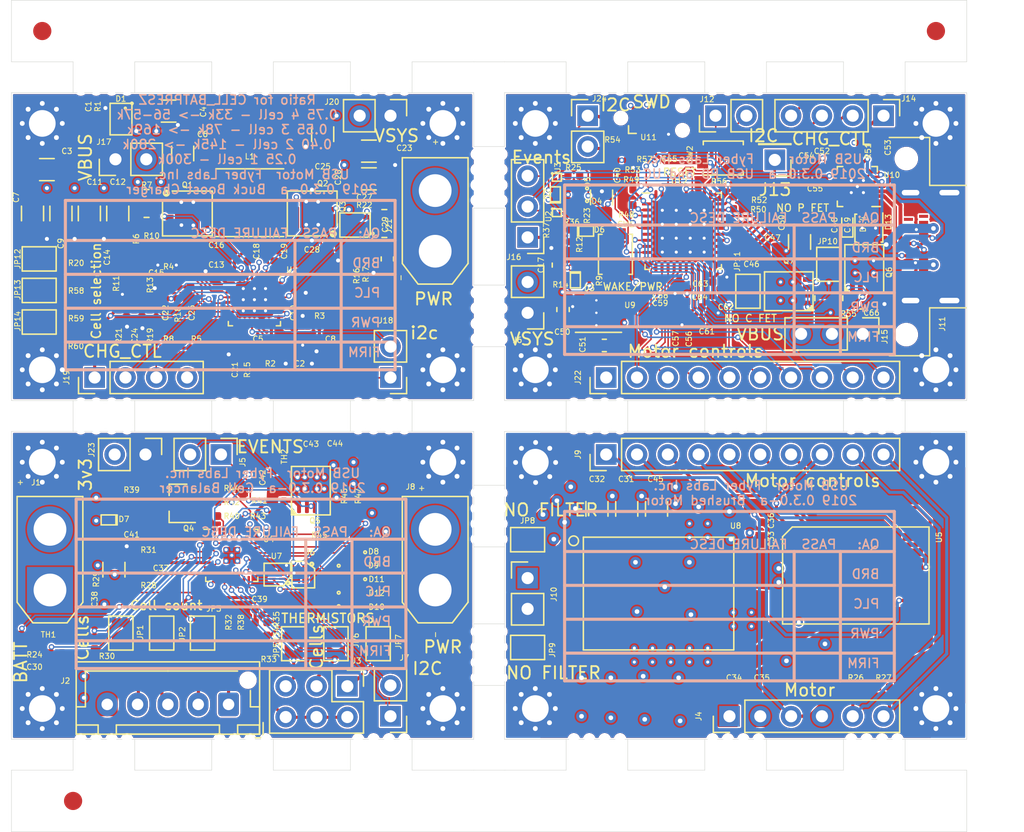
<source format=kicad_pcb>
(kicad_pcb (version 20190905) (host pcbnew "(5.99.0-266-g39241dc0f)")
  (title_block (title "USB Motor") (date "2019-09-04") (rev "0.3.0-a") (company "Fyber Labs Inc."))
  (layers (0 "Front" signal) (1 "VDD.Cu" mixed) (2 "GND.Cu" power) (31 "Back" signal) (34 "B.Paste" user) (35 "F.Paste" user) (36 "B.SilkS" user) (37 "F.SilkS" user) (38 "B.Mask" user) (39 "F.Mask" user) (44 "Edge.Cuts" user))
  (net 0 "")
  (net 1 "GND")
  (net 2 "/USB Buck Boost/COMP1")
  (net 3 "/USB Buck Boost/COMP2")
  (net 4 "/USB Buck Boost/ACN")
  (net 5 "/USB Buck Boost/ACP")
  (net 6 "/VSYS")
  (net 7 "/USB Buck Boost/VDDA")
  (net 8 "/BAT_OUT")
  (net 9 "-BATT")
  (net 10 "/Brushed 12V Motor/M1")
  (net 11 "/Brushed 12V Motor/M2")
  (net 12 "/VDDD")
  (net 13 "/SW_SIG")
  (net 14 "PRI_HI")
  (net 15 "+3V3")
  (net 16 "/USB PD/XRES")
  (net 17 "/SENSB")
  (net 18 "/SENSA")
  (net 19 "/SNK_EVENT")
  (net 20 "/SCL")
  (net 21 "/SDA")
  (net 22 "/DIS")
  (net 23 "/PWM")
  (net 24 "/DIR")
  (net 25 "/CSN")
  (net 26 "/SCK")
  (net 27 "/SI")
  (net 28 "/SO")
  (net 29 "/USB PD/DP")
  (net 30 "/USB PD/DN")
  (net 31 "/X_SDA")
  (net 32 "/X_SCL")
  (net 33 "/CHRG_OK")
  (net 34 "/EN_OTG")
  (net 35 "/PROCHOT")
  (net 36 "/USB PD/OC")
  (net 37 "/VBUS_C")
  (net 38 "Net-(Q6-Pad2)")
  (net 39 "/USB PD/VBUS_P_C1")
  (net 40 "/USB PD/VBUS_P_C0")
  (net 41 "Net-(Q7-Pad2)")
  (net 42 "/USB PD/VBUS_C_C0")
  (net 43 "/USB PD/VBUS_C_C1")
  (net 44 "/USB PD/H_DN")
  (net 45 "/USB PD/H_DP")
  (net 46 "/USB Buck Boost/VBUS_D")
  (net 47 "/USB Buck Boost/COMP1T")
  (net 48 "/USB Buck Boost/VBUS_VIN")
  (net 49 "/USB Buck Boost/VBUS_IN")
  (net 50 "/USB Buck Boost/TST1")
  (net 51 "/USB Buck Boost/SW1")
  (net 52 "/USB Buck Boost/TST2")
  (net 53 "/USB Buck Boost/SW2")
  (net 54 "/USB Buck Boost/IBAT")
  (net 55 "/USB Buck Boost/REGN")
  (net 56 "/USB Buck Boost/IADPT")
  (net 57 "/USB Buck Boost/SRP_R")
  (net 58 "/4 Cell Charger/VC1")
  (net 59 "/Brushed 12V Motor/36V")
  (net 60 "/Brushed 12V Motor/GNDF")
  (net 61 "/4 Cell Charger/SRP")
  (net 62 "/4 Cell Charger/SRN")
  (net 63 "/4 Cell Charger/VC2")
  (net 64 "/4 Cell Charger/VC3")
  (net 65 "/4 Cell Charger/PTC")
  (net 66 "/USB PD/VBIAS")
  (net 67 "/USB PD/CC2")
  (net 68 "/USB PD/CC1")
  (net 69 "/USB PD/VCCD")
  (net 70 "/4 Cell Charger/BBAT")
  (net 71 "/4 Cell Charger/LEDA")
  (net 72 "/4 Cell Charger/LEDB")
  (net 73 "/4 Cell Charger/LEDC")
  (net 74 "/4 Cell Charger/1c")
  (net 75 "/4 Cell Charger/2c")
  (net 76 "/4 Cell Charger/3c")
  (net 77 "/4 Cell Charger/TS2")
  (net 78 "/4 Cell Charger/TS3")
  (net 79 "/4 Cell Charger/TS4")
  (net 80 "/USB PD/C_CC1")
  (net 81 "/USB PD/C_CC2")
  (net 82 "/4 Cell Charger/VC4")
  (net 83 "/4 Cell Charger/TS1")
  (net 84 "/4 Cell Charger/JP5")
  (net 85 "/4 Cell Charger/JP6")
  (net 86 "/4 Cell Charger/JP7")
  (net 87 "/USB Buck Boost/JP12")
  (net 88 "/USB Buck Boost/CELL_PREZ")
  (net 89 "/USB Buck Boost/JP13")
  (net 90 "/USB Buck Boost/JP14")
  (net 91 "/USB Buck Boost/LODRV2")
  (net 92 "/USB Buck Boost/HIDRV2")
  (net 93 "/USB Buck Boost/~BATDRV")
  (net 94 "/4 Cell Charger/R39")
  (net 95 "/4 Cell Charger/VCCQ")
  (net 96 "/4 Cell Charger/R40")
  (net 97 "/4 Cell Charger/R45")
  (net 98 "/4 Cell Charger/R43")
  (net 99 "/USB Buck Boost/ILIM")
  (net 100 "/USB Buck Boost/PSYS")
  (net 101 "/USB Buck Boost/SRP")
  (net 102 "/USB Buck Boost/SRN")
  (net 103 "/4 Cell Charger/PCHG")
  (net 104 "/4 Cell Charger/CHG")
  (net 105 "/4 Cell Charger/DSG")
  (net 106 "/4 Cell Charger/PACK")
  (net 107 "/USB PD/~FLT")
  (net 108 "/USB PD/VDISCHG")
  (net 109 "/4 Cell Charger/~DISP")
  (net 110 "/4 Cell Charger/~SW_SIG")
  (net 111 "/4 Cell Charger/PBI")
  (net 112 "/4 Cell Charger/C43-44")
  (net 113 "/4 Cell Charger/VCCcell")
  (net 114 "/VBUS")
  (net 115 "/USB PD/SW_EN")
  (net 116 "/USB PD/D4")
  (net 117 "/USB PD/D5")
  (net 118 "/USB PD/SW")
  (net 119 "/USB PD/D6")
  (net 120 "/USB PD/SRC_EVENT")
  (net 121 "/GPIO13")
  (net 122 "/USB PD/R23")
  (net 123 "/USB PD/R25")
  (net 124 "/USB PD/SW_S_EN")
  (net 125 "/USB Buck Boost/COMP2TT")
  (net 126 "/USB Buck Boost/LODRV1")
  (net 127 "/USB Buck Boost/HIDRV1")
  (net 128 "/6-36V")
  (net 129 "Net-(J11-PadA2)")
  (net 130 "Net-(J11-PadA3)")
  (net 131 "Net-(J11-PadA10)")
  (net 132 "Net-(J11-PadA8)")
  (net 133 "Net-(J11-PadA11)")
  (net 134 "Net-(J11-PadB2)")
  (net 135 "Net-(J11-PadB3)")
  (net 136 "Net-(J11-PadB8)")
  (net 137 "Net-(J11-PadB10)")
  (net 138 "Net-(J11-PadB11)")
  (net 139 "Net-(Q1-Pad4)")
  (net 140 "Net-(Q2-Pad4)")
  (net 141 "Net-(U1-Pad15)")
  (net 142 "Net-(U4-Pad15)")
  (net 143 "Net-(U9-Pad5)")
  (net 144 "Net-(U9-Pad8)")
  (net 145 "Net-(U9-Pad9)")
  (net 146 "Net-(U9-Pad10)")
  (net 147 "Net-(U10-Pad20)")
  (net 148 "Net-(U10-Pad19)")
  (net 149 "Net-(U10-Pad17)")
  (net 150 "Net-(U10-Pad16)")
  (net 151 "Net-(U11-Pad6)")
  (net 152 "Net-(U12-Pad6)")
  (net 153 "/5V")
  (module "fyberlabs:QFN-32_EP1.4_4x4_Pitch0.4mm" (layer "Front") (at 56.261 119.4435)
    (fp_text reference "U4" (at 3.048 -1.3335) (layer "F.SilkS") (effects (font (size 0.4572 0.4572) (thickness 0.0762))))
    (fp_text value "BQ4050R")
    (pad "1" smd roundrect (at -2 -1.4 90) (size 0.2 0.6) (layers "Front" "F.Paste" "F.Mask") (roundrect_rratio 0) (chamfer_ratio 0.3) (chamfer bottom_right) (net 111 "/4 Cell Charger/PBI"))
    (pad "2" smd roundrect (at -2 -1 90) (size 0.2 0.6) (layers "Front" "F.Paste" "F.Mask") (net 82 "/4 Cell Charger/VC4"))
    (pad "3" smd roundrect (at -2 -0.6 90) (size 0.2 0.6) (layers "Front" "F.Paste" "F.Mask") (net 64 "/4 Cell Charger/VC3"))
    (pad "4" smd roundrect (at -2 -0.2 90) (size 0.2 0.6) (layers "Front" "F.Paste" "F.Mask") (net 63 "/4 Cell Charger/VC2"))
    (pad "5" smd roundrect (at -2 0.2 90) (size 0.2 0.6) (layers "Front" "F.Paste" "F.Mask") (net 58 "/4 Cell Charger/VC1"))
    (pad "6" smd roundrect (at -2 0.6 90) (size 0.2 0.6) (layers "Front" "F.Paste" "F.Mask") (net 62 "/4 Cell Charger/SRN"))
    (pad "7" smd roundrect (at -2 1 90) (size 0.2 0.6) (layers "Front" "F.Paste" "F.Mask") (net 9 "-BATT"))
    (pad "8" smd roundrect (at -2 1.4 90) (size 0.2 0.6) (layers "Front" "F.Paste" "F.Mask") (net 61 "/4 Cell Charger/SRP"))
    (pad "9" smd roundrect (at -1.4 2) (size 0.2 0.6) (layers "Front" "F.Paste" "F.Mask") (net 9 "-BATT"))
    (pad "10" smd roundrect (at -1 2) (size 0.2 0.6) (layers "Front" "F.Paste" "F.Mask") (net 83 "/4 Cell Charger/TS1"))
    (pad "11" smd roundrect (at -0.6 2) (size 0.2 0.6) (layers "Front" "F.Paste" "F.Mask") (net 77 "/4 Cell Charger/TS2"))
    (pad "12" smd roundrect (at -0.2 2) (size 0.2 0.6) (layers "Front" "F.Paste" "F.Mask") (net 78 "/4 Cell Charger/TS3"))
    (pad "13" smd roundrect (at 0.2 2) (size 0.2 0.6) (layers "Front" "F.Paste" "F.Mask") (net 79 "/4 Cell Charger/TS4"))
    (pad "14" smd roundrect (at 0.6 2) (size 0.2 0.6) (layers "Front" "F.Paste" "F.Mask") (net 9 "-BATT"))
    (pad "15" smd roundrect (at 1 2) (size 0.2 0.6) (layers "Front" "F.Paste" "F.Mask") (net 142 "Net-(U4-Pad15)"))
    (pad "16" smd roundrect (at 1.4 2) (size 0.2 0.6) (layers "Front" "F.Paste" "F.Mask") (net 9 "-BATT"))
    (pad "17" smd roundrect (at 2 1.4 90) (size 0.2 0.6) (layers "Front" "F.Paste" "F.Mask") (net 109 "/4 Cell Charger/~DISP"))
    (pad "18" smd roundrect (at 2 1 90) (size 0.2 0.6) (layers "Front" "F.Paste" "F.Mask") (net 21 "/SDA"))
    (pad "19" smd roundrect (at 2 0.6 90) (size 0.2 0.6) (layers "Front" "F.Paste" "F.Mask") (net 20 "/SCL"))
    (pad "20" smd roundrect (at 2 0.2 90) (size 0.2 0.6) (layers "Front" "F.Paste" "F.Mask") (net 71 "/4 Cell Charger/LEDA"))
    (pad "21" smd roundrect (at 2 -0.2 90) (size 0.2 0.6) (layers "Front" "F.Paste" "F.Mask") (net 72 "/4 Cell Charger/LEDB"))
    (pad "22" smd roundrect (at 2 -0.6 90) (size 0.2 0.6) (layers "Front" "F.Paste" "F.Mask") (net 73 "/4 Cell Charger/LEDC"))
    (pad "23" smd roundrect (at 2 -1 90) (size 0.2 0.6) (layers "Front" "F.Paste" "F.Mask") (net 65 "/4 Cell Charger/PTC"))
    (pad "24" smd roundrect (at 2 -1.4 90) (size 0.2 0.6) (layers "Front" "F.Paste" "F.Mask") (net 128 "/6-36V"))
    (pad "25" smd roundrect (at 1.4 -2) (size 0.2 0.6) (layers "Front" "F.Paste" "F.Mask") (net 9 "-BATT"))
    (pad "26" smd roundrect (at 1 -2) (size 0.2 0.6) (layers "Front" "F.Paste" "F.Mask") (net 113 "/4 Cell Charger/VCCcell"))
    (pad "27" smd roundrect (at 0.6 -2) (size 0.2 0.6) (layers "Front" "F.Paste" "F.Mask") (net 106 "/4 Cell Charger/PACK"))
    (pad "28" smd roundrect (at 0.2 -2) (size 0.2 0.6) (layers "Front" "F.Paste" "F.Mask") (net 105 "/4 Cell Charger/DSG"))
    (pad "29" smd roundrect (at -0.2 -2) (size 0.2 0.6) (layers "Front" "F.Paste" "F.Mask") (net 9 "-BATT"))
    (pad "30" smd roundrect (at -0.6 -2) (size 0.2 0.6) (layers "Front" "F.Paste" "F.Mask") (net 103 "/4 Cell Charger/PCHG"))
    (pad "31" smd roundrect (at -1 -2) (size 0.2 0.6) (layers "Front" "F.Paste" "F.Mask") (net 104 "/4 Cell Charger/CHG"))
    (pad "32" smd roundrect (at -1.4 -2) (size 0.2 0.6) (layers "Front" "F.Paste" "F.Mask") (net 70 "/4 Cell Charger/BBAT"))
    (pad "33" smd roundrect (at -0.466666 -0.466666) (size 0.466666 0.466666) (layers "Front" "F.Mask") (roundrect_rratio 0) (chamfer_ratio 0.2) (chamfer top_left) (net 9 "-BATT"))
    (pad "33" smd rect (at -0.466666 0) (size 0.466666 0.466666) (layers "Front" "F.Mask") (net 9 "-BATT"))
    (pad "33" smd rect (at -0.466666 0.466666) (size 0.466666 0.466666) (layers "Front" "F.Mask") (net 9 "-BATT"))
    (pad "33" smd rect (at 0 -0.466666) (size 0.466666 0.466666) (layers "Front" "F.Mask") (net 9 "-BATT"))
    (pad "33" smd rect (at 0 0) (size 0.466666 0.466666) (layers "Front" "F.Mask") (net 9 "-BATT"))
    (pad "33" smd rect (at 0 0.466666) (size 0.466666 0.466666) (layers "Front" "F.Mask") (net 9 "-BATT"))
    (pad "33" smd rect (at 0.466666 -0.466666) (size 0.466666 0.466666) (layers "Front" "F.Mask") (net 9 "-BATT"))
    (pad "33" smd rect (at 0.466666 0) (size 0.466666 0.466666) (layers "Front" "F.Mask") (net 9 "-BATT"))
    (pad "33" smd rect (at 0.466666 0.466666) (size 0.466666 0.466666) (layers "Front" "F.Mask") (net 9 "-BATT"))
    (pad "33" thru_hole circle (at -0.466666 -0.466666) (size 0.4572 0.4572) (drill 0.254) (layers *.Cu "F.Mask") (net 9 "-BATT"))
    (pad "33" thru_hole circle (at -0.466666 0.466666) (size 0.4572 0.4572) (drill 0.254) (layers *.Cu "F.Mask") (net 9 "-BATT"))
    (pad "33" thru_hole circle (at 0 0) (size 0.4572 0.4572) (drill 0.254) (layers *.Cu "F.Mask") (net 9 "-BATT"))
    (pad "33" thru_hole circle (at 0.466666 -0.466666) (size 0.4572 0.4572) (drill 0.254) (layers *.Cu "F.Mask") (net 9 "-BATT"))
    (pad "33" thru_hole circle (at 0.466666 0.466666) (size 0.4572 0.4572) (drill 0.254) (layers *.Cu "F.Mask") (net 9 "-BATT"))
  )
  (module "Fiducial:Fiducial_1.5mm_Mask3mm" (layer "Front") (at 43.18 139.7)
    (fp_text reference "FID3" hide)
    (fp_text value "Fiducial" hide)
    (pad "" smd circle (at 0 0) (size 1.5 1.5) (layers "Front" "F.Mask") (clearance 0.75))
  )
  (module "Fiducial:Fiducial_1.5mm_Mask3mm" (layer "Front") (at 114.3 76.2)
    (fp_text reference "FID2" hide)
    (fp_text value "Fiducial" hide)
    (pad "" smd circle (at 0 0) (size 1.5 1.5) (layers "Front" "F.Mask") (clearance 0.75))
  )
  (module "Fiducial:Fiducial_1.5mm_Mask3mm" (layer "Front") (at 40.64 76.2)
    (fp_text reference "FID1" hide)
    (fp_text value "Fiducial" hide)
    (pad "" smd circle (at 0 0) (size 1.5 1.5) (layers "Front" "F.Mask") (clearance 0.75))
  )
  (module "fyberlabs:mousebites" (layer "Front") (at 57.15 81.026)
    (fp_text reference "MOU31" hide)
    (fp_text value "Mousebite")
    (pad "" np_thru_hole circle (at -0.635 0) (size 0.7874 0.7874) (drill 0.7874) (layers *.Cu *.Mask))
    (pad "" np_thru_hole circle (at 0.635 0) (size 0.7874 0.7874) (drill 0.7874) (layers *.Cu *.Mask))
    (pad "" np_thru_hole circle (at 1.905 0) (size 0.7874 0.7874) (drill 0.7874) (layers *.Cu *.Mask))
    (pad "" np_thru_hole circle (at -1.905 0) (size 0.7874 0.7874) (drill 0.7874) (layers *.Cu *.Mask))
  )
  (module "fyberlabs:mousebites" (layer "Front") (at 68.58 81.026)
    (fp_text reference "MOU30" hide)
    (fp_text value "Mousebite")
    (pad "" np_thru_hole circle (at -1.905 0) (size 0.7874 0.7874) (drill 0.7874) (layers *.Cu *.Mask))
    (pad "" np_thru_hole circle (at 1.905 0) (size 0.7874 0.7874) (drill 0.7874) (layers *.Cu *.Mask))
    (pad "" np_thru_hole circle (at 0.635 0) (size 0.7874 0.7874) (drill 0.7874) (layers *.Cu *.Mask))
    (pad "" np_thru_hole circle (at -0.635 0) (size 0.7874 0.7874) (drill 0.7874) (layers *.Cu *.Mask))
  )
  (module "fyberlabs:mousebites" (layer "Front") (at 109.22 81.026)
    (fp_text reference "MOU25" hide)
    (fp_text value "Mousebite")
    (pad "" np_thru_hole circle (at -0.635 0) (size 0.7874 0.7874) (drill 0.7874) (layers *.Cu *.Mask))
    (pad "" np_thru_hole circle (at 0.635 0) (size 0.7874 0.7874) (drill 0.7874) (layers *.Cu *.Mask))
    (pad "" np_thru_hole circle (at 1.905 0) (size 0.7874 0.7874) (drill 0.7874) (layers *.Cu *.Mask))
    (pad "" np_thru_hole circle (at -1.905 0) (size 0.7874 0.7874) (drill 0.7874) (layers *.Cu *.Mask))
  )
  (module "fyberlabs:mousebites" (layer "Front") (at 86.36 81.026)
    (fp_text reference "MOU29" hide)
    (fp_text value "Mousebite")
    (pad "" np_thru_hole circle (at -1.905 0) (size 0.7874 0.7874) (drill 0.7874) (layers *.Cu *.Mask))
    (pad "" np_thru_hole circle (at 1.905 0) (size 0.7874 0.7874) (drill 0.7874) (layers *.Cu *.Mask))
    (pad "" np_thru_hole circle (at 0.635 0) (size 0.7874 0.7874) (drill 0.7874) (layers *.Cu *.Mask))
    (pad "" np_thru_hole circle (at -0.635 0) (size 0.7874 0.7874) (drill 0.7874) (layers *.Cu *.Mask))
  )
  (module "fyberlabs:mousebites" (layer "Front") (at 45.72 81.026)
    (fp_text reference "MOU32" hide)
    (fp_text value "Mousebite")
    (pad "" np_thru_hole circle (at -0.635 0) (size 0.7874 0.7874) (drill 0.7874) (layers *.Cu *.Mask))
    (pad "" np_thru_hole circle (at 0.635 0) (size 0.7874 0.7874) (drill 0.7874) (layers *.Cu *.Mask))
    (pad "" np_thru_hole circle (at 1.905 0) (size 0.7874 0.7874) (drill 0.7874) (layers *.Cu *.Mask))
    (pad "" np_thru_hole circle (at -1.905 0) (size 0.7874 0.7874) (drill 0.7874) (layers *.Cu *.Mask))
  )
  (module "fyberlabs:mousebites" (layer "Front") (at 97.79 81.026)
    (fp_text reference "MOU28" hide)
    (fp_text value "Mousebite")
    (pad "" np_thru_hole circle (at -1.905 0) (size 0.7874 0.7874) (drill 0.7874) (layers *.Cu *.Mask))
    (pad "" np_thru_hole circle (at 1.905 0) (size 0.7874 0.7874) (drill 0.7874) (layers *.Cu *.Mask))
    (pad "" np_thru_hole circle (at 0.635 0) (size 0.7874 0.7874) (drill 0.7874) (layers *.Cu *.Mask))
    (pad "" np_thru_hole circle (at -0.635 0) (size 0.7874 0.7874) (drill 0.7874) (layers *.Cu *.Mask))
  )
  (module "fyberlabs:mousebites" (layer "Front") (at 45.72 134.62)
    (fp_text reference "MOU1" hide)
    (fp_text value "Mousebite")
    (pad "" np_thru_hole circle (at -1.905 0) (size 0.7874 0.7874) (drill 0.7874) (layers *.Cu *.Mask))
    (pad "" np_thru_hole circle (at 1.905 0) (size 0.7874 0.7874) (drill 0.7874) (layers *.Cu *.Mask))
    (pad "" np_thru_hole circle (at 0.635 0) (size 0.7874 0.7874) (drill 0.7874) (layers *.Cu *.Mask))
    (pad "" np_thru_hole circle (at -0.635 0) (size 0.7874 0.7874) (drill 0.7874) (layers *.Cu *.Mask))
  )
  (module "fyberlabs:mousebites" (layer "Front") (at 57.15 134.62)
    (fp_text reference "MOU2" hide)
    (fp_text value "Mousebite")
    (pad "" np_thru_hole circle (at -1.905 0) (size 0.7874 0.7874) (drill 0.7874) (layers *.Cu *.Mask))
    (pad "" np_thru_hole circle (at 1.905 0) (size 0.7874 0.7874) (drill 0.7874) (layers *.Cu *.Mask))
    (pad "" np_thru_hole circle (at 0.635 0) (size 0.7874 0.7874) (drill 0.7874) (layers *.Cu *.Mask))
    (pad "" np_thru_hole circle (at -0.635 0) (size 0.7874 0.7874) (drill 0.7874) (layers *.Cu *.Mask))
  )
  (module "fyberlabs:mousebites" (layer "Front") (at 97.79 134.62)
    (fp_text reference "MOU5" hide)
    (fp_text value "Mousebite")
    (pad "" np_thru_hole circle (at -0.635 0) (size 0.7874 0.7874) (drill 0.7874) (layers *.Cu *.Mask))
    (pad "" np_thru_hole circle (at 0.635 0) (size 0.7874 0.7874) (drill 0.7874) (layers *.Cu *.Mask))
    (pad "" np_thru_hole circle (at 1.905 0) (size 0.7874 0.7874) (drill 0.7874) (layers *.Cu *.Mask))
    (pad "" np_thru_hole circle (at -1.905 0) (size 0.7874 0.7874) (drill 0.7874) (layers *.Cu *.Mask))
  )
  (module "fyberlabs:mousebites" (layer "Front") (at 68.58 134.62)
    (fp_text reference "MOU3" hide)
    (fp_text value "Mousebite")
    (pad "" np_thru_hole circle (at -0.635 0) (size 0.7874 0.7874) (drill 0.7874) (layers *.Cu *.Mask))
    (pad "" np_thru_hole circle (at 0.635 0) (size 0.7874 0.7874) (drill 0.7874) (layers *.Cu *.Mask))
    (pad "" np_thru_hole circle (at 1.905 0) (size 0.7874 0.7874) (drill 0.7874) (layers *.Cu *.Mask))
    (pad "" np_thru_hole circle (at -1.905 0) (size 0.7874 0.7874) (drill 0.7874) (layers *.Cu *.Mask))
  )
  (module "fyberlabs:mousebites" (layer "Front") (at 86.36 134.62)
    (fp_text reference "MOU4" hide)
    (fp_text value "Mousebite")
    (pad "" np_thru_hole circle (at -0.635 0) (size 0.7874 0.7874) (drill 0.7874) (layers *.Cu *.Mask))
    (pad "" np_thru_hole circle (at 0.635 0) (size 0.7874 0.7874) (drill 0.7874) (layers *.Cu *.Mask))
    (pad "" np_thru_hole circle (at 1.905 0) (size 0.7874 0.7874) (drill 0.7874) (layers *.Cu *.Mask))
    (pad "" np_thru_hole circle (at -1.905 0) (size 0.7874 0.7874) (drill 0.7874) (layers *.Cu *.Mask))
  )
  (module "fyberlabs:mousebites" (layer "Front") (at 109.22 134.62)
    (fp_text reference "MOU6" hide)
    (fp_text value "Mousebite")
    (pad "" np_thru_hole circle (at -1.905 0) (size 0.7874 0.7874) (drill 0.7874) (layers *.Cu *.Mask))
    (pad "" np_thru_hole circle (at 1.905 0) (size 0.7874 0.7874) (drill 0.7874) (layers *.Cu *.Mask))
    (pad "" np_thru_hole circle (at 0.635 0) (size 0.7874 0.7874) (drill 0.7874) (layers *.Cu *.Mask))
    (pad "" np_thru_hole circle (at -0.635 0) (size 0.7874 0.7874) (drill 0.7874) (layers *.Cu *.Mask))
  )
  (module "fyberlabs:QFN-32_EP2.8_4x4_Pitch0.4mm" (layer "Front") (at 58.1255 98.359)
    (fp_text reference "U1" (at 3.0885 -2.474) (layer "F.SilkS") (effects (font (size 0.4572 0.4572) (thickness 0.0762))))
    (fp_text value "BQ25713(B)")
    (pad "33" thru_hole circle (at 0.916666 0.916666) (size 0.458333 0.458333) (drill 0.254) (layers *.Cu "F.Mask") (net 1 "GND"))
    (pad "33" thru_hole circle (at 0.916666 0) (size 0.458333 0.458333) (drill 0.254) (layers *.Cu "F.Mask") (net 1 "GND"))
    (pad "33" thru_hole circle (at 0.916666 -0.916666) (size 0.458333 0.458333) (drill 0.254) (layers *.Cu "F.Mask") (net 1 "GND"))
    (pad "33" thru_hole circle (at 0 0.916666) (size 0.458333 0.458333) (drill 0.254) (layers *.Cu "F.Mask") (net 1 "GND"))
    (pad "33" thru_hole circle (at 0 0) (size 0.458333 0.458333) (drill 0.254) (layers *.Cu "F.Mask") (net 1 "GND"))
    (pad "33" thru_hole circle (at 0 -0.916666) (size 0.458333 0.458333) (drill 0.254) (layers *.Cu "F.Mask") (net 1 "GND"))
    (pad "33" thru_hole circle (at -0.916666 0.916666) (size 0.458333 0.458333) (drill 0.254) (layers *.Cu "F.Mask") (net 1 "GND"))
    (pad "33" thru_hole circle (at -0.916666 0) (size 0.458333 0.458333) (drill 0.254) (layers *.Cu "F.Mask") (net 1 "GND"))
    (pad "33" thru_hole circle (at -0.916666 -0.916666) (size 0.458333 0.458333) (drill 0.254) (layers *.Cu "F.Mask") (net 1 "GND"))
    (pad "33" smd rect (at 0.916666 0.916666) (size 0.916666 0.916666) (layers "Front" "F.Mask") (net 1 "GND"))
    (pad "33" smd rect (at 0.916666 0) (size 0.916666 0.916666) (layers "Front" "F.Mask") (net 1 "GND"))
    (pad "33" smd rect (at 0.916666 -0.916666) (size 0.916666 0.916666) (layers "Front" "F.Mask") (net 1 "GND"))
    (pad "33" smd rect (at 0 0.916666) (size 0.916666 0.916666) (layers "Front" "F.Mask") (net 1 "GND"))
    (pad "33" smd rect (at 0 0) (size 0.916666 0.916666) (layers "Front" "F.Mask") (net 1 "GND"))
    (pad "33" smd rect (at 0 -0.916666) (size 0.916666 0.916666) (layers "Front" "F.Mask") (net 1 "GND"))
    (pad "33" smd rect (at -0.916666 0.916666) (size 0.916666 0.916666) (layers "Front" "F.Mask") (net 1 "GND"))
    (pad "33" smd rect (at -0.916666 0) (size 0.916666 0.916666) (layers "Front" "F.Mask") (net 1 "GND"))
    (pad "33" smd roundrect (at -0.916666 -0.916666) (size 0.916666 0.916666) (layers "Front" "F.Mask") (roundrect_rratio 0) (chamfer_ratio 0.2) (chamfer top_left) (net 1 "GND"))
    (pad "32" smd oval (at -1.4 -2) (size 0.2 0.8) (layers "Front" "F.Paste" "F.Mask") (net 51 "/USB Buck Boost/SW1"))
    (pad "31" smd oval (at -1 -2) (size 0.2 0.8) (layers "Front" "F.Paste" "F.Mask") (net 127 "/USB Buck Boost/HIDRV1"))
    (pad "30" smd oval (at -0.6 -2) (size 0.2 0.8) (layers "Front" "F.Paste" "F.Mask") (net 50 "/USB Buck Boost/TST1"))
    (pad "29" smd oval (at -0.2 -2) (size 0.2 0.8) (layers "Front" "F.Paste" "F.Mask") (net 126 "/USB Buck Boost/LODRV1"))
    (pad "28" smd oval (at 0.2 -2) (size 0.2 0.8) (layers "Front" "F.Paste" "F.Mask") (net 55 "/USB Buck Boost/REGN"))
    (pad "27" smd oval (at 0.6 -2) (size 0.2 0.8) (layers "Front" "F.Paste" "F.Mask") (net 1 "GND"))
    (pad "26" smd oval (at 1 -2) (size 0.2 0.8) (layers "Front" "F.Paste" "F.Mask") (net 91 "/USB Buck Boost/LODRV2"))
    (pad "25" smd oval (at 1.4 -2) (size 0.2 0.8) (layers "Front" "F.Paste" "F.Mask") (net 52 "/USB Buck Boost/TST2"))
    (pad "24" smd oval (at 2 -1.4 90) (size 0.2 0.8) (layers "Front" "F.Paste" "F.Mask") (net 92 "/USB Buck Boost/HIDRV2"))
    (pad "23" smd oval (at 2 -1 90) (size 0.2 0.8) (layers "Front" "F.Paste" "F.Mask") (net 53 "/USB Buck Boost/SW2"))
    (pad "22" smd oval (at 2 -0.6 90) (size 0.2 0.8) (layers "Front" "F.Paste" "F.Mask") (net 6 "/VSYS"))
    (pad "21" smd oval (at 2 -0.2 90) (size 0.2 0.8) (layers "Front" "F.Paste" "F.Mask") (net 93 "/USB Buck Boost/~BATDRV"))
    (pad "20" smd oval (at 2 0.2 90) (size 0.2 0.8) (layers "Front" "F.Paste" "F.Mask") (net 101 "/USB Buck Boost/SRP"))
    (pad "19" smd oval (at 2 0.6 90) (size 0.2 0.8) (layers "Front" "F.Paste" "F.Mask") (net 102 "/USB Buck Boost/SRN"))
    (pad "18" smd oval (at 2 1 90) (size 0.2 0.8) (layers "Front" "F.Paste" "F.Mask") (net 88 "/USB Buck Boost/CELL_PREZ"))
    (pad "17" smd oval (at 2 1.4 90) (size 0.2 0.8) (layers "Front" "F.Paste" "F.Mask") (net 3 "/USB Buck Boost/COMP2"))
    (pad "16" smd oval (at 1.4 2) (size 0.2 0.8) (layers "Front" "F.Paste" "F.Mask") (net 2 "/USB Buck Boost/COMP1"))
    (pad "15" smd oval (at 1 2) (size 0.2 0.8) (layers "Front" "F.Paste" "F.Mask") (net 141 "Net-(U1-Pad15)"))
    (pad "14" smd oval (at 0.6 2) (size 0.2 0.8) (layers "Front" "F.Paste" "F.Mask") (net 1 "GND"))
    (pad "13" smd oval (at 0.2 2) (size 0.2 0.8) (layers "Front" "F.Paste" "F.Mask") (net 20 "/SCL"))
    (pad "12" smd oval (at -0.2 2) (size 0.2 0.8) (layers "Front" "F.Paste" "F.Mask") (net 21 "/SDA"))
    (pad "11" smd oval (at -0.6 2) (size 0.2 0.8) (layers "Front" "F.Paste" "F.Mask") (net 35 "/PROCHOT"))
    (pad "10" smd oval (at -1 2) (size 0.2 0.8) (layers "Front" "F.Paste" "F.Mask") (net 100 "/USB Buck Boost/PSYS"))
    (pad "9" smd oval (at -1.4 2) (size 0.2 0.8) (layers "Front" "F.Paste" "F.Mask") (net 54 "/USB Buck Boost/IBAT"))
    (pad "8" smd oval (at -2 1.4 90) (size 0.2 0.8) (layers "Front" "F.Paste" "F.Mask") (net 56 "/USB Buck Boost/IADPT"))
    (pad "7" smd oval (at -2 1 90) (size 0.2 0.8) (layers "Front" "F.Paste" "F.Mask") (net 7 "/USB Buck Boost/VDDA"))
    (pad "6" smd oval (at -2 0.6 90) (size 0.2 0.8) (layers "Front" "F.Paste" "F.Mask") (net 99 "/USB Buck Boost/ILIM"))
    (pad "5" smd oval (at -2 0.2 90) (size 0.2 0.8) (layers "Front" "F.Paste" "F.Mask") (net 34 "/EN_OTG"))
    (pad "4" smd oval (at -2 -0.2 90) (size 0.2 0.8) (layers "Front" "F.Paste" "F.Mask") (net 33 "/CHRG_OK"))
    (pad "3" smd oval (at -2 -0.6 90) (size 0.2 0.8) (layers "Front" "F.Paste" "F.Mask") (net 5 "/USB Buck Boost/ACP"))
    (pad "2" smd oval (at -2 -1 90) (size 0.2 0.8) (layers "Front" "F.Paste" "F.Mask") (net 4 "/USB Buck Boost/ACN"))
    (pad "1" smd roundrect (at -2 -1.4 90) (size 0.2 0.8) (layers "Front" "F.Paste" "F.Mask") (roundrect_rratio 0.05) (chamfer_ratio 0.3) (chamfer bottom_right) (net 49 "/USB Buck Boost/VBUS_IN"))
  )
  (module "fyberlabs:QFN-40_EP_6x6_Pitch0.5mm" (layer "Front") (at 93.472 92.71)
    (fp_text reference "U12" (at -0.3302 -4.1148) (layer "F.SilkS") (effects (font (size 0.4572 0.4572) (thickness 0.0762))))
    (fp_text value "CYPD3123-40LQXIT")
    (pad "41" thru_hole circle (at 1.725 1.725) (size 0.575 0.575) (drill 0.254) (layers *.Cu "F.Mask") (net 1 "GND"))
    (pad "41" thru_hole circle (at 1.725 0.575) (size 0.575 0.575) (drill 0.254) (layers *.Cu "F.Mask") (net 1 "GND"))
    (pad "41" thru_hole circle (at 1.725 -0.575) (size 0.575 0.575) (drill 0.254) (layers *.Cu "F.Mask") (net 1 "GND"))
    (pad "41" thru_hole circle (at 1.725 -1.725) (size 0.575 0.575) (drill 0.254) (layers *.Cu "F.Mask") (net 1 "GND"))
    (pad "41" thru_hole circle (at 0.575 1.725) (size 0.575 0.575) (drill 0.254) (layers *.Cu "F.Mask") (net 1 "GND"))
    (pad "41" thru_hole circle (at 0.575 0.575) (size 0.575 0.575) (drill 0.254) (layers *.Cu "F.Mask") (net 1 "GND"))
    (pad "41" thru_hole circle (at 0.575 -0.575) (size 0.575 0.575) (drill 0.254) (layers *.Cu "F.Mask") (net 1 "GND"))
    (pad "41" thru_hole circle (at 0.575 -1.725) (size 0.575 0.575) (drill 0.254) (layers *.Cu "F.Mask") (net 1 "GND"))
    (pad "41" thru_hole circle (at -0.575 1.725) (size 0.575 0.575) (drill 0.254) (layers *.Cu "F.Mask") (net 1 "GND"))
    (pad "41" thru_hole circle (at -0.575 0.575) (size 0.575 0.575) (drill 0.254) (layers *.Cu "F.Mask") (net 1 "GND"))
    (pad "41" thru_hole circle (at -0.575 -0.575) (size 0.575 0.575) (drill 0.254) (layers *.Cu "F.Mask") (net 1 "GND"))
    (pad "41" thru_hole circle (at -0.575 -1.725) (size 0.575 0.575) (drill 0.254) (layers *.Cu "F.Mask") (net 1 "GND"))
    (pad "41" thru_hole circle (at -1.725 1.725) (size 0.575 0.575) (drill 0.254) (layers *.Cu "F.Mask") (net 1 "GND"))
    (pad "41" thru_hole circle (at -1.725 0.575) (size 0.575 0.575) (drill 0.254) (layers *.Cu "F.Mask") (net 1 "GND"))
    (pad "41" thru_hole circle (at -1.725 -0.575) (size 0.575 0.575) (drill 0.254) (layers *.Cu "F.Mask") (net 1 "GND"))
    (pad "41" thru_hole circle (at -1.725 -1.725) (size 0.575 0.575) (drill 0.254) (layers *.Cu "F.Mask") (net 1 "GND"))
    (pad "41" smd rect (at 1.725 1.725) (size 1.15 1.15) (layers "Front" "F.Mask") (net 1 "GND"))
    (pad "41" smd rect (at 1.725 0.575) (size 1.15 1.15) (layers "Front" "F.Mask") (net 1 "GND"))
    (pad "41" smd rect (at 1.725 -0.575) (size 1.15 1.15) (layers "Front" "F.Mask") (net 1 "GND"))
    (pad "41" smd rect (at 1.725 -1.725) (size 1.15 1.15) (layers "Front" "F.Mask") (net 1 "GND"))
    (pad "41" smd rect (at 0.575 1.725) (size 1.15 1.15) (layers "Front" "F.Mask") (net 1 "GND"))
    (pad "41" smd rect (at 0.575 0.575) (size 1.15 1.15) (layers "Front" "F.Mask") (net 1 "GND"))
    (pad "41" smd rect (at 0.575 -0.575) (size 1.15 1.15) (layers "Front" "F.Mask") (net 1 "GND"))
    (pad "41" smd rect (at 0.575 -1.725) (size 1.15 1.15) (layers "Front" "F.Mask") (net 1 "GND"))
    (pad "41" smd rect (at -0.575 1.725) (size 1.15 1.15) (layers "Front" "F.Mask") (net 1 "GND"))
    (pad "41" smd rect (at -0.575 0.575) (size 1.15 1.15) (layers "Front" "F.Mask") (net 1 "GND"))
    (pad "41" smd rect (at -0.575 -0.575) (size 1.15 1.15) (layers "Front" "F.Mask") (net 1 "GND"))
    (pad "41" smd rect (at -0.575 -1.725) (size 1.15 1.15) (layers "Front" "F.Mask") (net 1 "GND"))
    (pad "41" smd rect (at -1.725 1.725) (size 1.15 1.15) (layers "Front" "F.Mask") (net 1 "GND"))
    (pad "41" smd rect (at -1.725 0.575) (size 1.15 1.15) (layers "Front" "F.Mask") (net 1 "GND"))
    (pad "41" smd rect (at -1.725 -0.575) (size 1.15 1.15) (layers "Front" "F.Mask") (net 1 "GND"))
    (pad "41" smd roundrect (at -1.725 -1.725) (size 1.15 1.15) (layers "Front" "F.Mask") (roundrect_rratio 0) (chamfer_ratio 0.2) (chamfer top_left) (net 1 "GND"))
    (pad "40" smd oval (at -2.25 -3) (size 0.25 0.8) (layers "Front" "F.Paste" "F.Mask") (net 114 "/VBUS"))
    (pad "39" smd oval (at -1.75 -3) (size 0.25 0.8) (layers "Front" "F.Paste" "F.Mask") (net 36 "/USB PD/OC"))
    (pad "38" smd oval (at -1.25 -3) (size 0.25 0.8) (layers "Front" "F.Paste" "F.Mask") (net 120 "/USB PD/SRC_EVENT"))
    (pad "37" smd oval (at -0.75 -3) (size 0.25 0.8) (layers "Front" "F.Paste" "F.Mask") (net 32 "/X_SCL"))
    (pad "36" smd oval (at -0.25 -3) (size 0.25 0.8) (layers "Front" "F.Paste" "F.Mask") (net 31 "/X_SDA"))
    (pad "35" smd oval (at 0.25 -3) (size 0.25 0.8) (layers "Front" "F.Paste" "F.Mask") (net 23 "/PWM"))
    (pad "34" smd oval (at 0.75 -3) (size 0.25 0.8) (layers "Front" "F.Paste" "F.Mask") (net 19 "/SNK_EVENT"))
    (pad "33" smd oval (at 1.25 -3) (size 0.25 0.8) (layers "Front" "F.Paste" "F.Mask") (net 1 "GND"))
    (pad "32" smd oval (at 1.75 -3) (size 0.25 0.8) (layers "Front" "F.Paste" "F.Mask") (net 108 "/USB PD/VDISCHG"))
    (pad "31" smd oval (at 2.25 -3) (size 0.25 0.8) (layers "Front" "F.Paste" "F.Mask") (net 14 "PRI_HI"))
    (pad "30" smd oval (at 3 -2.25 90) (size 0.25 0.8) (layers "Front" "F.Paste" "F.Mask") (net 42 "/USB PD/VBUS_C_C0"))
    (pad "29" smd oval (at 3 -1.75 90) (size 0.25 0.8) (layers "Front" "F.Paste" "F.Mask") (net 43 "/USB PD/VBUS_C_C1"))
    (pad "28" smd oval (at 3 -1.25 90) (size 0.25 0.8) (layers "Front" "F.Paste" "F.Mask") (net 121 "/GPIO13"))
    (pad "27" smd oval (at 3 -0.75 90) (size 0.25 0.8) (layers "Front" "F.Paste" "F.Mask") (net 33 "/CHRG_OK"))
    (pad "26" smd oval (at 3 -0.25 90) (size 0.25 0.8) (layers "Front" "F.Paste" "F.Mask") (net 16 "/USB PD/XRES"))
    (pad "25" smd oval (at 3 0.25 90) (size 0.25 0.8) (layers "Front" "F.Paste" "F.Mask") (net 34 "/EN_OTG"))
    (pad "24" smd oval (at 3 0.75 90) (size 0.25 0.8) (layers "Front" "F.Paste" "F.Mask") (net 13 "/SW_SIG"))
    (pad "23" smd oval (at 3 1.25 90) (size 0.25 0.8) (layers "Front" "F.Paste" "F.Mask") (net 35 "/PROCHOT"))
    (pad "22" smd oval (at 3 1.75 90) (size 0.25 0.8) (layers "Front" "F.Paste" "F.Mask") (net 44 "/USB PD/H_DN"))
    (pad "21" smd oval (at 3 2.25 90) (size 0.25 0.8) (layers "Front" "F.Paste" "F.Mask") (net 45 "/USB PD/H_DP"))
    (pad "20" smd oval (at 2.25 3) (size 0.25 0.8) (layers "Front" "F.Paste" "F.Mask") (net 15 "+3V3"))
    (pad "19" smd oval (at 1.75 3) (size 0.25 0.8) (layers "Front" "F.Paste" "F.Mask") (net 69 "/USB PD/VCCD"))
    (pad "18" smd oval (at 1.25 3) (size 0.25 0.8) (layers "Front" "F.Paste" "F.Mask") (net 12 "/VDDD"))
    (pad "17" smd oval (at 0.75 3) (size 0.25 0.8) (layers "Front" "F.Paste" "F.Mask") (net 12 "/VDDD"))
    (pad "16" smd oval (at 0.25 3) (size 0.25 0.8) (layers "Front" "F.Paste" "F.Mask") (net 27 "/SI"))
    (pad "15" smd oval (at -0.25 3) (size 0.25 0.8) (layers "Front" "F.Paste" "F.Mask") (net 26 "/SCK"))
    (pad "14" smd oval (at -0.75 3) (size 0.25 0.8) (layers "Front" "F.Paste" "F.Mask") (net 28 "/SO"))
    (pad "13" smd oval (at -1.25 3) (size 0.25 0.8) (layers "Front" "F.Paste" "F.Mask") (net 22 "/DIS"))
    (pad "12" smd oval (at -1.75 3) (size 0.25 0.8) (layers "Front" "F.Paste" "F.Mask") (net 24 "/DIR"))
    (pad "11" smd oval (at -2.25 3) (size 0.25 0.8) (layers "Front" "F.Paste" "F.Mask") (net 25 "/CSN"))
    (pad "10" smd oval (at -3 2.25 90) (size 0.25 0.8) (layers "Front" "F.Paste" "F.Mask") (net 21 "/SDA"))
    (pad "9" smd oval (at -3 1.75 90) (size 0.25 0.8) (layers "Front" "F.Paste" "F.Mask") (net 20 "/SCL"))
    (pad "8" smd oval (at -3 1.25 90) (size 0.25 0.8) (layers "Front" "F.Paste" "F.Mask") (net 17 "/SENSB"))
    (pad "7" smd oval (at -3 0.75 90) (size 0.25 0.8) (layers "Front" "F.Paste" "F.Mask") (net 18 "/SENSA"))
    (pad "6" smd oval (at -3 0.25 90) (size 0.25 0.8) (layers "Front" "F.Paste" "F.Mask") (net 152 "Net-(U12-Pad6)"))
    (pad "5" smd oval (at -3 -0.25 90) (size 0.25 0.8) (layers "Front" "F.Paste" "F.Mask") (net 68 "/USB PD/CC1"))
    (pad "4" smd oval (at -3 -0.75 90) (size 0.25 0.8) (layers "Front" "F.Paste" "F.Mask") (net 153 "/5V"))
    (pad "3" smd oval (at -3 -1.25 90) (size 0.25 0.8) (layers "Front" "F.Paste" "F.Mask") (net 67 "/USB PD/CC2"))
    (pad "2" smd oval (at -3 -1.75 90) (size 0.25 0.8) (layers "Front" "F.Paste" "F.Mask") (net 40 "/USB PD/VBUS_P_C0"))
    (pad "1" smd roundrect (at -3 -2.25 90) (size 0.25 0.8) (layers "Front" "F.Paste" "F.Mask") (roundrect_rratio 0) (chamfer_ratio 0.3) (chamfer bottom_right) (net 39 "/USB PD/VBUS_P_C1"))
  )
  (module "fyberlabs:mousebites" (layer "Front") (at 78.486 88.265 90)
    (fp_text reference "MOU27" hide)
    (fp_text value "Mousebite")
    (pad "" np_thru_hole circle (at -0.635 0 90) (size 0.7874 0.7874) (drill 0.7874) (layers *.Cu *.Mask))
    (pad "" np_thru_hole circle (at 0.635 0 90) (size 0.7874 0.7874) (drill 0.7874) (layers *.Cu *.Mask))
    (pad "" np_thru_hole circle (at 1.905 0 90) (size 0.7874 0.7874) (drill 0.7874) (layers *.Cu *.Mask))
    (pad "" np_thru_hole circle (at -1.905 0 90) (size 0.7874 0.7874) (drill 0.7874) (layers *.Cu *.Mask))
  )
  (module "fyberlabs:mousebites" (layer "Front") (at 76.454 88.265 90)
    (fp_text reference "MOU26" hide)
    (fp_text value "Mousebite")
    (pad "" np_thru_hole circle (at -1.905 0 90) (size 0.7874 0.7874) (drill 0.7874) (layers *.Cu *.Mask))
    (pad "" np_thru_hole circle (at 1.905 0 90) (size 0.7874 0.7874) (drill 0.7874) (layers *.Cu *.Mask))
    (pad "" np_thru_hole circle (at 0.635 0 90) (size 0.7874 0.7874) (drill 0.7874) (layers *.Cu *.Mask))
    (pad "" np_thru_hole circle (at -0.635 0 90) (size 0.7874 0.7874) (drill 0.7874) (layers *.Cu *.Mask))
  )
  (module "fyberlabs:mousebites" (layer "Front") (at 78.486 99.695 90)
    (fp_text reference "MOU24" hide)
    (fp_text value "Mousebite")
    (pad "" np_thru_hole circle (at -1.905 0 90) (size 0.7874 0.7874) (drill 0.7874) (layers *.Cu *.Mask))
    (pad "" np_thru_hole circle (at 1.905 0 90) (size 0.7874 0.7874) (drill 0.7874) (layers *.Cu *.Mask))
    (pad "" np_thru_hole circle (at 0.635 0 90) (size 0.7874 0.7874) (drill 0.7874) (layers *.Cu *.Mask))
    (pad "" np_thru_hole circle (at -0.635 0 90) (size 0.7874 0.7874) (drill 0.7874) (layers *.Cu *.Mask))
  )
  (module "fyberlabs:mousebites" (layer "Front") (at 76.454 99.695 90)
    (fp_text reference "MOU23" hide)
    (fp_text value "Mousebite")
    (pad "" np_thru_hole circle (at -0.635 0 90) (size 0.7874 0.7874) (drill 0.7874) (layers *.Cu *.Mask))
    (pad "" np_thru_hole circle (at 0.635 0 90) (size 0.7874 0.7874) (drill 0.7874) (layers *.Cu *.Mask))
    (pad "" np_thru_hole circle (at 1.905 0 90) (size 0.7874 0.7874) (drill 0.7874) (layers *.Cu *.Mask))
    (pad "" np_thru_hole circle (at -1.905 0 90) (size 0.7874 0.7874) (drill 0.7874) (layers *.Cu *.Mask))
  )
  (module "fyberlabs:mousebites" (layer "Front") (at 78.486 116.205 90)
    (fp_text reference "MOU10" hide)
    (fp_text value "Mousebite")
    (pad "" np_thru_hole circle (at -1.905 0 90) (size 0.7874 0.7874) (drill 0.7874) (layers *.Cu *.Mask))
    (pad "" np_thru_hole circle (at 1.905 0 90) (size 0.7874 0.7874) (drill 0.7874) (layers *.Cu *.Mask))
    (pad "" np_thru_hole circle (at 0.635 0 90) (size 0.7874 0.7874) (drill 0.7874) (layers *.Cu *.Mask))
    (pad "" np_thru_hole circle (at -0.635 0 90) (size 0.7874 0.7874) (drill 0.7874) (layers *.Cu *.Mask))
  )
  (module "fyberlabs:mousebites" (layer "Front") (at 76.454 127.635 90)
    (fp_text reference "MOU7" hide)
    (fp_text value "Mousebite")
    (pad "" np_thru_hole circle (at -1.905 0 90) (size 0.7874 0.7874) (drill 0.7874) (layers *.Cu *.Mask))
    (pad "" np_thru_hole circle (at 1.905 0 90) (size 0.7874 0.7874) (drill 0.7874) (layers *.Cu *.Mask))
    (pad "" np_thru_hole circle (at 0.635 0 90) (size 0.7874 0.7874) (drill 0.7874) (layers *.Cu *.Mask))
    (pad "" np_thru_hole circle (at -0.635 0 90) (size 0.7874 0.7874) (drill 0.7874) (layers *.Cu *.Mask))
  )
  (module "fyberlabs:mousebites" (layer "Front") (at 78.486 127.635 90)
    (fp_text reference "MOU9" hide)
    (fp_text value "Mousebite")
    (pad "" np_thru_hole circle (at -0.635 0 90) (size 0.7874 0.7874) (drill 0.7874) (layers *.Cu *.Mask))
    (pad "" np_thru_hole circle (at 0.635 0 90) (size 0.7874 0.7874) (drill 0.7874) (layers *.Cu *.Mask))
    (pad "" np_thru_hole circle (at 1.905 0 90) (size 0.7874 0.7874) (drill 0.7874) (layers *.Cu *.Mask))
    (pad "" np_thru_hole circle (at -1.905 0 90) (size 0.7874 0.7874) (drill 0.7874) (layers *.Cu *.Mask))
  )
  (module "fyberlabs:mousebites" (layer "Front") (at 76.454 116.205 90)
    (fp_text reference "MOU8" hide)
    (fp_text value "Mousebite")
    (pad "" np_thru_hole circle (at -0.635 0 90) (size 0.7874 0.7874) (drill 0.7874) (layers *.Cu *.Mask))
    (pad "" np_thru_hole circle (at 0.635 0 90) (size 0.7874 0.7874) (drill 0.7874) (layers *.Cu *.Mask))
    (pad "" np_thru_hole circle (at 1.905 0 90) (size 0.7874 0.7874) (drill 0.7874) (layers *.Cu *.Mask))
    (pad "" np_thru_hole circle (at -1.905 0 90) (size 0.7874 0.7874) (drill 0.7874) (layers *.Cu *.Mask))
  )
  (module "fyberlabs:mousebites" (layer "Front") (at 109.22 106.934)
    (fp_text reference "MOU22" hide)
    (fp_text value "Mousebite")
    (pad "" np_thru_hole circle (at -1.905 0) (size 0.7874 0.7874) (drill 0.7874) (layers *.Cu *.Mask))
    (pad "" np_thru_hole circle (at 1.905 0) (size 0.7874 0.7874) (drill 0.7874) (layers *.Cu *.Mask))
    (pad "" np_thru_hole circle (at 0.635 0) (size 0.7874 0.7874) (drill 0.7874) (layers *.Cu *.Mask))
    (pad "" np_thru_hole circle (at -0.635 0) (size 0.7874 0.7874) (drill 0.7874) (layers *.Cu *.Mask))
  )
  (module "fyberlabs:mousebites" (layer "Front") (at 86.36 108.966)
    (fp_text reference "MOU14" hide)
    (fp_text value "Mousebite")
    (pad "" np_thru_hole circle (at -1.905 0) (size 0.7874 0.7874) (drill 0.7874) (layers *.Cu *.Mask))
    (pad "" np_thru_hole circle (at 1.905 0) (size 0.7874 0.7874) (drill 0.7874) (layers *.Cu *.Mask))
    (pad "" np_thru_hole circle (at 0.635 0) (size 0.7874 0.7874) (drill 0.7874) (layers *.Cu *.Mask))
    (pad "" np_thru_hole circle (at -0.635 0) (size 0.7874 0.7874) (drill 0.7874) (layers *.Cu *.Mask))
  )
  (module "fyberlabs:mousebites" (layer "Front") (at 109.22 108.966)
    (fp_text reference "MOU16" hide)
    (fp_text value "Mousebite")
    (pad "" np_thru_hole circle (at -0.635 0) (size 0.7874 0.7874) (drill 0.7874) (layers *.Cu *.Mask))
    (pad "" np_thru_hole circle (at 0.635 0) (size 0.7874 0.7874) (drill 0.7874) (layers *.Cu *.Mask))
    (pad "" np_thru_hole circle (at 1.905 0) (size 0.7874 0.7874) (drill 0.7874) (layers *.Cu *.Mask))
    (pad "" np_thru_hole circle (at -1.905 0) (size 0.7874 0.7874) (drill 0.7874) (layers *.Cu *.Mask))
  )
  (module "fyberlabs:mousebites" (layer "Front") (at 97.79 108.966)
    (fp_text reference "MOU15" hide)
    (fp_text value "Mousebite")
    (pad "" np_thru_hole circle (at -1.905 0) (size 0.7874 0.7874) (drill 0.7874) (layers *.Cu *.Mask))
    (pad "" np_thru_hole circle (at 1.905 0) (size 0.7874 0.7874) (drill 0.7874) (layers *.Cu *.Mask))
    (pad "" np_thru_hole circle (at 0.635 0) (size 0.7874 0.7874) (drill 0.7874) (layers *.Cu *.Mask))
    (pad "" np_thru_hole circle (at -0.635 0) (size 0.7874 0.7874) (drill 0.7874) (layers *.Cu *.Mask))
  )
  (module "fyberlabs:mousebites" (layer "Front") (at 97.79 106.934)
    (fp_text reference "MOU21" hide)
    (fp_text value "Mousebite")
    (pad "" np_thru_hole circle (at -0.635 0) (size 0.7874 0.7874) (drill 0.7874) (layers *.Cu *.Mask))
    (pad "" np_thru_hole circle (at 0.635 0) (size 0.7874 0.7874) (drill 0.7874) (layers *.Cu *.Mask))
    (pad "" np_thru_hole circle (at 1.905 0) (size 0.7874 0.7874) (drill 0.7874) (layers *.Cu *.Mask))
    (pad "" np_thru_hole circle (at -1.905 0) (size 0.7874 0.7874) (drill 0.7874) (layers *.Cu *.Mask))
  )
  (module "fyberlabs:mousebites" (layer "Front") (at 86.36 106.934)
    (fp_text reference "MOU20" hide)
    (fp_text value "Mousebite")
    (pad "" np_thru_hole circle (at -0.635 0) (size 0.7874 0.7874) (drill 0.7874) (layers *.Cu *.Mask))
    (pad "" np_thru_hole circle (at 0.635 0) (size 0.7874 0.7874) (drill 0.7874) (layers *.Cu *.Mask))
    (pad "" np_thru_hole circle (at 1.905 0) (size 0.7874 0.7874) (drill 0.7874) (layers *.Cu *.Mask))
    (pad "" np_thru_hole circle (at -1.905 0) (size 0.7874 0.7874) (drill 0.7874) (layers *.Cu *.Mask))
  )
  (module "fyberlabs:mousebites" (layer "Front") (at 68.58 106.934)
    (fp_text reference "MOU19" hide)
    (fp_text value "Mousebite")
    (pad "" np_thru_hole circle (at -0.635 0) (size 0.7874 0.7874) (drill 0.7874) (layers *.Cu *.Mask))
    (pad "" np_thru_hole circle (at 0.635 0) (size 0.7874 0.7874) (drill 0.7874) (layers *.Cu *.Mask))
    (pad "" np_thru_hole circle (at 1.905 0) (size 0.7874 0.7874) (drill 0.7874) (layers *.Cu *.Mask))
    (pad "" np_thru_hole circle (at -1.905 0) (size 0.7874 0.7874) (drill 0.7874) (layers *.Cu *.Mask))
  )
  (module "fyberlabs:mousebites" (layer "Front") (at 68.58 108.966)
    (fp_text reference "MOU13" hide)
    (fp_text value "Mousebite")
    (pad "" np_thru_hole circle (at -1.905 0) (size 0.7874 0.7874) (drill 0.7874) (layers *.Cu *.Mask))
    (pad "" np_thru_hole circle (at 1.905 0) (size 0.7874 0.7874) (drill 0.7874) (layers *.Cu *.Mask))
    (pad "" np_thru_hole circle (at 0.635 0) (size 0.7874 0.7874) (drill 0.7874) (layers *.Cu *.Mask))
    (pad "" np_thru_hole circle (at -0.635 0) (size 0.7874 0.7874) (drill 0.7874) (layers *.Cu *.Mask))
  )
  (module "fyberlabs:mousebites" (layer "Front") (at 57.15 108.966)
    (fp_text reference "MOU12" hide)
    (fp_text value "Mousebite")
    (pad "" np_thru_hole circle (at -0.635 0) (size 0.7874 0.7874) (drill 0.7874) (layers *.Cu *.Mask))
    (pad "" np_thru_hole circle (at 0.635 0) (size 0.7874 0.7874) (drill 0.7874) (layers *.Cu *.Mask))
    (pad "" np_thru_hole circle (at 1.905 0) (size 0.7874 0.7874) (drill 0.7874) (layers *.Cu *.Mask))
    (pad "" np_thru_hole circle (at -1.905 0) (size 0.7874 0.7874) (drill 0.7874) (layers *.Cu *.Mask))
  )
  (module "fyberlabs:mousebites" (layer "Front") (at 57.15 106.934)
    (fp_text reference "MOU18" hide)
    (fp_text value "Mousebite")
    (pad "" np_thru_hole circle (at -1.905 0) (size 0.7874 0.7874) (drill 0.7874) (layers *.Cu *.Mask))
    (pad "" np_thru_hole circle (at 1.905 0) (size 0.7874 0.7874) (drill 0.7874) (layers *.Cu *.Mask))
    (pad "" np_thru_hole circle (at 0.635 0) (size 0.7874 0.7874) (drill 0.7874) (layers *.Cu *.Mask))
    (pad "" np_thru_hole circle (at -0.635 0) (size 0.7874 0.7874) (drill 0.7874) (layers *.Cu *.Mask))
  )
  (module "fyberlabs:mousebites" (layer "Front") (at 45.72 108.966)
    (fp_text reference "MOU11" hide)
    (fp_text value "Mousebite")
    (pad "" np_thru_hole circle (at -0.635 0) (size 0.7874 0.7874) (drill 0.7874) (layers *.Cu *.Mask))
    (pad "" np_thru_hole circle (at 0.635 0) (size 0.7874 0.7874) (drill 0.7874) (layers *.Cu *.Mask))
    (pad "" np_thru_hole circle (at 1.905 0) (size 0.7874 0.7874) (drill 0.7874) (layers *.Cu *.Mask))
    (pad "" np_thru_hole circle (at -1.905 0) (size 0.7874 0.7874) (drill 0.7874) (layers *.Cu *.Mask))
  )
  (module "fyberlabs:mousebites" (layer "Front") (at 45.72 106.934)
    (fp_text reference "MOU17" hide)
    (fp_text value "Mousebite")
    (pad "" np_thru_hole circle (at -1.905 0) (size 0.7874 0.7874) (drill 0.7874) (layers *.Cu *.Mask))
    (pad "" np_thru_hole circle (at 1.905 0) (size 0.7874 0.7874) (drill 0.7874) (layers *.Cu *.Mask))
    (pad "" np_thru_hole circle (at 0.635 0) (size 0.7874 0.7874) (drill 0.7874) (layers *.Cu *.Mask))
    (pad "" np_thru_hole circle (at -0.635 0) (size 0.7874 0.7874) (drill 0.7874) (layers *.Cu *.Mask))
  )
  (module "Connector_PinHeader_2.54mm:PinHeader_1x01_P2.54mm_Vertical" (layer "Front") (at 101.02 86.83 180)
    (fp_text reference "J13" (at -0.0212 -2.451) (layer "F.SilkS"))
    (fp_text value "xpins")
    (pad "1" thru_hole rect (at 0 0 180) (size 1.7 1.7) (drill 1) (layers *.Cu *.Mask) (net 121 "/GPIO13"))
  )
  (module "Button_Switch_SMD:SW_SPST_B3U-1000P" (layer "Front") (at 87.884 94.615 90)
    (fp_text reference "SW1" (at 2.4765 0.8763 180) (layer "F.SilkS") (effects (font (size 0.4572 0.4572) (thickness 0.0762))))
    (fp_text value "WAKE/PWR" (at -2.667 1.4351 180) (layer "F.SilkS") (effects (font (size 0.6096 0.6096) (thickness 0.1016))))
    (pad "2" smd rect (at 1.7 0 90) (size 0.9 1.7) (layers "Front" "F.Paste" "F.Mask") (net 118 "/USB PD/SW"))
    (pad "1" smd rect (at -1.7 0 90) (size 0.9 1.7) (layers "Front" "F.Paste" "F.Mask") (net 6 "/VSYS"))
  )
  (module "fyberlabs:USB_C_Receptacle_Amphenol_124018792112A" (layer "Front") (at 113.284 93.98 90)
    (fp_text reference "J11" (at -6.3754 1.5367 90) (layer "F.SilkS") (effects (font (size 0.4572 0.4572) (thickness 0.0762))))
    (fp_text value "USB_C_Receptacle")
    (pad "" np_thru_hole circle (at 7.26 -1.425 90) (size 1.7 1.7) (drill 1.7) (layers *.Cu *.Mask))
    (pad "A12" smd rect (at 3.55 -1.25 90) (size 0.25 0.75) (layers "Front" "F.Paste" "F.Mask") (net 1 "GND"))
    (pad "A1" smd rect (at -3.55 -1.25 90) (size 0.25 0.75) (layers "Front" "F.Paste" "F.Mask") (net 1 "GND"))
    (pad "S1" thru_hole oval (at -4.45 -1.075 90) (size 0.95 1.95) (drill oval 0.45 1.45) (layers *.Cu *.Mask) (net 1 "GND"))
    (pad "A1" smd rect (at -3.05 -1.25 90) (size 0.25 0.75) (layers "Front" "F.Paste" "F.Mask") (net 1 "GND"))
    (pad "A2" smd rect (at -2.25 -1.25 90) (size 0.25 0.75) (layers "Front" "F.Paste" "F.Mask") (net 129 "Net-(J11-PadA2)"))
    (pad "A3" smd rect (at -1.75 -1.25 90) (size 0.25 0.75) (layers "Front" "F.Paste" "F.Mask") (net 130 "Net-(J11-PadA3)"))
    (pad "A4" smd rect (at -1.25 -1.25 90) (size 0.25 0.75) (layers "Front" "F.Paste" "F.Mask") (net 14 "PRI_HI"))
    (pad "A5" smd rect (at -0.75 -1.25 90) (size 0.25 0.75) (layers "Front" "F.Paste" "F.Mask") (net 80 "/USB PD/C_CC1"))
    (pad "A6" smd rect (at -0.25 -1.25 90) (size 0.25 0.75) (layers "Front" "F.Paste" "F.Mask") (net 29 "/USB PD/DP"))
    (pad "A7" smd rect (at 0.25 -1.25 90) (size 0.25 0.75) (layers "Front" "F.Paste" "F.Mask") (net 30 "/USB PD/DN"))
    (pad "A12" smd rect (at 3.05 -1.25 90) (size 0.25 0.75) (layers "Front" "F.Paste" "F.Mask") (net 1 "GND"))
    (pad "A10" smd rect (at 1.75 -1.25 90) (size 0.25 0.75) (layers "Front" "F.Paste" "F.Mask") (net 131 "Net-(J11-PadA10)"))
    (pad "A9" smd rect (at 1.25 -1.25 90) (size 0.25 0.75) (layers "Front" "F.Paste" "F.Mask") (net 14 "PRI_HI"))
    (pad "A8" smd rect (at 0.75 -1.25 90) (size 0.25 0.75) (layers "Front" "F.Paste" "F.Mask") (net 132 "Net-(J11-PadA8)"))
    (pad "A11" smd rect (at 2.25 -1.25 90) (size 0.25 0.75) (layers "Front" "F.Paste" "F.Mask") (net 133 "Net-(J11-PadA11)"))
    (pad "B1" smd rect (at 3 0 90) (size 0.25 0.75) (layers "Front" "F.Paste" "F.Mask") (net 1 "GND"))
    (pad "S1" thru_hole oval (at 4.45 -1.075 90) (size 0.95 1.95) (drill oval 0.45 1.45) (layers *.Cu *.Mask) (net 1 "GND"))
    (pad "S1" thru_hole oval (at 4.45 2.125 90) (size 0.95 2.15) (drill oval 0.45 1.65) (layers *.Cu *.Mask) (net 1 "GND"))
    (pad "S1" thru_hole oval (at -4.45 2.125 90) (size 0.95 2.15) (drill oval 0.45 1.65) (layers *.Cu *.Mask) (net 1 "GND"))
    (pad "" np_thru_hole circle (at -7.26 -1.425 90) (size 1.7 1.7) (drill 1.7) (layers *.Cu *.Mask))
    (pad "B2" smd rect (at 2.5 0 90) (size 0.25 0.75) (layers "Front" "F.Paste" "F.Mask") (net 134 "Net-(J11-PadB2)"))
    (pad "B3" smd rect (at 2 0 90) (size 0.25 0.75) (layers "Front" "F.Paste" "F.Mask") (net 135 "Net-(J11-PadB3)"))
    (pad "B4" smd rect (at 1.5 0 90) (size 0.25 0.75) (layers "Front" "F.Paste" "F.Mask") (net 14 "PRI_HI"))
    (pad "B5" smd rect (at 1 0 90) (size 0.25 0.75) (layers "Front" "F.Paste" "F.Mask") (net 81 "/USB PD/C_CC2"))
    (pad "B6" smd rect (at 0.5 0 90) (size 0.25 0.75) (layers "Front" "F.Paste" "F.Mask") (net 29 "/USB PD/DP"))
    (pad "B7" smd rect (at -0.5 0 90) (size 0.25 0.75) (layers "Front" "F.Paste" "F.Mask") (net 30 "/USB PD/DN"))
    (pad "B8" smd rect (at -1 0 90) (size 0.25 0.75) (layers "Front" "F.Paste" "F.Mask") (net 136 "Net-(J11-PadB8)"))
    (pad "B9" smd rect (at -1.5 0 90) (size 0.25 0.75) (layers "Front" "F.Paste" "F.Mask") (net 14 "PRI_HI"))
    (pad "B10" smd rect (at -2 0 90) (size 0.25 0.75) (layers "Front" "F.Paste" "F.Mask") (net 137 "Net-(J11-PadB10)"))
    (pad "B11" smd rect (at -2.5 0 90) (size 0.25 0.75) (layers "Front" "F.Paste" "F.Mask") (net 138 "Net-(J11-PadB11)"))
    (pad "B12" smd rect (at -3 0 90) (size 0.25 0.75) (layers "Front" "F.Paste" "F.Mask") (net 1 "GND"))
  )
  (module "Connector_PinHeader_2.54mm:PinHeader_1x02_P2.54mm_Vertical" (layer "Front") (at 85.598 83.185)
    (fp_text reference "J24" (at 0.9652 -1.4097) (layer "F.SilkS") (effects (font (size 0.4572 0.4572) (thickness 0.0762))))
    (fp_text value "I2C" (at 2.286 -0.889) (layer "F.SilkS") (effects (font (size 1.016 1.016) (thickness 0.1524))))
    (pad "2" thru_hole oval (at 0 2.54) (size 1.7 1.7) (drill 1) (layers *.Cu *.Mask) (net 21 "/SDA"))
    (pad "1" thru_hole rect (at 0 0) (size 1.7 1.7) (drill 1) (layers *.Cu *.Mask) (net 20 "/SCL"))
  )
  (module "Connector_PinHeader_2.54mm:PinHeader_1x10_P2.54mm_Vertical" (layer "Front") (at 87.122 104.775 90)
    (fp_text reference "J22" (at 0 -2.33 90) (layer "F.SilkS") (effects (font (size 0.4572 0.4572) (thickness 0.0762))))
    (fp_text value "Motor controls" (at 2.159 7.366 180) (layer "F.SilkS") (effects (font (size 1.016 1.016) (thickness 0.1524))))
    (pad "10" thru_hole oval (at 0 22.86 90) (size 1.7 1.7) (drill 1) (layers *.Cu *.Mask) (net 17 "/SENSB"))
    (pad "9" thru_hole oval (at 0 20.32 90) (size 1.7 1.7) (drill 1) (layers *.Cu *.Mask) (net 18 "/SENSA"))
    (pad "8" thru_hole oval (at 0 17.78 90) (size 1.7 1.7) (drill 1) (layers *.Cu *.Mask) (net 24 "/DIR"))
    (pad "7" thru_hole oval (at 0 15.24 90) (size 1.7 1.7) (drill 1) (layers *.Cu *.Mask) (net 22 "/DIS"))
    (pad "6" thru_hole oval (at 0 12.7 90) (size 1.7 1.7) (drill 1) (layers *.Cu *.Mask) (net 23 "/PWM"))
    (pad "5" thru_hole oval (at 0 10.16 90) (size 1.7 1.7) (drill 1) (layers *.Cu *.Mask) (net 25 "/CSN"))
    (pad "4" thru_hole oval (at 0 7.62 90) (size 1.7 1.7) (drill 1) (layers *.Cu *.Mask) (net 26 "/SCK"))
    (pad "3" thru_hole oval (at 0 5.08 90) (size 1.7 1.7) (drill 1) (layers *.Cu *.Mask) (net 28 "/SO"))
    (pad "2" thru_hole oval (at 0 2.54 90) (size 1.7 1.7) (drill 1) (layers *.Cu *.Mask) (net 27 "/SI"))
    (pad "1" thru_hole rect (at 0 0 90) (size 1.7 1.7) (drill 1) (layers *.Cu *.Mask) (net 12 "/VDDD"))
  )
  (module "Connector_PinHeader_2.54mm:PinHeader_1x04_P2.54mm_Vertical" (layer "Front") (at 109.982 83.185 -90)
    (fp_text reference "J14" (at -1.4097 -2.0701 180) (layer "F.SilkS") (effects (font (size 0.4572 0.4572) (thickness 0.0762))))
    (fp_text value "CHG_CTL" (at 1.905 4.318 180) (layer "F.SilkS") (effects (font (size 1.016 1.016) (thickness 0.1524))))
    (pad "4" thru_hole oval (at 0 7.62 270) (size 1.7 1.7) (drill 1) (layers *.Cu *.Mask) (net 35 "/PROCHOT"))
    (pad "3" thru_hole oval (at 0 5.08 270) (size 1.7 1.7) (drill 1) (layers *.Cu *.Mask) (net 33 "/CHRG_OK"))
    (pad "2" thru_hole oval (at 0 2.54 270) (size 1.7 1.7) (drill 1) (layers *.Cu *.Mask) (net 34 "/EN_OTG"))
    (pad "1" thru_hole rect (at 0 0 270) (size 1.7 1.7) (drill 1) (layers *.Cu *.Mask) (net 12 "/VDDD"))
  )
  (module "Connector_PinHeader_2.54mm:PinHeader_1x10_P2.54mm_Vertical" (layer "Front") (at 87.122 111.125 90)
    (fp_text reference "J9" (at 0 -2.33 90) (layer "F.SilkS") (effects (font (size 0.4572 0.4572) (thickness 0.0762))))
    (fp_text value "Motor controls" (at -2.159 17.018 180) (layer "F.SilkS") (effects (font (size 1.016 1.016) (thickness 0.1524))))
    (pad "10" thru_hole oval (at 0 22.86 90) (size 1.7 1.7) (drill 1) (layers *.Cu *.Mask) (net 17 "/SENSB"))
    (pad "9" thru_hole oval (at 0 20.32 90) (size 1.7 1.7) (drill 1) (layers *.Cu *.Mask) (net 18 "/SENSA"))
    (pad "8" thru_hole oval (at 0 17.78 90) (size 1.7 1.7) (drill 1) (layers *.Cu *.Mask) (net 24 "/DIR"))
    (pad "7" thru_hole oval (at 0 15.24 90) (size 1.7 1.7) (drill 1) (layers *.Cu *.Mask) (net 22 "/DIS"))
    (pad "6" thru_hole oval (at 0 12.7 90) (size 1.7 1.7) (drill 1) (layers *.Cu *.Mask) (net 23 "/PWM"))
    (pad "5" thru_hole oval (at 0 10.16 90) (size 1.7 1.7) (drill 1) (layers *.Cu *.Mask) (net 25 "/CSN"))
    (pad "4" thru_hole oval (at 0 7.62 90) (size 1.7 1.7) (drill 1) (layers *.Cu *.Mask) (net 26 "/SCK"))
    (pad "3" thru_hole oval (at 0 5.08 90) (size 1.7 1.7) (drill 1) (layers *.Cu *.Mask) (net 28 "/SO"))
    (pad "2" thru_hole oval (at 0 2.54 90) (size 1.7 1.7) (drill 1) (layers *.Cu *.Mask) (net 27 "/SI"))
    (pad "1" thru_hole rect (at 0 0 90) (size 1.7 1.7) (drill 1) (layers *.Cu *.Mask) (net 12 "/VDDD"))
  )
  (module "Capacitor_SMD:C_0603_1608Metric" (layer "Front") (at 108.204 98.6155 180)
    (fp_text reference "C66" (at -0.7874 -0.8255) (layer "F.SilkS") (effects (font (size 0.4572 0.4572) (thickness 0.0762))))
    (fp_text value "1uF")
    (pad "2" smd roundrect (at 0.7875 0 180) (size 0.875 0.95) (layers "Front" "F.Paste" "F.Mask") (net 36 "/USB PD/OC"))
    (pad "1" smd roundrect (at -0.7875 0 180) (size 0.875 0.95) (layers "Front" "F.Paste" "F.Mask") (net 1 "GND"))
  )
  (module "Capacitor_SMD:C_1206_3216Metric" (layer "Front") (at 103.0605 93.599 -90)
    (fp_text reference "C60" (at -1.6002 1.4732 90) (layer "F.SilkS") (effects (font (size 0.4572 0.4572) (thickness 0.0762))))
    (fp_text value "10uF")
    (pad "2" smd roundrect (at 1.4 0 270) (size 1.25 1.75) (layers "Front" "F.Paste" "F.Mask") (roundrect_rratio 0.2) (net 14 "PRI_HI"))
    (pad "1" smd roundrect (at -1.4 0 270) (size 1.25 1.75) (layers "Front" "F.Paste" "F.Mask") (roundrect_rratio 0.2) (net 1 "GND"))
  )
  (module "Connector_JST:JST_XH_B5B-XH-AM_1x05_P2.50mm_Vertical" (layer "Front") (at 55.9943 131.7371 180)
    (fp_text reference "J2" (at 13.4493 1.9431) (layer "F.SilkS") (effects (font (size 0.4572 0.4572) (thickness 0.0762))))
    (fp_text value "Cells" (at 12.0523 5.4991 90) (layer "F.SilkS") (effects (font (size 1.016 1.016) (thickness 0.1524))))
    (pad "" np_thru_hole circle (at -1.6 2 180) (size 1.2 1.2) (drill 1.2) (layers *.Cu *.Mask))
    (pad "5" thru_hole oval (at 10 0 180) (size 1.7 1.95) (drill 0.95) (layers *.Cu *.Mask) (net 9 "-BATT"))
    (pad "4" thru_hole oval (at 7.5 0 180) (size 1.7 1.95) (drill 0.95) (layers *.Cu *.Mask) (net 74 "/4 Cell Charger/1c"))
    (pad "3" thru_hole oval (at 5 0 180) (size 1.7 1.95) (drill 0.95) (layers *.Cu *.Mask) (net 75 "/4 Cell Charger/2c"))
    (pad "2" thru_hole oval (at 2.5 0 180) (size 1.7 1.95) (drill 0.95) (layers *.Cu *.Mask) (net 76 "/4 Cell Charger/3c"))
    (pad "1" thru_hole roundrect (at 0 0 180) (size 1.7 1.95) (drill 0.95) (layers *.Cu *.Mask) (roundrect_rratio 0.147059) (net 128 "/6-36V"))
  )
  (module "MountingHole:MountingHole_2.2mm_M2_Pad_Via" (layer "Front") (at 73.66 104.14)
    (fp_text reference "H16" hide)
    (fp_text value "M")
    (pad "1" thru_hole circle (at 1.166726 -1.166726) (size 0.7 0.7) (drill 0.4) (layers *.Cu *.Mask) (net 1 "GND"))
    (pad "1" thru_hole circle (at 0 -1.65) (size 0.7 0.7) (drill 0.4) (layers *.Cu *.Mask) (net 1 "GND"))
    (pad "1" thru_hole circle (at -1.166726 -1.166726) (size 0.7 0.7) (drill 0.4) (layers *.Cu *.Mask) (net 1 "GND"))
    (pad "1" thru_hole circle (at -1.65 0) (size 0.7 0.7) (drill 0.4) (layers *.Cu *.Mask) (net 1 "GND"))
    (pad "1" thru_hole circle (at -1.166726 1.166726) (size 0.7 0.7) (drill 0.4) (layers *.Cu *.Mask) (net 1 "GND"))
    (pad "1" thru_hole circle (at 0 1.65) (size 0.7 0.7) (drill 0.4) (layers *.Cu *.Mask) (net 1 "GND"))
    (pad "1" thru_hole circle (at 1.166726 1.166726) (size 0.7 0.7) (drill 0.4) (layers *.Cu *.Mask) (net 1 "GND"))
    (pad "1" thru_hole circle (at 1.65 0) (size 0.7 0.7) (drill 0.4) (layers *.Cu *.Mask) (net 1 "GND"))
    (pad "1" thru_hole circle (at 0 0) (size 4.399999 4.399999) (drill 2.2) (layers *.Cu *.Mask) (net 1 "GND"))
  )
  (module "MountingHole:MountingHole_2.2mm_M2_Pad_Via" (layer "Front") (at 73.66 83.82)
    (fp_text reference "H15" hide)
    (fp_text value "M")
    (pad "1" thru_hole circle (at 1.166726 -1.166726) (size 0.7 0.7) (drill 0.4) (layers *.Cu *.Mask) (net 1 "GND"))
    (pad "1" thru_hole circle (at 0 -1.65) (size 0.7 0.7) (drill 0.4) (layers *.Cu *.Mask) (net 1 "GND"))
    (pad "1" thru_hole circle (at -1.166726 -1.166726) (size 0.7 0.7) (drill 0.4) (layers *.Cu *.Mask) (net 1 "GND"))
    (pad "1" thru_hole circle (at -1.65 0) (size 0.7 0.7) (drill 0.4) (layers *.Cu *.Mask) (net 1 "GND"))
    (pad "1" thru_hole circle (at -1.166726 1.166726) (size 0.7 0.7) (drill 0.4) (layers *.Cu *.Mask) (net 1 "GND"))
    (pad "1" thru_hole circle (at 0 1.65) (size 0.7 0.7) (drill 0.4) (layers *.Cu *.Mask) (net 1 "GND"))
    (pad "1" thru_hole circle (at 1.166726 1.166726) (size 0.7 0.7) (drill 0.4) (layers *.Cu *.Mask) (net 1 "GND"))
    (pad "1" thru_hole circle (at 1.65 0) (size 0.7 0.7) (drill 0.4) (layers *.Cu *.Mask) (net 1 "GND"))
    (pad "1" thru_hole circle (at 0 0) (size 4.399999 4.399999) (drill 2.2) (layers *.Cu *.Mask) (net 1 "GND"))
  )
  (module "MountingHole:MountingHole_2.2mm_M2_Pad_Via" (layer "Front") (at 40.64 104.14)
    (fp_text reference "H14" hide)
    (fp_text value "M")
    (pad "1" thru_hole circle (at 1.166726 -1.166726) (size 0.7 0.7) (drill 0.4) (layers *.Cu *.Mask) (net 1 "GND"))
    (pad "1" thru_hole circle (at 0 -1.65) (size 0.7 0.7) (drill 0.4) (layers *.Cu *.Mask) (net 1 "GND"))
    (pad "1" thru_hole circle (at -1.166726 -1.166726) (size 0.7 0.7) (drill 0.4) (layers *.Cu *.Mask) (net 1 "GND"))
    (pad "1" thru_hole circle (at -1.65 0) (size 0.7 0.7) (drill 0.4) (layers *.Cu *.Mask) (net 1 "GND"))
    (pad "1" thru_hole circle (at -1.166726 1.166726) (size 0.7 0.7) (drill 0.4) (layers *.Cu *.Mask) (net 1 "GND"))
    (pad "1" thru_hole circle (at 0 1.65) (size 0.7 0.7) (drill 0.4) (layers *.Cu *.Mask) (net 1 "GND"))
    (pad "1" thru_hole circle (at 1.166726 1.166726) (size 0.7 0.7) (drill 0.4) (layers *.Cu *.Mask) (net 1 "GND"))
    (pad "1" thru_hole circle (at 1.65 0) (size 0.7 0.7) (drill 0.4) (layers *.Cu *.Mask) (net 1 "GND"))
    (pad "1" thru_hole circle (at 0 0) (size 4.399999 4.399999) (drill 2.2) (layers *.Cu *.Mask) (net 1 "GND"))
  )
  (module "MountingHole:MountingHole_2.2mm_M2_Pad_Via" (layer "Front") (at 40.64 83.82)
    (fp_text reference "H13" hide)
    (fp_text value "M")
    (pad "1" thru_hole circle (at 1.166726 -1.166726) (size 0.7 0.7) (drill 0.4) (layers *.Cu *.Mask) (net 1 "GND"))
    (pad "1" thru_hole circle (at 0 -1.65) (size 0.7 0.7) (drill 0.4) (layers *.Cu *.Mask) (net 1 "GND"))
    (pad "1" thru_hole circle (at -1.166726 -1.166726) (size 0.7 0.7) (drill 0.4) (layers *.Cu *.Mask) (net 1 "GND"))
    (pad "1" thru_hole circle (at -1.65 0) (size 0.7 0.7) (drill 0.4) (layers *.Cu *.Mask) (net 1 "GND"))
    (pad "1" thru_hole circle (at -1.166726 1.166726) (size 0.7 0.7) (drill 0.4) (layers *.Cu *.Mask) (net 1 "GND"))
    (pad "1" thru_hole circle (at 0 1.65) (size 0.7 0.7) (drill 0.4) (layers *.Cu *.Mask) (net 1 "GND"))
    (pad "1" thru_hole circle (at 1.166726 1.166726) (size 0.7 0.7) (drill 0.4) (layers *.Cu *.Mask) (net 1 "GND"))
    (pad "1" thru_hole circle (at 1.65 0) (size 0.7 0.7) (drill 0.4) (layers *.Cu *.Mask) (net 1 "GND"))
    (pad "1" thru_hole circle (at 0 0) (size 4.399999 4.399999) (drill 2.2) (layers *.Cu *.Mask) (net 1 "GND"))
  )
  (module "MountingHole:MountingHole_2.2mm_M2_Pad_Via" (layer "Front") (at 81.28 83.82 180)
    (fp_text reference "H12" hide)
    (fp_text value "M")
    (pad "1" thru_hole circle (at 1.166726 -1.166726 180) (size 0.7 0.7) (drill 0.4) (layers *.Cu *.Mask) (net 1 "GND"))
    (pad "1" thru_hole circle (at 0 -1.65 180) (size 0.7 0.7) (drill 0.4) (layers *.Cu *.Mask) (net 1 "GND"))
    (pad "1" thru_hole circle (at -1.166726 -1.166726 180) (size 0.7 0.7) (drill 0.4) (layers *.Cu *.Mask) (net 1 "GND"))
    (pad "1" thru_hole circle (at -1.65 0 180) (size 0.7 0.7) (drill 0.4) (layers *.Cu *.Mask) (net 1 "GND"))
    (pad "1" thru_hole circle (at -1.166726 1.166726 180) (size 0.7 0.7) (drill 0.4) (layers *.Cu *.Mask) (net 1 "GND"))
    (pad "1" thru_hole circle (at 0 1.65 180) (size 0.7 0.7) (drill 0.4) (layers *.Cu *.Mask) (net 1 "GND"))
    (pad "1" thru_hole circle (at 1.166726 1.166726 180) (size 0.7 0.7) (drill 0.4) (layers *.Cu *.Mask) (net 1 "GND"))
    (pad "1" thru_hole circle (at 1.65 0 180) (size 0.7 0.7) (drill 0.4) (layers *.Cu *.Mask) (net 1 "GND"))
    (pad "1" thru_hole circle (at 0 0 180) (size 4.399999 4.399999) (drill 2.2) (layers *.Cu *.Mask) (net 1 "GND"))
  )
  (module "MountingHole:MountingHole_2.2mm_M2_Pad_Via" (layer "Front") (at 81.28 104.14 180)
    (fp_text reference "H11" hide)
    (fp_text value "M")
    (pad "1" thru_hole circle (at 1.166726 -1.166726 180) (size 0.7 0.7) (drill 0.4) (layers *.Cu *.Mask) (net 1 "GND"))
    (pad "1" thru_hole circle (at 0 -1.65 180) (size 0.7 0.7) (drill 0.4) (layers *.Cu *.Mask) (net 1 "GND"))
    (pad "1" thru_hole circle (at -1.166726 -1.166726 180) (size 0.7 0.7) (drill 0.4) (layers *.Cu *.Mask) (net 1 "GND"))
    (pad "1" thru_hole circle (at -1.65 0 180) (size 0.7 0.7) (drill 0.4) (layers *.Cu *.Mask) (net 1 "GND"))
    (pad "1" thru_hole circle (at -1.166726 1.166726 180) (size 0.7 0.7) (drill 0.4) (layers *.Cu *.Mask) (net 1 "GND"))
    (pad "1" thru_hole circle (at 0 1.65 180) (size 0.7 0.7) (drill 0.4) (layers *.Cu *.Mask) (net 1 "GND"))
    (pad "1" thru_hole circle (at 1.166726 1.166726 180) (size 0.7 0.7) (drill 0.4) (layers *.Cu *.Mask) (net 1 "GND"))
    (pad "1" thru_hole circle (at 1.65 0 180) (size 0.7 0.7) (drill 0.4) (layers *.Cu *.Mask) (net 1 "GND"))
    (pad "1" thru_hole circle (at 0 0 180) (size 4.399999 4.399999) (drill 2.2) (layers *.Cu *.Mask) (net 1 "GND"))
  )
  (module "MountingHole:MountingHole_2.2mm_M2_Pad_Via" (layer "Front") (at 114.3 83.821 180)
    (fp_text reference "H10" hide)
    (fp_text value "M")
    (pad "1" thru_hole circle (at 1.166726 -1.166726 180) (size 0.7 0.7) (drill 0.4) (layers *.Cu *.Mask) (net 1 "GND"))
    (pad "1" thru_hole circle (at 0 -1.65 180) (size 0.7 0.7) (drill 0.4) (layers *.Cu *.Mask) (net 1 "GND"))
    (pad "1" thru_hole circle (at -1.166726 -1.166726 180) (size 0.7 0.7) (drill 0.4) (layers *.Cu *.Mask) (net 1 "GND"))
    (pad "1" thru_hole circle (at -1.65 0 180) (size 0.7 0.7) (drill 0.4) (layers *.Cu *.Mask) (net 1 "GND"))
    (pad "1" thru_hole circle (at -1.166726 1.166726 180) (size 0.7 0.7) (drill 0.4) (layers *.Cu *.Mask) (net 1 "GND"))
    (pad "1" thru_hole circle (at 0 1.65 180) (size 0.7 0.7) (drill 0.4) (layers *.Cu *.Mask) (net 1 "GND"))
    (pad "1" thru_hole circle (at 1.166726 1.166726 180) (size 0.7 0.7) (drill 0.4) (layers *.Cu *.Mask) (net 1 "GND"))
    (pad "1" thru_hole circle (at 1.65 0 180) (size 0.7 0.7) (drill 0.4) (layers *.Cu *.Mask) (net 1 "GND"))
    (pad "1" thru_hole circle (at 0 0.001 180) (size 4.399999 4.399999) (drill 2.2) (layers *.Cu *.Mask) (net 1 "GND"))
  )
  (module "MountingHole:MountingHole_2.2mm_M2_Pad_Via" (layer "Front") (at 114.3 104.14 180)
    (fp_text reference "H9" hide)
    (fp_text value "M")
    (pad "1" thru_hole circle (at 1.166726 -1.166726 180) (size 0.7 0.7) (drill 0.4) (layers *.Cu *.Mask) (net 1 "GND"))
    (pad "1" thru_hole circle (at 0 -1.65 180) (size 0.7 0.7) (drill 0.4) (layers *.Cu *.Mask) (net 1 "GND"))
    (pad "1" thru_hole circle (at -1.166726 -1.166726 180) (size 0.7 0.7) (drill 0.4) (layers *.Cu *.Mask) (net 1 "GND"))
    (pad "1" thru_hole circle (at -1.65 0 180) (size 0.7 0.7) (drill 0.4) (layers *.Cu *.Mask) (net 1 "GND"))
    (pad "1" thru_hole circle (at -1.166726 1.166726 180) (size 0.7 0.7) (drill 0.4) (layers *.Cu *.Mask) (net 1 "GND"))
    (pad "1" thru_hole circle (at 0 1.65 180) (size 0.7 0.7) (drill 0.4) (layers *.Cu *.Mask) (net 1 "GND"))
    (pad "1" thru_hole circle (at 1.166726 1.166726 180) (size 0.7 0.7) (drill 0.4) (layers *.Cu *.Mask) (net 1 "GND"))
    (pad "1" thru_hole circle (at 1.65 0 180) (size 0.7 0.7) (drill 0.4) (layers *.Cu *.Mask) (net 1 "GND"))
    (pad "1" thru_hole circle (at 0 0 180) (size 4.399999 4.399999) (drill 2.2) (layers *.Cu *.Mask) (net 1 "GND"))
  )
  (module "MountingHole:MountingHole_2.2mm_M2_Pad_Via" (layer "Front") (at 114.3 132.08)
    (fp_text reference "H8" hide)
    (fp_text value "M")
    (pad "1" thru_hole circle (at 1.166726 -1.166726) (size 0.7 0.7) (drill 0.4) (layers *.Cu *.Mask) (net 1 "GND"))
    (pad "1" thru_hole circle (at 0 -1.65) (size 0.7 0.7) (drill 0.4) (layers *.Cu *.Mask) (net 1 "GND"))
    (pad "1" thru_hole circle (at -1.166726 -1.166726) (size 0.7 0.7) (drill 0.4) (layers *.Cu *.Mask) (net 1 "GND"))
    (pad "1" thru_hole circle (at -1.65 0) (size 0.7 0.7) (drill 0.4) (layers *.Cu *.Mask) (net 1 "GND"))
    (pad "1" thru_hole circle (at -1.166726 1.166726) (size 0.7 0.7) (drill 0.4) (layers *.Cu *.Mask) (net 1 "GND"))
    (pad "1" thru_hole circle (at 0 1.65) (size 0.7 0.7) (drill 0.4) (layers *.Cu *.Mask) (net 1 "GND"))
    (pad "1" thru_hole circle (at 1.166726 1.166726) (size 0.7 0.7) (drill 0.4) (layers *.Cu *.Mask) (net 1 "GND"))
    (pad "1" thru_hole circle (at 1.65 0) (size 0.7 0.7) (drill 0.4) (layers *.Cu *.Mask) (net 1 "GND"))
    (pad "1" thru_hole circle (at 0 0) (size 4.399999 4.399999) (drill 2.2) (layers *.Cu *.Mask) (net 1 "GND"))
  )
  (module "MountingHole:MountingHole_2.2mm_M2_Pad_Via" (layer "Front") (at 114.3 111.76)
    (fp_text reference "H7" hide)
    (fp_text value "M")
    (pad "1" thru_hole circle (at 1.166726 -1.166726) (size 0.7 0.7) (drill 0.4) (layers *.Cu *.Mask) (net 1 "GND"))
    (pad "1" thru_hole circle (at 0 -1.65) (size 0.7 0.7) (drill 0.4) (layers *.Cu *.Mask) (net 1 "GND"))
    (pad "1" thru_hole circle (at -1.166726 -1.166726) (size 0.7 0.7) (drill 0.4) (layers *.Cu *.Mask) (net 1 "GND"))
    (pad "1" thru_hole circle (at -1.65 0) (size 0.7 0.7) (drill 0.4) (layers *.Cu *.Mask) (net 1 "GND"))
    (pad "1" thru_hole circle (at -1.166726 1.166726) (size 0.7 0.7) (drill 0.4) (layers *.Cu *.Mask) (net 1 "GND"))
    (pad "1" thru_hole circle (at 0 1.65) (size 0.7 0.7) (drill 0.4) (layers *.Cu *.Mask) (net 1 "GND"))
    (pad "1" thru_hole circle (at 1.166726 1.166726) (size 0.7 0.7) (drill 0.4) (layers *.Cu *.Mask) (net 1 "GND"))
    (pad "1" thru_hole circle (at 1.65 0) (size 0.7 0.7) (drill 0.4) (layers *.Cu *.Mask) (net 1 "GND"))
    (pad "1" thru_hole circle (at 0 0) (size 4.399999 4.399999) (drill 2.2) (layers *.Cu *.Mask) (net 1 "GND"))
  )
  (module "MountingHole:MountingHole_2.2mm_M2_Pad_Via" (layer "Front") (at 81.28 132.08)
    (fp_text reference "H6" hide)
    (fp_text value "M")
    (pad "1" thru_hole circle (at 1.166726 -1.166726) (size 0.7 0.7) (drill 0.4) (layers *.Cu *.Mask) (net 1 "GND"))
    (pad "1" thru_hole circle (at 0 -1.65) (size 0.7 0.7) (drill 0.4) (layers *.Cu *.Mask) (net 1 "GND"))
    (pad "1" thru_hole circle (at -1.166726 -1.166726) (size 0.7 0.7) (drill 0.4) (layers *.Cu *.Mask) (net 1 "GND"))
    (pad "1" thru_hole circle (at -1.65 0) (size 0.7 0.7) (drill 0.4) (layers *.Cu *.Mask) (net 1 "GND"))
    (pad "1" thru_hole circle (at -1.166726 1.166726) (size 0.7 0.7) (drill 0.4) (layers *.Cu *.Mask) (net 1 "GND"))
    (pad "1" thru_hole circle (at 0 1.65) (size 0.7 0.7) (drill 0.4) (layers *.Cu *.Mask) (net 1 "GND"))
    (pad "1" thru_hole circle (at 1.166726 1.166726) (size 0.7 0.7) (drill 0.4) (layers *.Cu *.Mask) (net 1 "GND"))
    (pad "1" thru_hole circle (at 1.65 0) (size 0.7 0.7) (drill 0.4) (layers *.Cu *.Mask) (net 1 "GND"))
    (pad "1" thru_hole circle (at 0 0) (size 4.4 4.4) (drill 2.2) (layers *.Cu *.Mask) (net 1 "GND"))
  )
  (module "MountingHole:MountingHole_2.2mm_M2_Pad_Via" (layer "Front") (at 81.303726 111.783726)
    (fp_text reference "H5" hide)
    (fp_text value "M")
    (pad "1" thru_hole circle (at 1.166726 -1.166726) (size 0.7 0.7) (drill 0.4) (layers *.Cu *.Mask) (net 1 "GND"))
    (pad "1" thru_hole circle (at 0 -1.65) (size 0.7 0.7) (drill 0.4) (layers *.Cu *.Mask) (net 1 "GND"))
    (pad "1" thru_hole circle (at -1.166726 -1.166726) (size 0.7 0.7) (drill 0.4) (layers *.Cu *.Mask) (net 1 "GND"))
    (pad "1" thru_hole circle (at -1.65 0) (size 0.7 0.7) (drill 0.4) (layers *.Cu *.Mask) (net 1 "GND"))
    (pad "1" thru_hole circle (at -1.166726 1.166726) (size 0.7 0.7) (drill 0.4) (layers *.Cu *.Mask) (net 1 "GND"))
    (pad "1" thru_hole circle (at 0 1.65) (size 0.7 0.7) (drill 0.4) (layers *.Cu *.Mask) (net 1 "GND"))
    (pad "1" thru_hole circle (at 1.166726 1.166726) (size 0.7 0.7) (drill 0.4) (layers *.Cu *.Mask) (net 1 "GND"))
    (pad "1" thru_hole circle (at 1.65 0) (size 0.7 0.7) (drill 0.4) (layers *.Cu *.Mask) (net 1 "GND"))
    (pad "1" thru_hole circle (at -0.023726 -0.023726) (size 4.399999 4.399999) (drill 2.2) (layers *.Cu *.Mask) (net 1 "GND"))
  )
  (module "MountingHole:MountingHole_2.2mm_M2_Pad_Via" (layer "Front") (at 73.66 132.08)
    (fp_text reference "H4" hide)
    (fp_text value "M")
    (pad "1" thru_hole circle (at 1.166726 -1.166726) (size 0.7 0.7) (drill 0.4) (layers *.Cu *.Mask) (net 1 "GND"))
    (pad "1" thru_hole circle (at 0 -1.65) (size 0.7 0.7) (drill 0.4) (layers *.Cu *.Mask) (net 1 "GND"))
    (pad "1" thru_hole circle (at -1.166726 -1.166726) (size 0.7 0.7) (drill 0.4) (layers *.Cu *.Mask) (net 1 "GND"))
    (pad "1" thru_hole circle (at -1.65 0) (size 0.7 0.7) (drill 0.4) (layers *.Cu *.Mask) (net 1 "GND"))
    (pad "1" thru_hole circle (at -1.166726 1.166726) (size 0.7 0.7) (drill 0.4) (layers *.Cu *.Mask) (net 1 "GND"))
    (pad "1" thru_hole circle (at 0 1.65) (size 0.7 0.7) (drill 0.4) (layers *.Cu *.Mask) (net 1 "GND"))
    (pad "1" thru_hole circle (at 1.166726 1.166726) (size 0.7 0.7) (drill 0.4) (layers *.Cu *.Mask) (net 1 "GND"))
    (pad "1" thru_hole circle (at 1.65 0) (size 0.7 0.7) (drill 0.4) (layers *.Cu *.Mask) (net 1 "GND"))
    (pad "1" thru_hole circle (at 0 0) (size 4.399999 4.399999) (drill 2.2) (layers *.Cu *.Mask) (net 1 "GND"))
  )
  (module "MountingHole:MountingHole_2.2mm_M2_Pad_Via" (layer "Front") (at 73.66 111.76)
    (fp_text reference "H3" hide)
    (fp_text value "M")
    (pad "1" thru_hole circle (at 1.166726 -1.166726) (size 0.7 0.7) (drill 0.4) (layers *.Cu *.Mask) (net 1 "GND"))
    (pad "1" thru_hole circle (at 0 -1.65) (size 0.7 0.7) (drill 0.4) (layers *.Cu *.Mask) (net 1 "GND"))
    (pad "1" thru_hole circle (at -1.166726 -1.166726) (size 0.7 0.7) (drill 0.4) (layers *.Cu *.Mask) (net 1 "GND"))
    (pad "1" thru_hole circle (at -1.65 0) (size 0.7 0.7) (drill 0.4) (layers *.Cu *.Mask) (net 1 "GND"))
    (pad "1" thru_hole circle (at -1.166726 1.166726) (size 0.7 0.7) (drill 0.4) (layers *.Cu *.Mask) (net 1 "GND"))
    (pad "1" thru_hole circle (at 0 1.65) (size 0.7 0.7) (drill 0.4) (layers *.Cu *.Mask) (net 1 "GND"))
    (pad "1" thru_hole circle (at 1.166726 1.166726) (size 0.7 0.7) (drill 0.4) (layers *.Cu *.Mask) (net 1 "GND"))
    (pad "1" thru_hole circle (at 1.65 0) (size 0.7 0.7) (drill 0.4) (layers *.Cu *.Mask) (net 1 "GND"))
    (pad "1" thru_hole circle (at 0 0) (size 4.399999 4.399999) (drill 2.2) (layers *.Cu *.Mask) (net 1 "GND"))
  )
  (module "MountingHole:MountingHole_2.2mm_M2_Pad_Via" (layer "Front") (at 40.64 132.08)
    (fp_text reference "H2" hide)
    (fp_text value "M")
    (pad "1" thru_hole circle (at 1.166726 -1.166726) (size 0.7 0.7) (drill 0.4) (layers *.Cu *.Mask) (net 1 "GND"))
    (pad "1" thru_hole circle (at 0 -1.65) (size 0.7 0.7) (drill 0.4) (layers *.Cu *.Mask) (net 1 "GND"))
    (pad "1" thru_hole circle (at -1.166726 -1.166726) (size 0.7 0.7) (drill 0.4) (layers *.Cu *.Mask) (net 1 "GND"))
    (pad "1" thru_hole circle (at -1.65 0) (size 0.7 0.7) (drill 0.4) (layers *.Cu *.Mask) (net 1 "GND"))
    (pad "1" thru_hole circle (at -1.166726 1.166726) (size 0.7 0.7) (drill 0.4) (layers *.Cu *.Mask) (net 1 "GND"))
    (pad "1" thru_hole circle (at 0 1.65) (size 0.7 0.7) (drill 0.4) (layers *.Cu *.Mask) (net 1 "GND"))
    (pad "1" thru_hole circle (at 1.166726 1.166726) (size 0.7 0.7) (drill 0.4) (layers *.Cu *.Mask) (net 1 "GND"))
    (pad "1" thru_hole circle (at 1.65 0) (size 0.7 0.7) (drill 0.4) (layers *.Cu *.Mask) (net 1 "GND"))
    (pad "1" thru_hole circle (at 0 0) (size 4.399999 4.399999) (drill 2.2) (layers *.Cu *.Mask) (net 1 "GND"))
  )
  (module "MountingHole:MountingHole_2.2mm_M2_Pad_Via" (layer "Front") (at 40.64 111.76)
    (fp_text reference "H1" hide)
    (fp_text value "M")
    (pad "1" thru_hole circle (at 1.166726 -1.166726) (size 0.7 0.7) (drill 0.4) (layers *.Cu *.Mask) (net 1 "GND"))
    (pad "1" thru_hole circle (at 0 -1.65) (size 0.7 0.7) (drill 0.4) (layers *.Cu *.Mask) (net 1 "GND"))
    (pad "1" thru_hole circle (at -1.166726 -1.166726) (size 0.7 0.7) (drill 0.4) (layers *.Cu *.Mask) (net 1 "GND"))
    (pad "1" thru_hole circle (at -1.65 0) (size 0.7 0.7) (drill 0.4) (layers *.Cu *.Mask) (net 1 "GND"))
    (pad "1" thru_hole circle (at -1.166726 1.166726) (size 0.7 0.7) (drill 0.4) (layers *.Cu *.Mask) (net 1 "GND"))
    (pad "1" thru_hole circle (at 0 1.65) (size 0.7 0.7) (drill 0.4) (layers *.Cu *.Mask) (net 1 "GND"))
    (pad "1" thru_hole circle (at 1.166726 1.166726) (size 0.7 0.7) (drill 0.4) (layers *.Cu *.Mask) (net 1 "GND"))
    (pad "1" thru_hole circle (at 1.65 0) (size 0.7 0.7) (drill 0.4) (layers *.Cu *.Mask) (net 1 "GND"))
    (pad "1" thru_hole circle (at 0 0) (size 4.399999 4.399999) (drill 2.2) (layers *.Cu *.Mask) (net 1 "GND"))
  )
  (module "Connector_PinHeader_2.54mm:PinHeader_1x03_P2.54mm_Vertical" (layer "Front") (at 80.645 93.218 180)
    (fp_text reference "J16" (at 1.1303 -1.6256) (layer "F.SilkS") (effects (font (size 0.4572 0.4572) (thickness 0.0762))))
    (fp_text value "Events" (at -1.143 6.604) (layer "F.SilkS") (effects (font (size 1.016 1.016) (thickness 0.1524))))
    (pad "3" thru_hole oval (at 0 5.08 180) (size 1.7 1.7) (drill 1) (layers *.Cu *.Mask) (net 19 "/SNK_EVENT"))
    (pad "2" thru_hole oval (at 0 2.54 180) (size 1.7 1.7) (drill 1) (layers *.Cu *.Mask) (net 120 "/USB PD/SRC_EVENT"))
    (pad "1" thru_hole rect (at 0 0 180) (size 1.7 1.7) (drill 1) (layers *.Cu *.Mask) (net 13 "/SW_SIG"))
  )
  (module "Connector_PinHeader_2.54mm:PinHeader_1x03_P2.54mm_Vertical" (layer "Front") (at 108.2675 101.1809 -90)
    (fp_text reference "J15" (at 0.2286 -1.8034 90) (layer "F.SilkS") (effects (font (size 0.4572 0.4572) (thickness 0.0762))))
    (fp_text value "VBUS" (at 0 8.4455 180) (layer "F.SilkS") (effects (font (size 1.016 1.016) (thickness 0.1524))))
    (pad "3" thru_hole oval (at 0 5.08 270) (size 1.7 1.7) (drill 1) (layers *.Cu *.Mask) (net 37 "/VBUS_C"))
    (pad "2" thru_hole oval (at 0 2.54 270) (size 1.7 1.7) (drill 1) (layers *.Cu *.Mask) (net 114 "/VBUS"))
    (pad "1" thru_hole rect (at 0 0 270) (size 1.7 1.7) (drill 1) (layers *.Cu *.Mask) (net 1 "GND"))
  )
  (module "Connector_PinHeader_2.54mm:PinHeader_1x02_P2.54mm_Vertical" (layer "Front") (at 80.645 99.441 180)
    (fp_text reference "J6" (at 0.8382 -2.2479) (layer "F.SilkS") (effects (font (size 0.4572 0.4572) (thickness 0.0762))))
    (fp_text value "VSYS" (at -0.381 -2.159 180) (layer "F.SilkS") (effects (font (size 1.016 1.016) (thickness 0.1524))))
    (pad "2" thru_hole oval (at 0 2.54 180) (size 1.7 1.7) (drill 1) (layers *.Cu *.Mask) (net 6 "/VSYS"))
    (pad "1" thru_hole rect (at 0 0 180) (size 1.7 1.7) (drill 1) (layers *.Cu *.Mask) (net 1 "GND"))
  )
  (module "Connector_AMASS:AMASS_XT30U-M_1x02_P5.0mm_Vertical" (layer "Front") (at 73.025 94.361 90)
    (fp_text reference "J21" (at 2.0828 -3.81 90) (layer "F.SilkS") (effects (font (size 0.4572 0.4572) (thickness 0.0762))))
    (fp_text value "PWR" (at -3.937 -0.127 180) (layer "F.SilkS") (effects (font (size 1.016 1.016) (thickness 0.1524))))
    (fp_text user "-" (at -2.1844 -2.8448 90) (layer "F.SilkS") (effects (font (size 0.4572 0.4572) (thickness 0.0762))))
    (fp_text user "+" (at 9 0 90) (layer "F.SilkS") (effects (font (size 0.4572 0.4572) (thickness 0.0762))))
    (pad "2" thru_hole circle (at 5 0 90) (size 3.8 3.8) (drill 2.7) (layers *.Cu *.Mask) (net 8 "/BAT_OUT"))
    (pad "1" thru_hole rect (at 0 0 90) (size 3.8 3.8) (drill 2.7) (layers *.Cu *.Mask) (net 1 "GND"))
  )
  (module "Connector_PinHeader_2.54mm:PinHeader_1x02_P2.54mm_Vertical" (layer "Front") (at 69.342 83.185 -90)
    (fp_text reference "J20" (at -1.143 4.826 180) (layer "F.SilkS") (effects (font (size 0.4572 0.4572) (thickness 0.0762))))
    (fp_text value "VSYS" (at 1.651 -0.508) (layer "F.SilkS") (effects (font (size 1.016 1.016) (thickness 0.1524))))
    (pad "2" thru_hole oval (at 0 2.54 270) (size 1.7 1.7) (drill 1) (layers *.Cu *.Mask) (net 6 "/VSYS"))
    (pad "1" thru_hole rect (at 0 0 270) (size 1.7 1.7) (drill 1) (layers *.Cu *.Mask) (net 1 "GND"))
  )
  (module "Connector_PinHeader_2.54mm:PinHeader_1x02_P2.54mm_Vertical" (layer "Front") (at 46.6725 86.7791 90)
    (fp_text reference "J17" (at 1.4351 -0.9525 180) (layer "F.SilkS") (effects (font (size 0.4572 0.4572) (thickness 0.0762))))
    (fp_text value "VBUS" (at 0.1651 -2.4765 90) (layer "F.SilkS") (effects (font (size 1.016 1.016) (thickness 0.1524))))
    (pad "2" thru_hole oval (at 0 2.54 90) (size 1.7 1.7) (drill 1) (layers *.Cu *.Mask) (net 114 "/VBUS"))
    (pad "1" thru_hole rect (at 0 0 90) (size 1.7 1.7) (drill 1) (layers *.Cu *.Mask) (net 1 "GND"))
  )
  (module "Connector_PinHeader_2.54mm:PinHeader_1x02_P2.54mm_Vertical" (layer "Front") (at 49.149 111.125 -90)
    (fp_text reference "J23" (at -0.381 4.445 -90) (layer "F.SilkS") (effects (font (size 0.4572 0.4572) (thickness 0.0762))))
    (fp_text value "3v3" (at 1.651 4.953 90) (layer "F.SilkS") (effects (font (size 1.016 1.016) (thickness 0.1524))))
    (pad "2" thru_hole oval (at 0 2.54 270) (size 1.7 1.7) (drill 1) (layers *.Cu *.Mask) (net 15 "+3V3"))
    (pad "1" thru_hole rect (at 0 0 270) (size 1.7 1.7) (drill 1) (layers *.Cu *.Mask) (net 1 "GND"))
  )
  (module "fyberlabs:TI-DSF0006A-SON-5P-SN74xx" (layer "Front") (at 60.0202 121.031 90)
    (fp_text reference "U7" (at 1.524 -0.0762) (layer "F.SilkS") (effects (font (size 0.4572 0.4572) (thickness 0.0762))))
    (fp_text value "SN74LVC1G08D")
    (pad "3" smd roundrect (at 0.35 0.4 90) (size 0.17 0.6) (layers "Front" "F.Paste" "F.Mask") (roundrect_rratio 0.294) (net 1 "GND"))
    (pad "4" smd roundrect (at 0.35 -0.4 90) (size 0.17 0.6) (layers "Front" "F.Paste" "F.Mask") (roundrect_rratio 0.294) (net 109 "/4 Cell Charger/~DISP"))
    (pad "2" smd roundrect (at 0 0.4 90) (size 0.17 0.6) (layers "Front" "F.Paste" "F.Mask") (roundrect_rratio 0.294) (net 19 "/SNK_EVENT"))
    (pad "" smd roundrect (at 0 -0.4 90) (size 0.17 0.6) (layers "Front" "F.Paste" "F.Mask") (roundrect_rratio 0.294))
    (pad "1" smd roundrect (at -0.35 0.4 90) (size 0.17 0.6) (layers "Front" "F.Paste" "F.Mask") (roundrect_rratio 0.294) (net 110 "/4 Cell Charger/~SW_SIG"))
    (pad "5" smd roundrect (at -0.35 -0.4 90) (size 0.17 0.6) (layers "Front" "F.Paste" "F.Mask") (roundrect_rratio 0.294) (net 15 "+3V3"))
  )
  (module "fyberlabs:TI-DSF0006A-SON-5P-SN74xx" (layer "Front") (at 62.1538 121.031 180)
    (fp_text reference "U6" (at -0.508 1.8288) (layer "F.SilkS") (effects (font (size 0.4572 0.4572) (thickness 0.0762))))
    (fp_text value "SN74LVC1G14D")
    (pad "3" smd roundrect (at 0.35 0.4 180) (size 0.17 0.6) (layers "Front" "F.Paste" "F.Mask") (roundrect_rratio 0.294) (net 1 "GND"))
    (pad "4" smd roundrect (at 0.35 -0.4 180) (size 0.17 0.6) (layers "Front" "F.Paste" "F.Mask") (roundrect_rratio 0.294) (net 110 "/4 Cell Charger/~SW_SIG"))
    (pad "2" smd roundrect (at 0 0.4 180) (size 0.17 0.6) (layers "Front" "F.Paste" "F.Mask") (roundrect_rratio 0.294) (net 13 "/SW_SIG"))
    (pad "" smd roundrect (at 0 -0.4 180) (size 0.17 0.6) (layers "Front" "F.Paste" "F.Mask") (roundrect_rratio 0.294))
    (pad "1" smd roundrect (at -0.35 0.4 180) (size 0.17 0.6) (layers "Front" "F.Paste" "F.Mask") (roundrect_rratio 0.294))
    (pad "5" smd roundrect (at -0.35 -0.4 180) (size 0.17 0.6) (layers "Front" "F.Paste" "F.Mask") (roundrect_rratio 0.294) (net 15 "+3V3"))
  )
  (module "Connector_PinHeader_2.54mm:PinHeader_1x04_P2.54mm_Vertical" (layer "Front") (at 44.958 104.775 90)
    (fp_text reference "J19" (at 0 -2.33 90) (layer "F.SilkS") (effects (font (size 0.4572 0.4572) (thickness 0.0762))))
    (fp_text value "CHG_CTL" (at 2.159 2.286 180) (layer "F.SilkS") (effects (font (size 1.016 1.016) (thickness 0.1524))))
    (pad "4" thru_hole oval (at 0 7.62 90) (size 1.7 1.7) (drill 1) (layers *.Cu *.Mask) (net 35 "/PROCHOT"))
    (pad "3" thru_hole oval (at 0 5.08 90) (size 1.7 1.7) (drill 1) (layers *.Cu *.Mask) (net 33 "/CHRG_OK"))
    (pad "2" thru_hole oval (at 0 2.54 90) (size 1.7 1.7) (drill 1) (layers *.Cu *.Mask) (net 34 "/EN_OTG"))
    (pad "1" thru_hole rect (at 0 0 90) (size 1.7 1.7) (drill 1) (layers *.Cu *.Mask) (net 12 "/VDDD"))
  )
  (module "Connector_PinHeader_2.54mm:PinHeader_1x02_P2.54mm_Vertical" (layer "Front") (at 69.342 104.775 180)
    (fp_text reference "J18" (at 0.381 4.699) (layer "F.SilkS") (effects (font (size 0.4572 0.4572) (thickness 0.0762))))
    (fp_text value "i2c" (at -2.794 3.683) (layer "F.SilkS") (effects (font (size 1.016 1.016) (thickness 0.1524))))
    (pad "2" thru_hole oval (at 0 2.54 180) (size 1.7 1.7) (drill 1) (layers *.Cu *.Mask) (net 21 "/SDA"))
    (pad "1" thru_hole rect (at 0 0 180) (size 1.7 1.7) (drill 1) (layers *.Cu *.Mask) (net 20 "/SCL"))
  )
  (module "fyberlabs:PICOSTAR (YJM)" (layer "Front") (at 83.058 88.265)
    (fp_text reference "U3" (at 0.0635 -0.7874 90) (layer "F.SilkS") (effects (font (size 0.4572 0.4572) (thickness 0.0762))))
    (fp_text value "CSD15380F3")
    (pad "2" smd roundrect (at -0.175 0.2) (size 0.25 0.2) (layers "Front" "F.Paste") (net 1 "GND"))
    (pad "1" smd roundrect (at -0.175 -0.175) (size 0.25 0.15) (layers "Front" "F.Mask") (chamfer_ratio 0.3) (chamfer top_left) (net 19 "/SNK_EVENT"))
    (pad "2" smd roundrect (at -0.175 0.175) (size 0.25 0.15) (layers "Front" "F.Mask") (net 1 "GND"))
    (pad "3" smd roundrect (at 0.225 0) (size 0.15 0.5) (layers "Front" "F.Paste" "F.Mask") (net 123 "/USB PD/R25"))
    (pad "1" smd roundrect (at -0.175 -0.2) (size 0.25 0.2) (layers "Front" "F.Paste") (net 19 "/SNK_EVENT"))
  )
  (module "fyberlabs:PICOSTAR (YJM)" (layer "Front") (at 83.058 91.186)
    (fp_text reference "U2" (at -0.6858 0.3048 90) (layer "F.SilkS") (effects (font (size 0.4572 0.4572) (thickness 0.0762))))
    (fp_text value "CSD15380F3")
    (pad "2" smd roundrect (at -0.175 0.2) (size 0.25 0.2) (layers "Front" "F.Paste") (net 1 "GND"))
    (pad "1" smd roundrect (at -0.175 -0.175) (size 0.25 0.15) (layers "Front" "F.Mask") (chamfer_ratio 0.3) (chamfer top_left) (net 120 "/USB PD/SRC_EVENT"))
    (pad "2" smd roundrect (at -0.175 0.175) (size 0.25 0.15) (layers "Front" "F.Mask") (net 1 "GND"))
    (pad "3" smd roundrect (at 0.225 0) (size 0.15 0.5) (layers "Front" "F.Paste" "F.Mask") (net 122 "/USB PD/R23"))
    (pad "1" smd roundrect (at -0.175 -0.2) (size 0.25 0.2) (layers "Front" "F.Paste") (net 120 "/USB PD/SRC_EVENT"))
  )
  (module "Resistor_SMD:R_0402_1005Metric" (layer "Front") (at 83.058 93.091 -90)
    (fp_text reference "R37" (at -0.4572 0.8636 -90) (layer "F.SilkS") (effects (font (size 0.4572 0.4572) (thickness 0.0762))))
    (fp_text value "100k")
    (pad "2" smd roundrect (at 0.485 0 270) (size 0.59 0.64) (layers "Front" "F.Paste" "F.Mask") (net 1 "GND"))
    (pad "1" smd roundrect (at -0.485 0 270) (size 0.59 0.64) (layers "Front" "F.Paste" "F.Mask") (net 13 "/SW_SIG"))
  )
  (module "Resistor_SMD:R_0402_1005Metric" (layer "Front") (at 84.1375 93.091 90)
    (fp_text reference "R36" (at 1.1303 0.1397 180) (layer "F.SilkS") (effects (font (size 0.4572 0.4572) (thickness 0.0762))))
    (fp_text value "10.0k")
    (pad "2" smd roundrect (at 0.485 0 90) (size 0.59 0.64) (layers "Front" "F.Paste" "F.Mask") (net 13 "/SW_SIG"))
    (pad "1" smd roundrect (at -0.485 0 90) (size 0.59 0.64) (layers "Front" "F.Paste" "F.Mask") (net 119 "/USB PD/D6"))
  )
  (module "Resistor_SMD:R_0402_1005Metric" (layer "Front") (at 84.455 88.135 180)
    (fp_text reference "R25" (at 0.0381 0.6828) (layer "F.SilkS") (effects (font (size 0.4572 0.4572) (thickness 0.0762))))
    (fp_text value "10.0k")
    (pad "2" smd roundrect (at 0.485 0 180) (size 0.59 0.64) (layers "Front" "F.Paste" "F.Mask") (net 123 "/USB PD/R25"))
    (pad "1" smd roundrect (at -0.485 0 180) (size 0.59 0.64) (layers "Front" "F.Paste" "F.Mask") (net 117 "/USB PD/D5"))
  )
  (module "Resistor_SMD:R_0402_1005Metric" (layer "Front") (at 84.455 91.2698 180)
    (fp_text reference "R23" (at -1.0922 -0.1575 90) (layer "F.SilkS") (effects (font (size 0.4572 0.4572) (thickness 0.0762))))
    (fp_text value "10.0k")
    (pad "2" smd roundrect (at 0.485 0 180) (size 0.59 0.64) (layers "Front" "F.Paste" "F.Mask") (net 122 "/USB PD/R23"))
    (pad "1" smd roundrect (at -0.485 0 180) (size 0.59 0.64) (layers "Front" "F.Paste" "F.Mask") (net 116 "/USB PD/D4"))
  )
  (module "Resistor_SMD:R_0402_1005Metric" (layer "Front") (at 84.582 94.996 90)
    (fp_text reference "R14" (at -2.1209 -1.2192 180) (layer "F.SilkS") (effects (font (size 0.4572 0.4572) (thickness 0.0762))))
    (fp_text value "100k")
    (pad "2" smd roundrect (at 0.485 0 90) (size 0.59 0.64) (layers "Front" "F.Paste" "F.Mask") (net 1 "GND"))
    (pad "1" smd roundrect (at -0.485 0 90) (size 0.59 0.64) (layers "Front" "F.Paste" "F.Mask") (net 124 "/USB PD/SW_S_EN"))
  )
  (module "Resistor_SMD:R_0402_1005Metric" (layer "Front") (at 85.725 94.234 -90)
    (fp_text reference "R12" (at -0.4191 0.8001 90) (layer "F.SilkS") (effects (font (size 0.4572 0.4572) (thickness 0.0762))))
    (fp_text value "270k")
    (pad "2" smd roundrect (at 0.485 0 270) (size 0.59 0.64) (layers "Front" "F.Paste" "F.Mask") (net 115 "/USB PD/SW_EN"))
    (pad "1" smd roundrect (at -0.485 0 270) (size 0.59 0.64) (layers "Front" "F.Paste" "F.Mask") (net 118 "/USB PD/SW"))
  )
  (module "Resistor_SMD:R_0402_1005Metric" (layer "Front") (at 85.725 96.139 90)
    (fp_text reference "R9" (at -0.6604 0.8255 90) (layer "F.SilkS") (effects (font (size 0.4572 0.4572) (thickness 0.0762))))
    (fp_text value "270k")
    (pad "2" smd roundrect (at 0.485 0 90) (size 0.59 0.64) (layers "Front" "F.Paste" "F.Mask") (net 115 "/USB PD/SW_EN"))
    (pad "1" smd roundrect (at -0.485 0 90) (size 0.59 0.64) (layers "Front" "F.Paste" "F.Mask") (net 6 "/VSYS"))
  )
  (module "Connector_PinHeader_2.54mm:PinHeader_1x02_P2.54mm_Vertical" (layer "Front") (at 96.139 83.185 90)
    (fp_text reference "J12" (at 1.3589 -0.7112 180) (layer "F.SilkS") (effects (font (size 0.4572 0.4572) (thickness 0.0762))))
    (fp_text value "I2C" (at -1.651 3.937 180) (layer "F.SilkS") (effects (font (size 1.016 1.016) (thickness 0.1524))))
    (pad "2" thru_hole oval (at 0 2.54 90) (size 1.7 1.7) (drill 1) (layers *.Cu *.Mask) (net 31 "/X_SDA"))
    (pad "1" thru_hole rect (at 0 0 90) (size 1.7 1.7) (drill 1) (layers *.Cu *.Mask) (net 32 "/X_SCL"))
  )
  (module "fyberlabs:D_402" (layer "Front") (at 85.471 92.71)
    (fp_text reference "D6" (at 1.0922 -0.127) (layer "F.SilkS") (effects (font (size 0.4572 0.4572) (thickness 0.0762))))
    (fp_text value "BAS40LP-7")
    (pad "2" smd rect (at 0.35 0 180) (size 0.4 0.7) (layers "Front" "F.Paste" "F.Mask") (net 118 "/USB PD/SW"))
    (pad "1" smd rect (at -0.35 0 180) (size 0.4 0.7) (layers "Front" "F.Paste" "F.Mask") (net 119 "/USB PD/D6"))
  )
  (module "LED_SMD:LED_0402_1005Metric" (layer "Front") (at 84.455 89.179933 180)
    (fp_text reference "D5" (at -1.1303 0.521233 90) (layer "F.SilkS") (effects (font (size 0.4572 0.4572) (thickness 0.0762))))
    (fp_text value "VLMO1500-GS08")
    (pad "2" smd roundrect (at 0.485 0 180) (size 0.59 0.64) (layers "Front" "F.Paste" "F.Mask") (net 15 "+3V3"))
    (pad "1" smd roundrect (at -0.485 0 180) (size 0.59 0.64) (layers "Front" "F.Paste" "F.Mask") (net 117 "/USB PD/D5"))
  )
  (module "LED_SMD:LED_0402_1005Metric" (layer "Front") (at 84.455 90.224866 180)
    (fp_text reference "D4" (at -1.8923 -0.008634) (layer "F.SilkS") (effects (font (size 0.4572 0.4572) (thickness 0.0762))))
    (fp_text value "VLMG1500-GS08")
    (pad "2" smd roundrect (at 0.485 0 180) (size 0.59 0.64) (layers "Front" "F.Paste" "F.Mask") (net 15 "+3V3"))
    (pad "1" smd roundrect (at -0.485 0 180) (size 0.59 0.64) (layers "Front" "F.Paste" "F.Mask") (net 116 "/USB PD/D4"))
  )
  (module "fyberlabs:D_402" (layer "Front") (at 84.582 96.774 -90)
    (fp_text reference "D3" (at 0.6223 -1.1557 180) (layer "F.SilkS") (effects (font (size 0.4572 0.4572) (thickness 0.0762))))
    (fp_text value "BAS40LP-7")
    (pad "2" smd rect (at 0.35 0 90) (size 0.4 0.7) (layers "Front" "F.Paste" "F.Mask") (net 115 "/USB PD/SW_EN"))
    (pad "1" smd rect (at -0.35 0 90) (size 0.4 0.7) (layers "Front" "F.Paste" "F.Mask") (net 124 "/USB PD/SW_S_EN"))
  )
  (module "fyberlabs:D_402" (layer "Front") (at 82.931 89.662 90)
    (fp_text reference "D2" (at 0 -0.6604 90) (layer "F.SilkS") (effects (font (size 0.4572 0.4572) (thickness 0.0762))))
    (fp_text value "BAS40LP-7")
    (pad "2" smd rect (at 0.35 0 270) (size 0.4 0.7) (layers "Front" "F.Paste" "F.Mask") (net 19 "/SNK_EVENT"))
    (pad "1" smd rect (at -0.35 0 270) (size 0.4 0.7) (layers "Front" "F.Paste" "F.Mask") (net 124 "/USB PD/SW_S_EN"))
  )
  (module "Capacitor_SMD:C_1206_3216Metric" (layer "Front") (at 86.741 89.916 -90)
    (fp_text reference "C40" (at -1.8161 -1.3081 90) (layer "F.SilkS") (effects (font (size 0.4572 0.4572) (thickness 0.0762))))
    (fp_text value "22uF")
    (pad "2" smd roundrect (at 1.4 0 270) (size 1.25 1.75) (layers "Front" "F.Paste" "F.Mask") (roundrect_rratio 0.2) (net 13 "/SW_SIG"))
    (pad "1" smd roundrect (at -1.4 0 270) (size 1.25 1.75) (layers "Front" "F.Paste" "F.Mask") (roundrect_rratio 0.2) (net 1 "GND"))
  )
  (module "Capacitor_SMD:C_0603_1608Metric" (layer "Front") (at 83.185 95.504 90)
    (fp_text reference "C17" (at 0 -1.43 90) (layer "F.SilkS") (effects (font (size 0.4572 0.4572) (thickness 0.0762))))
    (fp_text value "10uF")
    (pad "2" smd roundrect (at 0.7875 0 90) (size 0.875 0.95) (layers "Front" "F.Paste" "F.Mask") (net 1 "GND"))
    (pad "1" smd roundrect (at -0.7875 0 90) (size 0.875 0.95) (layers "Front" "F.Paste" "F.Mask") (net 124 "/USB PD/SW_S_EN"))
  )
  (module "Connector:Tag-Connect_TC2030-IDC-NL_2x03_P1.27mm_Vertical" (layer "Front") (at 90.8685 83.3755)
    (fp_text reference "U11" (at -0.254 1.5875) (layer "F.SilkS") (effects (font (size 0.4572 0.4572) (thickness 0.0762))))
    (fp_text value "SWD" (at 0 -1.3335) (layer "F.SilkS") (effects (font (size 1.016 1.016) (thickness 0.1524))))
    (pad "6" connect circle (at 1.27 -0.635) (size 0.7874 0.7874) (layers "Front" "F.Mask") (net 151 "Net-(U11-Pad6)"))
    (pad "5" connect circle (at 1.27 0.635) (size 0.7874 0.7874) (layers "Front" "F.Mask") (net 1 "GND"))
    (pad "4" connect circle (at 0 -0.635) (size 0.7874 0.7874) (layers "Front" "F.Mask") (net 24 "/DIR"))
    (pad "3" connect circle (at 0 0.635) (size 0.7874 0.7874) (layers "Front" "F.Mask") (net 16 "/USB PD/XRES"))
    (pad "2" connect circle (at -1.27 -0.635) (size 0.7874 0.7874) (layers "Front" "F.Mask") (net 22 "/DIS"))
    (pad "1" connect circle (at -1.27 0.635) (size 0.7874 0.7874) (layers "Front" "F.Mask") (net 12 "/VDDD"))
    (pad "" np_thru_hole circle (at -2.54 0) (size 0.9906 0.9906) (drill 0.9906) (layers *.Cu *.Mask))
    (pad "" np_thru_hole circle (at 2.54 1.016) (size 0.9906 0.9906) (drill 0.9906) (layers *.Cu *.Mask))
    (pad "" np_thru_hole circle (at 2.54 -1.016) (size 0.9906 0.9906) (drill 0.9906) (layers *.Cu *.Mask))
  )
  (module "fyberlabs:QFN-20_EP1.8_3x3_Pitch0.4mm" (layer "Front") (at 107.823 89.027 180)
    (fp_text reference "U10" (at -2.8448 0.9525) (layer "F.SilkS") (effects (font (size 0.4572 0.4572) (thickness 0.0762))))
    (fp_text value "TPD6S300A")
    (pad "21" thru_hole circle (at 0 0 180) (size 0.45 0.45) (drill 0.254) (layers *.Cu "F.Mask") (net 1 "GND"))
    (pad "21" thru_hole circle (at 0.5 0.5 180) (size 0.45 0.45) (drill 0.254) (layers *.Cu "F.Mask") (net 1 "GND"))
    (pad "21" thru_hole circle (at 0.5 -0.5 180) (size 0.45 0.45) (drill 0.254) (layers *.Cu "F.Mask") (net 1 "GND"))
    (pad "21" thru_hole circle (at -0.5 0.5 180) (size 0.45 0.45) (drill 0.254) (layers *.Cu "F.Mask") (net 1 "GND"))
    (pad "21" thru_hole circle (at -0.5 -0.5 180) (size 0.45 0.45) (drill 0.254) (layers *.Cu "F.Mask") (net 1 "GND"))
    (pad "21" smd rect (at 0.45 0.45 180) (size 0.9 0.9) (layers "Front" "F.Mask") (net 1 "GND"))
    (pad "21" smd rect (at 0.45 -0.45 180) (size 0.9 0.9) (layers "Front" "F.Mask") (net 1 "GND"))
    (pad "21" smd rect (at -0.45 0.45 180) (size 0.9 0.9) (layers "Front" "F.Mask") (net 1 "GND"))
    (pad "21" smd roundrect (at -0.45 -0.45 180) (size 0.9 0.9) (layers "Front" "F.Mask") (roundrect_rratio 0) (chamfer_ratio 0.2) (chamfer top_left) (net 1 "GND"))
    (pad "20" smd oval (at -0.8 -1.5 180) (size 0.2 0.8) (layers "Front" "F.Paste" "F.Mask") (net 147 "Net-(U10-Pad20)"))
    (pad "19" smd oval (at -0.4 -1.5 180) (size 0.2 0.8) (layers "Front" "F.Paste" "F.Mask") (net 148 "Net-(U10-Pad19)"))
    (pad "18" smd oval (at 0 -1.5 180) (size 0.2 0.8) (layers "Front" "F.Paste" "F.Mask") (net 1 "GND"))
    (pad "17" smd oval (at 0.4 -1.5 180) (size 0.2 0.8) (layers "Front" "F.Paste" "F.Mask") (net 149 "Net-(U10-Pad17)"))
    (pad "16" smd oval (at 0.8 -1.5 180) (size 0.2 0.8) (layers "Front" "F.Paste" "F.Mask") (net 150 "Net-(U10-Pad16)"))
    (pad "15" smd oval (at 1.5 -0.8 270) (size 0.2 0.8) (layers "Front" "F.Paste" "F.Mask") (net 45 "/USB PD/H_DP"))
    (pad "14" smd oval (at 1.5 -0.4 270) (size 0.2 0.8) (layers "Front" "F.Paste" "F.Mask") (net 44 "/USB PD/H_DN"))
    (pad "13" smd oval (at 1.5 0 270) (size 0.2 0.8) (layers "Front" "F.Paste" "F.Mask") (net 1 "GND"))
    (pad "12" smd oval (at 1.5 0.4 270) (size 0.2 0.8) (layers "Front" "F.Paste" "F.Mask") (net 68 "/USB PD/CC1"))
    (pad "11" smd oval (at 1.5 0.8 270) (size 0.2 0.8) (layers "Front" "F.Paste" "F.Mask") (net 67 "/USB PD/CC2"))
    (pad "10" smd oval (at 0.8 1.5 180) (size 0.2 0.8) (layers "Front" "F.Paste" "F.Mask") (net 12 "/VDDD"))
    (pad "9" smd oval (at 0.4 1.5 180) (size 0.2 0.8) (layers "Front" "F.Paste" "F.Mask") (net 107 "/USB PD/~FLT"))
    (pad "8" smd oval (at 0 1.5 180) (size 0.2 0.8) (layers "Front" "F.Paste" "F.Mask") (net 1 "GND"))
    (pad "7" smd oval (at -0.4 1.5 180) (size 0.2 0.8) (layers "Front" "F.Paste" "F.Mask") (net 80 "/USB PD/C_CC1"))
    (pad "6" smd oval (at -0.8 1.5 180) (size 0.2 0.8) (layers "Front" "F.Paste" "F.Mask") (net 81 "/USB PD/C_CC2"))
    (pad "5" smd oval (at -1.5 0.8 270) (size 0.2 0.8) (layers "Front" "F.Paste" "F.Mask") (net 81 "/USB PD/C_CC2"))
    (pad "4" smd oval (at -1.5 0.4 270) (size 0.2 0.8) (layers "Front" "F.Paste" "F.Mask") (net 80 "/USB PD/C_CC1"))
    (pad "3" smd oval (at -1.5 0 270) (size 0.2 0.8) (layers "Front" "F.Paste" "F.Mask") (net 66 "/USB PD/VBIAS"))
    (pad "2" smd oval (at -1.5 -0.4 270) (size 0.2 0.8) (layers "Front" "F.Paste" "F.Mask") (net 30 "/USB PD/DN"))
    (pad "1" smd roundrect (at -1.5 -0.8 270) (size 0.2 0.8) (layers "Front" "F.Paste" "F.Mask") (roundrect_rratio 0) (chamfer_ratio 0.3) (chamfer bottom_right) (net 29 "/USB PD/DP"))
  )
  (module "Package_LGA:Texas_SIL0010A_MicroSiP-10-1EP_3.8x3mm_P0.6mm_EP0.7x2.9mm_ThermalVias" (layer "Front") (at 86.487 99.441)
    (fp_text reference "U9" (at 2.5908 -0.635) (layer "F.SilkS") (effects (font (size 0.4572 0.4572) (thickness 0.0762))))
    (fp_text value "LMZM23601V3")
    (pad "11" smd roundrect (at -0.175 0) (size 0.7 2.9) (layers "Front" "F.Mask") (net 1 "GND"))
    (pad "11" thru_hole circle (at -0.175 -1.03) (size 0.5 0.5) (drill 0.2) (layers *.Cu) (net 1 "GND"))
    (pad "11" thru_hole circle (at -0.175 0) (size 0.5 0.5) (drill 0.2) (layers *.Cu) (net 1 "GND"))
    (pad "11" thru_hole circle (at -0.175 1.03) (size 0.5 0.5) (drill 0.2) (layers *.Cu) (net 1 "GND"))
    (pad "11" smd roundrect (at -0.175 0) (size 0.5 2.56) (layers "Back") (net 1 "GND"))
    (pad "1" smd roundrect (at -1.525 -1.2) (size 0.8 0.45) (layers "Front" "F.Paste" "F.Mask") (net 1 "GND"))
    (pad "2" smd roundrect (at -1.525 -0.6) (size 0.8 0.45) (layers "Front" "F.Paste" "F.Mask") (net 1 "GND"))
    (pad "3" smd roundrect (at -1.525 0) (size 0.8 0.45) (layers "Front" "F.Paste" "F.Mask") (net 6 "/VSYS"))
    (pad "4" smd roundrect (at -1.525 0.6) (size 0.8 0.45) (layers "Front" "F.Paste" "F.Mask") (net 124 "/USB PD/SW_S_EN"))
    (pad "5" smd roundrect (at -1.525 1.2) (size 0.8 0.45) (layers "Front" "F.Paste" "F.Mask") (net 143 "Net-(U9-Pad5)"))
    (pad "6" smd roundrect (at 1.525 1.2) (size 0.8 0.45) (layers "Front" "F.Paste" "F.Mask") (net 15 "+3V3"))
    (pad "7" smd roundrect (at 1.525 0.6) (size 0.8 0.45) (layers "Front" "F.Paste" "F.Mask") (net 15 "+3V3"))
    (pad "8" smd roundrect (at 1.525 0) (size 0.8 0.45) (layers "Front" "F.Paste" "F.Mask") (net 144 "Net-(U9-Pad8)"))
    (pad "9" smd roundrect (at 1.525 -0.6) (size 0.8 0.45) (layers "Front" "F.Paste" "F.Mask") (net 145 "Net-(U9-Pad9)"))
    (pad "10" smd roundrect (at 1.525 -1.2) (size 0.8 0.45) (layers "Front" "F.Paste" "F.Mask") (net 146 "Net-(U9-Pad10)"))
  )
  (module "fyberlabs:BNX02x" (layer "Front") (at 91.44 122.5955)
    (fp_text reference "U8" (at 6.35 -5.588) (layer "F.SilkS") (effects (font (size 0.4572 0.4572) (thickness 0.0762))))
    (fp_text value "BNX02x")
    (pad "CG" thru_hole circle (at 4.05 -4.6243) (size 0.55 0.55) (drill 0.254) (layers *.Cu "F.Mask") (net 60 "/Brushed 12V Motor/GNDF"))
    (pad "CG" thru_hole circle (at 4.05 -5.7743) (size 0.55 0.55) (drill 0.254) (layers *.Cu "F.Mask") (net 60 "/Brushed 12V Motor/GNDF"))
    (pad "CG" thru_hole circle (at 2.55 -4.6243) (size 0.55 0.55) (drill 0.254) (layers *.Cu "F.Mask") (net 60 "/Brushed 12V Motor/GNDF"))
    (pad "CG" thru_hole circle (at 2.55 -5.7743) (size 0.55 0.55) (drill 0.254) (layers *.Cu "F.Mask") (net 60 "/Brushed 12V Motor/GNDF"))
    (pad "CG" thru_hole circle (at 7.6568 2.7036) (size 0.55 0.55) (drill 0.254) (layers *.Cu "F.Mask") (net 60 "/Brushed 12V Motor/GNDF"))
    (pad "CG" thru_hole circle (at 7.6568 1.5536) (size 0.55 0.55) (drill 0.254) (layers *.Cu "F.Mask") (net 60 "/Brushed 12V Motor/GNDF"))
    (pad "CG" thru_hole circle (at 6.1568 2.7036) (size 0.55 0.55) (drill 0.254) (layers *.Cu "F.Mask") (net 60 "/Brushed 12V Motor/GNDF"))
    (pad "CG" thru_hole circle (at 6.1568 1.5536) (size 0.55 0.55) (drill 0.254) (layers *.Cu "F.Mask") (net 60 "/Brushed 12V Motor/GNDF"))
    (pad "CG" thru_hole circle (at -2 4.5) (size 0.55 0.55) (drill 0.254) (layers *.Cu "F.Mask") (net 60 "/Brushed 12V Motor/GNDF"))
    (pad "CG" thru_hole circle (at -0.5 4.5) (size 0.55 0.55) (drill 0.254) (layers *.Cu "F.Mask") (net 60 "/Brushed 12V Motor/GNDF"))
    (pad "CG" thru_hole circle (at -2 5.65) (size 0.55 0.55) (drill 0.254) (layers *.Cu "F.Mask") (net 60 "/Brushed 12V Motor/GNDF"))
    (pad "CG" thru_hole circle (at -0.5 5.65) (size 0.55 0.55) (drill 0.254) (layers *.Cu "F.Mask") (net 60 "/Brushed 12V Motor/GNDF"))
    (pad "CG" thru_hole circle (at 1 5.65) (size 0.55 0.55) (drill 0.254) (layers *.Cu "F.Mask") (net 60 "/Brushed 12V Motor/GNDF"))
    (pad "CG" thru_hole circle (at 1 4.5) (size 0.55 0.55) (drill 0.254) (layers *.Cu "F.Mask") (net 60 "/Brushed 12V Motor/GNDF"))
    (pad "CG" thru_hole circle (at 2.55 4.5) (size 0.55 0.55) (drill 0.254) (layers *.Cu "F.Mask") (net 60 "/Brushed 12V Motor/GNDF"))
    (pad "CG" thru_hole circle (at 2.55 5.65) (size 0.55 0.55) (drill 0.254) (layers *.Cu "F.Mask") (net 60 "/Brushed 12V Motor/GNDF"))
    (pad "CG" thru_hole circle (at 4.05 4.5) (size 0.55 0.55) (drill 0.254) (layers *.Cu "F.Mask") (net 60 "/Brushed 12V Motor/GNDF"))
    (pad "B" smd roundrect (at -6.85 -2.2) (size 3.8 2.5) (layers "Front" "F.Paste" "F.Mask") (roundrect_rratio 0.02) (net 128 "/6-36V"))
    (pad "PSG" smd roundrect (at -6.85 2.2) (size 3.8 2.5) (layers "Front" "F.Paste" "F.Mask") (roundrect_rratio 0.02) (net 1 "GND"))
    (pad "CG" smd roundrect (at 3.25 -5.15) (size 3.4 2.3) (layers "Front" "F.Paste" "F.Mask") (roundrect_rratio 0.022) (net 60 "/Brushed 12V Motor/GNDF"))
    (pad "CB" smd roundrect (at 6.85 -2.2) (size 3.8 2.5) (layers "Front" "F.Paste" "F.Mask") (roundrect_rratio 0.02) (net 59 "/Brushed 12V Motor/36V"))
    (pad "CG" smd roundrect (at 6.85 2.2) (size 3.8 2.5) (layers "Front" "F.Paste" "F.Mask") (roundrect_rratio 0.02) (net 60 "/Brushed 12V Motor/GNDF"))
    (pad "CG" smd roundrect (at 1 5.05) (size 7.9 2.3) (layers "Front" "F.Paste" "F.Mask") (roundrect_rratio 0.022) (net 60 "/Brushed 12V Motor/GNDF"))
    (pad "CG" thru_hole circle (at 4.05 5.65) (size 0.55 0.55) (drill 0.254) (layers *.Cu "F.Mask") (net 60 "/Brushed 12V Motor/GNDF"))
  )
  (module "fyberlabs:PG-DSO-12-17" (layer "Front") (at 107.696 121.1055 -90)
    (fp_text reference "U5" (at -3.1455 -6.858 90) (layer "F.SilkS") (effects (font (size 0.4572 0.4572) (thickness 0.0762))))
    (fp_text value "IFX9201SG")
    (pad "13" smd rect (at 0 0 270) (size 8.1 4.5) (layers "Front" "F.Mask") (net 60 "/Brushed 12V Motor/GNDF"))
    (pad "6" smd rect (at 3.175 4.7 270) (size 0.65 1.67) (layers "Front" "F.Paste" "F.Mask") (net 60 "/Brushed 12V Motor/GNDF"))
    (pad "7" smd rect (at 3.175 -4.7 270) (size 0.65 1.67) (layers "Front" "F.Paste" "F.Mask") (net 11 "/Brushed 12V Motor/M2"))
    (pad "5" smd rect (at 1.905 4.7 270) (size 0.65 1.67) (layers "Front" "F.Paste" "F.Mask") (net 10 "/Brushed 12V Motor/M1"))
    (pad "8" smd rect (at 1.905 -4.7 270) (size 0.65 1.67) (layers "Front" "F.Paste" "F.Mask") (net 27 "/SI"))
    (pad "4" smd rect (at 0.635 4.7 270) (size 0.65 1.67) (layers "Front" "F.Paste" "F.Mask") (net 59 "/Brushed 12V Motor/36V"))
    (pad "9" smd rect (at 0.635 -4.7 270) (size 0.65 1.67) (layers "Front" "F.Paste" "F.Mask") (net 25 "/CSN"))
    (pad "3" smd rect (at -0.635 4.7 270) (size 0.65 1.67) (layers "Front" "F.Paste" "F.Mask") (net 28 "/SO"))
    (pad "10" smd rect (at -0.635 -4.7 270) (size 0.65 1.67) (layers "Front" "F.Paste" "F.Mask") (net 26 "/SCK"))
    (pad "2" smd rect (at -1.905 4.7 270) (size 0.65 1.67) (layers "Front" "F.Paste" "F.Mask") (net 12 "/VDDD"))
    (pad "11" smd rect (at -1.905 -4.7 270) (size 0.65 1.67) (layers "Front" "F.Paste" "F.Mask") (net 22 "/DIS"))
    (pad "1" smd rect (at -3.175 4.7 270) (size 0.65 1.67) (layers "Front" "F.Paste" "F.Mask") (net 24 "/DIR"))
    (pad "12" smd rect (at -3.175 -4.7 270) (size 0.65 1.67) (layers "Front" "F.Paste" "F.Mask") (net 23 "/PWM"))
  )
  (module "Resistor_SMD:R_0201_0603Metric" (layer "Front") (at 60.63755 112.771 -90)
    (fp_text reference "TH2" (at -1.4732 0.0508 -90) (layer "F.SilkS") (effects (font (size 0.4572 0.4572) (thickness 0.0762))))
    (fp_text value "10.0k")
    (pad "2" smd roundrect (at 0.32 0 270) (size 0.46 0.4) (layers "Front" "F.Mask") (net 128 "/6-36V"))
    (pad "1" smd roundrect (at -0.32 0 270) (size 0.46 0.4) (layers "Front" "F.Mask") (net 65 "/4 Cell Charger/PTC"))
  )
  (module "Resistor_SMD:R_0402_1005Metric" (layer "Front") (at 39.37 125.984)
    (fp_text reference "TH1" (at 1.778 0 180) (layer "F.SilkS") (effects (font (size 0.4572 0.4572) (thickness 0.0762))))
    (fp_text value "103")
    (pad "2" smd roundrect (at 0.485 0) (size 0.59 0.64) (layers "Front" "F.Paste" "F.Mask") (net 9 "-BATT"))
    (pad "1" smd roundrect (at -0.485 0) (size 0.59 0.64) (layers "Front" "F.Paste" "F.Mask") (net 83 "/4 Cell Charger/TS1"))
  )
  (module "Button_Switch_SMD:SW_SPST_B3U-1000P" (layer "Front") (at 96.774 86.6775)
    (fp_text reference "SW2" (at -2.7559 -0.3302 90) (layer "F.SilkS") (effects (font (size 0.4572 0.4572) (thickness 0.0762))))
    (fp_text value "RESET" (at -3.5941 1.1557) (layer "F.SilkS") (effects (font (size 0.6096 0.6096) (thickness 0.1016))))
    (pad "2" smd rect (at 1.7 0) (size 0.9 1.7) (layers "Front" "F.Paste" "F.Mask") (net 1 "GND"))
    (pad "1" smd rect (at -1.7 0) (size 0.9 1.7) (layers "Front" "F.Paste" "F.Mask") (net 16 "/USB PD/XRES"))
  )
  (module "Resistor_SMD:R_0402_1005Metric" (layer "Front") (at 43.411 101.026 180)
    (fp_text reference "R60" (at 0 -1.17) (layer "F.SilkS") (effects (font (size 0.4572 0.4572) (thickness 0.0762))))
    (fp_text value "300k")
    (pad "2" smd roundrect (at 0.485 0 180) (size 0.59 0.64) (layers "Front" "F.Paste" "F.Mask") (net 88 "/USB Buck Boost/CELL_PREZ"))
    (pad "1" smd roundrect (at -0.485 0 180) (size 0.59 0.64) (layers "Front" "F.Paste" "F.Mask") (net 7 "/USB Buck Boost/VDDA"))
  )
  (module "Resistor_SMD:R_0402_1005Metric" (layer "Front") (at 43.434 98.74 180)
    (fp_text reference "R59" (at 0 -1.17) (layer "F.SilkS") (effects (font (size 0.4572 0.4572) (thickness 0.0762))))
    (fp_text value "280k")
    (pad "2" smd roundrect (at 0.485 0 180) (size 0.59 0.64) (layers "Front" "F.Paste" "F.Mask") (net 90 "/USB Buck Boost/JP14"))
    (pad "1" smd roundrect (at -0.485 0 180) (size 0.59 0.64) (layers "Front" "F.Paste" "F.Mask") (net 7 "/USB Buck Boost/VDDA"))
  )
  (module "Resistor_SMD:R_0402_1005Metric" (layer "Front") (at 43.434 96.454 180)
    (fp_text reference "R58" (at 0 -1.17) (layer "F.SilkS") (effects (font (size 0.4572 0.4572) (thickness 0.0762))))
    (fp_text value "169k")
    (pad "2" smd roundrect (at 0.485 0 180) (size 0.59 0.64) (layers "Front" "F.Paste" "F.Mask") (net 89 "/USB Buck Boost/JP13"))
    (pad "1" smd roundrect (at -0.485 0 180) (size 0.59 0.64) (layers "Front" "F.Paste" "F.Mask") (net 7 "/USB Buck Boost/VDDA"))
  )
  (module "Resistor_SMD:R_0402_1005Metric" (layer "Front") (at 90.297 85.9155 180)
    (fp_text reference "R57" (at 0.0127 -0.8636) (layer "F.SilkS") (effects (font (size 0.4572 0.4572) (thickness 0.0762))))
    (fp_text value "4.7k")
    (pad "2" smd roundrect (at 0.485 0 180) (size 0.59 0.64) (layers "Front" "F.Paste" "F.Mask") (net 12 "/VDDD"))
    (pad "1" smd roundrect (at -0.485 0 180) (size 0.59 0.64) (layers "Front" "F.Paste" "F.Mask") (net 16 "/USB PD/XRES"))
  )
  (module "Resistor_SMD:R_0402_1005Metric" (layer "Front") (at 98.1075 88.8365)
    (fp_text reference "R56" (at -1.6764 -0.2286) (layer "F.SilkS") (effects (font (size 0.4572 0.4572) (thickness 0.0762))))
    (fp_text value "100")
    (pad "2" smd roundrect (at 0.485 0) (size 0.59 0.64) (layers "Front" "F.Paste" "F.Mask") (net 108 "/USB PD/VDISCHG"))
    (pad "1" smd roundrect (at -0.485 0) (size 0.59 0.64) (layers "Front" "F.Paste" "F.Mask") (net 14 "PRI_HI"))
  )
  (module "fyberlabs:KRL2012E(0508)" (layer "Front") (at 105.4735 98.2345 90)
    (fp_text reference "R55" (at -1.2827 1.6256 180) (layer "F.SilkS") (effects (font (size 0.4572 0.4572) (thickness 0.0762))))
    (fp_text value "10m")
    (pad "2" smd roundrect (at 0.6 0 90) (size 0.8 2.2) (layers "Front" "F.Paste" "F.Mask") (net 36 "/USB PD/OC"))
    (pad "1" smd roundrect (at -0.6 0 90) (size 0.8 2.2) (layers "Front" "F.Paste" "F.Mask") (net 114 "/VBUS"))
  )
  (module "Resistor_SMD:R_0402_1005Metric" (layer "Front") (at 87.91 86.37 90)
    (fp_text reference "R54" (at 1.2038 -0.2673 180) (layer "F.SilkS") (effects (font (size 0.4572 0.4572) (thickness 0.0762))))
    (fp_text value "2.2k")
    (pad "2" smd roundrect (at 0.485 0 90) (size 0.59 0.64) (layers "Front" "F.Paste" "F.Mask") (net 21 "/SDA"))
    (pad "1" smd roundrect (at -0.485 0 90) (size 0.59 0.64) (layers "Front" "F.Paste" "F.Mask") (net 12 "/VDDD"))
  )
  (module "Resistor_SMD:R_0402_1005Metric" (layer "Front") (at 88.89 86.37 90)
    (fp_text reference "R53" (at -1.2727 0.4164 180) (layer "F.SilkS") (effects (font (size 0.4572 0.4572) (thickness 0.0762))))
    (fp_text value "2.2k")
    (pad "2" smd roundrect (at 0.485 0 90) (size 0.59 0.64) (layers "Front" "F.Paste" "F.Mask") (net 20 "/SCL"))
    (pad "1" smd roundrect (at -0.485 0 90) (size 0.59 0.64) (layers "Front" "F.Paste" "F.Mask") (net 12 "/VDDD"))
  )
  (module "Resistor_SMD:R_0402_1005Metric" (layer "Front") (at 98.1075 89.8525 180)
    (fp_text reference "R52" (at -1.6256 -0.2921) (layer "F.SilkS") (effects (font (size 0.4572 0.4572) (thickness 0.0762))))
    (fp_text value "10.0M")
    (pad "2" smd roundrect (at 0.485 0 180) (size 0.59 0.64) (layers "Front" "F.Paste" "F.Mask") (net 42 "/USB PD/VBUS_C_C0"))
    (pad "1" smd roundrect (at -0.485 0 180) (size 0.59 0.64) (layers "Front" "F.Paste" "F.Mask") (net 1 "GND"))
  )
  (module "Resistor_SMD:R_0402_1005Metric" (layer "Front") (at 108.0084 85.9155 90)
    (fp_text reference "R51" (at -0.1905 0.7036 90) (layer "F.SilkS") (effects (font (size 0.4572 0.4572) (thickness 0.0762))))
    (fp_text value "100k")
    (pad "2" smd roundrect (at 0.485 0 90) (size 0.59 0.64) (layers "Front" "F.Paste" "F.Mask") (net 15 "+3V3"))
    (pad "1" smd roundrect (at -0.485 0 90) (size 0.59 0.64) (layers "Front" "F.Paste" "F.Mask") (net 107 "/USB PD/~FLT"))
  )
  (module "Resistor_SMD:R_0402_1005Metric" (layer "Front") (at 98.1075 90.8685 180)
    (fp_text reference "R50" (at -1.5621 -0.0508) (layer "F.SilkS") (effects (font (size 0.4572 0.4572) (thickness 0.0762))))
    (fp_text value "10.0M")
    (pad "2" smd roundrect (at 0.485 0 180) (size 0.59 0.64) (layers "Front" "F.Paste" "F.Mask") (net 43 "/USB PD/VBUS_C_C1"))
    (pad "1" smd roundrect (at -0.485 0 180) (size 0.59 0.64) (layers "Front" "F.Paste" "F.Mask") (net 1 "GND"))
  )
  (module "Resistor_SMD:R_0402_1005Metric" (layer "Front") (at 88.8365 89.281)
    (fp_text reference "R49" (at 0.3556 -0.8255) (layer "F.SilkS") (effects (font (size 0.4572 0.4572) (thickness 0.0762))))
    (fp_text value "10.0M")
    (pad "2" smd roundrect (at 0.485 0) (size 0.59 0.64) (layers "Front" "F.Paste" "F.Mask") (net 39 "/USB PD/VBUS_P_C1"))
    (pad "1" smd roundrect (at -0.485 0) (size 0.59 0.64) (layers "Front" "F.Paste" "F.Mask") (net 1 "GND"))
  )
  (module "Resistor_SMD:R_0402_1005Metric" (layer "Front") (at 88.8365 90.551)
    (fp_text reference "R48" (at -0.0508 0.8001) (layer "F.SilkS") (effects (font (size 0.4572 0.4572) (thickness 0.0762))))
    (fp_text value "10.0M")
    (pad "2" smd roundrect (at 0.485 0) (size 0.59 0.64) (layers "Front" "F.Paste" "F.Mask") (net 40 "/USB PD/VBUS_P_C0"))
    (pad "1" smd roundrect (at -0.485 0) (size 0.59 0.64) (layers "Front" "F.Paste" "F.Mask") (net 1 "GND"))
  )
  (module "Resistor_SMD:R_0402_1005Metric" (layer "Front") (at 66.5975 116.1645 -90)
    (fp_text reference "R47" (at -1.6105 -0.0775 -90) (layer "F.SilkS") (effects (font (size 0.4572 0.4572) (thickness 0.0762))))
    (fp_text value "10.0k")
    (pad "2" smd roundrect (at 0.485 0 270) (size 0.59 0.64) (layers "Front" "F.Paste" "F.Mask") (net 106 "/4 Cell Charger/PACK"))
    (pad "1" smd roundrect (at -0.485 0 270) (size 0.59 0.64) (layers "Front" "F.Paste" "F.Mask") (net 8 "/BAT_OUT"))
  )
  (module "Resistor_SMD:R_0402_1005Metric" (layer "Front") (at 65.55551 116.1645 90)
    (fp_text reference "R46" (at 1.6105 -0.02351 90) (layer "F.SilkS") (effects (font (size 0.4572 0.4572) (thickness 0.0762))))
    (fp_text value "10.0M")
    (pad "2" smd roundrect (at 0.485 0 90) (size 0.59 0.64) (layers "Front" "F.Paste" "F.Mask") (net 8 "/BAT_OUT"))
    (pad "1" smd roundrect (at -0.485 0 90) (size 0.59 0.64) (layers "Front" "F.Paste" "F.Mask") (net 97 "/4 Cell Charger/R45"))
  )
  (module "Resistor_SMD:R_0402_1005Metric" (layer "Front") (at 65.1002 117.7036)
    (fp_text reference "R45" (at -1.617 0.0762) (layer "F.SilkS") (effects (font (size 0.4572 0.4572) (thickness 0.0762))))
    (fp_text value "5.1k")
    (pad "2" smd roundrect (at 0.485 0) (size 0.59 0.64) (layers "Front" "F.Paste" "F.Mask") (net 97 "/4 Cell Charger/R45"))
    (pad "1" smd roundrect (at -0.485 0) (size 0.59 0.64) (layers "Front" "F.Paste" "F.Mask") (net 105 "/4 Cell Charger/DSG"))
  )
  (module "Resistor_SMD:R_0402_1005Metric" (layer "Front") (at 54.61 113.877 180)
    (fp_text reference "R44" (at -1.651 -0.042) (layer "F.SilkS") (effects (font (size 0.4572 0.4572) (thickness 0.0762))))
    (fp_text value "100")
    (pad "2" smd roundrect (at 0.485 0 180) (size 0.59 0.64) (layers "Front" "F.Paste" "F.Mask") (net 95 "/4 Cell Charger/VCCQ"))
    (pad "1" smd roundrect (at -0.485 0 180) (size 0.59 0.64) (layers "Front" "F.Paste" "F.Mask") (net 113 "/4 Cell Charger/VCCcell"))
  )
  (module "Resistor_SMD:R_0402_1005Metric" (layer "Front") (at 60.071 116.06)
    (fp_text reference "R43" (at -1.651 0.145) (layer "F.SilkS") (effects (font (size 0.4572 0.4572) (thickness 0.0762))))
    (fp_text value "5.1k")
    (pad "2" smd roundrect (at 0.485 0) (size 0.59 0.64) (layers "Front" "F.Paste" "F.Mask") (net 98 "/4 Cell Charger/R43"))
    (pad "1" smd roundrect (at -0.485 0) (size 0.59 0.64) (layers "Front" "F.Paste" "F.Mask") (net 104 "/4 Cell Charger/CHG"))
  )
  (module "Resistor_SMD:R_0402_1005Metric" (layer "Front") (at 54.61 115.041)
    (fp_text reference "R42" (at 1.651 0.021 180) (layer "F.SilkS") (effects (font (size 0.4572 0.4572) (thickness 0.0762))))
    (fp_text value "10.0M")
    (pad "2" smd roundrect (at 0.485 0) (size 0.59 0.64) (layers "Front" "F.Paste" "F.Mask") (net 95 "/4 Cell Charger/VCCQ"))
    (pad "1" smd roundrect (at -0.485 0) (size 0.59 0.64) (layers "Front" "F.Paste" "F.Mask") (net 96 "/4 Cell Charger/R40"))
  )
  (module "Resistor_SMD:R_0402_1005Metric" (layer "Front") (at 60.071 114.9858 180)
    (fp_text reference "R41" (at 1.524 0.0508) (layer "F.SilkS") (effects (font (size 0.4572 0.4572) (thickness 0.0762))))
    (fp_text value "10.0M")
    (pad "2" smd roundrect (at 0.485 0 180) (size 0.59 0.64) (layers "Front" "F.Paste" "F.Mask") (net 128 "/6-36V"))
    (pad "1" smd roundrect (at -0.485 0 180) (size 0.59 0.64) (layers "Front" "F.Paste" "F.Mask") (net 98 "/4 Cell Charger/R43"))
  )
  (module "Resistor_SMD:R_0402_1005Metric" (layer "Front") (at 54.61 116.205)
    (fp_text reference "R40" (at 1.651 0 180) (layer "F.SilkS") (effects (font (size 0.4572 0.4572) (thickness 0.0762))))
    (fp_text value "5.1k")
    (pad "2" smd roundrect (at 0.485 0) (size 0.59 0.64) (layers "Front" "F.Paste" "F.Mask") (net 103 "/4 Cell Charger/PCHG"))
    (pad "1" smd roundrect (at -0.485 0) (size 0.59 0.64) (layers "Front" "F.Paste" "F.Mask") (net 96 "/4 Cell Charger/R40"))
  )
  (module "Resistor_SMD:R_0402_1005Metric" (layer "Front") (at 46.361 114.15 180)
    (fp_text reference "R39" (at -1.645 0.104) (layer "F.SilkS") (effects (font (size 0.4572 0.4572) (thickness 0.0762))))
    (fp_text value "300")
    (pad "2" smd roundrect (at 0.485 0 180) (size 0.59 0.64) (layers "Front" "F.Paste" "F.Mask") (net 128 "/6-36V"))
    (pad "1" smd roundrect (at -0.485 0 180) (size 0.59 0.64) (layers "Front" "F.Paste" "F.Mask") (net 94 "/4 Cell Charger/R39"))
  )
  (module "Resistor_SMD:R_0402_1005Metric" (layer "Front") (at 57.025 126.62 -90)
    (fp_text reference "R38" (at -1.652 0.002 -90) (layer "F.SilkS") (effects (font (size 0.4572 0.4572) (thickness 0.0762))))
    (fp_text value "100")
    (pad "2" smd roundrect (at 0.485 0 270) (size 0.59 0.64) (layers "Front" "F.Paste" "F.Mask") (net 128 "/6-36V"))
    (pad "1" smd roundrect (at -0.485 0 270) (size 0.59 0.64) (layers "Front" "F.Paste" "F.Mask") (net 82 "/4 Cell Charger/VC4"))
  )
  (module "Resistor_SMD:R_0402_1005Metric" (layer "Front") (at 58.674 124.968)
    (fp_text reference "R35" (at 1.27 -0.254 270) (layer "F.SilkS") (effects (font (size 0.4572 0.4572) (thickness 0.0762))))
    (fp_text value "10.0k")
    (pad "2" smd roundrect (at 0.485 0) (size 0.59 0.64) (layers "Front" "F.Paste" "F.Mask") (net 86 "/4 Cell Charger/JP7"))
    (pad "1" smd roundrect (at -0.485 0) (size 0.59 0.64) (layers "Front" "F.Paste" "F.Mask") (net 9 "-BATT"))
  )
  (module "Resistor_SMD:R_0402_1005Metric" (layer "Front") (at 58.674 126.0475)
    (fp_text reference "R34" (at 1.27 -0.0635 270) (layer "F.SilkS") (effects (font (size 0.4572 0.4572) (thickness 0.0762))))
    (fp_text value "10.0k")
    (pad "2" smd roundrect (at 0.485 0) (size 0.59 0.64) (layers "Front" "F.Paste" "F.Mask") (net 85 "/4 Cell Charger/JP6"))
    (pad "1" smd roundrect (at -0.485 0) (size 0.59 0.64) (layers "Front" "F.Paste" "F.Mask") (net 9 "-BATT"))
  )
  (module "Resistor_SMD:R_0402_1005Metric" (layer "Front") (at 58.674 127.127)
    (fp_text reference "R33" (at 0.635 0.889 180) (layer "F.SilkS") (effects (font (size 0.4572 0.4572) (thickness 0.0762))))
    (fp_text value "10.0k")
    (pad "2" smd roundrect (at 0.485 0) (size 0.59 0.64) (layers "Front" "F.Paste" "F.Mask") (net 84 "/4 Cell Charger/JP5"))
    (pad "1" smd roundrect (at -0.485 0) (size 0.59 0.64) (layers "Front" "F.Paste" "F.Mask") (net 9 "-BATT"))
  )
  (module "Resistor_SMD:R_0402_1005Metric" (layer "Front") (at 56.007 126.62 -90)
    (fp_text reference "R32" (at -1.652 0 90) (layer "F.SilkS") (effects (font (size 0.4572 0.4572) (thickness 0.0762))))
    (fp_text value "100")
    (pad "2" smd roundrect (at 0.485 0 270) (size 0.59 0.64) (layers "Front" "F.Paste" "F.Mask") (net 76 "/4 Cell Charger/3c"))
    (pad "1" smd roundrect (at -0.485 0 270) (size 0.59 0.64) (layers "Front" "F.Paste" "F.Mask") (net 64 "/4 Cell Charger/VC3"))
  )
  (module "Resistor_SMD:R_0402_1005Metric" (layer "Front") (at 48.1965 119.611 90)
    (fp_text reference "R31" (at 0.612 1.2065 180) (layer "F.SilkS") (effects (font (size 0.4572 0.4572) (thickness 0.0762))))
    (fp_text value "100")
    (pad "2" smd roundrect (at 0.485 0 90) (size 0.59 0.64) (layers "Front" "F.Paste" "F.Mask") (net 1 "GND"))
    (pad "1" smd roundrect (at -0.485 0 90) (size 0.59 0.64) (layers "Front" "F.Paste" "F.Mask") (net 62 "/4 Cell Charger/SRN"))
  )
  (module "Resistor_SMD:R_0402_1005Metric" (layer "Front") (at 44.958 126.665 -90)
    (fp_text reference "R30" (at 1.097 -1.016) (layer "F.SilkS") (effects (font (size 0.4572 0.4572) (thickness 0.0762))))
    (fp_text value "100")
    (pad "2" smd roundrect (at 0.485 0 270) (size 0.59 0.64) (layers "Front" "F.Paste" "F.Mask") (net 75 "/4 Cell Charger/2c"))
    (pad "1" smd roundrect (at -0.485 0 270) (size 0.59 0.64) (layers "Front" "F.Paste" "F.Mask") (net 63 "/4 Cell Charger/VC2"))
  )
  (module "Resistor_SMD:R_1206_3216Metric" (layer "Front") (at 46.5455 120.627 -90)
    (fp_text reference "R29" (at 0.785 1.4605 -90) (layer "F.SilkS") (effects (font (size 0.4572 0.4572) (thickness 0.0762))))
    (fp_text value "0.001")
    (pad "2" smd roundrect (at 1.4 0 270) (size 1.25 1.75) (layers "Front" "F.Paste" "F.Mask") (roundrect_rratio 0.2) (net 9 "-BATT"))
    (pad "1" smd roundrect (at -1.4 0 270) (size 1.25 1.75) (layers "Front" "F.Paste" "F.Mask") (roundrect_rratio 0.2) (net 1 "GND"))
  )
  (module "Resistor_SMD:R_0402_1005Metric" (layer "Front") (at 48.1965 121.516 -90)
    (fp_text reference "R28" (at 0.404 -1.2065) (layer "F.SilkS") (effects (font (size 0.4572 0.4572) (thickness 0.0762))))
    (fp_text value "100")
    (pad "2" smd roundrect (at 0.485 0 270) (size 0.59 0.64) (layers "Front" "F.Paste" "F.Mask") (net 9 "-BATT"))
    (pad "1" smd roundrect (at -0.485 0 270) (size 0.59 0.64) (layers "Front" "F.Paste" "F.Mask") (net 61 "/4 Cell Charger/SRP"))
  )
  (module "Resistor_SMD:R_0402_1005Metric" (layer "Front") (at 109.982 130.302)
    (fp_text reference "R27" (at 0 -0.762 180) (layer "F.SilkS") (effects (font (size 0.4572 0.4572) (thickness 0.0762))))
    (fp_text value "10.0k")
    (pad "2" smd roundrect (at 0.485 0) (size 0.59 0.64) (layers "Front" "F.Paste" "F.Mask") (net 17 "/SENSB"))
    (pad "1" smd roundrect (at -0.485 0) (size 0.59 0.64) (layers "Front" "F.Paste" "F.Mask") (net 12 "/VDDD"))
  )
  (module "Resistor_SMD:R_0402_1005Metric" (layer "Front") (at 107.696 130.302 180)
    (fp_text reference "R26" (at 0 0.762) (layer "F.SilkS") (effects (font (size 0.4572 0.4572) (thickness 0.0762))))
    (fp_text value "10.0k")
    (pad "2" smd roundrect (at 0.485 0 180) (size 0.59 0.64) (layers "Front" "F.Paste" "F.Mask") (net 18 "/SENSA"))
    (pad "1" smd roundrect (at -0.485 0 180) (size 0.59 0.64) (layers "Front" "F.Paste" "F.Mask") (net 12 "/VDDD"))
  )
  (module "Resistor_SMD:R_0402_1005Metric" (layer "Front") (at 41.783 127.508)
    (fp_text reference "R24" (at -1.778 0.127) (layer "F.SilkS") (effects (font (size 0.4572 0.4572) (thickness 0.0762))))
    (fp_text value "100")
    (pad "2" smd roundrect (at 0.485 0) (size 0.59 0.64) (layers "Front" "F.Paste" "F.Mask") (net 74 "/4 Cell Charger/1c"))
    (pad "1" smd roundrect (at -0.485 0) (size 0.59 0.64) (layers "Front" "F.Paste" "F.Mask") (net 58 "/4 Cell Charger/VC1"))
  )
  (module "fyberlabs:KRL2012E(0508)" (layer "Front") (at 68.834 92.075 180)
    (fp_text reference "R22" (at 1.651 1.524 180) (layer "F.SilkS") (effects (font (size 0.4572 0.4572) (thickness 0.0762))))
    (fp_text value "10m")
    (pad "2" smd roundrect (at 0.6 0 180) (size 0.8 2.2) (layers "Front" "F.Paste" "F.Mask") (net 57 "/USB Buck Boost/SRP_R"))
    (pad "1" smd roundrect (at -0.6 0 180) (size 0.8 2.2) (layers "Front" "F.Paste" "F.Mask") (net 8 "/BAT_OUT"))
  )
  (module "Resistor_SMD:R_0402_1005Metric" (layer "Front") (at 46.9495 99.6925 -90)
    (fp_text reference "R21" (at 1.6535 0 90) (layer "F.SilkS") (effects (font (size 0.4572 0.4572) (thickness 0.0762))))
    (fp_text value "100k")
    (pad "2" smd roundrect (at 0.485 0 270) (size 0.59 0.64) (layers "Front" "F.Paste" "F.Mask") (net 1 "GND"))
    (pad "1" smd roundrect (at -0.485 0 270) (size 0.59 0.64) (layers "Front" "F.Paste" "F.Mask") (net 88 "/USB Buck Boost/CELL_PREZ"))
  )
  (module "Resistor_SMD:R_0402_1005Metric" (layer "Front") (at 43.434 94.168 180)
    (fp_text reference "R20" (at 0 -1.17) (layer "F.SilkS") (effects (font (size 0.4572 0.4572) (thickness 0.0762))))
    (fp_text value "56-57k")
    (pad "2" smd roundrect (at 0.485 0 180) (size 0.59 0.64) (layers "Front" "F.Paste" "F.Mask") (net 87 "/USB Buck Boost/JP12"))
    (pad "1" smd roundrect (at -0.485 0 180) (size 0.59 0.64) (layers "Front" "F.Paste" "F.Mask") (net 7 "/USB Buck Boost/VDDA"))
  )
  (module "Resistor_SMD:R_0402_1005Metric" (layer "Front") (at 49.4895 99.6925 -90)
    (fp_text reference "R19" (at 1.6535 -0.0405 90) (layer "F.SilkS") (effects (font (size 0.4572 0.4572) (thickness 0.0762))))
    (fp_text value "137k")
    (pad "2" smd roundrect (at 0.485 0 270) (size 0.59 0.64) (layers "Front" "F.Paste" "F.Mask") (net 1 "GND"))
    (pad "1" smd roundrect (at -0.485 0 270) (size 0.59 0.64) (layers "Front" "F.Paste" "F.Mask") (net 56 "/USB Buck Boost/IADPT"))
  )
  (module "Resistor_SMD:R_0402_1005Metric" (layer "Front") (at 51.80725 97.7875 -90)
    (fp_text reference "R18" (at 1.7805 -0.00875 90) (layer "F.SilkS") (effects (font (size 0.4572 0.4572) (thickness 0.0762))))
    (fp_text value "10")
    (pad "2" smd roundrect (at 0.485 0 270) (size 0.59 0.64) (layers "Front" "F.Paste" "F.Mask") (net 55 "/USB Buck Boost/REGN"))
    (pad "1" smd roundrect (at -0.485 0 270) (size 0.59 0.64) (layers "Front" "F.Paste" "F.Mask") (net 7 "/USB Buck Boost/VDDA"))
  )
  (module "Resistor_SMD:R_0402_1005Metric" (layer "Front") (at 67.564 94.488 -90)
    (fp_text reference "R17" (at 1.778 0.254 90) (layer "F.SilkS") (effects (font (size 0.4572 0.4572) (thickness 0.0762))))
    (fp_text value "10")
    (pad "2" smd roundrect (at 0.485 0 270) (size 0.59 0.64) (layers "Front" "F.Paste" "F.Mask") (net 102 "/USB Buck Boost/SRN"))
    (pad "1" smd roundrect (at -0.485 0 270) (size 0.59 0.64) (layers "Front" "F.Paste" "F.Mask") (net 8 "/BAT_OUT"))
  )
  (module "Resistor_SMD:R_0402_1005Metric" (layer "Front") (at 66.4972 94.488 -90)
    (fp_text reference "R16" (at 1.905 -0.0508 90) (layer "F.SilkS") (effects (font (size 0.4572 0.4572) (thickness 0.0762))))
    (fp_text value "10")
    (pad "2" smd roundrect (at 0.485 0 270) (size 0.59 0.64) (layers "Front" "F.Paste" "F.Mask") (net 101 "/USB Buck Boost/SRP"))
    (pad "1" smd roundrect (at -0.485 0 270) (size 0.59 0.64) (layers "Front" "F.Paste" "F.Mask") (net 57 "/USB Buck Boost/SRP_R"))
  )
  (module "Resistor_SMD:R_0402_1005Metric" (layer "Front") (at 57.554 102.4865 -90)
    (fp_text reference "R15" (at 1.6535 0.023 90) (layer "F.SilkS") (effects (font (size 0.4572 0.4572) (thickness 0.0762))))
    (fp_text value "30k")
    (pad "2" smd roundrect (at 0.485 0 270) (size 0.59 0.64) (layers "Front" "F.Paste" "F.Mask") (net 1 "GND"))
    (pad "1" smd roundrect (at -0.485 0 270) (size 0.59 0.64) (layers "Front" "F.Paste" "F.Mask") (net 100 "/USB Buck Boost/PSYS"))
  )
  (module "Resistor_SMD:R_0402_1005Metric" (layer "Front") (at 48.664 97.0485 -90)
    (fp_text reference "R13" (at 0.1065 -0.866 90) (layer "F.SilkS") (effects (font (size 0.4572 0.4572) (thickness 0.0762))))
    (fp_text value "100k")
    (pad "2" smd roundrect (at 0.485 0 270) (size 0.59 0.64) (layers "Front" "F.Paste" "F.Mask") (net 7 "/USB Buck Boost/VDDA"))
    (pad "1" smd roundrect (at -0.485 0 270) (size 0.59 0.64) (layers "Front" "F.Paste" "F.Mask") (net 99 "/USB Buck Boost/ILIM"))
  )
  (module "Resistor_SMD:R_0402_1005Metric" (layer "Front") (at 47.5845 97.0485 -90)
    (fp_text reference "R11" (at -0.0205 0.8485 90) (layer "F.SilkS") (effects (font (size 0.4572 0.4572) (thickness 0.0762))))
    (fp_text value "100k")
    (pad "2" smd roundrect (at 0.485 0 270) (size 0.59 0.64) (layers "Front" "F.Paste" "F.Mask") (net 1 "GND"))
    (pad "1" smd roundrect (at -0.485 0 270) (size 0.59 0.64) (layers "Front" "F.Paste" "F.Mask") (net 99 "/USB Buck Boost/ILIM"))
  )
  (module "Resistor_SMD:R_0402_1005Metric" (layer "Front") (at 51.331 93.787)
    (fp_text reference "R10" (at -1.674 -0.696 180) (layer "F.SilkS") (effects (font (size 0.4572 0.4572) (thickness 0.0762))))
    (fp_text value "1.0")
    (pad "2" smd roundrect (at 0.485 0) (size 0.59 0.64) (layers "Front" "F.Paste" "F.Mask") (net 49 "/USB Buck Boost/VBUS_IN"))
    (pad "1" smd roundrect (at -0.485 0) (size 0.59 0.64) (layers "Front" "F.Paste" "F.Mask") (net 48 "/USB Buck Boost/VBUS_VIN"))
  )
  (module "Resistor_SMD:R_0402_1005Metric" (layer "Front") (at 51.054 102.362)
    (fp_text reference "R8" (at 0 -0.762) (layer "F.SilkS") (effects (font (size 0.4572 0.4572) (thickness 0.0762))))
    (fp_text value "3.83k")
    (pad "2" smd roundrect (at 0.485 0) (size 0.59 0.64) (layers "Front" "F.Paste" "F.Mask") (net 12 "/VDDD"))
    (pad "1" smd roundrect (at -0.485 0) (size 0.59 0.64) (layers "Front" "F.Paste" "F.Mask") (net 33 "/CHRG_OK"))
  )
  (module "fyberlabs:KRL2012E(0508)" (layer "Front") (at 49.2355 90.4225 180)
    (fp_text reference "R7" (at -0.0127 1.5225) (layer "F.SilkS") (effects (font (size 0.4572 0.4572) (thickness 0.0762))))
    (fp_text value "10m")
    (pad "2" smd roundrect (at 0.6 0 180) (size 0.8 2.2) (layers "Front" "F.Paste" "F.Mask") (net 114 "/VBUS"))
    (pad "1" smd roundrect (at -0.6 0 180) (size 0.8 2.2) (layers "Front" "F.Paste" "F.Mask") (net 48 "/USB Buck Boost/VBUS_VIN"))
  )
  (module "Resistor_SMD:R_0402_1005Metric" (layer "Front") (at 48.387 94.765 90)
    (fp_text reference "R6" (at 1.42 0 90) (layer "F.SilkS") (effects (font (size 0.4572 0.4572) (thickness 0.0762))))
    (fp_text value "4.99")
    (pad "2" smd roundrect (at 0.485 0 90) (size 0.59 0.64) (layers "Front" "F.Paste" "F.Mask") (net 114 "/VBUS"))
    (pad "1" smd roundrect (at -0.485 0 90) (size 0.59 0.64) (layers "Front" "F.Paste" "F.Mask") (net 5 "/USB Buck Boost/ACP"))
  )
  (module "Resistor_SMD:R_0402_1005Metric" (layer "Front") (at 53.34 102.362 180)
    (fp_text reference "R5" (at 0 0.762) (layer "F.SilkS") (effects (font (size 0.4572 0.4572) (thickness 0.0762))))
    (fp_text value "3.83k")
    (pad "2" smd roundrect (at 0.485 0 180) (size 0.59 0.64) (layers "Front" "F.Paste" "F.Mask") (net 12 "/VDDD"))
    (pad "1" smd roundrect (at -0.485 0 180) (size 0.59 0.64) (layers "Front" "F.Paste" "F.Mask") (net 35 "/PROCHOT"))
  )
  (module "Resistor_SMD:R_0402_1005Metric" (layer "Front") (at 51.331 94.803 180)
    (fp_text reference "R4" (at 0.277 -0.828) (layer "F.SilkS") (effects (font (size 0.4572 0.4572) (thickness 0.0762))))
    (fp_text value "4.99")
    (pad "2" smd roundrect (at 0.485 0 180) (size 0.59 0.64) (layers "Front" "F.Paste" "F.Mask") (net 48 "/USB Buck Boost/VBUS_VIN"))
    (pad "1" smd roundrect (at -0.485 0 180) (size 0.59 0.64) (layers "Front" "F.Paste" "F.Mask") (net 4 "/USB Buck Boost/ACN"))
  )
  (module "Resistor_SMD:R_0402_1005Metric" (layer "Front") (at 62.992 100.518 180)
    (fp_text reference "R3" (at -0.508 0.823) (layer "F.SilkS") (effects (font (size 0.4572 0.4572) (thickness 0.0762))))
    (fp_text value "10.0k")
    (pad "2" smd roundrect (at 0.485 0 180) (size 0.59 0.64) (layers "Front" "F.Paste" "F.Mask") (net 3 "/USB Buck Boost/COMP2"))
    (pad "1" smd roundrect (at -0.485 0 180) (size 0.59 0.64) (layers "Front" "F.Paste" "F.Mask") (net 125 "/USB Buck Boost/COMP2TT"))
  )
  (module "Resistor_SMD:R_0402_1005Metric" (layer "Front") (at 59.84 102.743 180)
    (fp_text reference "R2" (at 0.404 -0.889) (layer "F.SilkS") (effects (font (size 0.4572 0.4572) (thickness 0.0762))))
    (fp_text value "40.2k")
    (pad "2" smd roundrect (at 0.485 0 180) (size 0.59 0.64) (layers "Front" "F.Paste" "F.Mask") (net 2 "/USB Buck Boost/COMP1"))
    (pad "1" smd roundrect (at -0.485 0 180) (size 0.59 0.64) (layers "Front" "F.Paste" "F.Mask") (net 47 "/USB Buck Boost/COMP1T"))
  )
  (module "Resistor_SMD:R_0402_1005Metric" (layer "Front") (at 45.6057 83.8454 -90)
    (fp_text reference "R1" (at -1.4224 0.3937 90) (layer "F.SilkS") (effects (font (size 0.4572 0.4572) (thickness 0.0762))))
    (fp_text value "2.2 0.5W")
    (pad "2" smd roundrect (at 0.485 0 270) (size 0.59 0.64) (layers "Front" "F.Paste" "F.Mask") (net 114 "/VBUS"))
    (pad "1" smd roundrect (at -0.485 0 270) (size 0.59 0.64) (layers "Front" "F.Paste" "F.Mask") (net 46 "/USB Buck Boost/VBUS_D"))
  )
  (module "fyberlabs:CSD87503Q3E" (layer "Front") (at 102.1715 97.663 180)
    (fp_text reference "Q7" (at 0 2.51) (layer "F.SilkS") (effects (font (size 0.4572 0.4572) (thickness 0.0762))))
    (fp_text value "CSD87503Q3E")
    (pad "5" thru_hole circle (at 0.675 0.763) (size 0.5 0.5) (drill 0.254) (layers *.Cu "F.Mask") (net 14 "PRI_HI"))
    (pad "5" thru_hole circle (at -0.325 0.763) (size 0.5 0.5) (drill 0.254) (layers *.Cu "F.Mask") (net 14 "PRI_HI"))
    (pad "5" smd roundrect (at 0.49 0.763) (size 2.82 1.28) (layers "Front") (roundrect_rratio 0.05) (net 14 "PRI_HI"))
    (pad "8" thru_hole circle (at -0.325 -0.763 180) (size 0.5 0.5) (drill 0.254) (layers *.Cu "F.Mask") (net 37 "/VBUS_C"))
    (pad "8" thru_hole circle (at 0.675 -0.763 180) (size 0.5 0.5) (drill 0.254) (layers *.Cu "F.Mask") (net 37 "/VBUS_C"))
    (pad "8" smd roundrect (at 0.49 -0.763 180) (size 2.82 1.28) (layers "Front") (roundrect_rratio 0.039) (net 37 "/VBUS_C"))
    (pad "4" smd roundrect (at -1.535 0.975 180) (size 0.73 0.4) (layers "Front" "F.Paste" "F.Mask") (roundrect_rratio 0.125) (net 41 "Net-(Q7-Pad2)"))
    (pad "3" smd roundrect (at -1.535 0.325 180) (size 0.73 0.4) (layers "Front" "F.Paste" "F.Mask") (roundrect_rratio 0.125) (net 42 "/USB PD/VBUS_C_C0"))
    (pad "2" smd roundrect (at -1.535 -0.325 180) (size 0.73 0.4) (layers "Front" "F.Paste" "F.Mask") (roundrect_rratio 0.125) (net 41 "Net-(Q7-Pad2)"))
    (pad "1" smd roundrect (at -1.535 -0.975 180) (size 0.73 0.4) (layers "Front" "F.Paste" "F.Mask") (roundrect_rratio 0) (chamfer_ratio 0.25) (chamfer top_left) (net 43 "/USB PD/VBUS_C_C1"))
  )
  (module "fyberlabs:CSD87503Q3E" (layer "Front") (at 108.3945 95.8215 90)
    (fp_text reference "Q6" (at -0.2794 2.0447 90) (layer "F.SilkS") (effects (font (size 0.4572 0.4572) (thickness 0.0762))))
    (fp_text value "CSD87503Q3E")
    (pad "5" thru_hole circle (at 0.675 0.763 270) (size 0.5 0.5) (drill 0.254) (layers *.Cu "F.Mask") (net 14 "PRI_HI"))
    (pad "5" thru_hole circle (at -0.325 0.763 270) (size 0.5 0.5) (drill 0.254) (layers *.Cu "F.Mask") (net 14 "PRI_HI"))
    (pad "5" smd roundrect (at 0.49 0.763 270) (size 2.82 1.28) (layers "Front") (roundrect_rratio 0.05) (net 14 "PRI_HI"))
    (pad "8" thru_hole circle (at -0.325 -0.763 90) (size 0.5 0.5) (drill 0.254) (layers *.Cu "F.Mask") (net 36 "/USB PD/OC"))
    (pad "8" thru_hole circle (at 0.675 -0.763 90) (size 0.5 0.5) (drill 0.254) (layers *.Cu "F.Mask") (net 36 "/USB PD/OC"))
    (pad "8" smd roundrect (at 0.49 -0.763 90) (size 2.82 1.28) (layers "Front") (roundrect_rratio 0.039) (net 36 "/USB PD/OC"))
    (pad "4" smd roundrect (at -1.535 0.975 90) (size 0.73 0.4) (layers "Front" "F.Paste" "F.Mask") (roundrect_rratio 0.125) (net 38 "Net-(Q6-Pad2)"))
    (pad "3" smd roundrect (at -1.535 0.325 90) (size 0.73 0.4) (layers "Front" "F.Paste" "F.Mask") (roundrect_rratio 0.125) (net 39 "/USB PD/VBUS_P_C1"))
    (pad "2" smd roundrect (at -1.535 -0.325 90) (size 0.73 0.4) (layers "Front" "F.Paste" "F.Mask") (roundrect_rratio 0.125) (net 38 "Net-(Q6-Pad2)"))
    (pad "1" smd roundrect (at -1.535 -0.975 90) (size 0.73 0.4) (layers "Front" "F.Paste" "F.Mask") (roundrect_rratio 0) (chamfer_ratio 0.25) (chamfer top_left) (net 40 "/USB PD/VBUS_P_C0"))
  )
  (module "fyberlabs:CSD87313DMS" (layer "Front") (at 62.779 114.1095 90)
    (fp_text reference "Q5" (at -2.4765 0.34 180) (layer "F.SilkS") (effects (font (size 0.4572 0.4572) (thickness 0.0762))))
    (fp_text value "CSD87313DMS")
    (pad "5" thru_hole circle (at 0.15 1.1 270) (size 0.5 0.5) (drill 0.3) (layers *.Cu "F.Mask") (net 8 "/BAT_OUT"))
    (pad "5" thru_hole circle (at 1.1 0.5 270) (size 0.5 0.5) (drill 0.3) (layers *.Cu "F.Mask") (net 8 "/BAT_OUT"))
    (pad "5" thru_hole circle (at 1.1 1.1 270) (size 0.5 0.5) (drill 0.3) (layers *.Cu "F.Mask") (net 8 "/BAT_OUT"))
    (pad "5" thru_hole circle (at 0.15 0.5 270) (size 0.5 0.5) (drill 0.3) (layers *.Cu "F.Mask") (net 8 "/BAT_OUT"))
    (pad "5" smd roundrect (at 0.82 0.805 270) (size 2.16 1.38) (layers "Front") (roundrect_rratio 0.05) (net 8 "/BAT_OUT"))
    (pad "8" thru_hole circle (at 0.15 -0.5 90) (size 0.5 0.5) (drill 0.3) (layers *.Cu "F.Mask") (net 128 "/6-36V"))
    (pad "8" thru_hole circle (at 1.1 -0.5 90) (size 0.5 0.5) (drill 0.3) (layers *.Cu "F.Mask") (net 128 "/6-36V"))
    (pad "8" thru_hole circle (at 1.1 -1.1 180) (size 0.5 0.5) (drill 0.3) (layers *.Cu "F.Mask") (net 128 "/6-36V"))
    (pad "8" thru_hole circle (at 0.15 -1.1 90) (size 0.5 0.5) (drill 0.3) (layers *.Cu "F.Mask") (net 128 "/6-36V"))
    (pad "8" smd roundrect (at 0.82 -0.805 90) (size 2.16 1.38) (layers "Front") (roundrect_rratio 0.05) (net 128 "/6-36V"))
    (pad "4" smd roundrect (at -1.28 0.975 90) (size 1.14 0.32) (layers "Front" "F.Mask") (net 97 "/4 Cell Charger/R45"))
    (pad "3" smd roundrect (at -1.28 0.325 90) (size 1.14 0.32) (layers "Front" "F.Mask") (net 95 "/4 Cell Charger/VCCQ"))
    (pad "2" smd roundrect (at -1.28 -0.325 90) (size 1.14 0.32) (layers "Front" "F.Mask") (net 95 "/4 Cell Charger/VCCQ"))
    (pad "1" smd roundrect (at -1.28 -0.975 90) (size 1.14 0.32) (layers "Front" "F.Mask") (net 98 "/4 Cell Charger/R43"))
  )
  (module "Package_TO_SOT_SMD:SOT-23" (layer "Front") (at 51.857 115.157 180)
    (fp_text reference "Q4" (at -0.848 -2.064) (layer "F.SilkS") (effects (font (size 0.4572 0.4572) (thickness 0.0762))))
    (fp_text value "FDN358P")
    (pad "3" smd rect (at 1 0 180) (size 0.9 0.8) (layers "Front" "F.Paste" "F.Mask") (net 94 "/4 Cell Charger/R39"))
    (pad "2" smd rect (at -1 0.95 180) (size 0.9 0.8) (layers "Front" "F.Paste" "F.Mask") (net 95 "/4 Cell Charger/VCCQ"))
    (pad "1" smd rect (at -1 -0.95 180) (size 0.9 0.8) (layers "Front" "F.Paste" "F.Mask") (net 96 "/4 Cell Charger/R40"))
  )
  (module "fyberlabs:MicroFET" (layer "Front") (at 66.421 92.202 180)
    (fp_text reference "Q3" (at 1.016 1.524 90) (layer "F.SilkS") (effects (font (size 0.4572 0.4572) (thickness 0.0762))))
    (fp_text value "FDMA6676PZ")
    (pad "1" smd roundrect (at -0.9125 -0.65 180) (size 0.475 0.4) (layers "Front" "F.Paste" "F.Mask") (roundrect_rratio 0) (chamfer_ratio 0.2) (chamfer top_left) (net 57 "/USB Buck Boost/SRP_R"))
    (pad "2" smd rect (at -0.9125 0 180) (size 0.475 0.4) (layers "Front" "F.Paste" "F.Mask") (net 57 "/USB Buck Boost/SRP_R"))
    (pad "3" smd rect (at -0.9125 0.65 180) (size 0.475 0.4) (layers "Front" "F.Paste" "F.Mask") (net 93 "/USB Buck Boost/~BATDRV"))
    (pad "4" smd rect (at 0.9125 0.65 180) (size 0.475 0.4) (layers "Front" "F.Paste" "F.Mask") (net 6 "/VSYS"))
    (pad "5" smd rect (at 0.9125 0 180) (size 0.475 0.4) (layers "Front" "F.Paste" "F.Mask") (net 57 "/USB Buck Boost/SRP_R"))
    (pad "6" smd rect (at 0.9125 -0.65 180) (size 0.475 0.4) (layers "Front" "F.Paste" "F.Mask") (net 57 "/USB Buck Boost/SRP_R"))
    (pad "7" smd rect (at 0 0.65 180) (size 0.66 0.4) (layers "Front" "F.Paste" "F.Mask") (net 6 "/VSYS"))
    (pad "8" smd rect (at 0 -0.325 180) (size 1.35 1.05) (layers "Front" "F.Paste" "F.Mask") (net 57 "/USB Buck Boost/SRP_R"))
  )
  (module "fyberlabs:CSD87333Q3D" (layer "Front") (at 62.888 91.247 90)
    (fp_text reference "Q2" (at 2.474 0.866) (layer "F.SilkS") (effects (font (size 0.4572 0.4572) (thickness 0.0762))))
    (fp_text value "CSD87333Q3D")
    (pad "9" thru_hole circle (at -0.93 -0.49 90) (size 0.5 0.5) (drill 0.3) (layers *.Cu "F.Mask") (net 1 "GND"))
    (pad "9" thru_hole circle (at -0.93 0.5 90) (size 0.5 0.5) (drill 0.3) (layers *.Cu "F.Mask") (net 1 "GND"))
    (pad "9" thru_hole circle (at 0.96 0.49 90) (size 0.5 0.5) (drill 0.3) (layers *.Cu "F.Mask") (net 1 "GND"))
    (pad "9" thru_hole circle (at 0.98 -0.49 90) (size 0.5 0.5) (drill 0.3) (layers *.Cu "F.Mask") (net 1 "GND"))
    (pad "9" smd rect (at -1.575 -0.59 180) (size 0.3 0.35) (layers "Front" "F.Mask") (net 1 "GND"))
    (pad "9" smd rect (at -1.575 0.59 180) (size 0.3 0.35) (layers "Front" "F.Mask") (net 1 "GND"))
    (pad "9" smd rect (at 1.575 -0.59 180) (size 0.3 0.35) (layers "Front" "F.Mask") (net 1 "GND"))
    (pad "9" smd rect (at 1.575 0.59 180) (size 0.3 0.35) (layers "Front" "F.Mask") (net 1 "GND"))
    (pad "9" smd rect (at 0 0 90) (size 2.8 1.9) (layers "Front" "F.Mask") (net 1 "GND"))
    (pad "4" smd rect (at 0.975 1.475 90) (size 0.44 0.65) (layers "Front" "F.Paste" "F.Mask") (net 140 "Net-(Q2-Pad4)"))
    (pad "5" smd rect (at 0.975 -1.475 90) (size 0.44 0.65) (layers "Front" "F.Paste" "F.Mask") (net 91 "/USB Buck Boost/LODRV2"))
    (pad "3" smd rect (at 0.325 1.475 90) (size 0.44 0.65) (layers "Front" "F.Paste" "F.Mask") (net 92 "/USB Buck Boost/HIDRV2"))
    (pad "6" smd rect (at 0.325 -1.475 90) (size 0.44 0.65) (layers "Front" "F.Paste" "F.Mask") (net 53 "/USB Buck Boost/SW2"))
    (pad "2" smd rect (at -0.325 1.475 90) (size 0.44 0.65) (layers "Front" "F.Mask") (net 6 "/VSYS"))
    (pad "7" smd rect (at -0.325 -1.475 90) (size 0.44 0.65) (layers "Front" "F.Paste" "F.Mask") (net 53 "/USB Buck Boost/SW2"))
    (pad "1" smd rect (at -0.87 1.475 180) (size 0.65 0.65) (layers "Front" "F.Mask") (net 6 "/VSYS"))
    (pad "8" smd rect (at -0.975 -1.475 90) (size 0.44 0.65) (layers "Front" "F.Paste" "F.Mask") (net 53 "/USB Buck Boost/SW2"))
  )
  (module "fyberlabs:CSD87333Q3D" (layer "Front") (at 52.601 91.247 -90)
    (fp_text reference "Q1" (at -2.347 0) (layer "F.SilkS") (effects (font (size 0.4572 0.4572) (thickness 0.0762))))
    (fp_text value "CSD87333Q3D")
    (pad "9" thru_hole circle (at -0.93 -0.49 270) (size 0.5 0.5) (drill 0.3) (layers *.Cu "F.Mask") (net 1 "GND"))
    (pad "9" thru_hole circle (at -0.93 0.5 270) (size 0.5 0.5) (drill 0.3) (layers *.Cu "F.Mask") (net 1 "GND"))
    (pad "9" thru_hole circle (at 0.96 0.49 270) (size 0.5 0.5) (drill 0.3) (layers *.Cu "F.Mask") (net 1 "GND"))
    (pad "9" thru_hole circle (at 0.98 -0.49 270) (size 0.5 0.5) (drill 0.3) (layers *.Cu "F.Mask") (net 1 "GND"))
    (pad "9" smd rect (at -1.575 -0.59) (size 0.3 0.35) (layers "Front" "F.Mask") (net 1 "GND"))
    (pad "9" smd rect (at -1.575 0.59) (size 0.3 0.35) (layers "Front" "F.Mask") (net 1 "GND"))
    (pad "9" smd rect (at 1.575 -0.59) (size 0.3 0.35) (layers "Front" "F.Mask") (net 1 "GND"))
    (pad "9" smd rect (at 1.575 0.59) (size 0.3 0.35) (layers "Front" "F.Mask") (net 1 "GND"))
    (pad "9" smd rect (at 0 0 270) (size 2.8 1.9) (layers "Front" "F.Mask") (net 1 "GND"))
    (pad "4" smd rect (at 0.975 1.475 270) (size 0.44 0.65) (layers "Front" "F.Paste" "F.Mask") (net 139 "Net-(Q1-Pad4)"))
    (pad "5" smd rect (at 0.975 -1.475 270) (size 0.44 0.65) (layers "Front" "F.Paste" "F.Mask") (net 126 "/USB Buck Boost/LODRV1"))
    (pad "3" smd rect (at 0.325 1.475 270) (size 0.44 0.65) (layers "Front" "F.Paste" "F.Mask") (net 127 "/USB Buck Boost/HIDRV1"))
    (pad "6" smd rect (at 0.325 -1.475 270) (size 0.44 0.65) (layers "Front" "F.Paste" "F.Mask") (net 51 "/USB Buck Boost/SW1"))
    (pad "2" smd rect (at -0.325 1.475 270) (size 0.44 0.65) (layers "Front" "F.Mask") (net 48 "/USB Buck Boost/VBUS_VIN"))
    (pad "7" smd rect (at -0.325 -1.475 270) (size 0.44 0.65) (layers "Front" "F.Paste" "F.Mask") (net 51 "/USB Buck Boost/SW1"))
    (pad "1" smd rect (at -0.87 1.475) (size 0.65 0.65) (layers "Front" "F.Mask") (net 48 "/USB Buck Boost/VBUS_VIN"))
    (pad "8" smd rect (at -0.975 -1.475 270) (size 0.44 0.65) (layers "Front" "F.Paste" "F.Mask") (net 51 "/USB Buck Boost/SW1"))
  )
  (module "Inductor_SMD:L_Coilcraft_XAL5030" (layer "Front") (at 57.7445 90.358)
    (fp_text reference "L1" (at 0 -3.81) (layer "F.SilkS") (effects (font (size 0.4572 0.4572) (thickness 0.0762))))
    (fp_text value "2.2uH")
    (pad "2" smd rect (at 1.655 0) (size 1.2 4.7) (layers "Front" "F.Paste" "F.Mask") (net 53 "/USB Buck Boost/SW2"))
    (pad "1" smd rect (at -1.655 0) (size 1.2 4.7) (layers "Front" "F.Paste" "F.Mask") (net 51 "/USB Buck Boost/SW1"))
  )
  (module "Jumper:SolderJumper-2_P1.3mm_Bridged2Bar_Pad1.0x1.5mm" (layer "Front") (at 40.386 100.2005 180)
    (fp_text reference "JP14" (at 1.778 0.0635 90) (layer "F.SilkS") (effects (font (size 0.4572 0.4572) (thickness 0.0762))))
    (fp_text value "2nd")
    (fp_poly (pts (xy -0.25 -0.6) (xy 0.25 -0.6) (xy 0.25 -0.2) (xy -0.25 -0.2)) (layer "Front") (width 0.254))
    (fp_poly (pts (xy -0.25 0.2) (xy 0.25 0.2) (xy 0.25 0.6) (xy -0.25 0.6)) (layer "Front") (width 0.254))
    (pad "2" smd rect (at 0.65 0 180) (size 1 1.5) (layers "Front" "F.Mask") (net 88 "/USB Buck Boost/CELL_PREZ"))
    (pad "1" smd rect (at -0.65 0 180) (size 1 1.5) (layers "Front" "F.Mask") (net 90 "/USB Buck Boost/JP14"))
  )
  (module "Jumper:SolderJumper-2_P1.3mm_Bridged2Bar_Pad1.0x1.5mm" (layer "Front") (at 40.386 97.597 180)
    (fp_text reference "JP13" (at 1.778 0.061 90) (layer "F.SilkS") (effects (font (size 0.4572 0.4572) (thickness 0.0762))))
    (fp_text value "3rd")
    (fp_poly (pts (xy -0.25 -0.6) (xy 0.25 -0.6) (xy 0.25 -0.2) (xy -0.25 -0.2)) (layer "Front") (width 0.254))
    (fp_poly (pts (xy -0.25 0.2) (xy 0.25 0.2) (xy 0.25 0.6) (xy -0.25 0.6)) (layer "Front") (width 0.254))
    (pad "2" smd rect (at 0.65 0 180) (size 1 1.5) (layers "Front" "F.Mask") (net 88 "/USB Buck Boost/CELL_PREZ"))
    (pad "1" smd rect (at -0.65 0 180) (size 1 1.5) (layers "Front" "F.Mask") (net 89 "/USB Buck Boost/JP13"))
  )
  (module "Jumper:SolderJumper-2_P1.3mm_Open_TrianglePad1.0x1.5mm" (layer "Front") (at 40.386 94.9935 180)
    (fp_text reference "JP12" (at 1.778 -0.0025 90) (layer "F.SilkS") (effects (font (size 0.4572 0.4572) (thickness 0.0762))))
    (fp_text value "4th")
    (pad "1" smd custom (at -0.725 0 180) (size 0.3 0.3) (layers "Front" "F.Mask") (net 87 "/USB Buck Boost/JP12") (options (clearance outline) (anchor rect)) (primitives (gr_poly (pts (xy -0.5 -0.75) (xy 0.5 -0.75) (xy 1 0) (xy 0.5 0.75) (xy -0.5 0.75)) (width 0))))
    (pad "2" smd custom (at 0.725 0 180) (size 0.3 0.3) (layers "Front" "F.Mask") (net 88 "/USB Buck Boost/CELL_PREZ") (options (clearance outline) (anchor rect)) (primitives (gr_poly (pts (xy -0.65 -0.75) (xy 0.5 -0.75) (xy 0.5 0.75) (xy -0.65 0.75) (xy -0.15 0)) (width 0))))
  )
  (module "Jumper:SolderJumper-2_P1.3mm_Open_TrianglePad1.0x1.5mm" (layer "Front") (at 98.806 97.663 90)
    (fp_text reference "JP11" (at 2.4511 -0.889 90) (layer "F.SilkS") (effects (font (size 0.4572 0.4572) (thickness 0.0762))))
    (fp_text value "NO C FET" (at -2.2352 0.2032 180) (layer "F.SilkS") (effects (font (size 0.6096 0.6096) (thickness 0.1016))))
    (pad "1" smd custom (at -0.725 0 90) (size 0.3 0.3) (layers "Front" "F.Mask") (net 37 "/VBUS_C") (options (clearance outline) (anchor rect)) (primitives (gr_poly (pts (xy -0.5 -0.75) (xy 0.5 -0.75) (xy 1 0) (xy 0.5 0.75) (xy -0.5 0.75)) (width 0))))
    (pad "2" smd custom (at 0.725 0 90) (size 0.3 0.3) (layers "Front" "F.Mask") (net 14 "PRI_HI") (options (clearance outline) (anchor rect)) (primitives (gr_poly (pts (xy -0.65 -0.75) (xy 0.5 -0.75) (xy 0.5 0.75) (xy -0.65 0.75) (xy -0.15 0)) (width 0))))
  )
  (module "Jumper:SolderJumper-2_P1.3mm_Open_TrianglePad1.0x1.5mm" (layer "Front") (at 105.4735 95.4405 90)
    (fp_text reference "JP10" (at 1.8923 -0.1016 180) (layer "F.SilkS") (effects (font (size 0.4572 0.4572) (thickness 0.0762))))
    (fp_text value "NO P FET" (at 4.6482 -2.159 180) (layer "F.SilkS") (effects (font (size 0.6096 0.6096) (thickness 0.1016))))
    (pad "1" smd custom (at -0.725 0 90) (size 0.3 0.3) (layers "Front" "F.Mask") (net 36 "/USB PD/OC") (options (clearance outline) (anchor rect)) (primitives (gr_poly (pts (xy -0.5 -0.75) (xy 0.5 -0.75) (xy 1 0) (xy 0.5 0.75) (xy -0.5 0.75)) (width 0))))
    (pad "2" smd custom (at 0.725 0 90) (size 0.3 0.3) (layers "Front" "F.Mask") (net 14 "PRI_HI") (options (clearance outline) (anchor rect)) (primitives (gr_poly (pts (xy -0.65 -0.75) (xy 0.5 -0.75) (xy 0.5 0.75) (xy -0.65 0.75) (xy -0.15 0)) (width 0))))
  )
  (module "Jumper:SolderJumper-2_P1.3mm_Open_TrianglePad1.0x1.5mm" (layer "Front") (at 80.645 127.0405)
    (fp_text reference "JP9" (at 2.032 0.2135 90) (layer "F.SilkS") (effects (font (size 0.4572 0.4572) (thickness 0.0762))))
    (fp_text value "NO FILTER" (at 2.1336 2.0931) (layer "F.SilkS") (effects (font (size 1.016 1.016) (thickness 0.1524))))
    (pad "1" smd custom (at -0.725 0) (size 0.3 0.3) (layers "Front" "F.Mask") (net 1 "GND") (options (clearance outline) (anchor rect)) (primitives (gr_poly (pts (xy -0.5 -0.75) (xy 0.5 -0.75) (xy 1 0) (xy 0.5 0.75) (xy -0.5 0.75)) (width 0))))
    (pad "2" smd custom (at 0.725 0) (size 0.3 0.3) (layers "Front" "F.Mask") (net 60 "/Brushed 12V Motor/GNDF") (options (clearance outline) (anchor rect)) (primitives (gr_poly (pts (xy -0.65 -0.75) (xy 0.5 -0.75) (xy 0.5 0.75) (xy -0.65 0.75) (xy -0.15 0)) (width 0))))
  )
  (module "Jumper:SolderJumper-2_P1.3mm_Open_TrianglePad1.0x1.5mm" (layer "Front") (at 80.645 118.1505)
    (fp_text reference "JP8" (at 0 -1.5645) (layer "F.SilkS") (effects (font (size 0.4572 0.4572) (thickness 0.0762))))
    (fp_text value "NO FILTER" (at 1.905 -2.4535 180) (layer "F.SilkS") (effects (font (size 1.016 1.016) (thickness 0.1524))))
    (pad "1" smd custom (at -0.725 0) (size 0.3 0.3) (layers "Front" "F.Mask") (net 128 "/6-36V") (options (clearance outline) (anchor rect)) (primitives (gr_poly (pts (xy -0.5 -0.75) (xy 0.5 -0.75) (xy 1 0) (xy 0.5 0.75) (xy -0.5 0.75)) (width 0))))
    (pad "2" smd custom (at 0.725 0) (size 0.3 0.3) (layers "Front" "F.Mask") (net 59 "/Brushed 12V Motor/36V") (options (clearance outline) (anchor rect)) (primitives (gr_poly (pts (xy -0.65 -0.75) (xy 0.5 -0.75) (xy 0.5 0.75) (xy -0.65 0.75) (xy -0.15 0)) (width 0))))
  )
  (module "Jumper:SolderJumper-2_P1.3mm_Open_TrianglePad1.0x1.5mm" (layer "Front") (at 68.326 126.7333 -90)
    (fp_text reference "JP7" (at -0.1651 -1.6764 90) (layer "F.SilkS") (effects (font (size 0.4572 0.4572) (thickness 0.0762))))
    (fp_text value "SolderJumper_2_Open")
    (pad "1" smd custom (at -0.725 0 270) (size 0.3 0.3) (layers "Front" "F.Mask") (net 86 "/4 Cell Charger/JP7") (options (clearance outline) (anchor rect)) (primitives (gr_poly (pts (xy -0.5 -0.75) (xy 0.5 -0.75) (xy 1 0) (xy 0.5 0.75) (xy -0.5 0.75)) (width 0))))
    (pad "2" smd custom (at 0.725 0 270) (size 0.3 0.3) (layers "Front" "F.Mask") (net 79 "/4 Cell Charger/TS4") (options (clearance outline) (anchor rect)) (primitives (gr_poly (pts (xy -0.65 -0.75) (xy 0.5 -0.75) (xy 0.5 0.75) (xy -0.65 0.75) (xy -0.15 0)) (width 0))))
  )
  (module "Jumper:SolderJumper-2_P1.3mm_Open_TrianglePad1.0x1.5mm" (layer "Front") (at 64.8462 126.7333 -90)
    (fp_text reference "JP6" (at -0.2794 -1.651 90) (layer "F.SilkS") (effects (font (size 0.4572 0.4572) (thickness 0.0762))))
    (fp_text value "SolderJumper_2_Open")
    (pad "1" smd custom (at -0.725 0 270) (size 0.3 0.3) (layers "Front" "F.Mask") (net 85 "/4 Cell Charger/JP6") (options (clearance outline) (anchor rect)) (primitives (gr_poly (pts (xy -0.5 -0.75) (xy 0.5 -0.75) (xy 1 0) (xy 0.5 0.75) (xy -0.5 0.75)) (width 0))))
    (pad "2" smd custom (at 0.725 0 270) (size 0.3 0.3) (layers "Front" "F.Mask") (net 78 "/4 Cell Charger/TS3") (options (clearance outline) (anchor rect)) (primitives (gr_poly (pts (xy -0.65 -0.75) (xy 0.5 -0.75) (xy 0.5 0.75) (xy -0.65 0.75) (xy -0.15 0)) (width 0))))
  )
  (module "Jumper:SolderJumper-2_P1.3mm_Open_TrianglePad1.0x1.5mm" (layer "Front") (at 61.3664 126.7333 -90)
    (fp_text reference "JP5" (at 0.5207 1.4224 90) (layer "F.SilkS") (effects (font (size 0.4572 0.4572) (thickness 0.0762))))
    (fp_text value "SolderJumper_2_Open")
    (pad "1" smd custom (at -0.725 0 270) (size 0.3 0.3) (layers "Front" "F.Mask") (net 84 "/4 Cell Charger/JP5") (options (clearance outline) (anchor rect)) (primitives (gr_poly (pts (xy -0.5 -0.75) (xy 0.5 -0.75) (xy 1 0) (xy 0.5 0.75) (xy -0.5 0.75)) (width 0))))
    (pad "2" smd custom (at 0.725 0 270) (size 0.3 0.3) (layers "Front" "F.Mask") (net 77 "/4 Cell Charger/TS2") (options (clearance outline) (anchor rect)) (primitives (gr_poly (pts (xy -0.65 -0.75) (xy 0.5 -0.75) (xy 0.5 0.75) (xy -0.65 0.75) (xy -0.15 0)) (width 0))))
  )
  (module "Jumper:SolderJumper-2_P1.3mm_Open_TrianglePad1.0x1.5mm" (layer "Front") (at 53.848 125.857 90)
    (fp_text reference "JP3" (at 2.0066 0.9398 180) (layer "F.SilkS") (effects (font (size 0.4572 0.4572) (thickness 0.0762))))
    (fp_text value "SolderJumper_2_Open")
    (pad "1" smd custom (at -0.725 0 90) (size 0.3 0.3) (layers "Front" "F.Mask") (net 64 "/4 Cell Charger/VC3") (options (clearance outline) (anchor rect)) (primitives (gr_poly (pts (xy -0.5 -0.75) (xy 0.5 -0.75) (xy 1 0) (xy 0.5 0.75) (xy -0.5 0.75)) (width 0))))
    (pad "2" smd custom (at 0.725 0 90) (size 0.3 0.3) (layers "Front" "F.Mask") (net 82 "/4 Cell Charger/VC4") (options (clearance outline) (anchor rect)) (primitives (gr_poly (pts (xy -0.65 -0.75) (xy 0.5 -0.75) (xy 0.5 0.75) (xy -0.65 0.75) (xy -0.15 0)) (width 0))))
  )
  (module "Jumper:SolderJumper-2_P1.3mm_Open_TrianglePad1.0x1.5mm" (layer "Front") (at 50.4825 125.857 90)
    (fp_text reference "JP2" (at -0.0762 1.7018 270) (layer "F.SilkS") (effects (font (size 0.4572 0.4572) (thickness 0.0762))))
    (fp_text value "SolderJumper_2_Open")
    (pad "1" smd custom (at -0.725 0 90) (size 0.3 0.3) (layers "Front" "F.Mask") (net 75 "/4 Cell Charger/2c") (options (clearance outline) (anchor rect)) (primitives (gr_poly (pts (xy -0.5 -0.75) (xy 0.5 -0.75) (xy 1 0) (xy 0.5 0.75) (xy -0.5 0.75)) (width 0))))
    (pad "2" smd custom (at 0.725 0 90) (size 0.3 0.3) (layers "Front" "F.Mask") (net 64 "/4 Cell Charger/VC3") (options (clearance outline) (anchor rect)) (primitives (gr_poly (pts (xy -0.65 -0.75) (xy 0.5 -0.75) (xy 0.5 0.75) (xy -0.65 0.75) (xy -0.15 0)) (width 0))))
  )
  (module "Jumper:SolderJumper-2_P1.3mm_Open_TrianglePad1.0x1.5mm" (layer "Front") (at 47.117 125.857 90)
    (fp_text reference "JP1" (at 0.0635 1.6002 270) (layer "F.SilkS") (effects (font (size 0.4572 0.4572) (thickness 0.0762))))
    (fp_text value "SolderJumper_2_Open")
    (pad "1" smd custom (at -0.725 0 90) (size 0.3 0.3) (layers "Front" "F.Mask") (net 74 "/4 Cell Charger/1c") (options (clearance outline) (anchor rect)) (primitives (gr_poly (pts (xy -0.5 -0.75) (xy 0.5 -0.75) (xy 1 0) (xy 0.5 0.75) (xy -0.5 0.75)) (width 0))))
    (pad "2" smd custom (at 0.725 0 90) (size 0.3 0.3) (layers "Front" "F.Mask") (net 75 "/4 Cell Charger/2c") (options (clearance outline) (anchor rect)) (primitives (gr_poly (pts (xy -0.65 -0.75) (xy 0.5 -0.75) (xy 0.5 0.75) (xy -0.65 0.75) (xy -0.15 0)) (width 0))))
  )
  (module "Connector_PinHeader_2.54mm:PinHeader_1x02_P2.54mm_Vertical" (layer "Front") (at 80.645 121.3205)
    (fp_text reference "J10" (at 2.159 1.3335 90) (layer "F.SilkS") (effects (font (size 0.4572 0.4572) (thickness 0.0762))))
    (fp_text value "Power")
    (pad "2" thru_hole oval (at 0 2.54) (size 1.7 1.7) (drill 1) (layers *.Cu *.Mask) (net 1 "GND"))
    (pad "1" thru_hole rect (at 0 0) (size 1.7 1.7) (drill 1) (layers *.Cu *.Mask) (net 128 "/6-36V"))
  )
  (module "Connector_AMASS:AMASS_XT30U-F_1x02_P5.0mm_Vertical" (layer "Front") (at 73.025 122.301 90)
    (fp_text reference "J8" (at 8.509 -2.032 180) (layer "F.SilkS") (effects (font (size 0.4572 0.4572) (thickness 0.0762))))
    (fp_text value "PWR" (at -4.699 0.635 180) (layer "F.SilkS") (effects (font (size 1.016 1.016) (thickness 0.1524))))
    (fp_text user "-" (at -3.683 0 90) (layer "F.SilkS") (effects (font (size 0.4572 0.4572) (thickness 0.0762))))
    (fp_text user "+" (at 8.382 -1.143 90) (layer "F.SilkS") (effects (font (size 0.4572 0.4572) (thickness 0.0762))))
    (pad "2" thru_hole circle (at 5 0 90) (size 4 4) (drill 2.7) (layers *.Cu *.Mask) (net 8 "/BAT_OUT"))
    (pad "1" thru_hole rect (at 0 0 90) (size 3.8 3.8) (drill 2.7) (layers *.Cu *.Mask) (net 1 "GND"))
  )
  (module "Connector_PinHeader_2.54mm:PinHeader_1x02_P2.54mm_Vertical" (layer "Front") (at 69.342 132.715 180)
    (fp_text reference "J7" (at -1.143 4.826) (layer "F.SilkS") (effects (font (size 0.4572 0.4572) (thickness 0.0762))))
    (fp_text value "I2C" (at -3.048 3.937) (layer "F.SilkS") (effects (font (size 1.016 1.016) (thickness 0.1524))))
    (pad "2" thru_hole oval (at 0 2.54 180) (size 1.7 1.7) (drill 1) (layers *.Cu *.Mask) (net 21 "/SDA"))
    (pad "1" thru_hole rect (at 0 0 180) (size 1.7 1.7) (drill 1) (layers *.Cu *.Mask) (net 20 "/SCL"))
  )
  (module "Connector_PinHeader_2.54mm:PinHeader_1x02_P2.54mm_Vertical" (layer "Front") (at 55.372 111.125 -90)
    (fp_text reference "J5" (at 0.635 -1.778 90) (layer "F.SilkS") (effects (font (size 0.4572 0.4572) (thickness 0.0762))))
    (fp_text value "EVENTS" (at -0.635 -4.064 180) (layer "F.SilkS") (effects (font (size 1.016 1.016) (thickness 0.1524))))
    (pad "2" thru_hole oval (at 0 2.54 270) (size 1.7 1.7) (drill 1) (layers *.Cu *.Mask) (net 13 "/SW_SIG"))
    (pad "1" thru_hole rect (at 0 0 270) (size 1.7 1.7) (drill 1) (layers *.Cu *.Mask) (net 19 "/SNK_EVENT"))
  )
  (module "Connector_PinHeader_2.54mm:PinHeader_1x06_P2.54mm_Vertical" (layer "Front") (at 97.282 132.715 90)
    (fp_text reference "J4" (at 0 -2.54 90) (layer "F.SilkS") (effects (font (size 0.4572 0.4572) (thickness 0.0762))))
    (fp_text value "Motor" (at 2.159 6.604 180) (layer "F.SilkS") (effects (font (size 1.016 1.016) (thickness 0.1524))))
    (pad "6" thru_hole oval (at 0 12.7 90) (size 1.7 1.7) (drill 1) (layers *.Cu *.Mask) (net 17 "/SENSB"))
    (pad "5" thru_hole oval (at 0 10.16 90) (size 1.7 1.7) (drill 1) (layers *.Cu *.Mask) (net 18 "/SENSA"))
    (pad "4" thru_hole oval (at 0 7.62 90) (size 1.7 1.7) (drill 1) (layers *.Cu *.Mask) (net 60 "/Brushed 12V Motor/GNDF"))
    (pad "3" thru_hole oval (at 0 5.08 90) (size 1.7 1.7) (drill 1) (layers *.Cu *.Mask) (net 12 "/VDDD"))
    (pad "2" thru_hole oval (at 0 2.54 90) (size 1.7 1.7) (drill 1) (layers *.Cu *.Mask) (net 11 "/Brushed 12V Motor/M2"))
    (pad "1" thru_hole rect (at 0 0 90) (size 1.7 1.7) (drill 1) (layers *.Cu *.Mask) (net 10 "/Brushed 12V Motor/M1"))
  )
  (module "Connector_PinHeader_2.54mm:PinHeader_2x03_P2.54mm_Vertical" (layer "Front") (at 65.786 130.2385 -90)
    (fp_text reference "J3" (at -2.0955 -0.762 180) (layer "F.SilkS") (effects (font (size 0.4572 0.4572) (thickness 0.0762))))
    (fp_text value "Cells" (at -3.2385 2.54 90) (layer "F.SilkS") (effects (font (size 1.016 1.016) (thickness 0.1524))))
    (pad "6" thru_hole oval (at 2.54 5.08 270) (size 1.7 1.7) (drill 1) (layers *.Cu *.Mask) (net 9 "-BATT"))
    (pad "5" thru_hole oval (at 0 5.08 270) (size 1.7 1.7) (drill 1) (layers *.Cu *.Mask) (net 77 "/4 Cell Charger/TS2"))
    (pad "4" thru_hole oval (at 2.54 2.54 270) (size 1.7 1.7) (drill 1) (layers *.Cu *.Mask) (net 9 "-BATT"))
    (pad "3" thru_hole oval (at 0 2.54 270) (size 1.7 1.7) (drill 1) (layers *.Cu *.Mask) (net 78 "/4 Cell Charger/TS3"))
    (pad "2" thru_hole oval (at 2.54 0 270) (size 1.7 1.7) (drill 1) (layers *.Cu *.Mask) (net 9 "-BATT"))
    (pad "1" thru_hole rect (at 0 0 270) (size 1.7 1.7) (drill 1) (layers *.Cu *.Mask) (net 79 "/4 Cell Charger/TS4"))
  )
  (module "Connector_AMASS:AMASS_XT30U-M_1x02_P5.0mm_Vertical" (layer "Front") (at 41.275 122.301 90)
    (fp_text reference "J1" (at 8.867 -1.1557 180) (layer "F.SilkS") (effects (font (size 0.4572 0.4572) (thickness 0.0762))))
    (fp_text value "BATT" (at -5.969 -2.413 270) (layer "F.SilkS") (effects (font (size 1.016 1.016) (thickness 0.1524))))
    (fp_text user "-" (at -2.667 2.667 90) (layer "F.SilkS") (effects (font (size 0.4572 0.4572) (thickness 0.0762))))
    (fp_text user "+" (at 8.867 -2.4765 90) (layer "F.SilkS") (effects (font (size 0.4572 0.4572) (thickness 0.0762))))
    (pad "2" thru_hole circle (at 5 0 90) (size 3.8 3.8) (drill 2.7) (layers *.Cu *.Mask) (net 128 "/6-36V"))
    (pad "1" thru_hole rect (at 0 0 90) (size 3.8 3.8) (drill 2.7) (layers *.Cu *.Mask) (net 9 "-BATT"))
  )
  (module "fyberlabs:DSN2(0603)" (layer "Front") (at 106.9975 92.1385 90)
    (fp_text reference "D14" (at 0 1.2954 90) (layer "F.SilkS") (effects (font (size 0.4572 0.4572) (thickness 0.0762))))
    (fp_text value "NSR20F30NXT5G")
    (pad "2" smd rect (at 0.275 0 90) (size 1.05 0.7) (layers "Front" "F.Paste" "F.Mask") (net 1 "GND"))
    (pad "1" smd rect (at -0.64 0 90) (size 0.52 0.7) (layers "Front" "F.Paste" "F.Mask") (net 14 "PRI_HI"))
  )
  (module "fyberlabs:TVS2200-DRV0006A-WSON-2x2" (layer "Front") (at 108.7755 92.456 -90)
    (fp_text reference "D13" (at -0.4953 -1.6002 90) (layer "F.SilkS") (effects (font (size 0.4572 0.4572) (thickness 0.0762))))
    (fp_text value "TVS2200")
    (pad "2" thru_hole circle (at 0 0.55 270) (size 0.5 0.5) (drill 0.254) (layers *.Cu "F.Mask") (net 1 "GND"))
    (pad "2" thru_hole circle (at 0 -0.55 270) (size 0.5 0.5) (drill 0.254) (layers *.Cu "F.Mask") (net 1 "GND"))
    (pad "2" smd roundrect (at 0 0 270) (size 1 1.6) (layers "Front" "F.Mask") (roundrect_rratio 0.05) (chamfer_ratio 0.2) (chamfer top_left) (net 1 "GND"))
    (pad "1" smd roundrect (at 1 -0.65) (size 0.3 0.45) (layers "Front" "F.Paste" "F.Mask") (roundrect_rratio 0.167) (net 14 "PRI_HI"))
    (pad "1" smd roundrect (at 1 0) (size 0.3 0.45) (layers "Front" "F.Paste" "F.Mask") (roundrect_rratio 0.167) (net 14 "PRI_HI"))
    (pad "1" smd roundrect (at 1 0.65) (size 0.3 0.45) (layers "Front" "F.Paste" "F.Mask") (roundrect_rratio 0.167) (net 14 "PRI_HI"))
    (pad "2" smd roundrect (at -1 0.65) (size 0.3 0.45) (layers "Front" "F.Paste" "F.Mask") (roundrect_rratio 0.167) (net 1 "GND"))
    (pad "2" smd roundrect (at -1 0) (size 0.3 0.45) (layers "Front" "F.Paste" "F.Mask") (roundrect_rratio 0.167) (net 1 "GND"))
    (pad "2" smd rect (at -1 -0.65) (size 0.3 0.45) (layers "Front" "F.Paste" "F.Mask") (net 1 "GND"))
  )
  (module "LED_SMD:LED_0402_1005Metric" (layer "Front") (at 66.16401 122.52426)
    (fp_text reference "D12" (at 2.03499 0.03074) (layer "F.SilkS") (effects (font (size 0.4572 0.4572) (thickness 0.0762))))
    (fp_text value "VLMB1500-GS08")
    (pad "2" smd roundrect (at 0.485 0) (size 0.59 0.64) (layers "Front" "F.Paste" "F.Mask") (net 73 "/4 Cell Charger/LEDC"))
    (pad "1" smd roundrect (at -0.485 0) (size 0.59 0.64) (layers "Front" "F.Paste" "F.Mask") (net 72 "/4 Cell Charger/LEDB"))
  )
  (module "LED_SMD:LED_0402_1005Metric" (layer "Front") (at 66.16401 121.41301 180)
    (fp_text reference "D11" (at -2.03499 0.00101) (layer "F.SilkS") (effects (font (size 0.4572 0.4572) (thickness 0.0762))))
    (fp_text value "VLMB1500-GS08")
    (pad "2" smd roundrect (at 0.485 0 180) (size 0.59 0.64) (layers "Front" "F.Paste" "F.Mask") (net 72 "/4 Cell Charger/LEDB"))
    (pad "1" smd roundrect (at -0.485 0 180) (size 0.59 0.64) (layers "Front" "F.Paste" "F.Mask") (net 73 "/4 Cell Charger/LEDC"))
  )
  (module "LED_SMD:LED_0402_1005Metric" (layer "Front") (at 66.16401 123.63551)
    (fp_text reference "D10" (at 2.03499 0.06249) (layer "F.SilkS") (effects (font (size 0.4572 0.4572) (thickness 0.0762))))
    (fp_text value "VLMB1500-GS08")
    (pad "2" smd roundrect (at 0.485 0) (size 0.59 0.64) (layers "Front" "F.Paste" "F.Mask") (net 73 "/4 Cell Charger/LEDC"))
    (pad "1" smd roundrect (at -0.485 0) (size 0.59 0.64) (layers "Front" "F.Paste" "F.Mask") (net 71 "/4 Cell Charger/LEDA"))
  )
  (module "LED_SMD:LED_0402_1005Metric" (layer "Front") (at 66.16401 120.30176)
    (fp_text reference "D9" (at 1.78099 -0.03276) (layer "F.SilkS") (effects (font (size 0.4572 0.4572) (thickness 0.0762))))
    (fp_text value "VLMB1500-GS08")
    (pad "2" smd roundrect (at 0.485 0) (size 0.59 0.64) (layers "Front" "F.Paste" "F.Mask") (net 72 "/4 Cell Charger/LEDB"))
    (pad "1" smd roundrect (at -0.485 0) (size 0.59 0.64) (layers "Front" "F.Paste" "F.Mask") (net 71 "/4 Cell Charger/LEDA"))
  )
  (module "LED_SMD:LED_0402_1005Metric" (layer "Front") (at 66.16401 119.19051 180)
    (fp_text reference "D8" (at -1.78099 0.06451) (layer "F.SilkS") (effects (font (size 0.4572 0.4572) (thickness 0.0762))))
    (fp_text value "VLMB1500-GS08")
    (pad "2" smd roundrect (at 0.485 0 180) (size 0.59 0.64) (layers "Front" "F.Paste" "F.Mask") (net 71 "/4 Cell Charger/LEDA"))
    (pad "1" smd roundrect (at -0.485 0 180) (size 0.59 0.64) (layers "Front" "F.Paste" "F.Mask") (net 72 "/4 Cell Charger/LEDB"))
  )
  (module "fyberlabs:D_402" (layer "Front") (at 46.101 116.520666 180)
    (fp_text reference "D7" (at -1.27 0.061666) (layer "F.SilkS") (effects (font (size 0.4572 0.4572) (thickness 0.0762))))
    (fp_text value "BAS40LP-7")
    (pad "2" smd rect (at 0.35 0) (size 0.4 0.7) (layers "Front" "F.Paste" "F.Mask") (net 128 "/6-36V"))
    (pad "1" smd rect (at -0.35 0) (size 0.4 0.7) (layers "Front" "F.Paste" "F.Mask") (net 70 "/4 Cell Charger/BBAT"))
  )
  (module "fyberlabs:QFN-3 (ESDA22P150-1U3M)" (layer "Front") (at 47.1297 83.4644 -90)
    (fp_text reference "D1" (at -1.6764 0.0127 180) (layer "F.SilkS") (effects (font (size 0.4572 0.4572) (thickness 0.0762))))
    (fp_text value "ESDA22P150-1U3M")
    (pad "2" smd rect (at -0.9 -0.65 270) (size 0.6 0.3) (layers "Front" "F.Mask") (net 1 "GND"))
    (pad "2" smd rect (at -0.9 0.65 270) (size 0.6 0.3) (layers "Front" "F.Mask") (net 1 "GND"))
    (pad "1" smd rect (at 0.9 0 270) (size 0.6 0.3) (layers "Front" "F.Mask") (net 114 "/VBUS"))
    (pad "1" smd rect (at 0.25 0 270) (size 1 1.5) (layers "Front" "F.Mask") (net 114 "/VBUS"))
  )
  (module "Capacitor_SMD:C_0402_1005Metric" (layer "Front") (at 92.329 85.9155 180)
    (fp_text reference "C65" (at 0 -0.8382) (layer "F.SilkS") (effects (font (size 0.4572 0.4572) (thickness 0.0762))))
    (fp_text value "0.1uF")
    (pad "2" smd roundrect (at 0.485 0 180) (size 0.59 0.64) (layers "Front" "F.Paste" "F.Mask") (net 16 "/USB PD/XRES"))
    (pad "1" smd roundrect (at -0.485 0 180) (size 0.59 0.64) (layers "Front" "F.Paste" "F.Mask") (net 1 "GND"))
  )
  (module "Capacitor_SMD:C_0402_1005Metric" (layer "Front") (at 96.393 98.010133 180)
    (fp_text reference "C64" (at 1.5621 -0.122767) (layer "F.SilkS") (effects (font (size 0.4572 0.4572) (thickness 0.0762))))
    (fp_text value "0.1uF")
    (pad "2" smd roundrect (at 0.485 0 180) (size 0.59 0.64) (layers "Front" "F.Paste" "F.Mask") (net 15 "+3V3"))
    (pad "1" smd roundrect (at -0.485 0 180) (size 0.59 0.64) (layers "Front" "F.Paste" "F.Mask") (net 1 "GND"))
  )
  (module "Capacitor_SMD:C_0402_1005Metric" (layer "Front") (at 96.393 96.901 180)
    (fp_text reference "C63" (at 1.5113 -0.1524) (layer "F.SilkS") (effects (font (size 0.4572 0.4572) (thickness 0.0762))))
    (fp_text value "1uF")
    (pad "2" smd roundrect (at 0.485 0 180) (size 0.59 0.64) (layers "Front" "F.Paste" "F.Mask") (net 15 "+3V3"))
    (pad "1" smd roundrect (at -0.485 0 180) (size 0.59 0.64) (layers "Front" "F.Paste" "F.Mask") (net 1 "GND"))
  )
  (module "Capacitor_SMD:C_0402_1005Metric" (layer "Front") (at 95.4605 98.975866 180)
    (fp_text reference "C62" (at -1.5294 0.004766) (layer "F.SilkS") (effects (font (size 0.4572 0.4572) (thickness 0.0762))))
    (fp_text value "0.1uF")
    (pad "2" smd roundrect (at 0.485 0 180) (size 0.59 0.64) (layers "Front" "F.Paste" "F.Mask") (net 69 "/USB PD/VCCD"))
    (pad "1" smd roundrect (at -0.485 0 180) (size 0.59 0.64) (layers "Front" "F.Paste" "F.Mask") (net 1 "GND"))
  )
  (module "Capacitor_SMD:C_0402_1005Metric" (layer "Front") (at 95.4605 100.085 180)
    (fp_text reference "C61" (at 0.0454 -0.8927) (layer "F.SilkS") (effects (font (size 0.4572 0.4572) (thickness 0.0762))))
    (fp_text value "1uF X7R")
    (pad "2" smd roundrect (at 0.485 0 180) (size 0.59 0.64) (layers "Front" "F.Paste" "F.Mask") (net 69 "/USB PD/VCCD"))
    (pad "1" smd roundrect (at -0.485 0 180) (size 0.59 0.64) (layers "Front" "F.Paste" "F.Mask") (net 1 "GND"))
  )
  (module "Capacitor_SMD:C_0402_1005Metric" (layer "Front") (at 93.2815 98.518133)
    (fp_text reference "C59" (at -1.7145 0.122767) (layer "F.SilkS") (effects (font (size 0.4572 0.4572) (thickness 0.0762))))
    (fp_text value "0.1uF")
    (pad "2" smd roundrect (at 0.485 0) (size 0.59 0.64) (layers "Front" "F.Paste" "F.Mask") (net 12 "/VDDD"))
    (pad "1" smd roundrect (at -0.485 0) (size 0.59 0.64) (layers "Front" "F.Paste" "F.Mask") (net 1 "GND"))
  )
  (module "Capacitor_SMD:C_0402_1005Metric" (layer "Front") (at 93.2815 97.409)
    (fp_text reference "C58" (at -1.7018 0.6096) (layer "F.SilkS") (effects (font (size 0.4572 0.4572) (thickness 0.0762))))
    (fp_text value "1uF")
    (pad "2" smd roundrect (at 0.485 0) (size 0.59 0.64) (layers "Front" "F.Paste" "F.Mask") (net 12 "/VDDD"))
    (pad "1" smd roundrect (at -0.485 0) (size 0.59 0.64) (layers "Front" "F.Paste" "F.Mask") (net 1 "GND"))
  )
  (module "Capacitor_SMD:C_0402_1005Metric" (layer "Front") (at 92.841233 99.949 90)
    (fp_text reference "C57" (at -1.6129 0.008467 90) (layer "F.SilkS") (effects (font (size 0.4572 0.4572) (thickness 0.0762))))
    (fp_text value "1uF")
    (pad "2" smd roundrect (at 0.485 0 90) (size 0.59 0.64) (layers "Front" "F.Paste" "F.Mask") (net 12 "/VDDD"))
    (pad "1" smd roundrect (at -0.485 0 90) (size 0.59 0.64) (layers "Front" "F.Paste" "F.Mask") (net 1 "GND"))
  )
  (module "Capacitor_SMD:C_0402_1005Metric" (layer "Front") (at 93.950367 99.949 90)
    (fp_text reference "C56" (at -1.651 -0.008467 90) (layer "F.SilkS") (effects (font (size 0.4572 0.4572) (thickness 0.0762))))
    (fp_text value "0.1uF")
    (pad "2" smd roundrect (at 0.485 0 90) (size 0.59 0.64) (layers "Front" "F.Paste" "F.Mask") (net 12 "/VDDD"))
    (pad "1" smd roundrect (at -0.485 0 90) (size 0.59 0.64) (layers "Front" "F.Paste" "F.Mask") (net 1 "GND"))
  )
  (module "Capacitor_SMD:C_0402_1005Metric" (layer "Front") (at 104.648 88.3539)
    (fp_text reference "C55" (at -0.3175 0.8382) (layer "F.SilkS") (effects (font (size 0.4572 0.4572) (thickness 0.0762))))
    (fp_text value "390pF")
    (pad "2" smd roundrect (at 0.485 0) (size 0.59 0.64) (layers "Front" "F.Paste" "F.Mask") (net 68 "/USB PD/CC1"))
    (pad "1" smd roundrect (at -0.485 0) (size 0.59 0.64) (layers "Front" "F.Paste" "F.Mask") (net 1 "GND"))
  )
  (module "Capacitor_SMD:C_0402_1005Metric" (layer "Front") (at 104.648 87.376 180)
    (fp_text reference "C54" (at 1.016 0.889) (layer "F.SilkS") (effects (font (size 0.4572 0.4572) (thickness 0.0762))))
    (fp_text value "390pF")
    (pad "2" smd roundrect (at 0.485 0 180) (size 0.59 0.64) (layers "Front" "F.Paste" "F.Mask") (net 1 "GND"))
    (pad "1" smd roundrect (at -0.485 0 180) (size 0.59 0.64) (layers "Front" "F.Paste" "F.Mask") (net 67 "/USB PD/CC2"))
  )
  (module "Capacitor_SMD:C_0402_1005Metric" (layer "Front") (at 109.5375 85.9155 -90)
    (fp_text reference "C53" (at -0.1016 -0.8001 90) (layer "F.SilkS") (effects (font (size 0.4572 0.4572) (thickness 0.0762))))
    (fp_text value "0.1uF")
    (pad "2" smd roundrect (at 0.485 0 270) (size 0.59 0.64) (layers "Front" "F.Paste" "F.Mask") (net 66 "/USB PD/VBIAS"))
    (pad "1" smd roundrect (at -0.485 0 270) (size 0.59 0.64) (layers "Front" "F.Paste" "F.Mask") (net 1 "GND"))
  )
  (module "Capacitor_SMD:C_0402_1005Metric" (layer "Front") (at 106.553 86.36)
    (fp_text reference "C52" (at -1.651 -0.254) (layer "F.SilkS") (effects (font (size 0.4572 0.4572) (thickness 0.0762))))
    (fp_text value "1uF")
    (pad "2" smd roundrect (at 0.485 0) (size 0.59 0.64) (layers "Front" "F.Paste" "F.Mask") (net 12 "/VDDD"))
    (pad "1" smd roundrect (at -0.485 0) (size 0.59 0.64) (layers "Front" "F.Paste" "F.Mask") (net 1 "GND"))
  )
  (module "Capacitor_SMD:C_0603_1608Metric" (layer "Front") (at 86.9696 102.1334)
    (fp_text reference "C51" (at -1.7907 -0.0762 90) (layer "F.SilkS") (effects (font (size 0.4572 0.4572) (thickness 0.0762))))
    (fp_text value "22uF+ 6.3V")
    (pad "2" smd roundrect (at 0.7875 0) (size 0.875 0.95) (layers "Front" "F.Paste" "F.Mask") (net 15 "+3V3"))
    (pad "1" smd roundrect (at -0.7875 0) (size 0.875 0.95) (layers "Front" "F.Paste" "F.Mask") (net 1 "GND"))
  )
  (module "Capacitor_SMD:C_0603_1608Metric" (layer "Front") (at 83.566 99.171 90)
    (fp_text reference "C50" (at -1.8448 -0.0635 180) (layer "F.SilkS") (effects (font (size 0.4572 0.4572) (thickness 0.0762))))
    (fp_text value "10uF")
    (pad "2" smd roundrect (at 0.7875 0 90) (size 0.875 0.95) (layers "Front" "F.Paste" "F.Mask") (net 6 "/VSYS"))
    (pad "1" smd roundrect (at -0.7875 0 90) (size 0.875 0.95) (layers "Front" "F.Paste" "F.Mask") (net 1 "GND"))
  )
  (module "Capacitor_SMD:C_0402_1005Metric" (layer "Front") (at 105.8418 92.202 -90)
    (fp_text reference "C49" (at 0 -1.17 90) (layer "F.SilkS") (effects (font (size 0.4572 0.4572) (thickness 0.0762))))
    (fp_text value "0.01uF")
    (pad "2" smd roundrect (at 0.485 0 270) (size 0.59 0.64) (layers "Front" "F.Paste" "F.Mask") (net 14 "PRI_HI"))
    (pad "1" smd roundrect (at -0.485 0 270) (size 0.59 0.64) (layers "Front" "F.Paste" "F.Mask") (net 1 "GND"))
  )
  (module "Capacitor_SMD:C_0402_1005Metric" (layer "Front") (at 104.775 92.202 -90)
    (fp_text reference "C48" (at 0 -1.17 90) (layer "F.SilkS") (effects (font (size 0.4572 0.4572) (thickness 0.0762))))
    (fp_text value "0.01uF")
    (pad "2" smd roundrect (at 0.485 0 270) (size 0.59 0.64) (layers "Front" "F.Paste" "F.Mask") (net 14 "PRI_HI"))
    (pad "1" smd roundrect (at -0.485 0 270) (size 0.59 0.64) (layers "Front" "F.Paste" "F.Mask") (net 1 "GND"))
  )
  (module "Capacitor_SMD:C_0402_1005Metric" (layer "Front") (at 100.838 94.4245)
    (fp_text reference "C47" (at 0 -1.17) (layer "F.SilkS") (effects (font (size 0.4572 0.4572) (thickness 0.0762))))
    (fp_text value "0.01uF")
    (pad "2" smd roundrect (at 0.485 0) (size 0.59 0.64) (layers "Front" "F.Paste" "F.Mask") (net 14 "PRI_HI"))
    (pad "1" smd roundrect (at -0.485 0) (size 0.59 0.64) (layers "Front" "F.Paste" "F.Mask") (net 1 "GND"))
  )
  (module "Capacitor_SMD:C_0402_1005Metric" (layer "Front") (at 100.838 95.4405)
    (fp_text reference "C46" (at -1.7399 -0.0127) (layer "F.SilkS") (effects (font (size 0.4572 0.4572) (thickness 0.0762))))
    (fp_text value "0.01uF")
    (pad "2" smd roundrect (at 0.485 0) (size 0.59 0.64) (layers "Front" "F.Paste" "F.Mask") (net 14 "PRI_HI"))
    (pad "1" smd roundrect (at -0.485 0) (size 0.59 0.64) (layers "Front" "F.Paste" "F.Mask") (net 1 "GND"))
  )
  (module "Capacitor_SMD:C_1206_3216Metric" (layer "Front") (at 91.2725 115.6105 90)
    (fp_text reference "C45" (at 2.4535 -0.0865 180) (layer "F.SilkS") (effects (font (size 0.4572 0.4572) (thickness 0.0762))))
    (fp_text value "22uF")
    (pad "2" smd roundrect (at 1.4 0 90) (size 1.25 1.75) (layers "Front" "F.Paste" "F.Mask") (roundrect_rratio 0.2) (net 59 "/Brushed 12V Motor/36V"))
    (pad "1" smd roundrect (at -1.4 0 90) (size 1.25 1.75) (layers "Front" "F.Paste" "F.Mask") (roundrect_rratio 0.2) (net 60 "/Brushed 12V Motor/GNDF"))
  )
  (module "Capacitor_SMD:C_0402_1005Metric" (layer "Front") (at 64.784175 111.1)
    (fp_text reference "C44" (at -0.01785 -0.8752 180) (layer "F.SilkS") (effects (font (size 0.4572 0.4572) (thickness 0.0762))))
    (fp_text value "0.22uF")
    (pad "2" smd roundrect (at 0.485 0) (size 0.59 0.64) (layers "Front" "F.Paste" "F.Mask") (net 8 "/BAT_OUT"))
    (pad "1" smd roundrect (at -0.485 0) (size 0.59 0.64) (layers "Front" "F.Paste" "F.Mask") (net 112 "/4 Cell Charger/C43-44"))
  )
  (module "Capacitor_SMD:C_0402_1005Metric" (layer "Front") (at 62.797825 111.1)
    (fp_text reference "C43" (at -0.0127 -0.8371 180) (layer "F.SilkS") (effects (font (size 0.4572 0.4572) (thickness 0.0762))))
    (fp_text value "0.1uF")
    (pad "2" smd roundrect (at 0.485 0) (size 0.59 0.64) (layers "Front" "F.Paste" "F.Mask") (net 112 "/4 Cell Charger/C43-44"))
    (pad "1" smd roundrect (at -0.485 0) (size 0.59 0.64) (layers "Front" "F.Paste" "F.Mask") (net 128 "/6-36V"))
  )
  (module "Capacitor_SMD:C_0402_1005Metric" (layer "Front") (at 59.6646 113.001 -90)
    (fp_text reference "C42" (at 0.029 0.8636 90) (layer "F.SilkS") (effects (font (size 0.4572 0.4572) (thickness 0.0762))))
    (fp_text value "0.1uF")
    (pad "2" smd roundrect (at 0.485 0 270) (size 0.59 0.64) (layers "Front" "F.Paste" "F.Mask") (net 128 "/6-36V"))
    (pad "1" smd roundrect (at -0.485 0 270) (size 0.59 0.64) (layers "Front" "F.Paste" "F.Mask") (net 65 "/4 Cell Charger/PTC"))
  )
  (module "Capacitor_SMD:C_0402_1005Metric" (layer "Front") (at 46.361 117.706)
    (fp_text reference "C41" (at 1.645 0.023) (layer "F.SilkS") (effects (font (size 0.4572 0.4572) (thickness 0.0762))))
    (fp_text value "2.2uF")
    (pad "2" smd roundrect (at 0.485 0) (size 0.59 0.64) (layers "Front" "F.Paste" "F.Mask") (net 111 "/4 Cell Charger/PBI"))
    (pad "1" smd roundrect (at -0.485 0) (size 0.59 0.64) (layers "Front" "F.Paste" "F.Mask") (net 9 "-BATT"))
  )
  (module "Capacitor_SMD:C_0402_1005Metric" (layer "Front") (at 58.674 123.8885)
    (fp_text reference "C39" (at -0.127 -0.8255 180) (layer "F.SilkS") (effects (font (size 0.4572 0.4572) (thickness 0.0762))))
    (fp_text value "0.1uF")
    (pad "2" smd roundrect (at 0.485 0) (size 0.59 0.64) (layers "Front" "F.Paste" "F.Mask") (net 64 "/4 Cell Charger/VC3"))
    (pad "1" smd roundrect (at -0.485 0) (size 0.59 0.64) (layers "Front" "F.Paste" "F.Mask") (net 9 "-BATT"))
  )
  (module "Capacitor_SMD:C_0402_1005Metric" (layer "Front") (at 44.958 124.737 -90)
    (fp_text reference "C38" (at -1.674 0 90) (layer "F.SilkS") (effects (font (size 0.4572 0.4572) (thickness 0.0762))))
    (fp_text value "0.1uF")
    (pad "2" smd roundrect (at 0.485 0 270) (size 0.59 0.64) (layers "Front" "F.Paste" "F.Mask") (net 63 "/4 Cell Charger/VC2"))
    (pad "1" smd roundrect (at -0.485 0 270) (size 0.59 0.64) (layers "Front" "F.Paste" "F.Mask") (net 9 "-BATT"))
  )
  (module "Capacitor_SMD:C_0402_1005Metric" (layer "Front") (at 49.2125 120.5 -90)
    (fp_text reference "C37" (at 0 -1.2065 180) (layer "F.SilkS") (effects (font (size 0.4572 0.4572) (thickness 0.0762))))
    (fp_text value "0.1uF")
    (pad "2" smd roundrect (at 0.485 0 270) (size 0.59 0.64) (layers "Front" "F.Paste" "F.Mask") (net 61 "/4 Cell Charger/SRP"))
    (pad "1" smd roundrect (at -0.485 0 270) (size 0.59 0.64) (layers "Front" "F.Paste" "F.Mask") (net 62 "/4 Cell Charger/SRN"))
  )
  (module "Capacitor_SMD:C_0402_1005Metric" (layer "Front") (at 99.441 116.713 180)
    (fp_text reference "C36" (at -1.27 0.127 270) (layer "F.SilkS") (effects (font (size 0.4572 0.4572) (thickness 0.0762))))
    (fp_text value "0.1uF")
    (pad "2" smd roundrect (at 0.485 0 180) (size 0.59 0.64) (layers "Front" "F.Paste" "F.Mask") (net 60 "/Brushed 12V Motor/GNDF"))
    (pad "1" smd roundrect (at -0.485 0 180) (size 0.59 0.64) (layers "Front" "F.Paste" "F.Mask") (net 12 "/VDDD"))
  )
  (module "Capacitor_SMD:C_0402_1005Metric" (layer "Front") (at 99.949 130.302 180)
    (fp_text reference "C35" (at 0 0.762) (layer "F.SilkS") (effects (font (size 0.4572 0.4572) (thickness 0.0762))))
    (fp_text value "27nF")
    (pad "2" smd roundrect (at 0.485 0 180) (size 0.59 0.64) (layers "Front" "F.Paste" "F.Mask") (net 60 "/Brushed 12V Motor/GNDF"))
    (pad "1" smd roundrect (at -0.485 0 180) (size 0.59 0.64) (layers "Front" "F.Paste" "F.Mask") (net 11 "/Brushed 12V Motor/M2"))
  )
  (module "Capacitor_SMD:C_0402_1005Metric" (layer "Front") (at 97.663 130.302)
    (fp_text reference "C34" (at 0 -0.762) (layer "F.SilkS") (effects (font (size 0.4572 0.4572) (thickness 0.0762))))
    (fp_text value "27nF")
    (pad "2" smd roundrect (at 0.485 0) (size 0.59 0.64) (layers "Front" "F.Paste" "F.Mask") (net 60 "/Brushed 12V Motor/GNDF"))
    (pad "1" smd roundrect (at -0.485 0) (size 0.59 0.64) (layers "Front" "F.Paste" "F.Mask") (net 10 "/Brushed 12V Motor/M1"))
  )
  (module "Capacitor_SMD:C_0402_1005Metric" (layer "Front") (at 99.441 118.11 180)
    (fp_text reference "C33" (at -1.27 0 270) (layer "F.SilkS") (effects (font (size 0.4572 0.4572) (thickness 0.0762))))
    (fp_text value "0.1uF")
    (pad "2" smd roundrect (at 0.485 0 180) (size 0.59 0.64) (layers "Front" "F.Paste" "F.Mask") (net 60 "/Brushed 12V Motor/GNDF"))
    (pad "1" smd roundrect (at -0.485 0 180) (size 0.59 0.64) (layers "Front" "F.Paste" "F.Mask") (net 59 "/Brushed 12V Motor/36V"))
  )
  (module "Capacitor_SMD:C_1206_3216Metric" (layer "Front") (at 86.36 115.6105 -90)
    (fp_text reference "C32" (at -2.4535 0 180) (layer "F.SilkS") (effects (font (size 0.4572 0.4572) (thickness 0.0762))))
    (fp_text value "22uF")
    (pad "2" smd roundrect (at 1.4 0 270) (size 1.25 1.75) (layers "Front" "F.Paste" "F.Mask") (roundrect_rratio 0.2) (net 60 "/Brushed 12V Motor/GNDF"))
    (pad "1" smd roundrect (at -1.4 0 270) (size 1.25 1.75) (layers "Front" "F.Paste" "F.Mask") (roundrect_rratio 0.2) (net 59 "/Brushed 12V Motor/36V"))
  )
  (module "Capacitor_SMD:C_1206_3216Metric" (layer "Front") (at 88.81625 115.6105 90)
    (fp_text reference "C31" (at 2.4535 -0.04325 180) (layer "F.SilkS") (effects (font (size 0.4572 0.4572) (thickness 0.0762))))
    (fp_text value "22uF")
    (pad "2" smd roundrect (at 1.4 0 90) (size 1.25 1.75) (layers "Front" "F.Paste" "F.Mask") (roundrect_rratio 0.2) (net 59 "/Brushed 12V Motor/36V"))
    (pad "1" smd roundrect (at -1.4 0 90) (size 1.25 1.75) (layers "Front" "F.Paste" "F.Mask") (roundrect_rratio 0.2) (net 60 "/Brushed 12V Motor/GNDF"))
  )
  (module "Capacitor_SMD:C_0402_1005Metric" (layer "Front") (at 41.783 128.651 180)
    (fp_text reference "C30" (at 1.778 0) (layer "F.SilkS") (effects (font (size 0.4572 0.4572) (thickness 0.0762))))
    (fp_text value "0.1uF")
    (pad "2" smd roundrect (at 0.485 0 180) (size 0.59 0.64) (layers "Front" "F.Paste" "F.Mask") (net 58 "/4 Cell Charger/VC1"))
    (pad "1" smd roundrect (at -0.485 0 180) (size 0.59 0.64) (layers "Front" "F.Paste" "F.Mask") (net 9 "-BATT"))
  )
  (module "Capacitor_SMD:C_0603_1608Metric" (layer "Front") (at 69.088 94.996 -90)
    (fp_text reference "C29" (at -2.8321 0.1778 90) (layer "F.SilkS") (effects (font (size 0.4572 0.4572) (thickness 0.0762))))
    (fp_text value "10uF")
    (pad "2" smd roundrect (at 0.7875 0 270) (size 0.875 0.95) (layers "Front" "F.Paste" "F.Mask") (net 1 "GND"))
    (pad "1" smd roundrect (at -0.7875 0 270) (size 0.875 0.95) (layers "Front" "F.Paste" "F.Mask") (net 8 "/BAT_OUT"))
  )
  (module "Capacitor_SMD:C_0402_1005Metric" (layer "Front") (at 64.643 93.98 180)
    (fp_text reference "C28" (at 1.778 -0.254) (layer "F.SilkS") (effects (font (size 0.4572 0.4572) (thickness 0.0762))))
    (fp_text value "1uF")
    (pad "2" smd roundrect (at 0.485 0 180) (size 0.59 0.64) (layers "Front" "F.Paste" "F.Mask") (net 1 "GND"))
    (pad "1" smd roundrect (at -0.485 0 180) (size 0.59 0.64) (layers "Front" "F.Paste" "F.Mask") (net 57 "/USB Buck Boost/SRP_R"))
  )
  (module "Capacitor_SMD:C_0402_1005Metric" (layer "Front") (at 68.834 90.17)
    (fp_text reference "C27" (at -1.651 -0.254) (layer "F.SilkS") (effects (font (size 0.4572 0.4572) (thickness 0.0762))))
    (fp_text value "0.1uF")
    (pad "2" smd roundrect (at 0.485 0) (size 0.59 0.64) (layers "Front" "F.Paste" "F.Mask") (net 8 "/BAT_OUT"))
    (pad "1" smd roundrect (at -0.485 0) (size 0.59 0.64) (layers "Front" "F.Paste" "F.Mask") (net 57 "/USB Buck Boost/SRP_R"))
  )
  (module "Capacitor_SMD:C_0402_1005Metric" (layer "Front") (at 52.855 97.7875 -90)
    (fp_text reference "C26" (at 1.6535 -0.104 90) (layer "F.SilkS") (effects (font (size 0.4572 0.4572) (thickness 0.0762))))
    (fp_text value "1uF")
    (pad "2" smd roundrect (at 0.485 0 270) (size 0.59 0.64) (layers "Front" "F.Paste" "F.Mask") (net 1 "GND"))
    (pad "1" smd roundrect (at -0.485 0 270) (size 0.59 0.64) (layers "Front" "F.Paste" "F.Mask") (net 7 "/USB Buck Boost/VDDA"))
  )
  (module "Capacitor_SMD:C_1206_3216Metric" (layer "Front") (at 63.754 84.709 -90)
    (fp_text reference "C25" (at 2.667 0 180) (layer "F.SilkS") (effects (font (size 0.4572 0.4572) (thickness 0.0762))))
    (fp_text value "22uF")
    (pad "2" smd roundrect (at 1.4 0 270) (size 1.25 1.75) (layers "Front" "F.Paste" "F.Mask") (roundrect_rratio 0.2) (net 1 "GND"))
    (pad "1" smd roundrect (at -1.4 0 270) (size 1.25 1.75) (layers "Front" "F.Paste" "F.Mask") (roundrect_rratio 0.2) (net 6 "/VSYS"))
  )
  (module "Capacitor_SMD:C_0402_1005Metric" (layer "Front") (at 48.2195 99.6925 -90)
    (fp_text reference "C24" (at 1.6535 -0.0405 90) (layer "F.SilkS") (effects (font (size 0.4572 0.4572) (thickness 0.0762))))
    (fp_text value "100pF")
    (pad "2" smd roundrect (at 0.485 0 270) (size 0.59 0.64) (layers "Front" "F.Paste" "F.Mask") (net 1 "GND"))
    (pad "1" smd roundrect (at -0.485 0 270) (size 0.59 0.64) (layers "Front" "F.Paste" "F.Mask") (net 56 "/USB Buck Boost/IADPT"))
  )
  (module "Capacitor_SMD:C_1206_3216Metric" (layer "Front") (at 67.564 86.106)
    (fp_text reference "C23" (at 2.921 -0.254) (layer "F.SilkS") (effects (font (size 0.4572 0.4572) (thickness 0.0762))))
    (fp_text value "22uF")
    (pad "2" smd roundrect (at 1.4 0) (size 1.25 1.75) (layers "Front" "F.Paste" "F.Mask") (roundrect_rratio 0.2) (net 1 "GND"))
    (pad "1" smd roundrect (at -1.4 0) (size 1.25 1.75) (layers "Front" "F.Paste" "F.Mask") (roundrect_rratio 0.2) (net 6 "/VSYS"))
  )
  (module "Capacitor_SMD:C_0402_1005Metric" (layer "Front") (at 50.7595 97.7875 90)
    (fp_text reference "C22" (at -1.6535 0.0405 90) (layer "F.SilkS") (effects (font (size 0.4572 0.4572) (thickness 0.0762))))
    (fp_text value "2.2uF")
    (pad "2" smd roundrect (at 0.485 0 90) (size 0.59 0.64) (layers "Front" "F.Paste" "F.Mask") (net 1 "GND"))
    (pad "1" smd roundrect (at -0.485 0 90) (size 0.59 0.64) (layers "Front" "F.Paste" "F.Mask") (net 55 "/USB Buck Boost/REGN"))
  )
  (module "Capacitor_SMD:C_0402_1005Metric" (layer "Front") (at 56.538 102.4865 -90)
    (fp_text reference "C21" (at 1.6535 0.023 90) (layer "F.SilkS") (effects (font (size 0.4572 0.4572) (thickness 0.0762))))
    (fp_text value "100pF")
    (pad "2" smd roundrect (at 0.485 0 270) (size 0.59 0.64) (layers "Front" "F.Paste" "F.Mask") (net 1 "GND"))
    (pad "1" smd roundrect (at -0.485 0 270) (size 0.59 0.64) (layers "Front" "F.Paste" "F.Mask") (net 54 "/USB Buck Boost/IBAT"))
  )
  (module "Capacitor_SMD:C_1206_3216Metric" (layer "Front") (at 67.564 88.392)
    (fp_text reference "C20" (at -2.54 -0.127 270) (layer "F.SilkS") (effects (font (size 0.4572 0.4572) (thickness 0.0762))))
    (fp_text value "22uF")
    (pad "2" smd roundrect (at 1.4 0) (size 1.25 1.75) (layers "Front" "F.Paste" "F.Mask") (roundrect_rratio 0.2) (net 1 "GND"))
    (pad "1" smd roundrect (at -1.4 0) (size 1.25 1.75) (layers "Front" "F.Paste" "F.Mask") (roundrect_rratio 0.2) (net 6 "/VSYS"))
  )
  (module "Capacitor_SMD:C_0402_1005Metric" (layer "Front") (at 59.7765 94.676 -90)
    (fp_text reference "C19" (at -0.315 -0.8025 90) (layer "F.SilkS") (effects (font (size 0.4572 0.4572) (thickness 0.0762))))
    (fp_text value "0.047uF")
    (pad "2" smd roundrect (at 0.485 0 270) (size 0.59 0.64) (layers "Front" "F.Paste" "F.Mask") (net 52 "/USB Buck Boost/TST2"))
    (pad "1" smd roundrect (at -0.485 0 270) (size 0.59 0.64) (layers "Front" "F.Paste" "F.Mask") (net 53 "/USB Buck Boost/SW2"))
  )
  (module "Capacitor_SMD:C_0402_1005Metric" (layer "Front") (at 57.554 94.676 -90)
    (fp_text reference "C18" (at -0.315 -0.739 90) (layer "F.SilkS") (effects (font (size 0.4572 0.4572) (thickness 0.0762))))
    (fp_text value "0.047uF")
    (pad "2" smd roundrect (at 0.485 0 270) (size 0.59 0.64) (layers "Front" "F.Paste" "F.Mask") (net 50 "/USB Buck Boost/TST1"))
    (pad "1" smd roundrect (at -0.485 0 270) (size 0.59 0.64) (layers "Front" "F.Paste" "F.Mask") (net 51 "/USB Buck Boost/SW1"))
  )
  (module "Capacitor_SMD:C_0402_1005Metric" (layer "Front") (at 53.2995 93.787)
    (fp_text reference "C16" (at 1.6915 0.066) (layer "F.SilkS") (effects (font (size 0.4572 0.4572) (thickness 0.0762))))
    (fp_text value "0.47uF")
    (pad "2" smd roundrect (at 0.485 0) (size 0.59 0.64) (layers "Front" "F.Paste" "F.Mask") (net 1 "GND"))
    (pad "1" smd roundrect (at -0.485 0) (size 0.59 0.64) (layers "Front" "F.Paste" "F.Mask") (net 49 "/USB Buck Boost/VBUS_IN"))
  )
  (module "Capacitor_SMD:C_0402_1005Metric" (layer "Front") (at 49.65 94.765 -90)
    (fp_text reference "C15" (at 1.374 -0.388 180) (layer "F.SilkS") (effects (font (size 0.4572 0.4572) (thickness 0.0762))))
    (fp_text value "0.01uF")
    (pad "2" smd roundrect (at 0.485 0 270) (size 0.59 0.64) (layers "Front" "F.Paste" "F.Mask") (net 1 "GND"))
    (pad "1" smd roundrect (at -0.485 0 270) (size 0.59 0.64) (layers "Front" "F.Paste" "F.Mask") (net 48 "/USB Buck Boost/VBUS_VIN"))
  )
  (module "Capacitor_SMD:C_0402_1005Metric" (layer "Front") (at 46.7995 94.765 90)
    (fp_text reference "C14" (at -0.104 -0.8255 90) (layer "F.SilkS") (effects (font (size 0.4572 0.4572) (thickness 0.0762))))
    (fp_text value "0.033uF")
    (pad "2" smd roundrect (at 0.485 0 90) (size 0.59 0.64) (layers "Front" "F.Paste" "F.Mask") (net 1 "GND"))
    (pad "1" smd roundrect (at -0.485 0 90) (size 0.59 0.64) (layers "Front" "F.Paste" "F.Mask") (net 5 "/USB Buck Boost/ACP"))
  )
  (module "Capacitor_SMD:C_0402_1005Metric" (layer "Front") (at 53.3122 95.377)
    (fp_text reference "C13" (at 1.6788 0.1016) (layer "F.SilkS") (effects (font (size 0.4572 0.4572) (thickness 0.0762))))
    (fp_text value "0.033uF")
    (pad "2" smd roundrect (at 0.485 0) (size 0.59 0.64) (layers "Front" "F.Paste" "F.Mask") (net 1 "GND"))
    (pad "1" smd roundrect (at -0.485 0) (size 0.59 0.64) (layers "Front" "F.Paste" "F.Mask") (net 4 "/USB Buck Boost/ACN"))
  )
  (module "Capacitor_SMD:C_1206_3216Metric" (layer "Front") (at 46.863 91.247 -90)
    (fp_text reference "C12" (at -2.601 0 180) (layer "F.SilkS") (effects (font (size 0.4572 0.4572) (thickness 0.0762))))
    (fp_text value "22uF")
    (pad "2" smd roundrect (at 1.4 0 270) (size 1.25 1.75) (layers "Front" "F.Paste" "F.Mask") (roundrect_rratio 0.2) (net 1 "GND"))
    (pad "1" smd roundrect (at -1.4 0 270) (size 1.25 1.75) (layers "Front" "F.Paste" "F.Mask") (roundrect_rratio 0.2) (net 114 "/VBUS"))
  )
  (module "Capacitor_SMD:C_1206_3216Metric" (layer "Front") (at 44.521166 91.247 -90)
    (fp_text reference "C11" (at -2.601 -0.436834 180) (layer "F.SilkS") (effects (font (size 0.4572 0.4572) (thickness 0.0762))))
    (fp_text value "22uF")
    (pad "2" smd roundrect (at 1.4 0 270) (size 1.25 1.75) (layers "Front" "F.Paste" "F.Mask") (roundrect_rratio 0.2) (net 1 "GND"))
    (pad "1" smd roundrect (at -1.4 0 270) (size 1.25 1.75) (layers "Front" "F.Paste" "F.Mask") (roundrect_rratio 0.2) (net 114 "/VBUS"))
  )
  (module "Capacitor_SMD:C_0402_1005Metric" (layer "Front") (at 61.4045 101.14 -90)
    (fp_text reference "C10" (at -1.699 0.0635 90) (layer "F.SilkS") (effects (font (size 0.4572 0.4572) (thickness 0.0762))))
    (fp_text value "15pF")
    (pad "2" smd roundrect (at 0.485 0 270) (size 0.59 0.64) (layers "Front" "F.Paste" "F.Mask") (net 1 "GND"))
    (pad "1" smd roundrect (at -0.485 0 270) (size 0.59 0.64) (layers "Front" "F.Paste" "F.Mask") (net 3 "/USB Buck Boost/COMP2"))
  )
  (module "Capacitor_SMD:C_1206_3216Metric" (layer "Front") (at 42.179333 91.247 -90)
    (fp_text reference "C9" (at 2.479 0.015333 -90) (layer "F.SilkS") (effects (font (size 0.4572 0.4572) (thickness 0.0762))))
    (fp_text value "22uF")
    (pad "2" smd roundrect (at 1.4 0 270) (size 1.25 1.75) (layers "Front" "F.Paste" "F.Mask") (roundrect_rratio 0.2) (net 1 "GND"))
    (pad "1" smd roundrect (at -1.4 0 270) (size 1.25 1.75) (layers "Front" "F.Paste" "F.Mask") (roundrect_rratio 0.2) (net 114 "/VBUS"))
  )
  (module "Capacitor_SMD:C_0402_1005Metric" (layer "Front") (at 62.992 101.6 180)
    (fp_text reference "C8" (at -1.397 0) (layer "F.SilkS") (effects (font (size 0.4572 0.4572) (thickness 0.0762))))
    (fp_text value "680pF")
    (pad "2" smd roundrect (at 0.485 0 180) (size 0.59 0.64) (layers "Front" "F.Paste" "F.Mask") (net 1 "GND"))
    (pad "1" smd roundrect (at -0.485 0 180) (size 0.59 0.64) (layers "Front" "F.Paste" "F.Mask") (net 125 "/USB Buck Boost/COMP2TT"))
  )
  (module "Capacitor_SMD:C_1206_3216Metric" (layer "Front") (at 39.8375 91.247 -90)
    (fp_text reference "C7" (at -1.331 1.3565 -90) (layer "F.SilkS") (effects (font (size 0.4572 0.4572) (thickness 0.0762))))
    (fp_text value "22uF")
    (pad "2" smd roundrect (at 1.4 0 270) (size 1.25 1.75) (layers "Front" "F.Paste" "F.Mask") (roundrect_rratio 0.2) (net 1 "GND"))
    (pad "1" smd roundrect (at -1.4 0 270) (size 1.25 1.75) (layers "Front" "F.Paste" "F.Mask") (roundrect_rratio 0.2) (net 114 "/VBUS"))
  )
  (module "Capacitor_SMD:C_1206_3216Metric" (layer "Front") (at 52.214 86.2991 90)
    (fp_text reference "C6" (at 1.5901 1.634 180) (layer "F.SilkS") (effects (font (size 0.4572 0.4572) (thickness 0.0762))))
    (fp_text value "22uF")
    (pad "2" smd roundrect (at 1.4 0 90) (size 1.25 1.75) (layers "Front" "F.Paste" "F.Mask") (roundrect_rratio 0.2) (net 1 "GND"))
    (pad "1" smd roundrect (at -1.4 0 90) (size 1.25 1.75) (layers "Front" "F.Paste" "F.Mask") (roundrect_rratio 0.2) (net 114 "/VBUS"))
  )
  (module "Capacitor_SMD:C_0402_1005Metric" (layer "Front") (at 59.84 101.6)
    (fp_text reference "C5" (at -1.42 0) (layer "F.SilkS") (effects (font (size 0.4572 0.4572) (thickness 0.0762))))
    (fp_text value "33pF")
    (pad "2" smd roundrect (at 0.485 0) (size 0.59 0.64) (layers "Front" "F.Paste" "F.Mask") (net 1 "GND"))
    (pad "1" smd roundrect (at -0.485 0) (size 0.59 0.64) (layers "Front" "F.Paste" "F.Mask") (net 2 "/USB Buck Boost/COMP1"))
  )
  (module "Capacitor_SMD:C_1206_3216Metric" (layer "Front") (at 51.054 82.804)
    (fp_text reference "C4" (at 2.8575 0.0635 270) (layer "F.SilkS") (effects (font (size 0.4572 0.4572) (thickness 0.0762))))
    (fp_text value "22uF")
    (pad "2" smd roundrect (at 1.4 0) (size 1.25 1.75) (layers "Front" "F.Paste" "F.Mask") (roundrect_rratio 0.2) (net 1 "GND"))
    (pad "1" smd roundrect (at -1.4 0) (size 1.25 1.75) (layers "Front" "F.Paste" "F.Mask") (roundrect_rratio 0.2) (net 114 "/VBUS"))
  )
  (module "Capacitor_SMD:C_1206_3216Metric" (layer "Front") (at 41.021 87.63 180)
    (fp_text reference "C3" (at -1.651 1.524) (layer "F.SilkS") (effects (font (size 0.4572 0.4572) (thickness 0.0762))))
    (fp_text value "22uF")
    (pad "2" smd roundrect (at 1.4 0 180) (size 1.25 1.75) (layers "Front" "F.Paste" "F.Mask") (roundrect_rratio 0.2) (net 1 "GND"))
    (pad "1" smd roundrect (at -1.4 0 180) (size 1.25 1.75) (layers "Front" "F.Paste" "F.Mask") (roundrect_rratio 0.2) (net 114 "/VBUS"))
  )
  (module "Capacitor_SMD:C_0402_1005Metric" (layer "Front") (at 61.8645 102.743)
    (fp_text reference "C2" (at -0.0155 0.889) (layer "F.SilkS") (effects (font (size 0.4572 0.4572) (thickness 0.0762))))
    (fp_text value "1800pF")
    (pad "2" smd roundrect (at 0.485 0) (size 0.59 0.64) (layers "Front" "F.Paste" "F.Mask") (net 1 "GND"))
    (pad "1" smd roundrect (at -0.485 0) (size 0.59 0.64) (layers "Front" "F.Paste" "F.Mask") (net 47 "/USB Buck Boost/COMP1T"))
  )
  (module "Capacitor_SMD:C_0402_1005Metric" (layer "Front") (at 44.5897 83.8454 90)
    (fp_text reference "C1" (at 1.4224 -0.1397 90) (layer "F.SilkS") (effects (font (size 0.4572 0.4572) (thickness 0.0762))))
    (fp_text value "1uF")
    (pad "2" smd roundrect (at 0.485 0 90) (size 0.59 0.64) (layers "Front" "F.Paste" "F.Mask") (net 46 "/USB Buck Boost/VBUS_D"))
    (pad "1" smd roundrect (at -0.485 0 90) (size 0.59 0.64) (layers "Front" "F.Paste" "F.Mask") (net 1 "GND"))
  )
  (gr_line (start 106.68 81.28) (end 111.76 81.28) (layer "Edge.Cuts") (width 0.0381))
  (gr_line (start 95.25 81.28) (end 100.33 81.28) (layer "Edge.Cuts") (width 0.0381))
  (gr_line (start 83.82 81.28) (end 88.9 81.28) (layer "Edge.Cuts") (width 0.0381))
  (gr_line (start 66.04 81.28) (end 71.12 81.28) (layer "Edge.Cuts") (width 0.0381))
  (gr_line (start 54.61 81.28) (end 59.69 81.28) (layer "Edge.Cuts") (width 0.0381))
  (gr_line (start 43.18 81.28) (end 48.26 81.28) (layer "Edge.Cuts") (width 0.0381))
  (gr_line (start 43.18 106.68) (end 48.26 106.68) (layer "Edge.Cuts") (width 0.0381))
  (gr_line (start 48.26 109.22) (end 43.18 109.22) (layer "Edge.Cuts") (width 0.0381))
  (gr_line (start 54.61 109.22) (end 59.69 109.22) (layer "Edge.Cuts") (width 0.0381))
  (gr_line (start 59.69 106.68) (end 54.61 106.68) (layer "Edge.Cuts") (width 0.0381))
  (gr_line (start 66.04 109.22) (end 71.12 109.22) (layer "Edge.Cuts") (width 0.0381))
  (gr_line (start 71.12 106.68) (end 66.04 106.68) (layer "Edge.Cuts") (width 0.0381))
  (gr_line (start 83.82 106.68) (end 88.9 106.68) (layer "Edge.Cuts") (width 0.0381))
  (gr_line (start 88.9 109.22) (end 83.82 109.22) (layer "Edge.Cuts") (width 0.0381))
  (gr_line (start 95.25 109.22) (end 100.33 109.22) (layer "Edge.Cuts") (width 0.0381))
  (gr_line (start 100.33 106.68) (end 95.25 106.68) (layer "Edge.Cuts") (width 0.0381))
  (gr_line (start 106.68 106.68) (end 111.76 106.68) (layer "Edge.Cuts") (width 0.0381))
  (gr_line (start 111.76 109.22) (end 106.68 109.22) (layer "Edge.Cuts") (width 0.0381))
  (gr_line (start 78.74 113.665) (end 78.74 118.745) (layer "Edge.Cuts") (width 0.0381))
  (gr_line (start 76.2 118.745) (end 76.2 113.665) (layer "Edge.Cuts") (width 0.0381))
  (gr_line (start 76.2 130.175) (end 76.2 125.095) (layer "Edge.Cuts") (width 0.0381))
  (gr_line (start 78.74 130.175) (end 78.74 125.095) (layer "Edge.Cuts") (width 0.0381))
  (gr_line (start 48.26 134.62) (end 43.18 134.62) (layer "Edge.Cuts") (width 0.0381))
  (gr_line (start 59.69 134.62) (end 54.61 134.62) (layer "Edge.Cuts") (width 0.0381))
  (gr_line (start 71.12 134.62) (end 66.04 134.62) (layer "Edge.Cuts") (width 0.0381))
  (gr_line (start 106.68 134.62) (end 111.76 134.62) (layer "Edge.Cuts") (width 0.0381))
  (gr_line (start 95.25 134.62) (end 100.33 134.62) (layer "Edge.Cuts") (width 0.0381))
  (gr_line (start 88.9 134.62) (end 83.82 134.62) (layer "Edge.Cuts") (width 0.0381))
  (gr_line (start 76.2 137.16) (end 78.74 137.16) (layer "Edge.Cuts") (width 0.0381))
  (gr_line (start 76.2 78.74) (end 78.74 78.74) (layer "Edge.Cuts") (width 0.0381))
  (gr_line (start 116.84 73.66) (end 116.84 78.74) (layer "Edge.Cuts") (width 0.0381))
  (gr_line (start 38.1 73.66) (end 116.84 73.66) (layer "Edge.Cuts") (width 0.0381))
  (gr_line (start 38.1 78.74) (end 38.1 73.66) (layer "Edge.Cuts") (width 0.0381))
  (gr_line (start 38.1 142.24) (end 38.1 137.16) (layer "Edge.Cuts") (width 0.0381))
  (gr_line (start 116.84 142.24) (end 38.1 142.24) (layer "Edge.Cuts") (width 0.0381))
  (gr_line (start 116.84 137.16) (end 116.84 142.24) (layer "Edge.Cuts") (width 0.0381))
  (gr_line (start 48.26 134.62) (end 48.26 137.16) (layer "Edge.Cuts") (width 0.0381))
  (gr_line (start 43.18 134.62) (end 38.1 134.62) (layer "Edge.Cuts") (width 0.0381))
  (gr_line (start 48.26 134.62) (end 54.61 134.62) (layer "Edge.Cuts") (width 0.0381))
  (gr_line (start 59.69 134.62) (end 59.69 137.16) (layer "Edge.Cuts") (width 0.0381))
  (gr_line (start 43.18 134.62) (end 43.18 137.16) (layer "Edge.Cuts") (width 0.0381))
  (gr_line (start 48.26 137.16) (end 54.61 137.16) (layer "Edge.Cuts") (width 0.0381))
  (gr_line (start 54.61 137.16) (end 54.61 134.62) (layer "Edge.Cuts") (width 0.0381))
  (gr_line (start 66.04 137.16) (end 66.04 134.62) (layer "Edge.Cuts") (width 0.0381))
  (gr_line (start 66.04 134.62) (end 59.69 134.62) (layer "Edge.Cuts") (width 0.0381))
  (gr_line (start 43.18 137.16) (end 38.1 137.16) (layer "Edge.Cuts") (width 0.0381))
  (gr_line (start 76.2 134.62) (end 71.12 134.62) (layer "Edge.Cuts") (width 0.0381))
  (gr_line (start 59.69 137.16) (end 66.04 137.16) (layer "Edge.Cuts") (width 0.0381))
  (gr_line (start 71.12 137.16) (end 76.2 137.16) (layer "Edge.Cuts") (width 0.0381))
  (gr_line (start 71.12 134.62) (end 71.12 137.16) (layer "Edge.Cuts") (width 0.0381))
  (gr_line (start 83.82 137.16) (end 78.74 137.16) (layer "Edge.Cuts") (width 0.0381))
  (gr_line (start 88.9 134.62) (end 88.9 137.16) (layer "Edge.Cuts") (width 0.0381))
  (gr_line (start 88.9 137.16) (end 95.25 137.16) (layer "Edge.Cuts") (width 0.0381))
  (gr_line (start 95.25 134.62) (end 88.9 134.62) (layer "Edge.Cuts") (width 0.0381))
  (gr_line (start 78.74 134.62) (end 83.82 134.62) (layer "Edge.Cuts") (width 0.0381))
  (gr_line (start 83.82 134.62) (end 83.82 137.16) (layer "Edge.Cuts") (width 0.0381))
  (gr_line (start 95.25 137.16) (end 95.25 134.62) (layer "Edge.Cuts") (width 0.0381))
  (gr_line (start 100.33 134.62) (end 100.33 137.16) (layer "Edge.Cuts") (width 0.0381))
  (gr_line (start 116.84 134.62) (end 111.76 134.62) (layer "Edge.Cuts") (width 0.0381))
  (gr_line (start 106.68 137.16) (end 106.68 134.62) (layer "Edge.Cuts") (width 0.0381))
  (gr_line (start 100.33 137.16) (end 106.68 137.16) (layer "Edge.Cuts") (width 0.0381))
  (gr_line (start 106.68 134.62) (end 100.33 134.62) (layer "Edge.Cuts") (width 0.0381))
  (gr_line (start 111.76 137.16) (end 116.84 137.16) (layer "Edge.Cuts") (width 0.0381))
  (gr_line (start 111.76 134.62) (end 111.76 137.16) (layer "Edge.Cuts") (width 0.0381))
  (gr_line (start 48.26 78.74) (end 48.26 81.28) (layer "Edge.Cuts") (width 0.0381))
  (gr_line (start 43.18 78.74) (end 38.1 78.74) (layer "Edge.Cuts") (width 0.0381))
  (gr_line (start 48.26 78.74) (end 54.61 78.74) (layer "Edge.Cuts") (width 0.0381))
  (gr_line (start 59.69 78.74) (end 59.69 81.28) (layer "Edge.Cuts") (width 0.0381))
  (gr_line (start 43.18 78.74) (end 43.18 81.28) (layer "Edge.Cuts") (width 0.0381))
  (gr_line (start 48.26 81.28) (end 54.61 81.28) (layer "Edge.Cuts") (width 0.0381))
  (gr_line (start 54.61 81.28) (end 54.61 78.74) (layer "Edge.Cuts") (width 0.0381))
  (gr_line (start 66.04 81.28) (end 66.04 78.74) (layer "Edge.Cuts") (width 0.0381))
  (gr_line (start 66.04 78.74) (end 59.69 78.74) (layer "Edge.Cuts") (width 0.0381))
  (gr_line (start 43.18 81.28) (end 38.1 81.28) (layer "Edge.Cuts") (width 0.0381))
  (gr_line (start 76.2 78.74) (end 71.12 78.74) (layer "Edge.Cuts") (width 0.0381))
  (gr_line (start 59.69 81.28) (end 66.04 81.28) (layer "Edge.Cuts") (width 0.0381))
  (gr_line (start 71.12 81.28) (end 76.2 81.28) (layer "Edge.Cuts") (width 0.0381))
  (gr_line (start 71.12 78.74) (end 71.12 81.28) (layer "Edge.Cuts") (width 0.0381))
  (gr_line (start 83.82 81.28) (end 78.74 81.28) (layer "Edge.Cuts") (width 0.0381))
  (gr_line (start 88.9 78.74) (end 88.9 81.28) (layer "Edge.Cuts") (width 0.0381))
  (gr_line (start 88.9 81.28) (end 95.25 81.28) (layer "Edge.Cuts") (width 0.0381))
  (gr_line (start 95.25 78.74) (end 88.9 78.74) (layer "Edge.Cuts") (width 0.0381))
  (gr_line (start 78.74 78.74) (end 83.82 78.74) (layer "Edge.Cuts") (width 0.0381))
  (gr_line (start 83.82 78.74) (end 83.82 81.28) (layer "Edge.Cuts") (width 0.0381))
  (gr_line (start 95.25 81.28) (end 95.25 78.74) (layer "Edge.Cuts") (width 0.0381))
  (gr_line (start 100.33 78.74) (end 100.33 81.28) (layer "Edge.Cuts") (width 0.0381))
  (gr_line (start 116.84 78.74) (end 111.76 78.74) (layer "Edge.Cuts") (width 0.0381))
  (gr_line (start 106.68 81.28) (end 106.68 78.74) (layer "Edge.Cuts") (width 0.0381))
  (gr_line (start 100.33 81.28) (end 106.68 81.28) (layer "Edge.Cuts") (width 0.0381))
  (gr_line (start 106.68 78.74) (end 100.33 78.74) (layer "Edge.Cuts") (width 0.0381))
  (gr_line (start 111.76 81.28) (end 116.84 81.28) (layer "Edge.Cuts") (width 0.0381))
  (gr_line (start 111.76 78.74) (end 111.76 81.28) (layer "Edge.Cuts") (width 0.0381))
  (gr_line (start 78.74 113.665) (end 78.74 109.22) (layer "Edge.Cuts") (width 0.0381))
  (gr_line (start 76.2 113.665) (end 78.74 113.665) (layer "Edge.Cuts") (width 0.0381))
  (gr_line (start 76.2 109.22) (end 76.2 113.665) (layer "Edge.Cuts") (width 0.0381))
  (gr_line (start 76.2 125.095) (end 78.74 125.095) (layer "Edge.Cuts") (width 0.0381))
  (gr_line (start 76.2 118.745) (end 76.2 125.095) (layer "Edge.Cuts") (width 0.0381))
  (gr_line (start 78.74 118.745) (end 76.2 118.745) (layer "Edge.Cuts") (width 0.0381))
  (gr_line (start 78.74 125.095) (end 78.74 118.745) (layer "Edge.Cuts") (width 0.0381))
  (gr_line (start 78.74 130.175) (end 78.74 134.62) (layer "Edge.Cuts") (width 0.0381))
  (gr_line (start 76.2 130.175) (end 78.74 130.175) (layer "Edge.Cuts") (width 0.0381))
  (gr_line (start 76.2 134.62) (end 76.2 130.175) (layer "Edge.Cuts") (width 0.0381))
  (gr_line (start 111.76 109.22) (end 116.84 109.22) (layer "Edge.Cuts") (width 0.0381))
  (gr_line (start 111.76 106.68) (end 111.76 109.22) (layer "Edge.Cuts") (width 0.0381))
  (gr_line (start 116.84 106.68) (end 111.76 106.68) (layer "Edge.Cuts") (width 0.0381))
  (gr_line (start 106.68 106.68) (end 100.33 106.68) (layer "Edge.Cuts") (width 0.0381))
  (gr_line (start 106.68 109.22) (end 106.68 106.68) (layer "Edge.Cuts") (width 0.0381))
  (gr_line (start 100.33 109.22) (end 106.68 109.22) (layer "Edge.Cuts") (width 0.0381))
  (gr_line (start 100.33 106.68) (end 100.33 109.22) (layer "Edge.Cuts") (width 0.0381))
  (gr_line (start 95.25 106.68) (end 88.9 106.68) (layer "Edge.Cuts") (width 0.0381))
  (gr_line (start 95.25 109.22) (end 95.25 106.68) (layer "Edge.Cuts") (width 0.0381))
  (gr_line (start 88.9 109.22) (end 95.25 109.22) (layer "Edge.Cuts") (width 0.0381))
  (gr_line (start 88.9 106.68) (end 88.9 109.22) (layer "Edge.Cuts") (width 0.0381))
  (gr_line (start 83.82 109.22) (end 78.74 109.22) (layer "Edge.Cuts") (width 0.0381))
  (gr_line (start 83.82 106.68) (end 83.82 109.22) (layer "Edge.Cuts") (width 0.0381))
  (gr_line (start 78.74 106.68) (end 83.82 106.68) (layer "Edge.Cuts") (width 0.0381))
  (gr_line (start 78.74 85.725) (end 78.74 81.28) (layer "Edge.Cuts") (width 0.0381))
  (gr_line (start 76.2 85.725) (end 78.74 85.725) (layer "Edge.Cuts") (width 0.0381))
  (gr_line (start 76.2 81.28) (end 76.2 85.725) (layer "Edge.Cuts") (width 0.0381))
  (gr_line (start 78.74 90.805) (end 78.74 97.155) (layer "Edge.Cuts") (width 0.0381))
  (gr_line (start 76.2 90.805) (end 78.74 90.805) (layer "Edge.Cuts") (width 0.0381))
  (gr_line (start 76.2 97.155) (end 76.2 90.805) (layer "Edge.Cuts") (width 0.0381))
  (gr_line (start 78.74 97.155) (end 76.2 97.155) (layer "Edge.Cuts") (width 0.0381))
  (gr_line (start 78.74 102.235) (end 78.74 106.68) (layer "Edge.Cuts") (width 0.0381))
  (gr_line (start 76.2 102.235) (end 78.74 102.235) (layer "Edge.Cuts") (width 0.0381))
  (gr_line (start 76.2 106.68) (end 76.2 102.235) (layer "Edge.Cuts") (width 0.0381))
  (gr_line (start 71.12 109.22) (end 76.2 109.22) (layer "Edge.Cuts") (width 0.0381))
  (gr_line (start 71.12 106.68) (end 71.12 109.22) (layer "Edge.Cuts") (width 0.0381))
  (gr_line (start 76.2 106.68) (end 71.12 106.68) (layer "Edge.Cuts") (width 0.0381))
  (gr_line (start 59.69 109.22) (end 66.04 109.22) (layer "Edge.Cuts") (width 0.0381))
  (gr_line (start 59.69 106.68) (end 59.69 109.22) (layer "Edge.Cuts") (width 0.0381))
  (gr_line (start 66.04 106.68) (end 59.69 106.68) (layer "Edge.Cuts") (width 0.0381))
  (gr_line (start 66.04 109.22) (end 66.04 106.68) (layer "Edge.Cuts") (width 0.0381))
  (gr_line (start 48.26 109.22) (end 54.61 109.22) (layer "Edge.Cuts") (width 0.0381))
  (gr_line (start 48.26 106.68) (end 48.26 109.22) (layer "Edge.Cuts") (width 0.0381))
  (gr_line (start 54.61 109.22) (end 54.61 106.68) (layer "Edge.Cuts") (width 0.0381))
  (gr_line (start 48.26 106.68) (end 54.61 106.68) (layer "Edge.Cuts") (width 0.0381))
  (gr_line (start 43.18 106.68) (end 38.1 106.68) (layer "Edge.Cuts") (width 0.0381))
  (gr_line (start 43.18 109.22) (end 38.1 109.22) (layer "Edge.Cuts") (width 0.0381))
  (gr_line (start 43.18 106.68) (end 43.18 109.22) (layer "Edge.Cuts") (width 0.0381))
  (gr_line (start 61.468 93.472) (end 61.468 104.14) (layer "B.SilkS") (width 0.254))
  (gr_line (start 42.545 104.14) (end 42.545 90.17) (layer "B.SilkS") (width 0.254))
  (gr_line (start 69.723 96.266) (end 42.545 96.266) (layer "B.SilkS") (width 0.254))
  (gr_line (start 69.723 93.472) (end 42.545 93.472) (layer "B.SilkS") (width 0.254))
  (gr_line (start 69.723 104.14) (end 42.545 104.14) (layer "B.SilkS") (width 0.254))
  (gr_line (start 69.723 99.06) (end 42.545 99.06) (layer "B.SilkS") (width 0.254))
  (gr_line (start 69.723 90.17) (end 69.723 104.14) (layer "B.SilkS") (width 0.254))
  (gr_line (start 69.723 101.854) (end 42.545 101.854) (layer "B.SilkS") (width 0.254))
  (gr_line (start 42.545 90.17) (end 69.723 90.17) (layer "B.SilkS") (width 0.254))
  (gr_line (start 65.278 93.472) (end 65.278 104.14) (layer "B.SilkS") (width 0.254))
  (gr_text "QA:   PASS  FAILURE DESC\n\nBRD\n\nPLC\n\nPWR\n\nFIRM" (at 68.58 97.79) (layer "B.SilkS") (effects (font (size 0.762 0.762) (thickness 0.127)) (justify left mirror)))
  (gr_text "USB Motor  Fyber Labs Inc.\n2019 0.3.0-a  Buck Boost Charger" (at 57.912 88.646) (layer "B.SilkS") (effects (font (size 0.762 0.762) (thickness 0.127)) (justify mirror)))
  (gr_line (start 102.616 92.202) (end 102.616 102.87) (layer "B.SilkS") (width 0.254))
  (gr_line (start 83.693 102.87) (end 83.693 88.9) (layer "B.SilkS") (width 0.254))
  (gr_line (start 110.871 94.996) (end 83.693 94.996) (layer "B.SilkS") (width 0.254))
  (gr_line (start 110.871 92.202) (end 83.693 92.202) (layer "B.SilkS") (width 0.254))
  (gr_line (start 110.871 102.87) (end 83.693 102.87) (layer "B.SilkS") (width 0.254))
  (gr_line (start 110.871 97.79) (end 83.693 97.79) (layer "B.SilkS") (width 0.254))
  (gr_line (start 110.871 88.9) (end 110.871 102.87) (layer "B.SilkS") (width 0.254))
  (gr_line (start 110.871 100.584) (end 83.693 100.584) (layer "B.SilkS") (width 0.254))
  (gr_line (start 83.693 88.9) (end 110.871 88.9) (layer "B.SilkS") (width 0.254))
  (gr_line (start 106.426 92.202) (end 106.426 102.87) (layer "B.SilkS") (width 0.254))
  (gr_text "QA:   PASS  FAILURE DESC\n\nBRD\n\nPLC\n\nPWR\n\nFIRM" (at 109.728 96.52) (layer "B.SilkS") (effects (font (size 0.762 0.762) (thickness 0.127)) (justify left mirror)))
  (gr_text "USB Motor     Fyber Labs Inc.\n2019 0.3.0-a  USB PD and UC" (at 99.314 87.376) (layer "B.SilkS") (effects (font (size 0.762 0.762) (thickness 0.127)) (justify mirror)))
  (gr_line (start 102.616 119.126) (end 102.616 129.794) (layer "B.SilkS") (width 0.254))
  (gr_line (start 83.693 129.794) (end 83.693 115.824) (layer "B.SilkS") (width 0.254))
  (gr_line (start 110.871 121.92) (end 83.693 121.92) (layer "B.SilkS") (width 0.254))
  (gr_line (start 110.871 119.126) (end 83.693 119.126) (layer "B.SilkS") (width 0.254))
  (gr_line (start 110.871 129.794) (end 83.693 129.794) (layer "B.SilkS") (width 0.254))
  (gr_line (start 110.871 124.714) (end 83.693 124.714) (layer "B.SilkS") (width 0.254))
  (gr_line (start 110.871 115.824) (end 110.871 129.794) (layer "B.SilkS") (width 0.254))
  (gr_line (start 110.871 127.508) (end 83.693 127.508) (layer "B.SilkS") (width 0.254))
  (gr_line (start 83.693 115.824) (end 110.871 115.824) (layer "B.SilkS") (width 0.254))
  (gr_line (start 106.426 119.126) (end 106.426 129.794) (layer "B.SilkS") (width 0.254))
  (gr_text "QA:   PASS  FAILURE DESC\n\nBRD\n\nPLC\n\nPWR\n\nFIRM" (at 109.728 123.444) (layer "B.SilkS") (effects (font (size 0.762 0.762) (thickness 0.127)) (justify left mirror)))
  (gr_text "USB Motor  Fyber Labs Inc.\n2019 0.3.0-a  Brushed Motor" (at 99.06 114.3) (layer "B.SilkS") (effects (font (size 0.762 0.762) (thickness 0.127)) (justify mirror)))
  (gr_line (start 62.357 118.11) (end 62.357 128.778) (layer "B.SilkS") (width 0.254))
  (gr_line (start 43.434 128.778) (end 43.434 114.808) (layer "B.SilkS") (width 0.254))
  (gr_line (start 70.612 120.904) (end 43.434 120.904) (layer "B.SilkS") (width 0.254))
  (gr_line (start 70.612 118.11) (end 43.434 118.11) (layer "B.SilkS") (width 0.254))
  (gr_line (start 70.612 128.778) (end 43.434 128.778) (layer "B.SilkS") (width 0.254))
  (gr_line (start 70.612 123.698) (end 43.434 123.698) (layer "B.SilkS") (width 0.254))
  (gr_line (start 70.612 114.808) (end 70.612 128.778) (layer "B.SilkS") (width 0.254))
  (gr_line (start 70.612 126.492) (end 43.434 126.492) (layer "B.SilkS") (width 0.254))
  (gr_line (start 43.434 114.808) (end 70.612 114.808) (layer "B.SilkS") (width 0.254))
  (gr_line (start 66.167 118.11) (end 66.167 128.778) (layer "B.SilkS") (width 0.254))
  (gr_text "QA:   PASS  FAILURE DESC\n\nBRD\n\nPLC\n\nPWR\n\nFIRM" (at 69.469 122.428) (layer "B.SilkS") (effects (font (size 0.762 0.762) (thickness 0.127)) (justify left mirror)))
  (gr_text "USB Motor  Fyber Labs Inc.\n2019 0.3.0-a  Cell Balancer" (at 58.801 113.284) (layer "B.SilkS") (effects (font (size 0.762 0.762) (thickness 0.127)) (justify mirror)))
  (gr_text "Ratio for CELL_BATPRESZ\n0.75 4 cell - 33k -> 56-57k\n0.55 3 cell - 78k -> 169k\n0.40 2 cell - 145k -> 280k\n0.25 1 cell - 300k" (at 55.88 84.328) (layer "B.SilkS") (effects (font (size 0.762 0.762) (thickness 0.127)) (justify mirror)))
  (gr_text "Cell selection" (at 45.085 97.6376 90) (layer "F.SilkS") (effects (font (size 0.762 0.762) (thickness 0.127))))
  (gr_text "Cell count" (at 50.8635 123.571) (layer "F.SilkS") (effects (font (size 0.762 0.762) (thickness 0.127))))
  (gr_text "THERMISTORS" (at 64.1731 124.6378) (layer "F.SilkS") (effects (font (size 0.762 0.762) (thickness 0.127))))
  (gr_line (start 38.1 81.28) (end 38.1 106.68) (layer "Edge.Cuts") (width 0.0381))
  (gr_line (start 116.84 134.62) (end 116.84 109.22) (layer "Edge.Cuts") (width 0.0381))
  (gr_line (start 116.84 106.68) (end 116.84 81.28) (layer "Edge.Cuts") (width 0.0381))
  (gr_line (start 38.1 109.22) (end 38.1 134.62) (layer "Edge.Cuts") (width 0.0381))
  (segment (start 57.835163 101.486337) (end 57.5255 101.176674) (width 0.127) (layer "Front") (net 35))
  (segment (start 58.115837 101.486337) (end 57.835163 101.486337) (width 0.127) (layer "Front") (net 35))
  (segment (start 58.166 101.5365) (end 58.115837 101.486337) (width 0.127) (layer "Front") (net 35))
  (segment (start 58.166 103.3145) (end 58.166 101.5365) (width 0.127) (layer "Front") (net 35))
  (segment (start 57.7105 103.77) (end 58.166 103.3145) (width 0.127) (layer "Front") (net 35))
  (segment (start 54.73 103.77) (end 57.7105 103.77) (width 0.127) (layer "Front") (net 35))
  (segment (start 57.5255 101.176674) (end 57.5255 100.359) (width 0.127) (layer "Front") (net 35))
  (segment (start 83.5279 98.4069) (end 83.5279 98.779326) (width 0.254) (layer "Front") (net 6))
  (segment (start 83.5 98.379) (end 83.5279 98.4069) (width 0.254) (layer "Front") (net 6))
  (segment (start 83.5279 98.779326) (end 84.227674 99.4791) (width 0.254) (layer "Front") (net 6))
  (segment (start 84.227674 99.4791) (end 84.9249 99.4791) (width 0.254) (layer "Front") (net 6))
  (segment (start 85.55251 98.1837) (end 85.5599 98.1837) (width 0.127) (layer "Front") (net 124))
  (segment (start 85.55251 97.87151) (end 85.55251 98.1837) (width 0.127) (layer "Front") (net 124))
  (segment (start 85.5599 98.1837) (end 85.5599 99.8601) (width 0.127) (layer "Front") (net 124))
  (segment (start 85.4075 97.7265) (end 85.55251 97.87151) (width 0.127) (layer "Front") (net 124))
  (segment (start 84.3026 97.7265) (end 85.4075 97.7265) (width 0.127) (layer "Front") (net 124))
  (segment (start 83.185 96.2915) (end 83.185 96.6089) (width 0.127) (layer "Front") (net 124))
  (segment (start 83.185 96.6089) (end 84.3026 97.7265) (width 0.127) (layer "Front") (net 124))
  (segment (start 85.5599 99.8601) (end 85.39 100.03) (width 0.127) (layer "Front") (net 124))
  (segment (start 85.39 100.03) (end 85.200232 100.03) (width 0.127) (layer "Front") (net 124))
  (segment (start 64.7865 118.7435) (end 65.104009 118.425991) (width 0.127) (layer "Front") (net 73))
  (segment (start 58.361 118.7435) (end 64.7865 118.7435) (width 0.127) (layer "Front") (net 73))
  (segment (start 65.104009 118.425991) (end 66.804154 118.425991) (width 0.127) (layer "Front") (net 73))
  (segment (start 66.804154 118.425991) (end 67.13452 118.756357) (width 0.127) (layer "Front") (net 73))
  (segment (start 67.13452 118.756357) (end 67.13452 121.03548) (width 0.127) (layer "Front") (net 73))
  (segment (start 67.13452 121.03548) (end 66.71 121.46) (width 0.127) (layer "Front") (net 73))
  (segment (start 58.86949 101.213833) (end 58.86949 103.19249) (width 0.127) (layer "Front") (net 20))
  (segment (start 58.3255 100.669843) (end 58.86949 101.213833) (width 0.127) (layer "Front") (net 20))
  (segment (start 58.86949 103.19249) (end 60.477 104.8) (width 0.127) (layer "Front") (net 20))
  (segment (start 60.477 104.8) (end 69.36 104.8) (width 0.127) (layer "Front") (net 20))
  (segment (start 48.47063 97.76987) (end 47.58201 98.65849) (width 0.254) (layer "Front") (net 7))
  (segment (start 48.47063 97.5335) (end 48.47063 97.76987) (width 0.254) (layer "Front") (net 7))
  (segment (start 47.58201 98.65849) (end 43.98151 98.65849) (width 0.254) (layer "Front") (net 7))
  (segment (start 52.8272 95.377) (end 52.705 95.377) (width 0.127) (layer "Front") (net 4))
  (segment (start 55.5985 97.759) (end 55.4895 97.65) (width 0.127) (layer "Front") (net 5))
  (segment (start 52.06445 94.78) (end 51.85 94.78) (width 0.127) (layer "Front") (net 4))
  (segment (start 55.4895 97.65) (end 54.575225 97.65) (width 0.127) (layer "Front") (net 5))
  (segment (start 54.396728 98.959) (end 53.8 98.362272) (width 0.127) (layer "Front") (net 99))
  (segment (start 52.832 96.266) (end 48.895 96.266) (width 0.127) (layer "Front") (net 99))
  (segment (start 54.575225 97.65) (end 52.937214 96.011989) (width 0.127) (layer "Front") (net 5))
  (segment (start 56.1255 97.359) (end 54.64345 97.359) (width 0.127) (layer "Front") (net 4))
  (segment (start 52.937214 96.011989) (end 49.151989 96.011989) (width 0.127) (layer "Front") (net 5))
  (segment (start 56.1255 97.759) (end 55.5985 97.759) (width 0.127) (layer "Front") (net 5))
  (segment (start 49.151989 96.011989) (end 48.38 95.24) (width 0.127) (layer "Front") (net 5))
  (segment (start 54.64345 97.359) (end 52.06445 94.78) (width 0.127) (layer "Front") (net 4))
  (segment (start 56.1255 98.959) (end 54.396728 98.959) (width 0.127) (layer "Front") (net 99))
  (segment (start 53.8 98.362272) (end 53.8 97.234) (width 0.127) (layer "Front") (net 99))
  (segment (start 53.8 97.234) (end 52.832 96.266) (width 0.127) (layer "Front") (net 99))
  (segment (start 53.852925 94.36101) (end 55.55 96.058085) (width 0.254) (layer "Front") (net 49))
  (segment (start 53.38101 94.36101) (end 53.852925 94.36101) (width 0.254) (layer "Front") (net 49))
  (segment (start 52.82 93.8) (end 53.38101 94.36101) (width 0.254) (layer "Front") (net 49))
  (segment (start 52.111 93.787) (end 52.124 93.8) (width 0.254) (layer "Front") (net 49))
  (segment (start 52.124 93.8) (end 52.82 93.8) (width 0.254) (layer "Front") (net 49))
  (segment (start 55.55 96.73) (end 55.77 96.95) (width 0.254) (layer "Front") (net 49))
  (segment (start 51.816 93.787) (end 52.111 93.787) (width 0.254) (layer "Front") (net 49))
  (segment (start 55.55 96.058085) (end 55.55 96.73) (width 0.254) (layer "Front") (net 49))
  (segment (start 85.64 87.8625) (end 84.557499 86.779999) (width 0.127) (layer "Front") (net 20))
  (segment (start 85.64 89.78) (end 85.64 87.8625) (width 0.127) (layer "Front") (net 20))
  (segment (start 84.557499 86.779999) (end 84.557499 84.432501) (width 0.127) (layer "Front") (net 20))
  (segment (start 84.557499 84.432501) (end 85.74 83.25) (width 0.127) (layer "Front") (net 20))
  (segment (start 92.1385 84.5947) (end 92.25915 84.71535) (width 0.3048) (layer "Front") (net 1))
  (segment (start 92.1385 84.0105) (end 92.1385 84.5947) (width 0.3048) (layer "Front") (net 1))
  (segment (start 92.487749 84.943949) (end 92.25915 84.71535) (width 0.3048) (layer "Front") (net 1))
  (segment (start 92.7989 85.2551) (end 92.487749 84.943949) (width 0.3048) (layer "Front") (net 1))
  (segment (start 92.7989 85.9155) (end 92.7989 85.2551) (width 0.3048) (layer "Front") (net 1))
  (via (at 92.25915 84.71535) (size 0.4572) (drill 0.254) (layers "Front" "Back") (net 1))
  (segment (start 102.149578 88.88091) (end 102.149578 85.870422) (width 0.2032) (layer "Front") (net 33))
  (segment (start 102.479789 87.450211) (end 106.71 83.22) (width 0.2032) (layer "Front") (net 34))
  (segment (start 96.472 91.96) (end 99.070488 91.96) (width 0.2032) (layer "Front") (net 33))
  (segment (start 102.149578 85.870422) (end 104.83 83.19) (width 0.2032) (layer "Front") (net 33))
  (segment (start 96.472 92.96) (end 98.537476 92.96) (width 0.2032) (layer "Front") (net 34))
  (segment (start 96.472 91.46) (end 99.1035 91.46) (width 0.2032) (layer "Front") (net 121))
  (segment (start 102.479789 89.017687) (end 102.479789 87.450211) (width 0.2032) (layer "Front") (net 34))
  (segment (start 98.537476 92.96) (end 102.479789 89.017687) (width 0.2032) (layer "Front") (net 34))
  (segment (start 99.070488 91.96) (end 102.149578 88.88091) (width 0.2032) (layer "Front") (net 33))
  (segment (start 106.71 83.22) (end 107.48 83.22) (width 0.2032) (layer "Front") (net 34))
  (segment (start 99.1035 91.46) (end 101.01 89.5535) (width 0.2032) (layer "Front") (net 121))
  (segment (start 101.01 89.5535) (end 101.01 86.84) (width 0.2032) (layer "Front") (net 121))
  (segment (start 102.396836 100.431622) (end 95.982996 100.431622) (width 0.127) (layer "Back") (net 40))
  (segment (start 102.688059 100.140399) (end 102.396836 100.431622) (width 0.127) (layer "Back") (net 40))
  (segment (start 90.068402 93.510232) (end 90.068402 91.191528) (width 0.127) (layer "Back") (net 40))
  (segment (start 106.886235 100.140399) (end 102.688059 100.140399) (width 0.127) (layer "Back") (net 40))
  (segment (start 108.966 98.060634) (end 106.886235 100.140399) (width 0.127) (layer "Back") (net 40))
  (segment (start 95.982996 100.431622) (end 94.462589 98.911214) (width 0.127) (layer "Back") (net 40))
  (segment (start 107.09 97.36) (end 108.265366 97.36) (width 0.127) (layer "Back") (net 40))
  (segment (start 108.265366 97.36) (end 108.966 98.060634) (width 0.127) (layer "Back") (net 40))
  (segment (start 90.068402 91.191528) (end 89.756073 90.879199) (width 0.127) (layer "Back") (net 40))
  (segment (start 94.462589 98.911214) (end 94.462589 96.209739) (width 0.127) (layer "Back") (net 40))
  (segment (start 94.462589 96.209739) (end 94.074362 95.821512) (width 0.127) (layer "Back") (net 40))
  (segment (start 90.317001 93.758831) (end 90.068402 93.510232) (width 0.127) (layer "Back") (net 40))
  (segment (start 94.074362 95.821512) (end 91.039062 95.821512) (width 0.127) (layer "Back") (net 40))
  (segment (start 91.039062 95.821512) (end 90.317001 95.099451) (width 0.127) (layer "Back") (net 40))
  (segment (start 90.317001 95.099451) (end 90.317001 93.758831) (width 0.127) (layer "Back") (net 40))
  (segment (start 64.7795 119.2435) (end 65.343 118.68) (width 0.127) (layer "Front") (net 72))
  (segment (start 58.261 119.2435) (end 64.7795 119.2435) (width 0.127) (layer "Front") (net 72))
  (segment (start 65.343 118.68) (end 66.1655 118.68) (width 0.127) (layer "Front") (net 72))
  (segment (start 66.1655 118.68) (end 66.68701 119.20151) (width 0.127) (layer "Front") (net 72))
  (segment (start 42.268 128.971) (end 41.826 129.413) (width 0.254) (layer "Front") (net 9))
  (segment (start 42.268 128.651) (end 42.268 128.971) (width 0.254) (layer "Front") (net 9))
  (segment (start 41.826 129.413) (end 41.021 129.413) (width 0.254) (layer "Front") (net 9))
  (segment (start 41.021 129.413) (end 39.89 128.282) (width 0.254) (layer "Front") (net 9))
  (segment (start 39.89 128.282) (end 39.89 125.97) (width 0.254) (layer "Front") (net 9))
  (segment (start 39.89 125.97) (end 39.89 123.71) (width 0.254) (layer "Front") (net 9))
  (segment (start 101.93 126) (end 109.89 126) (width 0.254) (layer "Back") (net 27))
  (segment (start 100.33 124.4) (end 101.93 126) (width 0.254) (layer "Back") (net 27))
  (segment (start 89.662 111.125) (end 91.147012 112.610012) (width 0.254) (layer "Back") (net 27))
  (segment (start 109.89 126) (end 111.12 124.77) (width 0.254) (layer "Back") (net 27))
  (segment (start 111.12 123.31) (end 111.26 123.17) (width 0.254) (layer "Back") (net 27))
  (segment (start 100.33 116.32) (end 100.33 124.4) (width 0.254) (layer "Back") (net 27))
  (segment (start 96.620012 112.610012) (end 100.33 116.32) (width 0.254) (layer "Back") (net 27))
  (segment (start 91.147012 112.610012) (end 96.620012 112.610012) (width 0.254) (layer "Back") (net 27))
  (segment (start 111.12 124.77) (end 111.12 123.31) (width 0.254) (layer "Back") (net 27))
  (segment (start 50.03 103.221) (end 50.03 104.77) (width 0.127) (layer "Front") (net 33))
  (segment (start 50.569 102.362) (end 50.569 102.682) (width 0.127) (layer "Front") (net 33))
  (segment (start 50.569 102.682) (end 50.03 103.221) (width 0.127) (layer "Front") (net 33))
  (segment (start 55.131401 99.688599) (end 50.04 104.78) (width 0.127) (layer "Back") (net 33))
  (segment (start 55.36 98.170899) (end 55.131401 98.399498) (width 0.127) (layer "Back") (net 33))
  (segment (start 55.131401 98.399498) (end 55.131401 99.688599) (width 0.127) (layer "Back") (net 33))
  (segment (start 55.371899 98.159) (end 55.36 98.170899) (width 0.127) (layer "Front") (net 33))
  (segment (start 56.1255 98.159) (end 55.371899 98.159) (width 0.127) (layer "Front") (net 33))
  (via (at 55.36 98.170899) (size 0.4572) (drill 0.254) (layers "Front" "Back") (net 33))
  (segment (start 56.0445 98.64) (end 54.698 98.64) (width 0.127) (layer "Front") (net 34))
  (segment (start 56.1255 98.559) (end 56.0445 98.64) (width 0.127) (layer "Front") (net 34))
  (segment (start 54.698 98.64) (end 54.356 98.298) (width 0.127) (layer "Front") (net 34))
  (segment (start 56.1255 99.359) (end 54.437503 99.359) (width 0.127) (layer "Front") (net 7))
  (segment (start 54.032711 98.298) (end 54.356 98.298) (width 0.127) (layer "Back") (net 34))
  (segment (start 53.545989 98.005989) (end 52.86 97.32) (width 0.127) (layer "Front") (net 7))
  (segment (start 53.545989 98.467486) (end 53.545989 98.005989) (width 0.127) (layer "Front") (net 7))
  (segment (start 54.437503 99.359) (end 53.545989 98.467486) (width 0.127) (layer "Front") (net 7))
  (segment (start 53.972 98.298) (end 54.032711 98.298) (width 0.127) (layer "Back") (net 34))
  (segment (start 47.48 104.79) (end 53.972 98.298) (width 0.127) (layer "Back") (net 34))
  (via (at 54.356 98.298) (size 0.4572) (drill 0.254) (layers "Front" "Back") (net 34))
  (segment (start 62.1538 120.631) (end 62.1538 120.0658) (width 0.127) (layer "Front") (net 13))
  (via (at 62.1538 120.0658) (size 0.4572) (drill 0.254) (layers "Front" "Back") (net 13))
  (segment (start 62.86 119.62) (end 62.8655 119.62) (width 0.127) (layer "Front") (net 71))
  (segment (start 58.64655 119.49751) (end 62.73751 119.49751) (width 0.127) (layer "Front") (net 71))
  (segment (start 62.73751 119.49751) (end 62.86 119.62) (width 0.127) (layer "Front") (net 71))
  (segment (start 58.61005 119.53401) (end 58.64655 119.49751) (width 0.127) (layer "Front") (net 71))
  (segment (start 58.361 119.5435) (end 58.37049 119.53401) (width 0.127) (layer "Front") (net 71))
  (segment (start 58.37049 119.53401) (end 58.61005 119.53401) (width 0.127) (layer "Front") (net 71))
  (segment (start 62.8655 119.62) (end 65.13 121.8845) (width 0.127) (layer "Front") (net 71))
  (segment (start 63.210601 118.856599) (end 62.1792 119.888) (width 0.127) (layer "Back") (net 13))
  (segment (start 53.872501 110.084499) (end 57.092849 110.084499) (width 0.127) (layer "Back") (net 13))
  (segment (start 52.832 111.125) (end 53.872501 110.084499) (width 0.127) (layer "Back") (net 13))
  (segment (start 57.092849 110.084499) (end 61.978749 114.970399) (width 0.127) (layer "Back") (net 13))
  (segment (start 61.978749 114.970399) (end 62.992669 114.970399) (width 0.127) (layer "Back") (net 13))
  (segment (start 62.992669 114.970399) (end 63.210601 115.188331) (width 0.127) (layer "Back") (net 13))
  (segment (start 63.210601 115.188331) (end 63.210601 118.856599) (width 0.127) (layer "Back") (net 13))
  (segment (start 47.5996 118.6942) (end 47.256701 119.037099) (width 0.254) (layer "Front") (net 1))
  (segment (start 47.256701 119.037099) (end 46.672501 119.037099) (width 0.254) (layer "Front") (net 1))
  (segment (start 48.0314 119.126) (end 48.2092 119.126) (width 0.254) (layer "Front") (net 1))
  (segment (start 47.5996 118.6942) (end 48.0314 119.126) (width 0.254) (layer "Front") (net 1))
  (via (at 47.5996 118.6942) (size 0.6858) (drill 0.3302) (layers "Front" "Back") (net 1))
  (segment (start 47.9224 125.24) (end 49.2224 126.54) (width 0.254) (layer "Front") (net 75))
  (segment (start 47.384226 125.24) (end 47.9224 125.24) (width 0.254) (layer "Front") (net 75))
  (segment (start 49.2224 126.54) (end 50.5 126.54) (width 0.254) (layer "Front") (net 75))
  (segment (start 50.5 126.54) (end 50.5 131.38) (width 0.254) (layer "Front") (net 75))
  (segment (start 45.278 127.15) (end 46.11299 126.31501) (width 0.254) (layer "Front") (net 75))
  (segment (start 44.958 127.15) (end 45.278 127.15) (width 0.254) (layer "Front") (net 75))
  (segment (start 46.11299 126.31501) (end 46.11299 125.56561) (width 0.254) (layer "Front") (net 75))
  (segment (start 46.11299 125.56561) (end 46.4386 125.24) (width 0.254) (layer "Front") (net 75))
  (segment (start 46.4386 125.24) (end 46.849774 125.24) (width 0.254) (layer "Front") (net 75))
  (segment (start 88.3515 88.46346) (end 89.362781 87.452179) (width 0.254) (layer "Front") (net 1))
  (segment (start 88.3515 89.281) (end 88.3515 88.46346) (width 0.254) (layer "Front") (net 1))
  (via (at 89.362781 87.452179) (size 0.4572) (drill 0.254) (layers "Front" "Back") (net 1))
  (segment (start 85.2135 97.73) (end 85.7377 97.2058) (width 0.254) (layer "Back") (net 6))
  (segment (start 85.725 97.1931) (end 85.7377 97.2058) (width 0.254) (layer "Front") (net 6))
  (segment (start 85.725 96.624) (end 85.725 97.1931) (width 0.254) (layer "Front") (net 6))
  (segment (start 83.52 97.73) (end 85.2135 97.73) (width 0.254) (layer "Back") (net 6))
  (via (at 85.7377 97.2058) (size 0.4572) (drill 0.254) (layers "Front" "Back") (net 6))
  (segment (start 84.445781 98.841) (end 84.358928 98.927853) (width 0.254) (layer "Front") (net 1))
  (segment (start 84.962 98.841) (end 84.445781 98.841) (width 0.254) (layer "Front") (net 1))
  (via (at 84.358928 98.927853) (size 0.4572) (drill 0.254) (layers "Front" "Back") (net 1))
  (segment (start 84.963 98.467) (end 84.963 98.8441) (width 0.3048) (layer "Front") (net 1))
  (segment (start 84.962 98.241) (end 84.962 98.466) (width 0.3048) (layer "Front") (net 1))
  (segment (start 84.962 98.466) (end 84.963 98.467) (width 0.3048) (layer "Front") (net 1))
  (segment (start 83.3652 94.511) (end 83.1977 94.6785) (width 0.3048) (layer "Front") (net 1))
  (segment (start 84.582 94.511) (end 83.3652 94.511) (width 0.3048) (layer "Front") (net 1))
  (segment (start 82.943699 94.487999) (end 83.1977 94.742) (width 0.3048) (layer "Front") (net 1))
  (segment (start 82.6008 94.0943) (end 82.943699 94.437199) (width 0.3048) (layer "Front") (net 1))
  (segment (start 82.943699 94.437199) (end 82.943699 94.487999) (width 0.3048) (layer "Front") (net 1))
  (segment (start 83.058 93.576) (end 83.058 93.6371) (width 0.3048) (layer "Front") (net 1))
  (segment (start 83.058 93.6371) (end 82.6008 94.0943) (width 0.3048) (layer "Front") (net 1))
  (segment (start 88.3285 89.624) (end 88.3285 90.5129) (width 0.3048) (layer "Front") (net 1))
  (segment (start 88.3515 89.281) (end 88.3515 89.601) (width 0.3048) (layer "Front") (net 1))
  (segment (start 88.3515 89.601) (end 88.3285 89.624) (width 0.3048) (layer "Front") (net 1))
  (segment (start 86.741 88.516) (end 86.741 89.3953) (width 0.3048) (layer "Front") (net 1))
  (segment (start 86.741 89.3953) (end 86.7664 89.4207) (width 0.3048) (layer "Front") (net 1))
  (via (at 86.7664 89.4207) (size 0.6858) (drill 0.3302) (layers "Front" "Back") (net 1))
  (via (at 82.6008 94.0943) (size 0.6858) (drill 0.3302) (layers "Front" "Back") (net 1))
  (segment (start 96.982989 97.885811) (end 96.8883 97.9805) (width 0.3048) (layer "Front") (net 1))
  (segment (start 96.982989 96.901) (end 96.982989 97.885811) (width 0.3048) (layer "Front") (net 1))
  (segment (start 97.0661 96.4946) (end 97.0661 96.817889) (width 0.3048) (layer "Front") (net 1))
  (segment (start 97.0661 96.817889) (end 96.982989 96.901) (width 0.3048) (layer "Front") (net 1))
  (segment (start 92.7965 97.409) (end 92.7965 97.8511) (width 0.3048) (layer "Front") (net 1))
  (segment (start 92.7965 97.8511) (end 92.7989 97.8535) (width 0.3048) (layer "Front") (net 1))
  (segment (start 92.7965 98.518133) (end 92.7965 97.8559) (width 0.3048) (layer "Front") (net 1))
  (segment (start 92.7965 97.8559) (end 92.7989 97.8535) (width 0.3048) (layer "Front") (net 1))
  (segment (start 93.3704 100.4316) (end 92.8624 100.4316) (width 0.3048) (layer "Front") (net 1))
  (segment (start 93.950367 100.434) (end 93.3728 100.434) (width 0.3048) (layer "Front") (net 1))
  (segment (start 93.3728 100.434) (end 93.3704 100.4316) (width 0.3048) (layer "Front") (net 1))
  (segment (start 95.9358 99.357889) (end 95.9358 98.9457) (width 0.3048) (layer "Front") (net 1))
  (segment (start 96.3549 99.4537) (end 96.031611 99.4537) (width 0.3048) (layer "Front") (net 1))
  (segment (start 96.031611 99.4537) (end 95.9358 99.357889) (width 0.3048) (layer "Front") (net 1))
  (segment (start 95.9455 100.085) (end 95.9455 99.8631) (width 0.3048) (layer "Front") (net 1))
  (segment (start 95.9455 99.8631) (end 96.3549 99.4537) (width 0.3048) (layer "Front") (net 1))
  (segment (start 93.706389 100.4189) (end 93.9546 100.4189) (width 0.127) (layer "Front") (net 1))
  (segment (start 93.3704 100.4316) (end 93.693689 100.4316) (width 0.127) (layer "Front") (net 1))
  (segment (start 93.693689 100.4316) (end 93.706389 100.4189) (width 0.127) (layer "Front") (net 1))
  (segment (start 92.841233 100.434) (end 93.368 100.434) (width 0.127) (layer "Front") (net 1))
  (segment (start 93.368 100.434) (end 93.3704 100.4316) (width 0.127) (layer "Front") (net 1))
  (segment (start 92.7735 98.202189) (end 92.7735 98.552) (width 0.127) (layer "Front") (net 1))
  (segment (start 92.7989 97.8535) (end 92.7989 98.176789) (width 0.127) (layer "Front") (net 1))
  (segment (start 92.7989 98.176789) (end 92.7735 98.202189) (width 0.127) (layer "Front") (net 1))
  (via (at 92.7989 97.8535) (size 0.4572) (drill 0.254) (layers "Front" "Back") (net 1))
  (segment (start 89.662 99.695) (end 92.633769 96.723231) (width 0.127) (layer "Back") (net 27))
  (segment (start 89.662 104.8385) (end 89.662 99.695) (width 0.127) (layer "Back") (net 27))
  (segment (start 92.633769 96.723231) (end 93.497401 96.723231) (width 0.127) (layer "Back") (net 27))
  (segment (start 93.497401 96.723231) (end 93.726 96.494632) (width 0.127) (layer "Back") (net 27))
  (via (at 96.3549 99.4537) (size 0.4572) (drill 0.254) (layers "Front" "Back") (net 1))
  (via (at 97.0661 96.4946) (size 0.4572) (drill 0.254) (layers "Front" "Back") (net 1))
  (via (at 93.3704 100.4316) (size 0.4572) (drill 0.254) (layers "Front" "Back") (net 1))
  (via (at 110.0582 98.7171) (size 0.6858) (drill 0.3302) (layers "Front" "Back") (net 1))
  (segment (start 90.8685 82.6643) (end 90.4748 82.2706) (width 0.127) (layer "Front") (net 24))
  (segment (start 90.8685 82.7405) (end 90.8685 82.6643) (width 0.127) (layer "Front") (net 24))
  (via (at 90.4748 82.2706) (size 0.4572) (drill 0.254) (layers "Front" "Back") (net 24))
  (segment (start 89.535 82.7405) (end 89.1413 82.3468) (width 0.127) (layer "Front") (net 22))
  (segment (start 89.5985 82.7405) (end 89.535 82.7405) (width 0.127) (layer "Front") (net 22))
  (via (at 89.1413 82.3468) (size 0.4572) (drill 0.254) (layers "Front" "Back") (net 22))
  (segment (start 89.5731 100.4697) (end 89.592642 100.450158) (width 0.127) (layer "Front") (net 18))
  (segment (start 90.3224 101.219) (end 89.5731 100.4697) (width 0.127) (layer "Front") (net 18))
  (segment (start 89.592642 100.450158) (end 89.592642 96.932258) (width 0.127) (layer "Front") (net 18))
  (segment (start 89.268301 93.649799) (end 89.268301 96.607917) (width 0.127) (layer "Back") (net 18))
  (segment (start 89.4969 93.4212) (end 89.268301 93.649799) (width 0.127) (layer "Back") (net 18))
  (segment (start 89.268301 96.607917) (end 89.592642 96.932258) (width 0.127) (layer "Back") (net 18))
  (via (at 89.592642 96.932258) (size 0.4572) (drill 0.254) (layers "Front" "Back") (net 18))
  (via (at 88.7984 94.4118) (size 0.4572) (drill 0.254) (layers "Front" "Back") (net 20))
  (segment (start 88.7984 94.088511) (end 88.7984 94.4118) (width 0.127) (layer "Back") (net 20))
  (segment (start 85.64 89.78) (end 88.7984 92.9384) (width 0.127) (layer "Back") (net 20))
  (segment (start 88.8466 94.46) (end 88.7984 94.4118) (width 0.127) (layer "Front") (net 20))
  (segment (start 90.472 94.96) (end 88.72633 94.96) (width 0.127) (layer "Front") (net 21))
  (segment (start 88.72633 94.96) (end 88.379299 94.612969) (width 0.127) (layer "Front") (net 21))
  (segment (start 90.472 94.46) (end 88.8466 94.46) (width 0.127) (layer "Front") (net 20))
  (segment (start 88.379299 94.612969) (end 88.379299 94.236031) (width 0.127) (layer "Front") (net 21))
  (segment (start 87.39949 86.37461) (end 87.8713 85.9028) (width 0.127) (layer "Front") (net 21))
  (segment (start 87.86599 87.607316) (end 87.39949 87.140816) (width 0.127) (layer "Front") (net 21))
  (segment (start 87.86599 90.861816) (end 87.86599 87.607316) (width 0.127) (layer "Front") (net 21))
  (segment (start 88.7984 92.9384) (end 88.7984 94.088511) (width 0.127) (layer "Back") (net 20))
  (segment (start 88.924501 93.690829) (end 88.924501 91.920327) (width 0.127) (layer "Front") (net 21))
  (segment (start 87.39949 87.140816) (end 87.39949 86.37461) (width 0.127) (layer "Front") (net 21))
  (segment (start 88.379299 94.236031) (end 88.924501 93.690829) (width 0.127) (layer "Front") (net 21))
  (segment (start 88.924501 91.920327) (end 87.86599 90.861816) (width 0.127) (layer "Front") (net 21))
  (segment (start 89.5357 93.46) (end 89.4969 93.4212) (width 0.127) (layer "Front") (net 18))
  (segment (start 90.472 93.46) (end 89.5357 93.46) (width 0.127) (layer "Front") (net 18))
  (via (at 89.4969 93.4212) (size 0.4572) (drill 0.254) (layers "Front" "Back") (net 18))
  (segment (start 94.208578 99.016428) (end 94.208578 96.314953) (width 0.127) (layer "Back") (net 17))
  (segment (start 108.712 103.4415) (end 103.566702 103.4415) (width 0.127) (layer "Back") (net 17))
  (segment (start 95.877782 100.685633) (end 94.208578 99.016428) (width 0.127) (layer "Back") (net 17))
  (segment (start 94.208578 96.314953) (end 93.969148 96.075523) (width 0.127) (layer "Back") (net 17))
  (segment (start 91.144276 95.567501) (end 90.571012 94.994237) (width 0.127) (layer "Back") (net 39))
  (segment (start 90.933848 96.075523) (end 89.8979 95.039575) (width 0.127) (layer "Back") (net 17))
  (segment (start 89.8979 95.039575) (end 89.8979 94.283289) (width 0.127) (layer "Back") (net 17))
  (segment (start 89.8979 94.283289) (end 89.8979 93.96) (width 0.127) (layer "Back") (net 17))
  (segment (start 94.7166 98.806) (end 94.7166 96.104525) (width 0.127) (layer "Back") (net 39))
  (segment (start 103.566702 103.4415) (end 100.810835 100.685633) (width 0.127) (layer "Back") (net 17))
  (segment (start 96.08821 100.177611) (end 94.7166 98.806) (width 0.127) (layer "Back") (net 39))
  (segment (start 94.7166 96.104525) (end 94.179576 95.567501) (width 0.127) (layer "Back") (net 39))
  (segment (start 90.571012 94.994237) (end 90.571012 90.590178) (width 0.127) (layer "Back") (net 39))
  (segment (start 100.810835 100.685633) (end 95.877782 100.685633) (width 0.127) (layer "Back") (net 17))
  (segment (start 108.247203 98.13114) (end 106.505543 99.8728) (width 0.127) (layer "Back") (net 39))
  (segment (start 90.571012 90.590178) (end 90.412322 90.431488) (width 0.127) (layer "Back") (net 39))
  (segment (start 93.969148 96.075523) (end 90.933848 96.075523) (width 0.127) (layer "Back") (net 17))
  (segment (start 102.291623 100.177611) (end 96.08821 100.177611) (width 0.127) (layer "Back") (net 39))
  (segment (start 106.505543 99.8728) (end 102.596434 99.8728) (width 0.127) (layer "Back") (net 39))
  (segment (start 94.179576 95.567501) (end 91.144276 95.567501) (width 0.127) (layer "Back") (net 39))
  (segment (start 102.596434 99.8728) (end 102.291623 100.177611) (width 0.127) (layer "Back") (net 39))
  (segment (start 90.412322 90.431488) (end 90.183723 90.202889) (width 0.127) (layer "Back") (net 39))
  (segment (start 110.0328 104.7623) (end 108.712 103.4415) (width 0.127) (layer "Back") (net 17))
  (via (at 89.8979 93.96) (size 0.4572) (drill 0.254) (layers "Front" "Back") (net 17))
  (segment (start 90.472 93.96) (end 89.8979 93.96) (width 0.127) (layer "Front") (net 17))
  (segment (start 97.9805 101.4603) (end 90.5637 101.4603) (width 0.127) (layer "Back") (net 18))
  (segment (start 90.5637 101.4603) (end 90.550999 101.447599) (width 0.127) (layer "Back") (net 18))
  (segment (start 90.550999 101.447599) (end 90.3224 101.219) (width 0.127) (layer "Back") (net 18))
  (via (at 90.3224 101.219) (size 0.4572) (drill 0.254) (layers "Front" "Back") (net 18))
  (segment (start 90.97 95.71) (end 90.8177 95.8623) (width 0.127) (layer "Front") (net 25))
  (segment (start 91.222 95.71) (end 90.97 95.71) (width 0.127) (layer "Front") (net 25))
  (segment (start 90.8177 95.8623) (end 90.8177 101.619611) (width 0.127) (layer "Front") (net 25))
  (segment (start 90.8177 101.619611) (end 90.0811 102.356211) (width 0.127) (layer "Front") (net 25))
  (segment (start 90.0811 102.356211) (end 90.0811 102.6795) (width 0.127) (layer "Front") (net 25))
  (segment (start 91.2749 100.692511) (end 91.2749 101.0158) (width 0.127) (layer "Front") (net 24))
  (segment (start 92.222 95.71) (end 92.222 96.266552) (width 0.127) (layer "Front") (net 22))
  (segment (start 92.222 96.266552) (end 91.719411 96.769141) (width 0.127) (layer "Front") (net 22))
  (segment (start 91.719411 96.769141) (end 91.719411 101.538224) (width 0.127) (layer "Front") (net 22))
  (via (at 91.2749 101.0158) (size 0.4572) (drill 0.254) (layers "Front" "Back") (net 24))
  (segment (start 92.722 95.71) (end 92.722 96.125776) (width 0.127) (layer "Front") (net 28))
  (segment (start 92.722 96.125776) (end 91.973422 96.874354) (width 0.127) (layer "Front") (net 28))
  (segment (start 91.722 96.407328) (end 91.2749 96.854428) (width 0.127) (layer "Front") (net 24))
  (segment (start 91.973422 101.872287) (end 91.352001 102.493708) (width 0.127) (layer "Front") (net 28))
  (segment (start 92.227433 102.743033) (end 94.2594 104.775) (width 0.127) (layer "Front") (net 26))
  (segment (start 94.2594 104.775) (end 94.6785 104.775) (width 0.127) (layer "Front") (net 26))
  (segment (start 91.722 95.71) (end 91.722 96.407328) (width 0.127) (layer "Front") (net 24))
  (segment (start 91.2749 96.854428) (end 91.2749 100.692511) (width 0.127) (layer "Front") (net 24))
  (segment (start 93.222 95.985) (end 92.227433 96.979567) (width 0.127) (layer "Front") (net 26))
  (segment (start 92.227433 96.979567) (end 92.227433 102.743033) (width 0.127) (layer "Front") (net 26))
  (segment (start 91.973422 96.874354) (end 91.973422 101.872287) (width 0.127) (layer "Front") (net 28))
  (segment (start 93.222 95.71) (end 93.222 95.985) (width 0.127) (layer "Front") (net 26))
  (segment (start 91.352001 103.988501) (end 92.1385 104.775) (width 0.127) (layer "Front") (net 28))
  (segment (start 91.598189 101.0158) (end 91.2749 101.0158) (width 0.127) (layer "Back") (net 24))
  (segment (start 100.1395 101.0158) (end 91.598189 101.0158) (width 0.127) (layer "Back") (net 24))
  (segment (start 103.048701 103.925001) (end 100.1395 101.0158) (width 0.127) (layer "Back") (net 24))
  (segment (start 104.052001 103.925001) (end 103.048701 103.925001) (width 0.127) (layer "Back") (net 24))
  (segment (start 91.352001 102.493708) (end 91.352001 103.988501) (width 0.127) (layer "Front") (net 28))
  (segment (start 91.191526 102.066109) (end 90.962927 102.294708) (width 0.127) (layer "Front") (net 22))
  (segment (start 91.719411 101.538224) (end 91.191526 102.066109) (width 0.127) (layer "Front") (net 22))
  (segment (start 104.902 104.775) (end 104.052001 103.925001) (width 0.127) (layer "Back") (net 24))
  (via (at 90.962927 102.294708) (size 0.4572) (drill 0.254) (layers "Front" "Back") (net 22))
  (segment (start 91.286216 102.294708) (end 90.962927 102.294708) (width 0.127) (layer "Back") (net 22))
  (segment (start 99.881708 102.294708) (end 91.286216 102.294708) (width 0.127) (layer "Back") (net 22))
  (segment (start 102.362 104.775) (end 99.881708 102.294708) (width 0.127) (layer "Back") (net 22))
  (segment (start 106.401499 103.734499) (end 100.254699 103.734499) (width 0.127) (layer "Front") (net 18))
  (segment (start 107.442 104.775) (end 106.401499 103.734499) (width 0.127) (layer "Front") (net 18))
  (segment (start 100.254699 103.734499) (end 97.9805 101.4603) (width 0.127) (layer "Front") (net 18))
  (via (at 97.9805 101.4603) (size 0.4572) (drill 0.254) (layers "Front" "Back") (net 18))
  (segment (start 103.788493 87.870501) (end 97.776501 87.870501) (width 0.127) (layer "Back") (net 67))
  (segment (start 97.776501 87.870501) (end 96.266 86.36) (width 0.127) (layer "Back") (net 67))
  (segment (start 91.41461 86.36) (end 90.652599 87.122011) (width 0.127) (layer "Back") (net 67))
  (segment (start 90.652599 87.122011) (end 90.424 87.35061) (width 0.127) (layer "Back") (net 67))
  (segment (start 91.164856 87.215156) (end 90.8812 86.9315) (width 0.127) (layer "Front") (net 68))
  (segment (start 90.424 88.911245) (end 90.424 87.35061) (width 0.127) (layer "Front") (net 67))
  (segment (start 90.773926 89.261171) (end 90.424 88.911245) (width 0.127) (layer "Front") (net 67))
  (segment (start 104.967147 86.691847) (end 103.788493 87.870501) (width 0.127) (layer "Back") (net 67))
  (via (at 90.424 87.35061) (size 0.4572) (drill 0.254) (layers "Front" "Back") (net 67))
  (segment (start 96.266 86.36) (end 91.41461 86.36) (width 0.127) (layer "Back") (net 67))
  (segment (start 90.172028 86.9315) (end 89.781881 87.321647) (width 0.127) (layer "Front") (net 68))
  (segment (start 90.8812 86.9315) (end 90.172028 86.9315) (width 0.127) (layer "Front") (net 68))
  (segment (start 89.781881 87.321647) (end 89.781881 88.750871) (width 0.127) (layer "Front") (net 68))
  (segment (start 89.781881 88.750871) (end 90.01048 88.97947) (width 0.127) (layer "Front") (net 68))
  (segment (start 89.039691 89.950259) (end 89.781881 89.208069) (width 0.127) (layer "Back") (net 68))
  (segment (start 89.3445 92.0115) (end 89.039691 91.706691) (width 0.127) (layer "Back") (net 68))
  (via (at 91.164856 87.215156) (size 0.4572) (drill 0.254) (layers "Front" "Back") (net 68))
  (via (at 90.01048 88.97947) (size 0.4572) (drill 0.254) (layers "Front" "Back") (net 68))
  (segment (start 89.781881 89.208069) (end 90.01048 88.97947) (width 0.127) (layer "Back") (net 68))
  (segment (start 89.039691 91.706691) (end 89.039691 89.950259) (width 0.127) (layer "Back") (net 68))
  (segment (start 91.740613 86.639399) (end 91.393455 86.986557) (width 0.127) (layer "Back") (net 68))
  (segment (start 97.408467 88.146697) (end 95.901169 86.639399) (width 0.127) (layer "Back") (net 68))
  (segment (start 105.516197 88.146697) (end 97.408467 88.146697) (width 0.127) (layer "Back") (net 68))
  (segment (start 91.393455 86.986557) (end 91.164856 87.215156) (width 0.127) (layer "Back") (net 68))
  (segment (start 95.901169 86.639399) (end 91.740613 86.639399) (width 0.127) (layer "Back") (net 68))
  (segment (start 105.516197 88.146697) (end 105.287598 88.375296) (width 0.127) (layer "Front") (net 68))
  (segment (start 105.287598 88.375296) (end 105.139296 88.375296) (width 0.127) (layer "Front") (net 68))
  (via (at 105.516197 88.146697) (size 0.4572) (drill 0.254) (layers "Front" "Back") (net 68))
  (segment (start 80.5942 90.6907) (end 80.5942 90.4875) (width 0.127) (layer "Back") (net 120))
  (segment (start 93.768224 87.706188) (end 94.157862 87.706188) (width 0.127) (layer "Front") (net 31))
  (segment (start 80.5942 90.4875) (end 83.210421 87.871279) (width 0.127) (layer "Back") (net 120))
  (segment (start 94.423686 87.972012) (end 95.856962 87.972012) (width 0.127) (layer "Front") (net 31))
  (segment (start 95.856962 87.972012) (end 97.833499 85.995475) (width 0.127) (layer "Front") (net 31))
  (segment (start 95.660769 87.718001) (end 96.1517 87.22707) (width 0.127) (layer "Front") (net 32))
  (segment (start 97.833499 85.995475) (end 97.833499 83.979701) (width 0.127) (layer "Front") (net 31))
  (segment (start 97.833499 83.979701) (end 98.6536 83.1596) (width 0.127) (layer "Front") (net 31))
  (via (at 93.969394 88.12529) (size 0.4572) (drill 0.254) (layers "Front" "Back") (net 19))
  (segment (start 92.722 89.71) (end 92.722 88.393187) (width 0.127) (layer "Front") (net 32))
  (segment (start 93.222 88.252412) (end 93.768224 87.706188) (width 0.127) (layer "Front") (net 31))
  (segment (start 93.66301 87.452177) (end 94.275778 87.452177) (width 0.127) (layer "Front") (net 32))
  (segment (start 96.1517 87.22707) (end 96.1517 83.185) (width 0.127) (layer "Front") (net 32))
  (segment (start 93.222 89.71) (end 93.222 88.252412) (width 0.127) (layer "Front") (net 31))
  (segment (start 94.541602 87.718001) (end 95.660769 87.718001) (width 0.127) (layer "Front") (net 32))
  (segment (start 96.344009 90.079285) (end 94.809124 88.5444) (width 0.127) (layer "Back") (net 13))
  (segment (start 94.275778 87.452177) (end 94.541602 87.718001) (width 0.127) (layer "Front") (net 32))
  (segment (start 91.929511 87.871279) (end 92.2528 87.871279) (width 0.127) (layer "Back") (net 120))
  (segment (start 92.722 88.393187) (end 93.66301 87.452177) (width 0.127) (layer "Front") (net 32))
  (segment (start 92.222 87.902079) (end 92.2528 87.871279) (width 0.127) (layer "Front") (net 120))
  (segment (start 92.222 89.71) (end 92.222 87.902079) (width 0.127) (layer "Front") (net 120))
  (segment (start 93.481006 88.290389) (end 93.646105 88.12529) (width 0.127) (layer "Back") (net 19))
  (segment (start 93.646105 88.12529) (end 93.969394 88.12529) (width 0.127) (layer "Back") (net 19))
  (segment (start 82.3722 89.3064) (end 83.388211 88.290389) (width 0.127) (layer "Back") (net 19))
  (segment (start 94.222 88.377896) (end 93.969394 88.12529) (width 0.127) (layer "Front") (net 19))
  (segment (start 83.210421 87.871279) (end 91.929511 87.871279) (width 0.127) (layer "Back") (net 120))
  (segment (start 94.222 89.71) (end 94.222 88.377896) (width 0.127) (layer "Front") (net 19))
  (segment (start 83.388211 88.290389) (end 93.481006 88.290389) (width 0.127) (layer "Back") (net 19))
  (via (at 92.2528 87.871279) (size 0.4572) (drill 0.254) (layers "Front" "Back") (net 120))
  (segment (start 94.157862 87.706188) (end 94.423686 87.972012) (width 0.127) (layer "Front") (net 31))
  (segment (start 97.08 93.47) (end 96.34401 92.73401) (width 0.127) (layer "Back") (net 13))
  (segment (start 96.34401 92.73401) (end 96.344009 90.079285) (width 0.127) (layer "Back") (net 13))
  (segment (start 94.809124 88.5444) (end 89.1921 88.5444) (width 0.127) (layer "Back") (net 13))
  (segment (start 89.1921 88.5444) (end 87.2617 90.4748) (width 0.127) (layer "Back") (net 13))
  (segment (start 89.955124 89.97429) (end 90.183723 90.202889) (width 0.2032) (layer "Front") (net 39))
  (segment (start 105.099422 99.618789) (end 102.491219 99.618789) (width 0.127) (layer "Back") (net 114))
  (segment (start 105.4735 97.287789) (end 105.4735 96.9645) (width 0.127) (layer "Back") (net 36))
  (segment (start 94.80548 95.05948) (end 95.83599 96.08999) (width 0.127) (layer "Back") (net 36))
  (segment (start 96.9772 99.4791) (end 101.6 99.4791) (width 0.127) (layer "Back") (net 36))
  (segment (start 90.214889 90.202889) (end 90.183723 90.202889) (width 0.127) (layer "Front") (net 39))
  (segment (start 96.193424 99.9236) (end 95.0976 98.827776) (width 0.127) (layer "Back") (net 114))
  (via (at 90.183723 90.202889) (size 0.4572) (drill 0.254) (layers "Front" "Back") (net 39))
  (segment (start 91.222 89.71) (end 90.97 89.71) (width 0.127) (layer "Front") (net 114))
  (segment (start 95.83599 96.08999) (end 95.83599 98.33789) (width 0.127) (layer "Back") (net 36))
  (segment (start 94.3102 95.3135) (end 91.2495 95.3135) (width 0.127) (layer "Back") (net 114))
  (segment (start 90.472 90.46) (end 90.214889 90.202889) (width 0.127) (layer "Front") (net 39))
  (segment (start 91.6686 89.641868) (end 91.186 90.124468) (width 0.127) (layer "Back") (net 36))
  (segment (start 90.876076 89.803924) (end 90.876076 89.84222) (width 0.127) (layer "Front") (net 114))
  (segment (start 101.6 99.4791) (end 101.714502 99.364598) (width 0.127) (layer "Back") (net 36))
  (segment (start 90.876076 90.165509) (end 90.876076 89.84222) (width 0.127) (layer "Back") (net 114))
  (segment (start 95.83599 98.33789) (end 96.9772 99.4791) (width 0.127) (layer "Back") (net 36))
  (segment (start 90.876076 94.940076) (end 90.876076 90.165509) (width 0.127) (layer "Back") (net 114))
  (segment (start 95.0976 98.827776) (end 95.0976 96.1009) (width 0.127) (layer "Back") (net 114))
  (segment (start 89.5223 91.4146) (end 89.293701 91.186001) (width 0.127) (layer "Back") (net 67))
  (segment (start 89.293701 91.186001) (end 89.293701 90.418107) (width 0.127) (layer "Back") (net 67))
  (segment (start 89.293701 90.418107) (end 90.450637 89.261171) (width 0.127) (layer "Back") (net 67))
  (segment (start 102.186408 99.9236) (end 96.193424 99.9236) (width 0.127) (layer "Back") (net 114))
  (segment (start 89.32 89.339166) (end 89.955124 89.97429) (width 0.2032) (layer "Front") (net 39))
  (segment (start 89.32 89.29) (end 89.32 89.339166) (width 0.2032) (layer "Front") (net 39))
  (segment (start 91.186 94.581442) (end 91.664038 95.05948) (width 0.127) (layer "Back") (net 36))
  (segment (start 91.186 90.124468) (end 91.186 94.581442) (width 0.127) (layer "Back") (net 36))
  (segment (start 90.97 89.71) (end 90.876076 89.803924) (width 0.127) (layer "Front") (net 114))
  (segment (start 90.450637 89.261171) (end 90.773926 89.261171) (width 0.127) (layer "Back") (net 67))
  (segment (start 102.491219 99.618789) (end 102.186408 99.9236) (width 0.127) (layer "Back") (net 114))
  (segment (start 105.4735 97.825892) (end 105.4735 97.287789) (width 0.127) (layer "Back") (net 36))
  (via (at 90.876076 89.84222) (size 0.4572) (drill 0.254) (layers "Front" "Back") (net 114))
  (segment (start 101.714502 99.364598) (end 103.934794 99.364598) (width 0.127) (layer "Back") (net 36))
  (segment (start 91.6686 89.217499) (end 91.6686 89.641868) (width 0.127) (layer "Back") (net 36))
  (segment (start 95.0976 96.1009) (end 94.3102 95.3135) (width 0.127) (layer "Back") (net 114))
  (via (at 90.773926 89.261171) (size 0.4572) (drill 0.254) (layers "Front" "Back") (net 67))
  (segment (start 105.6132 99.4283) (end 105.289911 99.4283) (width 0.127) (layer "Back") (net 114))
  (segment (start 105.289911 99.4283) (end 105.099422 99.618789) (width 0.127) (layer "Back") (net 114))
  (segment (start 103.934794 99.364598) (end 105.4735 97.825892) (width 0.127) (layer "Back") (net 36))
  (segment (start 91.664038 95.05948) (end 94.80548 95.05948) (width 0.127) (layer "Back") (net 36))
  (segment (start 91.2495 95.3135) (end 90.876076 94.940076) (width 0.127) (layer "Back") (net 114))
  (segment (start 89.793 92.46) (end 89.3445 92.0115) (width 0.127) (layer "Front") (net 68))
  (segment (start 90.472 92.46) (end 89.793 92.46) (width 0.127) (layer "Front") (net 68))
  (via (at 89.3445 92.0115) (size 0.4572) (drill 0.254) (layers "Front" "Back") (net 68))
  (via (at 89.5223 91.4146) (size 0.4572) (drill 0.254) (layers "Front" "Back") (net 67))
  (segment (start 89.845589 91.4146) (end 89.5223 91.4146) (width 0.127) (layer "Front") (net 67))
  (segment (start 89.426874 90.55) (end 89.527474 90.6506) (width 0.2032) (layer "Front") (net 40))
  (segment (start 90.4621 91.4146) (end 89.845589 91.4146) (width 0.127) (layer "Front") (net 67))
  (segment (start 90.5129 91.4654) (end 90.4621 91.4146) (width 0.127) (layer "Front") (net 67))
  (segment (start 89.836874 90.96) (end 89.756073 90.879199) (width 0.127) (layer "Front") (net 40))
  (segment (start 90.472 90.96) (end 89.836874 90.96) (width 0.127) (layer "Front") (net 40))
  (segment (start 89.527474 90.6506) (end 89.756073 90.879199) (width 0.2032) (layer "Front") (net 40))
  (segment (start 89.32 90.55) (end 89.426874 90.55) (width 0.2032) (layer "Front") (net 40))
  (via (at 89.756073 90.879199) (size 0.4572) (drill 0.254) (layers "Front" "Back") (net 40))
  (segment (start 105.133 86.8577) (end 104.967147 86.691847) (width 0.127) (layer "Front") (net 67))
  (segment (start 105.133 87.376) (end 105.133 86.8577) (width 0.127) (layer "Front") (net 67))
  (via (at 104.967147 86.691847) (size 0.4572) (drill 0.254) (layers "Front" "Back") (net 67))
  (segment (start 82.111 88.165) (end 82.3722 88.4262) (width 0.127) (layer "Front") (net 19))
  (segment (start 82.3722 88.4262) (end 82.3722 88.983111) (width 0.127) (layer "Front") (net 19))
  (segment (start 82.3722 88.983111) (end 82.3722 89.3064) (width 0.127) (layer "Front") (net 19))
  (segment (start 82.3778 89.312) (end 82.3722 89.3064) (width 0.127) (layer "Front") (net 19))
  (segment (start 82.931 89.312) (end 82.3778 89.312) (width 0.127) (layer "Front") (net 19))
  (via (at 82.3722 89.3064) (size 0.4572) (drill 0.254) (layers "Front" "Back") (net 19))
  (segment (start 101.4349 94.3229) (end 101.3333 94.4245) (width 0.127) (layer "Front") (net 14))
  (segment (start 101.9556 94.3229) (end 101.4349 94.3229) (width 0.127) (layer "Front") (net 14))
  (segment (start 97.1642 89.5315) (end 101.9556 94.3229) (width 0.127) (layer "Back") (net 14))
  (segment (start 97.1642 88.84) (end 97.1642 89.5315) (width 0.127) (layer "Back") (net 14))
  (via (at 101.9556 94.3229) (size 0.4572) (drill 0.254) (layers "Front" "Back") (net 14))
  (segment (start 97.1642 88.84) (end 97.63 88.84) (width 0.254) (layer "Front") (net 14))
  (segment (start 96.971 88.84) (end 97.1642 88.84) (width 0.254) (layer "Front") (net 14))
  (segment (start 97.6225 88.8365) (end 97.1677 88.8365) (width 0.127) (layer "Front") (net 14))
  (segment (start 97.1677 88.8365) (end 97.1642 88.84) (width 0.127) (layer "Front") (net 14))
  (via (at 97.1642 88.84) (size 0.4572) (drill 0.254) (layers "Front" "Back") (net 14))
  (segment (start 96.7232 92.1532) (end 96.7232 89.8525) (width 0.254) (layer "Back") (net 16))
  (segment (start 97.02 92.45) (end 96.7232 92.1532) (width 0.254) (layer "Back") (net 16))
  (segment (start 96.7232 89.8525) (end 95.928599 89.057899) (width 0.254) (layer "Back") (net 16))
  (segment (start 95.928599 89.057899) (end 95.928599 87.287099) (width 0.254) (layer "Back") (net 16))
  (segment (start 95.928599 87.287099) (end 95.7 87.0585) (width 0.254) (layer "Back") (net 16))
  (segment (start 105.4735 97.5741) (end 105.4481 97.5995) (width 0.127) (layer "Front") (net 36))
  (segment (start 105.4735 96.9645) (end 105.4735 97.5741) (width 0.127) (layer "Front") (net 36))
  (via (at 105.4735 96.9645) (size 0.4572) (drill 0.254) (layers "Front" "Back") (net 36))
  (segment (start 105.4735 98.965311) (end 105.4735 98.8314) (width 0.127) (layer "Front") (net 114))
  (segment (start 105.6132 99.4283) (end 105.6132 99.105011) (width 0.127) (layer "Front") (net 114))
  (segment (start 105.6132 99.105011) (end 105.4735 98.965311) (width 0.127) (layer "Front") (net 114))
  (via (at 105.6132 99.4283) (size 0.4572) (drill 0.254) (layers "Front" "Back") (net 114))
  (segment (start 103.7065 98.918372) (end 103.733625 98.945497) (width 0.127) (layer "Front") (net 43))
  (via (at 103.733625 98.945497) (size 0.4572) (drill 0.254) (layers "Front" "Back") (net 43))
  (segment (start 103.733625 97.447815) (end 103.733625 98.945497) (width 0.127) (layer "Back") (net 43))
  (segment (start 103.7065 98.638) (end 103.7065 98.918372) (width 0.127) (layer "Front") (net 43))
  (segment (start 97.20581 90.92) (end 103.733625 97.447815) (width 0.127) (layer "Back") (net 43))
  (segment (start 91.722 89.270899) (end 91.6686 89.217499) (width 0.127) (layer "Front") (net 36))
  (segment (start 91.722 89.71) (end 91.722 89.270899) (width 0.127) (layer "Front") (net 36))
  (via (at 91.6686 89.217499) (size 0.4572) (drill 0.254) (layers "Front" "Back") (net 36))
  (segment (start 95.123 89.2175) (end 96.09 90.1845) (width 0.127) (layer "Back") (net 23))
  (segment (start 96.09 90.1845) (end 96.09 97.6267) (width 0.127) (layer "Back") (net 23))
  (segment (start 97.015301 98.552001) (end 97.2439 98.7806) (width 0.127) (layer "Back") (net 23))
  (segment (start 96.09 97.6267) (end 97.015301 98.552001) (width 0.127) (layer "Back") (net 23))
  (segment (start 97.2439 102.1969) (end 97.2439 98.7806) (width 0.127) (layer "Front") (net 23))
  (segment (start 99.822 104.775) (end 97.2439 102.1969) (width 0.127) (layer "Front") (net 23))
  (segment (start 93.726 89.2175) (end 95.123 89.2175) (width 0.127) (layer "Back") (net 23))
  (via (at 97.2439 98.7806) (size 0.4572) (drill 0.254) (layers "Front" "Back") (net 23))
  (segment (start 95.415099 102.908099) (end 96.432001 103.925001) (width 0.127) (layer "Back") (net 25))
  (segment (start 90.309699 102.908099) (end 95.415099 102.908099) (width 0.127) (layer "Back") (net 25))
  (segment (start 90.0811 102.6795) (end 90.309699 102.908099) (width 0.127) (layer "Back") (net 25))
  (segment (start 96.432001 103.925001) (end 97.282 104.775) (width 0.127) (layer "Back") (net 25))
  (segment (start 94.018067 97.624901) (end 93.789468 97.8535) (width 0.254) (layer "Front") (net 12))
  (segment (start 94.222 95.71) (end 94.222 97.420968) (width 0.254) (layer "Front") (net 12))
  (segment (start 94.222 97.420968) (end 94.018067 97.624901) (width 0.254) (layer "Front") (net 12))
  (segment (start 93.789468 99.250468) (end 93.789468 98.176789) (width 0.254) (layer "Front") (net 12))
  (segment (start 93.9165 99.3775) (end 93.789468 99.250468) (width 0.254) (layer "Front") (net 12))
  (segment (start 93.789468 98.176789) (end 93.789468 97.8535) (width 0.254) (layer "Front") (net 12))
  (via (at 93.789468 97.8535) (size 0.4572) (drill 0.254) (layers "Front" "Back") (net 12))
  (via (at 93.726 96.494632) (size 0.4572) (drill 0.254) (layers "Front" "Back") (net 27))
  (segment (start 93.722 95.71) (end 93.722 96.490632) (width 0.127) (layer "Front") (net 27))
  (segment (start 93.722 96.490632) (end 93.726 96.494632) (width 0.127) (layer "Front") (net 27))
  (segment (start 97.20581 90.30971) (end 103.798508 96.902408) (width 0.127) (layer "Back") (net 42))
  (segment (start 97.20581 90.17) (end 97.20581 90.30971) (width 0.127) (layer "Back") (net 42))
  (segment (start 103.798508 96.902408) (end 104.424438 96.902408) (width 0.127) (layer "Back") (net 42))
  (segment (start 87.033101 91.020899) (end 86.7537 91.3003) (width 0.127) (layer "Front") (net 13))
  (segment (start 87.2617 90.4748) (end 87.033101 90.703399) (width 0.127) (layer "Front") (net 13))
  (segment (start 87.033101 90.703399) (end 87.033101 91.020899) (width 0.127) (layer "Front") (net 13))
  (via (at 87.2617 90.4748) (size 0.4572) (drill 0.254) (layers "Front" "Back") (net 13))
  (segment (start 96.472 90.96) (end 97.16581 90.96) (width 0.2032) (layer "Front") (net 43))
  (segment (start 97.6225 89.8525) (end 97.3275 89.8525) (width 0.2032) (layer "Front") (net 42))
  (segment (start 96.91581 90.46) (end 96.977211 90.398599) (width 0.2032) (layer "Front") (net 42))
  (segment (start 97.20581 89.97419) (end 97.20581 90.17) (width 0.2032) (layer "Front") (net 42))
  (segment (start 96.73 90.46) (end 96.91581 90.46) (width 0.2032) (layer "Front") (net 42))
  (segment (start 96.977211 90.398599) (end 97.20581 90.17) (width 0.2032) (layer "Front") (net 42))
  (segment (start 97.6225 90.8685) (end 97.25731 90.8685) (width 0.2032) (layer "Front") (net 43))
  (segment (start 97.25731 90.8685) (end 97.20581 90.92) (width 0.2032) (layer "Front") (net 43))
  (segment (start 97.16581 90.96) (end 97.20581 90.92) (width 0.2032) (layer "Front") (net 43))
  (via (at 97.20581 90.92) (size 0.4572) (drill 0.254) (layers "Front" "Back") (net 43))
  (via (at 97.20581 90.17) (size 0.4572) (drill 0.254) (layers "Front" "Back") (net 42))
  (segment (start 97.3275 89.8525) (end 97.20581 89.97419) (width 0.2032) (layer "Front") (net 42))
  (segment (start 90.79 85.93) (end 91.9185 87.0585) (width 0.254) (layer "Front") (net 16))
  (segment (start 91.9185 87.0585) (end 95.376711 87.0585) (width 0.254) (layer "Front") (net 16))
  (segment (start 95.376711 87.0585) (end 95.7 87.0585) (width 0.254) (layer "Front") (net 16))
  (via (at 95.7 87.0585) (size 0.4572) (drill 0.254) (layers "Front" "Back") (net 16))
  (segment (start 96.5091 96.012) (end 95.9485 96.5726) (width 0.254) (layer "Front") (net 15))
  (segment (start 95.9485 96.5726) (end 95.9485 96.5905) (width 0.254) (layer "Front") (net 15))
  (via (at 96.5091 96.012) (size 0.4572) (drill 0.254) (layers "Front" "Back") (net 15))
  (segment (start 107.592 85.4305) (end 107.569 85.4075) (width 0.254) (layer "Front") (net 15))
  (segment (start 108.0084 85.4305) (end 107.592 85.4305) (width 0.254) (layer "Front") (net 15))
  (via (at 107.569 85.4075) (size 0.4572) (drill 0.254) (layers "Front" "Back") (net 15))
  (segment (start 88.405 86.855) (end 88.855 86.855) (width 0.254) (layer "Front") (net 12))
  (segment (start 87.91 86.855) (end 88.405 86.855) (width 0.254) (layer "Front") (net 12))
  (via (at 88.405 86.855) (size 0.4572) (drill 0.254) (layers "Front" "Back") (net 12))
  (segment (start 107.038 85.0495) (end 107.41189 84.67561) (width 0.254) (layer "Front") (net 12))
  (segment (start 107.038 86.36) (end 107.038 85.0495) (width 0.254) (layer "Front") (net 12))
  (segment (start 107.41189 84.67561) (end 108.17389 84.67561) (width 0.254) (layer "Front") (net 12))
  (segment (start 108.17389 84.67561) (end 109.6645 83.185) (width 0.254) (layer "Front") (net 12))
  (segment (start 109.6645 83.185) (end 109.982 83.185) (width 0.254) (layer "Front") (net 12))
  (segment (start 86.22619 91.84381) (end 86.73 91.34) (width 0.254) (layer "Front") (net 13))
  (segment (start 84.09 92.58) (end 84.82619 91.84381) (width 0.254) (layer "Front") (net 13))
  (segment (start 84.82619 91.84381) (end 86.22619 91.84381) (width 0.254) (layer "Front") (net 13))
  (segment (start 83.04 92.58) (end 84.09 92.58) (width 0.254) (layer "Front") (net 13))
  (segment (start 82.387 92.58) (end 83.04 92.58) (width 0.254) (layer "Front") (net 13))
  (segment (start 80.645 93.218) (end 81.749 93.218) (width 0.254) (layer "Front") (net 13))
  (segment (start 81.749 93.218) (end 82.387 92.58) (width 0.254) (layer "Front") (net 13))
  (segment (start 97.07 93.46) (end 97.08 93.47) (width 0.2032) (layer "Front") (net 13))
  (segment (start 96.472 93.46) (end 97.07 93.46) (width 0.2032) (layer "Front") (net 13))
  (via (at 97.08 93.47) (size 0.4572) (drill 0.254) (layers "Front" "Back") (net 13))
  (segment (start 108.520601 83.702729) (end 108.520601 82.667271) (width 0.2032) (layer "Front") (net 35))
  (segment (start 106.08 84.32) (end 107.90333 84.32) (width 0.2032) (layer "Front") (net 35))
  (segment (start 102.81 87.59) (end 106.08 84.32) (width 0.2032) (layer "Front") (net 35))
  (segment (start 107.90333 84.32) (end 108.520601 83.702729) (width 0.2032) (layer "Front") (net 35))
  (segment (start 108.520601 82.667271) (end 107.959729 82.106399) (width 0.2032) (layer "Front") (net 35))
  (segment (start 98.08 93.96) (end 102.81 89.23) (width 0.2032) (layer "Front") (net 35))
  (segment (start 102.81 89.23) (end 102.81 87.59) (width 0.2032) (layer "Front") (net 35))
  (segment (start 103.483601 82.106399) (end 102.39 83.2) (width 0.2032) (layer "Front") (net 35))
  (segment (start 96.472 93.96) (end 98.08 93.96) (width 0.2032) (layer "Front") (net 35))
  (segment (start 107.959729 82.106399) (end 103.483601 82.106399) (width 0.2032) (layer "Front") (net 35))
  (segment (start 91.5435 85.91) (end 90.79 85.91) (width 0.254) (layer "Front") (net 16))
  (segment (start 91.844 85.9155) (end 91.549 85.9155) (width 0.254) (layer "Front") (net 16))
  (segment (start 91.549 85.9155) (end 91.5435 85.91) (width 0.254) (layer "Front") (net 16))
  (segment (start 89.79 85.92) (end 89.81 85.92) (width 0.254) (layer "Front") (net 12))
  (segment (start 88.855 86.855) (end 89.79 85.92) (width 0.254) (layer "Front") (net 12))
  (segment (start 89.5985 84.0105) (end 89.82 84.232) (width 0.254) (layer "Front") (net 12))
  (segment (start 89.82 84.232) (end 89.82 85.89) (width 0.254) (layer "Front") (net 12))
  (segment (start 90.86 85.5175) (end 90.86 84.01) (width 0.254) (layer "Front") (net 16))
  (segment (start 90.782 85.9155) (end 90.782 85.5955) (width 0.254) (layer "Front") (net 16))
  (segment (start 90.782 85.5955) (end 90.86 85.5175) (width 0.254) (layer "Front") (net 16))
  (segment (start 86.55 83.25) (end 85.73 83.25) (width 0.254) (layer "Front") (net 20))
  (segment (start 88.89 85.885) (end 88.89 85.59) (width 0.254) (layer "Front") (net 20))
  (segment (start 88.89 85.59) (end 86.55 83.25) (width 0.254) (layer "Front") (net 20))
  (segment (start 85.765 85.885) (end 85.61 85.73) (width 0.254) (layer "Front") (net 21))
  (segment (start 87.91 85.885) (end 85.765 85.885) (width 0.254) (layer "Front") (net 21))
  (segment (start 97.01 92.46) (end 97.02 92.45) (width 0.254) (layer "Front") (net 16))
  (segment (start 96.472 92.46) (end 97.01 92.46) (width 0.254) (layer "Front") (net 16))
  (via (at 97.02 92.45) (size 0.4572) (drill 0.254) (layers "Front" "Back") (net 16))
  (segment (start 98.02249 88.26249) (end 98.61 88.85) (width 0.254) (layer "Front") (net 108))
  (segment (start 95.222 89.056) (end 96.01551 88.26249) (width 0.254) (layer "Front") (net 108))
  (segment (start 95.222 89.71) (end 95.222 89.056) (width 0.254) (layer "Front") (net 108))
  (segment (start 96.01551 88.26249) (end 98.02249 88.26249) (width 0.254) (layer "Front") (net 108))
  (segment (start 95.722 89.71) (end 96.101 89.71) (width 0.254) (layer "Front") (net 14))
  (segment (start 96.101 89.71) (end 96.971 88.84) (width 0.254) (layer "Front") (net 14))
  (segment (start 96.472 90.46) (end 96.73 90.46) (width 0.127) (layer "Front") (net 42))
  (segment (start 108.7195 97.658843) (end 108.247203 98.13114) (width 0.127) (layer "Front") (net 39))
  (segment (start 108.7195 97.3565) (end 108.7195 97.658843) (width 0.127) (layer "Front") (net 39))
  (via (at 108.247203 98.13114) (size 0.4572) (drill 0.254) (layers "Front" "Back") (net 39))
  (segment (start 107.0935 97.3565) (end 107.09 97.36) (width 0.127) (layer "Front") (net 40))
  (segment (start 107.4195 97.3565) (end 107.0935 97.3565) (width 0.127) (layer "Front") (net 40))
  (via (at 107.09 97.36) (size 0.4572) (drill 0.254) (layers "Front" "Back") (net 40))
  (segment (start 104.022 97.338) (end 104.35 97.01) (width 0.127) (layer "Front") (net 42))
  (segment (start 103.7065 97.338) (end 104.022 97.338) (width 0.127) (layer "Front") (net 42))
  (via (at 104.424438 96.902408) (size 0.4572) (drill 0.254) (layers "Front" "Back") (net 42))
  (segment (start 114.795652 92.165652) (end 112.88901 90.25901) (width 0.254) (layer "Back") (net 81))
  (segment (start 112.88901 90.25901) (end 111.407035 90.25901) (width 0.254) (layer "Back") (net 81))
  (segment (start 111.407035 90.25901) (end 110.32371 89.175685) (width 0.254) (layer "Back") (net 81))
  (segment (start 110.32371 89.175685) (end 110.32371 88.301731) (width 0.254) (layer "Back") (net 81))
  (segment (start 110.32371 88.301731) (end 110.072112 88.050133) (width 0.254) (layer "Back") (net 81))
  (segment (start 110.072112 88.050133) (end 109.748823 88.050133) (width 0.254) (layer "Back") (net 81))
  (segment (start 114.3306 93.279034) (end 114.795652 92.813982) (width 0.254) (layer "Back") (net 81))
  (segment (start 114.006393 93.279034) (end 114.3306 93.279034) (width 0.254) (layer "Back") (net 81))
  (segment (start 114.795652 92.813982) (end 114.795652 92.165652) (width 0.254) (layer "Back") (net 81))
  (segment (start 113.693758 93.126399) (end 113.841881 93.126399) (width 0.2032) (layer "Front") (net 81))
  (segment (start 113.547359 92.98) (end 113.693758 93.126399) (width 0.2032) (layer "Front") (net 81))
  (segment (start 113.841881 93.126399) (end 113.855482 93.14) (width 0.2032) (layer "Front") (net 81))
  (segment (start 113.855482 93.14) (end 113.867359 93.14) (width 0.2032) (layer "Front") (net 81))
  (segment (start 113.867359 93.14) (end 114.006393 93.279034) (width 0.2032) (layer "Front") (net 81))
  (segment (start 113.284 92.98) (end 113.547359 92.98) (width 0.127) (layer "Front") (net 81))
  (segment (start 109.43 93.45) (end 109.841109 93.038891) (width 0.254) (layer "Back") (net 80))
  (segment (start 109.841109 93.038891) (end 109.841109 88.627) (width 0.254) (layer "Back") (net 80))
  (segment (start 109.43 94.068772) (end 109.43 93.45) (width 0.254) (layer "Back") (net 80))
  (segment (start 111.49 94.72) (end 110.081228 94.72) (width 0.254) (layer "Back") (net 80))
  (segment (start 110.081228 94.72) (end 109.43 94.068772) (width 0.254) (layer "Back") (net 80))
  (segment (start 109.82 88.648109) (end 109.841109 88.627) (width 0.127) (layer "Back") (net 80))
  (via (at 110.20501 93.81) (size 0.889) (drill 0.381) (layers "Front" "Back") (net 14))
  (segment (start 109.17 95.13) (end 109.17 94.84501) (width 0.762) (layer "Front") (net 14))
  (segment (start 111.536309 92.478701) (end 110.649509 93.365501) (width 0.762) (layer "Back") (net 14))
  (segment (start 114.097151 92.478701) (end 111.536309 92.478701) (width 0.762) (layer "Back") (net 14))
  (segment (start 110.649509 93.365501) (end 110.20501 93.81) (width 0.762) (layer "Back") (net 14))
  (segment (start 109.760511 94.254499) (end 110.20501 93.81) (width 0.762) (layer "Front") (net 14))
  (segment (start 109.17 94.84501) (end 109.760511 94.254499) (width 0.762) (layer "Front") (net 14))
  (segment (start 107.023 86.357) (end 107.04 86.34) (width 0.254) (layer "Front") (net 12))
  (segment (start 107.023 87.527) (end 107.023 86.357) (width 0.254) (layer "Front") (net 12))
  (segment (start 105.387 88.627) (end 105.12 88.36) (width 0.254) (layer "Front") (net 68))
  (segment (start 106.323 88.627) (end 105.387 88.627) (width 0.254) (layer "Front") (net 68))
  (segment (start 106.282 88.23) (end 106.32 88.23) (width 0.254) (layer "Front") (net 67))
  (segment (start 105.133 87.376) (end 105.428 87.376) (width 0.254) (layer "Front") (net 67))
  (segment (start 105.428 87.376) (end 106.282 88.23) (width 0.254) (layer "Front") (net 67))
  (segment (start 107.423 87.527) (end 107.423 87.017) (width 0.2032) (layer "Front") (net 107))
  (segment (start 107.423 87.017) (end 108.02 86.42) (width 0.2032) (layer "Front") (net 107))
  (segment (start 110.48 87.35) (end 109.54 86.41) (width 0.2032) (layer "Front") (net 66))
  (segment (start 110.48 88.608379) (end 110.48 87.35) (width 0.2032) (layer "Front") (net 66))
  (segment (start 109.323 89.027) (end 109.620839 89.027) (width 0.127) (layer "Front") (net 66))
  (segment (start 109.63994 89.046101) (end 110.042278 89.046101) (width 0.2032) (layer "Front") (net 66))
  (segment (start 110.042278 89.046101) (end 110.48 88.608379) (width 0.2032) (layer "Front") (net 66))
  (segment (start 108.21 87.139355) (end 108.21 87.56) (width 0.254) (layer "Front") (net 80))
  (segment (start 108.654709 86.772504) (end 108.576851 86.772504) (width 0.254) (layer "Front") (net 80))
  (segment (start 108.576851 86.772504) (end 108.21 87.139355) (width 0.254) (layer "Front") (net 80))
  (segment (start 109.51782 88.627) (end 108.654709 87.763889) (width 0.254) (layer "Back") (net 80))
  (segment (start 109.841109 88.627) (end 109.51782 88.627) (width 0.254) (layer "Back") (net 80))
  (segment (start 108.654709 87.763889) (end 108.654709 86.772504) (width 0.254) (layer "Back") (net 80))
  (via (at 108.654709 86.772504) (size 0.4572) (drill 0.254) (layers "Front" "Back") (net 80))
  (segment (start 108.901534 87.821534) (end 108.62 87.54) (width 0.254) (layer "Front") (net 81))
  (segment (start 109.748823 88.050133) (end 109.520224 87.821534) (width 0.254) (layer "Front") (net 81))
  (segment (start 109.520224 87.821534) (end 108.901534 87.821534) (width 0.254) (layer "Front") (net 81))
  (segment (start 109.748823 88.101177) (end 109.61 88.24) (width 0.127) (layer "Front") (net 81))
  (segment (start 109.748823 88.050133) (end 109.748823 88.101177) (width 0.127) (layer "Front") (net 81))
  (segment (start 109.61 88.24) (end 109.3 88.24) (width 0.127) (layer "Front") (net 81))
  (segment (start 109.884512 88.050133) (end 109.748823 88.050133) (width 0.127) (layer "Back") (net 81))
  (via (at 109.748823 88.050133) (size 0.4572) (drill 0.254) (layers "Front" "Back") (net 81))
  (segment (start 109.51082 88.62) (end 109.3 88.62) (width 0.127) (layer "Front") (net 80))
  (segment (start 109.841109 88.627) (end 109.51782 88.627) (width 0.127) (layer "Front") (net 80))
  (segment (start 109.51782 88.627) (end 109.51082 88.62) (width 0.127) (layer "Front") (net 80))
  (via (at 109.841109 88.627) (size 0.4572) (drill 0.254) (layers "Front" "Back") (net 80))
  (segment (start 111.5 94.73) (end 111.49 94.72) (width 0.127) (layer "Front") (net 80))
  (segment (start 112.034 94.73) (end 111.5 94.73) (width 0.127) (layer "Front") (net 80))
  (via (at 111.49 94.72) (size 0.4572) (drill 0.254) (layers "Front" "Back") (net 80))
  (segment (start 112.529577 95.23) (end 112.614043 95.314466) (width 0.127) (layer "Front") (net 14))
  (segment (start 112.034 95.23) (end 112.529577 95.23) (width 0.127) (layer "Front") (net 14))
  (via (at 112.614043 95.314466) (size 0.4572) (drill 0.254) (layers "Front" "Back") (net 14))
  (via (at 114.097151 92.478701) (size 0.889) (drill 0.381) (layers "Front" "Back") (net 14))
  (segment (start 112.034 92.73) (end 112.663 92.73) (width 0.254) (layer "Front") (net 14))
  (segment (start 112.663 92.73) (end 112.914299 92.478701) (width 0.254) (layer "Front") (net 14))
  (segment (start 112.914299 92.478701) (end 113.468534 92.478701) (width 0.254) (layer "Front") (net 14))
  (segment (start 113.468534 92.478701) (end 114.097151 92.478701) (width 0.254) (layer "Front") (net 14))
  (via (at 114.006393 93.279034) (size 0.4572) (drill 0.254) (layers "Front" "Back") (net 81))
  (segment (start 112.78298 92.48) (end 112.689816 92.573164) (width 0.127) (layer "Front") (net 14))
  (segment (start 113.284 92.48) (end 112.78298 92.48) (width 0.127) (layer "Front") (net 14))
  (via (at 112.689816 92.573164) (size 0.4572) (drill 0.254) (layers "Front" "Back") (net 14))
  (segment (start 109.507982 95.477982) (end 109.17 95.14) (width 0.762) (layer "Back") (net 14))
  (segment (start 114.092011 95.477982) (end 109.507982 95.477982) (width 0.762) (layer "Back") (net 14))
  (segment (start 114.089993 95.48) (end 114.092011 95.477982) (width 0.254) (layer "Front") (net 14))
  (segment (start 113.284 95.48) (end 114.089993 95.48) (width 0.254) (layer "Front") (net 14))
  (via (at 114.092011 95.477982) (size 0.889) (drill 0.381) (layers "Front" "Back") (net 14))
  (segment (start 111.775 95.235) (end 111.77 95.23) (width 0.254) (layer "Front") (net 14))
  (segment (start 112.41 95.235) (end 111.775 95.235) (width 0.254) (layer "Front") (net 14))
  (segment (start 113.284 95.48) (end 112.655 95.48) (width 0.254) (layer "Front") (net 14))
  (segment (start 112.655 95.48) (end 112.41 95.235) (width 0.254) (layer "Front") (net 14))
  (segment (start 111.57 93.73) (end 112.04 93.73) (width 0.254) (layer "Front") (net 30))
  (segment (start 111.4789 93.6389) (end 111.57 93.73) (width 0.254) (layer "Front") (net 30))
  (segment (start 111.431879 93.6389) (end 111.4789 93.6389) (width 0.254) (layer "Front") (net 30))
  (segment (start 113.28 94.2725) (end 113.28 94.49) (width 0.254) (layer "Front") (net 30))
  (segment (start 113.31625 94.23625) (end 113.28 94.2725) (width 0.254) (layer "Front") (net 30))
  (segment (start 112.79707 93.71707) (end 113.31625 94.23625) (width 0.254) (layer "Back") (net 30))
  (segment (start 112.47043 93.71707) (end 112.79707 93.71707) (width 0.254) (layer "Back") (net 30))
  (via (at 113.31625 94.23625) (size 0.4572) (drill 0.254) (layers "Front" "Back") (net 30))
  (segment (start 112.4575 93.73) (end 112.47043 93.71707) (width 0.254) (layer "Front") (net 30))
  (segment (start 112.034 93.73) (end 112.4575 93.73) (width 0.254) (layer "Front") (net 30))
  (via (at 112.47043 93.71707) (size 0.4572) (drill 0.254) (layers "Front" "Back") (net 30))
  (segment (start 112.64 94.23) (end 113.28 93.59) (width 0.254) (layer "Front") (net 29))
  (segment (start 112.034 94.23) (end 112.64 94.23) (width 0.254) (layer "Front") (net 29))
  (segment (start 113.28 93.59) (end 113.28 93.48) (width 0.254) (layer "Front") (net 29))
  (segment (start 109.34199 89.80801) (end 110.006317 89.80801) (width 0.313797) (layer "Front") (net 29))
  (segment (start 109.323 89.827) (end 109.34199 89.80801) (width 0.254) (layer "Front") (net 29))
  (segment (start 110.006317 89.80801) (end 110.125306 89.926999) (width 0.313797) (layer "Front") (net 29))
  (segment (start 109.323 89.427) (end 110.236 89.427) (width 0.313797) (layer "Front") (net 30))
  (segment (start 110.236 89.4334) (end 111.3751 90.553409) (width 0.313797) (layer "Front") (net 30))
  (segment (start 110.125306 89.926999) (end 110.934313 90.736006) (width 0.313797) (layer "Front") (net 29))
  (segment (start 110.934313 93.7647) (end 110.934313 90.736006) (width 0.313797) (layer "Front") (net 29))
  (segment (start 111.3404 94.170787) (end 110.934313 93.7647) (width 0.313797) (layer "Front") (net 29))
  (segment (start 111.974787 94.170787) (end 111.3404 94.170787) (width 0.313797) (layer "Front") (net 29))
  (segment (start 111.431879 93.6389) (end 111.3751 93.582121) (width 0.313797) (layer "Front") (net 30))
  (segment (start 111.3751 93.582121) (end 111.3751 90.553409) (width 0.313797) (layer "Front") (net 30))
  (segment (start 105.639102 89.397102) (end 104.722398 89.397102) (width 0.313797) (layer "Front") (net 44))
  (segment (start 104.722398 89.397102) (end 104.6925 89.427) (width 0.254) (layer "Front") (net 44))
  (segment (start 105.669 89.427) (end 105.639102 89.397102) (width 0.254) (layer "Front") (net 44))
  (segment (start 106.323 89.427) (end 105.669 89.427) (width 0.254) (layer "Front") (net 44))
  (segment (start 103.464409 91.290091) (end 104.94649 89.80801) (width 0.313797) (layer "Front") (net 45))
  (segment (start 104.94649 89.80801) (end 106.299 89.80801) (width 0.313797) (layer "Front") (net 45))
  (segment (start 103.401249 91.290091) (end 103.464409 91.290091) (width 0.254) (layer "Front") (net 45))
  (segment (start 104.6925 89.427) (end 103.270196 90.849304) (width 0.313797) (layer "Front") (net 44))
  (segment (start 103.270196 90.849304) (end 103.218653 90.849304) (width 0.254) (layer "Front") (net 44))
  (segment (start 96.472 94.46) (end 96.872 94.46) (width 0.313797) (layer "Front") (net 44))
  (segment (start 102.217215 91.290091) (end 103.401249 91.290091) (width 0.313797) (layer "Front") (net 45))
  (segment (start 98.576908 94.930398) (end 102.217215 91.290091) (width 0.313797) (layer "Front") (net 45))
  (segment (start 96.901602 94.930398) (end 98.576908 94.930398) (width 0.313797) (layer "Front") (net 45))
  (segment (start 96.472 94.96) (end 96.872 94.96) (width 0.313797) (layer "Front") (net 45))
  (segment (start 96.872 94.96) (end 96.901602 94.930398) (width 0.313797) (layer "Front") (net 45))
  (segment (start 96.872 94.46) (end 96.901602 94.489602) (width 0.313797) (layer "Front") (net 44))
  (segment (start 98.394338 94.489602) (end 102.034636 90.849304) (width 0.313797) (layer "Front") (net 44))
  (segment (start 102.034636 90.849304) (end 103.218653 90.849304) (width 0.313797) (layer "Front") (net 44))
  (segment (start 96.901602 94.489602) (end 98.394338 94.489602) (width 0.313797) (layer "Front") (net 44))
  (segment (start 95.9485 96.9645) (end 95.9485 98.044) (width 0.254) (layer "Front") (net 15))
  (segment (start 95.9485 96.5905) (end 95.9485 96.9645) (width 0.254) (layer "Front") (net 15))
  (segment (start 95.722 95.71) (end 95.722 96.364) (width 0.254) (layer "Front") (net 15))
  (segment (start 95.722 96.364) (end 95.9485 96.5905) (width 0.254) (layer "Front") (net 15))
  (segment (start 95.222 98.7705) (end 94.996 98.9965) (width 0.254) (layer "Front") (net 69))
  (segment (start 95.222 95.71) (end 95.222 98.7705) (width 0.254) (layer "Front") (net 69))
  (segment (start 94.722 98.1275) (end 94.42649 98.42301) (width 0.254) (layer "Front") (net 12))
  (segment (start 94.722 95.71) (end 94.722 98.1275) (width 0.254) (layer "Front") (net 12))
  (segment (start 94.42649 98.42301) (end 94.42649 99.05801) (width 0.254) (layer "Front") (net 12))
  (segment (start 94.42649 99.05801) (end 93.98 99.5045) (width 0.254) (layer "Front") (net 12))
  (segment (start 93.726 89.2175) (end 93.726 89.662) (width 0.127) (layer "Front") (net 23))
  (via (at 93.726 89.2175) (size 0.4572) (drill 0.254) (layers "Front" "Back") (net 23))
  (via (at 90.0811 102.6795) (size 0.4572) (drill 0.254) (layers "Front" "Back") (net 25))
  (segment (start 94.9755 100.085) (end 94.9755 98.973) (width 0.254) (layer "Front") (net 69))
  (segment (start 92.841233 99.464) (end 93.994367 99.464) (width 0.254) (layer "Front") (net 12))
  (via (at 85.64 89.78) (size 0.4572) (drill 0.254) (layers "Front" "Back") (net 20))
  (via (at 91.948 122.047) (size 0.889) (drill 0.381) (layers "Front" "Back") (net 60))
  (via (at 89.662 124.079) (size 0.889) (drill 0.381) (layers "Front" "Back") (net 60))
  (via (at 94.107 124.333) (size 0.889) (drill 0.381) (layers "Front" "Back") (net 60))
  (via (at 93.98 120.015) (size 0.889) (drill 0.381) (layers "Front" "Back") (net 60))
  (via (at 89.535 120.015) (size 0.889) (drill 0.381) (layers "Front" "Back") (net 60))
  (via (at 101.981 128.143) (size 0.889) (drill 0.381) (layers "Front" "Back") (net 60))
  (via (at 105.156 126.746) (size 0.889) (drill 0.381) (layers "Front" "Back") (net 60))
  (via (at 93.091 129.54) (size 0.889) (drill 0.381) (layers "Front" "Back") (net 60))
  (via (at 93.218 133.096) (size 0.889) (drill 0.381) (layers "Front" "Back") (net 60))
  (via (at 90.17 129.413) (size 0.889) (drill 0.381) (layers "Front" "Back") (net 60))
  (via (at 90.297 132.969) (size 0.889) (drill 0.381) (layers "Front" "Back") (net 60))
  (via (at 87.503 132.842) (size 0.889) (drill 0.381) (layers "Front" "Back") (net 60))
  (via (at 87.503 129.54) (size 0.889) (drill 0.381) (layers "Front" "Back") (net 60))
  (via (at 85.09 132.715) (size 0.889) (drill 0.381) (layers "Front" "Back") (net 60))
  (via (at 85.09 129.54) (size 0.889) (drill 0.381) (layers "Front" "Back") (net 60))
  (via (at 101.346 120.523) (size 0.889) (drill 0.381) (layers "Front" "Back") (net 59))
  (via (at 101.346 121.666) (size 0.889) (drill 0.381) (layers "Front" "Back") (net 59))
  (via (at 97.409 118.11) (size 0.889) (drill 0.381) (layers "Front" "Back") (net 59))
  (via (at 97.282 115.824) (size 0.889) (drill 0.381) (layers "Front" "Back") (net 59))
  (via (at 94.742 115.443) (size 0.889) (drill 0.381) (layers "Front" "Back") (net 59))
  (via (at 92.837 115.189) (size 0.889) (drill 0.381) (layers "Front" "Back") (net 59))
  (via (at 92.837 113.792) (size 0.889) (drill 0.381) (layers "Front" "Back") (net 59))
  (via (at 84.582 115.57) (size 0.889) (drill 0.381) (layers "Front" "Back") (net 59))
  (via (at 84.201 113.792) (size 0.889) (drill 0.381) (layers "Front" "Back") (net 59))
  (via (at 83.693 116.713) (size 0.889) (drill 0.381) (layers "Front" "Back") (net 59))
  (via (at 83.058 114.935) (size 0.889) (drill 0.381) (layers "Front" "Back") (net 59))
  (via (at 82.804 118.11) (size 0.889) (drill 0.381) (layers "Front" "Back") (net 59))
  (via (at 81.915 116.078) (size 0.889) (drill 0.381) (layers "Front" "Back") (net 59))
  (via (at 90.043 114.554) (size 0.889) (drill 0.381) (layers "Front" "Back") (net 59))
  (via (at 87.63 114.554) (size 0.889) (drill 0.381) (layers "Front" "Back") (net 59))
  (segment (start 54.939433 118.439007) (end 58.241007 118.439007) (width 0.127) (layer "Front") (net 65))
  (segment (start 54.851299 115.582701) (end 54.851299 118.350873) (width 0.127) (layer "Back") (net 65))
  (segment (start 57.658 112.776) (end 54.851299 115.582701) (width 0.127) (layer "Back") (net 65))
  (segment (start 54.851299 118.350873) (end 54.939433 118.439007) (width 0.127) (layer "Back") (net 65))
  (via (at 54.939433 118.439007) (size 0.4572) (drill 0.254) (layers "Front" "Back") (net 65))
  (segment (start 57.918 112.516) (end 57.658 112.776) (width 0.127) (layer "Front") (net 65))
  (segment (start 59.6646 112.516) (end 57.918 112.516) (width 0.127) (layer "Front") (net 65))
  (via (at 57.658 112.776) (size 0.4572) (drill 0.254) (layers "Front" "Back") (net 65))
  (segment (start 57.785 113.5126) (end 57.785 114.808) (width 0.127) (layer "Front") (net 19))
  (segment (start 55.3974 111.125) (end 57.785 113.5126) (width 0.127) (layer "Front") (net 19))
  (segment (start 57.785 114.808) (end 57.658 114.935) (width 0.127) (layer "Front") (net 19))
  (segment (start 61.341 120.015) (end 61.341 115.697) (width 0.127) (layer "Back") (net 19))
  (segment (start 61.341 115.697) (end 60.579 114.935) (width 0.127) (layer "Back") (net 19))
  (segment (start 57.658 114.935) (end 60.579 114.935) (width 0.127) (layer "Back") (net 19))
  (via (at 57.658 114.935) (size 0.4572) (drill 0.254) (layers "Front" "Back") (net 19))
  (via (at 98.956 117.579) (size 0.6858) (drill 0.3302) (layers "Front" "Back") (net 60))
  (segment (start 98.956 117.579) (end 98.956 116.736) (width 0.508) (layer "Front") (net 60))
  (segment (start 102.996 124.967) (end 102.997 124.968) (width 0.508) (layer "Front") (net 60))
  (segment (start 102.996 124.2805) (end 102.996 124.967) (width 0.508) (layer "Front") (net 60))
  (via (at 102.997 124.968) (size 0.6858) (drill 0.3302) (layers "Front" "Back") (net 60))
  (segment (start 98.956 118.11) (end 98.956 117.579) (width 0.508) (layer "Front") (net 60))
  (segment (start 107.35 129.49) (end 108.15 130.29) (width 0.254) (layer "Front") (net 12))
  (segment (start 107.2 129.49) (end 107.35 129.49) (width 0.254) (layer "Front") (net 12))
  (segment (start 107.19 129.48) (end 107.2 129.49) (width 0.254) (layer "Front") (net 12))
  (segment (start 103.3145 132.715) (end 106.5495 129.48) (width 0.254) (layer "Front") (net 12))
  (segment (start 106.5495 129.48) (end 107.19 129.48) (width 0.254) (layer "Front") (net 12))
  (segment (start 102.362 132.715) (end 103.3145 132.715) (width 0.254) (layer "Front") (net 12))
  (segment (start 108.15 130.29) (end 109.49 130.29) (width 0.254) (layer "Front") (net 12))
  (segment (start 99.89 116.7) (end 102.38 119.19) (width 0.254) (layer "Front") (net 12))
  (segment (start 99.578599 116.388599) (end 99.89 116.7) (width 0.254) (layer "Front") (net 12))
  (segment (start 99.35 116.08) (end 99.578599 116.308599) (width 0.254) (layer "Front") (net 12))
  (segment (start 99.578599 116.308599) (end 99.578599 116.388599) (width 0.254) (layer "Front") (net 12))
  (segment (start 98.485 115.255) (end 99.081401 115.851401) (width 0.254) (layer "Back") (net 12))
  (segment (start 98.485 115.245) (end 98.485 115.255) (width 0.254) (layer "Back") (net 12))
  (segment (start 99.081401 115.851401) (end 99.121401 115.851401) (width 0.254) (layer "Back") (net 12))
  (segment (start 99.121401 115.851401) (end 99.35 116.08) (width 0.254) (layer "Back") (net 12))
  (via (at 99.35 116.08) (size 0.4572) (drill 0.254) (layers "Front" "Back") (net 12))
  (segment (start 96.28 113.04) (end 98.485 115.245) (width 0.254) (layer "Back") (net 12))
  (segment (start 98.485 115.245) (end 99.75 116.51) (width 0.254) (layer "Back") (net 12))
  (segment (start 99.75 130.13) (end 102.33 132.71) (width 0.254) (layer "Back") (net 12))
  (segment (start 99.75 116.51) (end 99.75 130.13) (width 0.254) (layer "Back") (net 12))
  (segment (start 89.46 113.04) (end 96.28 113.04) (width 0.254) (layer "Back") (net 12))
  (segment (start 87.545 111.125) (end 89.46 113.04) (width 0.254) (layer "Back") (net 12))
  (segment (start 101.2 116.25) (end 101.3 116.35) (width 0.254) (layer "Back") (net 26))
  (segment (start 101.14883 116.25) (end 101.2 116.25) (width 0.254) (layer "Back") (net 26))
  (segment (start 97.127831 112.229001) (end 101.14883 116.25) (width 0.254) (layer "Back") (net 26))
  (segment (start 95.359001 112.229001) (end 97.127831 112.229001) (width 0.254) (layer "Back") (net 26))
  (segment (start 94.742 111.612) (end 95.359001 112.229001) (width 0.254) (layer "Back") (net 26))
  (segment (start 101.3 116.35) (end 110.15 116.35) (width 0.254) (layer "Back") (net 26))
  (segment (start 110.15 116.35) (end 113.47 119.67) (width 0.254) (layer "Back") (net 26))
  (segment (start 113.47 119.67) (end 113.47 120.41) (width 0.254) (layer "Back") (net 26))
  (segment (start 101.155101 116.065101) (end 102.98 117.89) (width 0.254) (layer "Front") (net 24))
  (segment (start 101.155101 115.154899) (end 101.155101 116.065101) (width 0.254) (layer "Front") (net 24))
  (segment (start 101.155101 114.871899) (end 101.155101 115.154899) (width 0.254) (layer "Back") (net 24))
  (segment (start 104.902 111.125) (end 101.155101 114.871899) (width 0.254) (layer "Back") (net 24))
  (via (at 101.155101 115.154899) (size 0.4572) (drill 0.254) (layers "Front" "Back") (net 24))
  (segment (start 101.370521 114.148989) (end 103.741532 116.52) (width 0.254) (layer "Front") (net 25))
  (segment (start 97.282 111.125) (end 100.305989 114.148989) (width 0.254) (layer "Front") (net 25))
  (segment (start 103.741532 116.52) (end 109.867702 116.52) (width 0.254) (layer "Front") (net 25))
  (segment (start 100.305989 114.148989) (end 101.370521 114.148989) (width 0.254) (layer "Front") (net 25))
  (segment (start 110.59 120.281702) (end 112.098298 121.79) (width 0.254) (layer "Front") (net 25))
  (segment (start 109.867702 116.52) (end 110.59 117.242298) (width 0.254) (layer "Front") (net 25))
  (segment (start 101.212702 114.53) (end 104.6 117.917298) (width 0.254) (layer "Front") (net 28))
  (segment (start 104.11 120.53) (end 102.96 120.53) (width 0.254) (layer "Front") (net 28))
  (segment (start 110.59 117.242298) (end 110.59 120.281702) (width 0.254) (layer "Front") (net 25))
  (segment (start 92.202 111.125) (end 95.607 114.53) (width 0.254) (layer "Front") (net 28))
  (segment (start 104.6 120.04) (end 104.11 120.53) (width 0.254) (layer "Front") (net 28))
  (segment (start 95.607 114.53) (end 101.212702 114.53) (width 0.254) (layer "Front") (net 28))
  (segment (start 104.6 117.917298) (end 104.6 120.04) (width 0.254) (layer "Front") (net 28))
  (segment (start 111.26 123.17) (end 111.583289 123.17) (width 0.254) (layer "Front") (net 27))
  (via (at 111.26 123.17) (size 0.4572) (drill 0.254) (layers "Front" "Back") (net 27))
  (segment (start 113.38 120.5) (end 112.41 120.5) (width 0.254) (layer "Front") (net 26))
  (segment (start 113.47 120.41) (end 113.38 120.5) (width 0.254) (layer "Front") (net 26))
  (via (at 113.47 120.41) (size 0.4572) (drill 0.254) (layers "Front" "Back") (net 26))
  (segment (start 112.79 115.49) (end 113.82 116.52) (width 0.254) (layer "Front") (net 22))
  (segment (start 106.727 115.49) (end 112.79 115.49) (width 0.254) (layer "Front") (net 22))
  (segment (start 102.362 111.125) (end 106.727 115.49) (width 0.254) (layer "Front") (net 22))
  (segment (start 99.822 111.125) (end 104.568011 115.871011) (width 0.254) (layer "Front") (net 23))
  (segment (start 110.291011 115.871011) (end 112.35 117.93) (width 0.254) (layer "Front") (net 23))
  (segment (start 104.568011 115.871011) (end 110.291011 115.871011) (width 0.254) (layer "Front") (net 23))
  (segment (start 113.82 116.52) (end 113.82 118.123702) (width 0.254) (layer "Front") (net 22))
  (segment (start 113.82 118.123702) (end 112.813702 119.13) (width 0.254) (layer "Front") (net 22))
  (segment (start 115.19 116.333) (end 115.19 127.558079) (width 0.254) (layer "Back") (net 17))
  (segment (start 115.19 127.558079) (end 110.02 132.728079) (width 0.254) (layer "Back") (net 17))
  (segment (start 109.982 111.125) (end 115.19 116.333) (width 0.254) (layer "Back") (net 17))
  (segment (start 110.49 114.25) (end 107.43 111.19) (width 0.254) (layer "Back") (net 18))
  (segment (start 111.61 114.25) (end 110.49 114.25) (width 0.254) (layer "Back") (net 18))
  (segment (start 114.56 117.2) (end 111.61 114.25) (width 0.254) (layer "Back") (net 18))
  (segment (start 114.56 125.98) (end 114.56 117.2) (width 0.254) (layer "Back") (net 18))
  (segment (start 108.674999 131.865001) (end 114.56 125.98) (width 0.254) (layer "Back") (net 18))
  (segment (start 107.442 132.715) (end 108.291999 131.865001) (width 0.254) (layer "Back") (net 18))
  (segment (start 108.291999 131.865001) (end 108.674999 131.865001) (width 0.254) (layer "Back") (net 18))
  (segment (start 107.45 130.861) (end 107.45 132.67) (width 0.254) (layer "Front") (net 18))
  (segment (start 107.211 130.302) (end 107.211 130.622) (width 0.254) (layer "Front") (net 18))
  (segment (start 107.211 130.622) (end 107.45 130.861) (width 0.254) (layer "Front") (net 18))
  (segment (start 110.467 130.302) (end 110.467 132.183) (width 0.254) (layer "Front") (net 17))
  (segment (start 60.970898 120.780302) (end 60.970898 120.708391) (width 0.127) (layer "Front") (net 19))
  (segment (start 60.970898 120.708391) (end 61.341 120.338289) (width 0.127) (layer "Front") (net 19))
  (segment (start 61.8038 120.631) (end 61.5348 120.9) (width 0.127) (layer "Front") (net 1))
  (segment (start 61.5348 120.9) (end 61.39 120.9) (width 0.127) (layer "Front") (net 1))
  (segment (start 60.4202 121.031) (end 60.7202 121.031) (width 0.127) (layer "Front") (net 19))
  (segment (start 61.341 120.338289) (end 61.341 120.015) (width 0.127) (layer "Front") (net 19))
  (segment (start 60.7202 121.031) (end 60.970898 120.780302) (width 0.127) (layer "Front") (net 19))
  (via (at 61.39 120.9) (size 0.4572) (drill 0.254) (layers "Front" "Back") (net 1))
  (segment (start 62.5092 121.59) (end 61.18 121.59) (width 0.127) (layer "Back") (net 106))
  (segment (start 67.2846 116.8146) (end 62.5092 121.59) (width 0.127) (layer "Back") (net 106))
  (segment (start 61.18 121.59) (end 57.5476 117.9576) (width 0.127) (layer "Back") (net 106))
  (segment (start 57.5476 117.9576) (end 56.8706 117.9576) (width 0.127) (layer "Back") (net 106))
  (segment (start 60.77 120.27) (end 60.41 120.63) (width 0.127) (layer "Front") (net 1))
  (via (at 60.77 120.27) (size 0.4572) (drill 0.254) (layers "Front" "Back") (net 1))
  (via (at 61.341 120.015) (size 0.4572) (drill 0.254) (layers "Front" "Back") (net 19))
  (segment (start 56.261 114.808) (end 57.023 114.046) (width 0.127) (layer "Back") (net 95))
  (segment (start 56.261 115.062) (end 56.261 114.808) (width 0.127) (layer "Back") (net 95))
  (segment (start 57.023 114.046) (end 60.695126 114.046) (width 0.127) (layer "Back") (net 95))
  (segment (start 60.695126 114.046) (end 62.038626 115.3895) (width 0.127) (layer "Back") (net 95))
  (segment (start 62.038626 115.3895) (end 62.7915 115.3895) (width 0.127) (layer "Back") (net 95))
  (segment (start 63.104 115.3895) (end 62.7915 115.3895) (width 0.254) (layer "Front") (net 95))
  (segment (start 62.7915 115.3895) (end 62.5005 115.3895) (width 0.254) (layer "Front") (net 95))
  (via (at 62.7915 115.3895) (size 0.4572) (drill 0.254) (layers "Front" "Back") (net 95))
  (segment (start 56.24 115.041) (end 56.261 115.062) (width 0.127) (layer "Front") (net 95))
  (segment (start 55.095 115.041) (end 56.24 115.041) (width 0.127) (layer "Front") (net 95))
  (via (at 56.261 115.062) (size 0.4572) (drill 0.254) (layers "Front" "Back") (net 95))
  (segment (start 55.91607 113.919) (end 55.118 113.919) (width 0.127) (layer "Front") (net 113))
  (segment (start 57.797701 115.800631) (end 55.91607 113.919) (width 0.127) (layer "Front") (net 113))
  (segment (start 57.797701 116.202969) (end 57.797701 115.800631) (width 0.127) (layer "Front") (net 113))
  (segment (start 57.277 116.72367) (end 57.797701 116.202969) (width 0.127) (layer "Front") (net 113))
  (segment (start 57.277 117.4275) (end 57.277 116.72367) (width 0.127) (layer "Front") (net 113))
  (via (at 44.069 129.413) (size 0.6858) (drill 0.3302) (layers "Front" "Back") (net 9))
  (via (at 44.069 131.191) (size 0.6858) (drill 0.3302) (layers "Front" "Back") (net 9))
  (via (at 68.961 117.475) (size 0.6858) (drill 0.3302) (layers "Front" "Back") (net 8))
  (via (at 66.294 111.76) (size 0.6858) (drill 0.3302) (layers "Front" "Back") (net 8))
  (via (at 66.294 113.538) (size 0.6858) (drill 0.3302) (layers "Front" "Back") (net 8))
  (via (at 68.707 113.919) (size 0.6858) (drill 0.3302) (layers "Front" "Back") (net 8))
  (via (at 67.818 115.951) (size 0.6858) (drill 0.3302) (layers "Front" "Back") (net 8))
  (via (at 64.897 114.681) (size 0.6858) (drill 0.3302) (layers "Front" "Back") (net 8))
  (via (at 64.643 112.014) (size 0.6858) (drill 0.3302) (layers "Front" "Back") (net 8))
  (via (at 45.085 116.586) (size 0.6858) (drill 0.3302) (layers "Front" "Back") (net 128))
  (via (at 45.085 114.681) (size 0.6858) (drill 0.3302) (layers "Front" "Back") (net 128))
  (via (at 46.609 121.031) (size 0.6858) (drill 0.3302) (layers "Front" "Back") (net 9))
  (via (at 45.212 120.269) (size 0.6858) (drill 0.3302) (layers "Front" "Back") (net 9))
  (via (at 45.758 123.482) (size 0.6858) (drill 0.3302) (layers "Front" "Back") (net 9))
  (segment (start 45.758 123.482) (end 44.98 124.26) (width 0.254) (layer "Front") (net 9))
  (segment (start 54.861 121.4435) (end 54.5338 121.7707) (width 0.127) (layer "Front") (net 9))
  (segment (start 55.261 121.4435) (end 55.261 121.7435) (width 0.127) (layer "Front") (net 83))
  (segment (start 55.261 121.7435) (end 54.493601 122.510899) (width 0.127) (layer "Front") (net 83))
  (segment (start 54.493601 122.510899) (end 48.177101 122.510899) (width 0.127) (layer "Front") (net 83))
  (segment (start 46.99 123.698) (end 48.177101 122.510899) (width 0.127) (layer "Front") (net 83))
  (segment (start 54.5338 121.7707) (end 54.5338 121.8438) (width 0.127) (layer "Front") (net 9))
  (via (at 54.5338 121.8438) (size 0.4572) (drill 0.254) (layers "Front" "Back") (net 9))
  (segment (start 54.657104 120.4435) (end 55.117843 119.982761) (width 0.127) (layer "Front") (net 9))
  (segment (start 54.261 120.4435) (end 54.657104 120.4435) (width 0.127) (layer "Front") (net 9))
  (via (at 55.117843 119.982761) (size 0.4572) (drill 0.254) (layers "Front" "Back") (net 9))
  (segment (start 57.661 122.014794) (end 57.9628 122.316594) (width 0.127) (layer "Front") (net 9))
  (segment (start 57.661 121.4435) (end 57.661 122.014794) (width 0.127) (layer "Front") (net 9))
  (via (at 57.9628 122.316594) (size 0.4572) (drill 0.254) (layers "Front" "Back") (net 9))
  (segment (start 56.861 120.946288) (end 56.590112 120.6754) (width 0.127) (layer "Front") (net 9))
  (segment (start 56.861 121.4435) (end 56.861 120.946288) (width 0.127) (layer "Front") (net 9))
  (via (at 56.590112 120.6754) (size 0.4572) (drill 0.254) (layers "Front" "Back") (net 9))
  (segment (start 58.261 117.9896) (end 58.5216 117.729) (width 0.127) (layer "Front") (net 128))
  (via (at 58.5216 117.729) (size 0.4572) (drill 0.254) (layers "Front" "Back") (net 128))
  (segment (start 56.061 117.9544) (end 56.0578 117.9576) (width 0.127) (layer "Front") (net 9))
  (segment (start 56.061 117.4435) (end 56.061 117.9544) (width 0.127) (layer "Front") (net 9))
  (via (at 56.0578 117.9576) (size 0.4572) (drill 0.254) (layers "Front" "Back") (net 9))
  (segment (start 57.661 116.964) (end 57.7596 116.8654) (width 0.127) (layer "Front") (net 9))
  (segment (start 57.661 117.4435) (end 57.661 116.964) (width 0.127) (layer "Front") (net 9))
  (via (at 57.7596 116.8654) (size 0.4572) (drill 0.254) (layers "Front" "Back") (net 9))
  (segment (start 59.69 117.7036) (end 64.5922 117.7036) (width 0.127) (layer "Front") (net 105))
  (segment (start 59.1058 117.1194) (end 59.69 117.7036) (width 0.127) (layer "Front") (net 105))
  (segment (start 57.9882 116.0018) (end 59.1058 117.1194) (width 0.127) (layer "Back") (net 105))
  (segment (start 57.3786 116.0018) (end 57.9882 116.0018) (width 0.127) (layer "Back") (net 105))
  (via (at 59.1058 117.1194) (size 0.4572) (drill 0.254) (layers "Front" "Back") (net 105))
  (segment (start 67.23035 129.05395) (end 66.0343 130.25) (width 0.254) (layer "Front") (net 79))
  (segment (start 68.326 127.9583) (end 67.23035 129.05395) (width 0.254) (layer "Front") (net 79))
  (segment (start 61.8998 127.2286) (end 65.405 127.2286) (width 0.127) (layer "Back") (net 79))
  (segment (start 65.405 127.2286) (end 67.23035 129.05395) (width 0.127) (layer "Back") (net 79))
  (via (at 67.23035 129.05395) (size 0.4572) (drill 0.254) (layers "Front" "Back") (net 79))
  (segment (start 57.009212 121.002195) (end 57.647628 121.640611) (width 0.127) (layer "Back") (net 20))
  (segment (start 57.009212 120.599857) (end 57.009212 121.002195) (width 0.127) (layer "Back") (net 20))
  (segment (start 68.301499 130.674441) (end 68.842559 131.215501) (width 0.127) (layer "Back") (net 20))
  (segment (start 57.468026 120.141043) (end 57.009212 120.599857) (width 0.127) (layer "Back") (net 20))
  (segment (start 60.248498 122.009298) (end 60.248498 122.23301) (width 0.127) (layer "Front") (net 15))
  (segment (start 62.5038 121.431) (end 62.5038 121.731) (width 0.127) (layer "Front") (net 15))
  (segment (start 69.11 131.215501) (end 69.11 132.52) (width 0.127) (layer "Back") (net 20))
  (segment (start 60.248498 122.23301) (end 62.00179 122.23301) (width 0.127) (layer "Front") (net 15))
  (segment (start 68.301499 129.675559) (end 68.301499 130.674441) (width 0.127) (layer "Back") (net 20))
  (segment (start 59.6202 121.381) (end 60.248498 122.009298) (width 0.127) (layer "Front") (net 15))
  (segment (start 57.647628 121.640611) (end 60.484369 121.640611) (width 0.127) (layer "Back") (net 20))
  (segment (start 57.468026 119.72663) (end 57.468026 120.141043) (width 0.127) (layer "Back") (net 20))
  (segment (start 60.484369 121.640611) (end 60.581797 121.738039) (width 0.127) (layer "Back") (net 20))
  (segment (start 62.5038 121.731) (end 62.00179 122.23301) (width 0.127) (layer "Front") (net 15))
  (segment (start 68.378917 129.598141) (end 68.301499 129.675559) (width 0.127) (layer "Back") (net 20))
  (via (at 60.248498 122.23301) (size 0.4572) (drill 0.254) (layers "Front" "Back") (net 15))
  (segment (start 60.581798 121.801022) (end 68.378917 129.598141) (width 0.127) (layer "Back") (net 20))
  (segment (start 60.581797 121.738039) (end 60.581798 121.801022) (width 0.127) (layer "Back") (net 20))
  (segment (start 68.842559 131.215501) (end 69.11 131.215501) (width 0.127) (layer "Back") (net 20))
  (segment (start 57.226199 122.554999) (end 61.8998 127.2286) (width 0.127) (layer "Back") (net 79))
  (segment (start 56.9976 122.316594) (end 57.226199 122.545193) (width 0.127) (layer "Back") (net 79))
  (segment (start 57.226199 122.545193) (end 57.226199 122.554999) (width 0.127) (layer "Back") (net 79))
  (segment (start 56.461 121.779994) (end 56.9976 122.316594) (width 0.127) (layer "Front") (net 79))
  (segment (start 56.461 121.4435) (end 56.461 121.779994) (width 0.127) (layer "Front") (net 79))
  (via (at 56.9976 122.316594) (size 0.4572) (drill 0.254) (layers "Front" "Back") (net 79))
  (segment (start 64.75385 128.05065) (end 63.18 129.6245) (width 0.254) (layer "Front") (net 78))
  (segment (start 64.8462 127.9583) (end 64.75385 128.05065) (width 0.254) (layer "Front") (net 78))
  (segment (start 56.2356 122.316594) (end 61.969656 128.05065) (width 0.127) (layer "Back") (net 78))
  (segment (start 61.969656 128.05065) (end 64.75385 128.05065) (width 0.127) (layer "Back") (net 78))
  (via (at 64.75385 128.05065) (size 0.4572) (drill 0.254) (layers "Front" "Back") (net 78))
  (segment (start 56.161 121.5435) (end 56.161 122.241994) (width 0.127) (layer "Front") (net 78))
  (segment (start 56.061 121.4435) (end 56.161 121.5435) (width 0.127) (layer "Front") (net 78))
  (segment (start 56.161 122.241994) (end 56.2356 122.316594) (width 0.127) (layer "Front") (net 78))
  (via (at 56.2356 122.316594) (size 0.4572) (drill 0.254) (layers "Front" "Back") (net 78))
  (segment (start 61.3664 128.0922) (end 61.3664 129.5536) (width 0.254) (layer "Front") (net 77))
  (segment (start 61.3664 127.4583) (end 61.3664 128.0922) (width 0.254) (layer "Front") (net 77))
  (segment (start 55.671118 122.0717) (end 55.671118 122.396918) (width 0.127) (layer "Back") (net 77))
  (segment (start 55.671118 122.396918) (end 61.3664 128.0922) (width 0.127) (layer "Back") (net 77))
  (via (at 61.3664 128.0922) (size 0.4572) (drill 0.254) (layers "Front" "Back") (net 77))
  (segment (start 55.661 122.061582) (end 55.671118 122.0717) (width 0.127) (layer "Front") (net 77))
  (segment (start 55.661 121.4435) (end 55.661 122.061582) (width 0.127) (layer "Front") (net 77))
  (via (at 55.671118 122.0717) (size 0.4572) (drill 0.254) (layers "Front" "Back") (net 77))
  (segment (start 38.9636 125.476) (end 38.9636 125.799289) (width 0.127) (layer "Front") (net 83))
  (segment (start 46.296499 124.391501) (end 40.048099 124.391501) (width 0.127) (layer "Back") (net 83))
  (segment (start 46.99 123.698) (end 46.296499 124.391501) (width 0.127) (layer "Back") (net 83))
  (segment (start 40.048099 124.391501) (end 38.9636 125.476) (width 0.127) (layer "Back") (net 83))
  (via (at 38.9636 125.476) (size 0.4572) (drill 0.254) (layers "Front" "Back") (net 83))
  (via (at 46.99 123.698) (size 0.4572) (drill 0.254) (layers "Front" "Back") (net 83))
  (segment (start 52.265399 124.096599) (end 52.265399 121.389257) (width 0.127) (layer "Back") (net 82))
  (segment (start 52.265399 121.389257) (end 53.6194 120.035256) (width 0.127) (layer "Back") (net 82))
  (segment (start 54.261 118.4435) (end 53.7685 118.4435) (width 0.127) (layer "Front") (net 82))
  (segment (start 53.6194 120.035256) (end 53.6194 118.5926) (width 0.127) (layer "Back") (net 82))
  (segment (start 53.7685 118.4435) (end 53.6194 118.5926) (width 0.127) (layer "Front") (net 82))
  (segment (start 52.8828 124.714) (end 52.265399 124.096599) (width 0.127) (layer "Back") (net 82))
  (via (at 53.6194 118.5926) (size 0.4572) (drill 0.254) (layers "Front" "Back") (net 82))
  (segment (start 52.8828 124.714) (end 53.206089 124.714) (width 0.127) (layer "Front") (net 82))
  (via (at 52.8828 124.714) (size 0.4572) (drill 0.254) (layers "Front" "Back") (net 82))
  (segment (start 52.6845 122.93) (end 52.6845 121.5849) (width 0.127) (layer "Back") (net 64))
  (segment (start 52.6845 121.5849) (end 54.9656 119.3038) (width 0.127) (layer "Back") (net 64))
  (segment (start 54.9656 119.2481) (end 54.9656 119.3038) (width 0.127) (layer "Front") (net 64))
  (segment (start 54.561 118.8435) (end 54.9656 119.2481) (width 0.127) (layer "Front") (net 64))
  (segment (start 54.261 118.8435) (end 54.561 118.8435) (width 0.127) (layer "Front") (net 64))
  (via (at 54.9656 119.3038) (size 0.4572) (drill 0.254) (layers "Front" "Back") (net 64))
  (via (at 52.6845 122.93) (size 0.4572) (drill 0.254) (layers "Front" "Back") (net 64))
  (segment (start 44.94 125.6612) (end 44.94 125.19) (width 0.254) (layer "Front") (net 63))
  (segment (start 44.94 125.867) (end 44.94 125.6612) (width 0.254) (layer "Front") (net 63))
  (segment (start 52.1208 119.4308) (end 45.8904 125.6612) (width 0.127) (layer "Back") (net 63))
  (segment (start 45.8904 125.6612) (end 44.94 125.6612) (width 0.127) (layer "Back") (net 63))
  (via (at 44.94 125.6612) (size 0.4572) (drill 0.254) (layers "Front" "Back") (net 63))
  (segment (start 54.159299 119.141799) (end 52.409801 119.141799) (width 0.127) (layer "Front") (net 63))
  (segment (start 54.261 119.2435) (end 54.159299 119.141799) (width 0.127) (layer "Front") (net 63))
  (segment (start 52.409801 119.141799) (end 52.1208 119.4308) (width 0.127) (layer "Front") (net 63))
  (via (at 52.1208 119.4308) (size 0.4572) (drill 0.254) (layers "Front" "Back") (net 63))
  (segment (start 42.45901 127.69901) (end 45.88459 127.69901) (width 0.254) (layer "Front") (net 74))
  (segment (start 45.88459 127.69901) (end 47.0154 126.5682) (width 0.254) (layer "Front") (net 74))
  (segment (start 41.298 127.508) (end 41.298 128.5978) (width 0.254) (layer "Front") (net 58))
  (segment (start 41.402 127) (end 41.402 127.5334) (width 0.127) (layer "Front") (net 58))
  (segment (start 45.4945 127) (end 41.402 127) (width 0.127) (layer "Back") (net 58))
  (segment (start 52.9336 119.5609) (end 45.4945 127) (width 0.127) (layer "Back") (net 58))
  (via (at 41.402 127) (size 0.4572) (drill 0.254) (layers "Front" "Back") (net 58))
  (segment (start 53.0162 119.6435) (end 52.9336 119.5609) (width 0.127) (layer "Front") (net 58))
  (segment (start 54.261 119.6435) (end 53.0162 119.6435) (width 0.127) (layer "Front") (net 58))
  (via (at 52.9336 119.5609) (size 0.4572) (drill 0.254) (layers "Front" "Back") (net 58))
  (segment (start 49.1744 120.1166) (end 48.1584 120.1166) (width 0.254) (layer "Front") (net 62))
  (segment (start 54.261 120.0435) (end 49.2475 120.0435) (width 0.254) (layer "Front") (net 62))
  (segment (start 49.149 121.031) (end 48.2092 121.031) (width 0.254) (layer "Front") (net 61))
  (segment (start 54.261 120.8435) (end 54.161 120.9435) (width 0.254) (layer "Front") (net 61))
  (segment (start 54.161 120.9435) (end 49.2365 120.9435) (width 0.254) (layer "Front") (net 61))
  (segment (start 47.14229 117.19549) (end 46.4566 116.5098) (width 0.127) (layer "Front") (net 70))
  (segment (start 54.861 117.4435) (end 54.61299 117.19549) (width 0.127) (layer "Front") (net 70))
  (segment (start 54.61299 117.19549) (end 47.14229 117.19549) (width 0.127) (layer "Front") (net 70))
  (segment (start 47.1775 118.0435) (end 46.8376 117.7036) (width 0.127) (layer "Front") (net 111))
  (segment (start 54.261 118.0435) (end 47.1775 118.0435) (width 0.127) (layer "Front") (net 111))
  (segment (start 58.261 118.0435) (end 58.261 115.87835) (width 0.254) (layer "Front") (net 128))
  (segment (start 58.960423 115.178927) (end 59.420673 115.178927) (width 0.254) (layer "Front") (net 128))
  (segment (start 58.261 115.87835) (end 58.960423 115.178927) (width 0.254) (layer "Front") (net 128))
  (segment (start 59.1312 115.7224) (end 59.359799 115.950999) (width 0.127) (layer "Front") (net 104))
  (segment (start 57.137301 115.582699) (end 58.991499 115.582699) (width 0.127) (layer "Back") (net 104))
  (segment (start 55.498999 117.221001) (end 57.137301 115.582699) (width 0.127) (layer "Back") (net 104))
  (segment (start 58.991499 115.582699) (end 59.1312 115.7224) (width 0.127) (layer "Back") (net 104))
  (via (at 59.1312 115.7224) (size 0.4572) (drill 0.254) (layers "Front" "Back") (net 104))
  (segment (start 55.2704 117.9576) (end 55.498999 117.729001) (width 0.127) (layer "Back") (net 104))
  (segment (start 55.498999 117.729001) (end 55.498999 117.221001) (width 0.127) (layer "Back") (net 104))
  (segment (start 55.261 117.9482) (end 55.2704 117.9576) (width 0.127) (layer "Front") (net 104))
  (segment (start 55.261 117.4435) (end 55.261 117.9482) (width 0.127) (layer "Front") (net 104))
  (via (at 55.2704 117.9576) (size 0.4572) (drill 0.254) (layers "Front" "Back") (net 104))
  (segment (start 55.561 116.648) (end 55.0672 116.1542) (width 0.127) (layer "Front") (net 103))
  (segment (start 55.561 117.3435) (end 55.561 116.648) (width 0.127) (layer "Front") (net 103))
  (segment (start 56.461 116.9194) (end 57.3786 116.0018) (width 0.127) (layer "Front") (net 105))
  (segment (start 56.461 117.4435) (end 56.461 116.9194) (width 0.127) (layer "Front") (net 105))
  (via (at 57.3786 116.0018) (size 0.4572) (drill 0.254) (layers "Front" "Back") (net 105))
  (segment (start 56.8706 117.9576) (end 56.8706 117.634311) (width 0.127) (layer "Front") (net 106))
  (via (at 56.8706 117.9576) (size 0.4572) (drill 0.254) (layers "Front" "Back") (net 106))
  (segment (start 57.751602 120.801026) (end 57.428313 120.801026) (width 0.127) (layer "Back") (net 21))
  (segment (start 69.32 130.18) (end 60.835807 121.695807) (width 0.127) (layer "Back") (net 21))
  (segment (start 60.835807 121.695807) (end 60.835807 121.632825) (width 0.127) (layer "Back") (net 21))
  (segment (start 60.835807 121.632825) (end 60.589582 121.3866) (width 0.127) (layer "Back") (net 21))
  (segment (start 60.589582 121.3866) (end 58.337176 121.3866) (width 0.127) (layer "Back") (net 21))
  (segment (start 58.337176 121.3866) (end 57.751602 120.801026) (width 0.127) (layer "Back") (net 21))
  (segment (start 67.1195 116.6495) (end 67.2846 116.8146) (width 0.127) (layer "Front") (net 106))
  (segment (start 66.5975 116.6495) (end 67.1195 116.6495) (width 0.127) (layer "Front") (net 106))
  (via (at 67.2846 116.8146) (size 0.4572) (drill 0.254) (layers "Front" "Back") (net 106))
  (segment (start 65.682 117.409) (end 65.57 117.297) (width 0.254) (layer "Front") (net 97))
  (segment (start 65.57 117.297) (end 65.57 116.9) (width 0.254) (layer "Front") (net 97))
  (segment (start 65.57 116.9) (end 64.07 115.4) (width 0.254) (layer "Front") (net 97))
  (segment (start 64.07 115.4) (end 63.8 115.4) (width 0.254) (layer "Front") (net 97))
  (segment (start 65.13 121.8845) (end 65.13 120.83852) (width 0.254) (layer "Front") (net 71))
  (segment (start 65.13 123.3815) (end 65.13 121.8845) (width 0.254) (layer "Front") (net 71))
  (segment (start 58.261 120.4435) (end 57.785839 120.4435) (width 0.127) (layer "Front") (net 21))
  (segment (start 57.785839 120.4435) (end 57.428313 120.801026) (width 0.127) (layer "Front") (net 21))
  (via (at 57.428313 120.801026) (size 0.4572) (drill 0.254) (layers "Front" "Back") (net 21))
  (segment (start 60.4202 121.381) (end 60.7202 121.381) (width 0.127) (layer "Front") (net 110))
  (segment (start 60.8112 121.472) (end 61.79 121.472) (width 0.127) (layer "Front") (net 110))
  (segment (start 60.7202 121.381) (end 60.8112 121.472) (width 0.127) (layer "Front") (net 110))
  (segment (start 57.961 120.0435) (end 57.64413 119.72663) (width 0.127) (layer "Front") (net 20))
  (segment (start 57.64413 119.72663) (end 57.468026 119.72663) (width 0.127) (layer "Front") (net 20))
  (via (at 57.468026 119.72663) (size 0.4572) (drill 0.254) (layers "Front" "Back") (net 20))
  (segment (start 59.1612 120.84) (end 58.26 120.84) (width 0.127) (layer "Front") (net 109))
  (segment (start 59.3202 120.681) (end 59.1612 120.84) (width 0.127) (layer "Front") (net 109))
  (segment (start 49.156 114.16) (end 46.84 114.16) (width 0.254) (layer "Front") (net 94))
  (segment (start 50.857 115.157) (end 50.153 115.157) (width 0.254) (layer "Front") (net 94))
  (segment (start 50.153 115.157) (end 49.156 114.16) (width 0.254) (layer "Front") (net 94))
  (segment (start 54.02 116.1) (end 52.83 116.1) (width 0.254) (layer "Front") (net 96))
  (segment (start 54.125 115.041) (end 54.125 116.205) (width 0.254) (layer "Front") (net 96))
  (segment (start 54.1 114.03) (end 55.13 115.06) (width 0.254) (layer "Front") (net 95))
  (segment (start 52.857 114.207) (end 53.561 114.207) (width 0.254) (layer "Front") (net 95))
  (segment (start 53.561 114.207) (end 53.908 113.86) (width 0.254) (layer "Front") (net 95))
  (segment (start 60.54 115.3218) (end 60.54 116.01) (width 0.254) (layer "Front") (net 98))
  (segment (start 60.556 114.9858) (end 60.556 115.3058) (width 0.254) (layer "Front") (net 98))
  (segment (start 60.556 115.3058) (end 60.54 115.3218) (width 0.254) (layer "Front") (net 98))
  (segment (start 64.299175 111.1) (end 63.297525 111.1) (width 0.254) (layer "Front") (net 112))
  (segment (start 60.35855 112.53) (end 59.72 112.53) (width 0.254) (layer "Front") (net 65))
  (segment (start 60.43755 112.451) (end 60.35855 112.53) (width 0.254) (layer "Front") (net 65))
  (segment (start 61.4258 114.9858) (end 61.84 115.4) (width 0.254) (layer "Front") (net 98))
  (segment (start 60.556 114.9858) (end 61.4258 114.9858) (width 0.254) (layer "Front") (net 98))
  (segment (start 66.64701 120.47551) (end 66.64701 119.21151) (width 0.254) (layer "Front") (net 72))
  (segment (start 65.67901 121.44351) (end 66.64701 120.47551) (width 0.254) (layer "Front") (net 72))
  (segment (start 65.67901 122.52426) (end 65.67901 121.44351) (width 0.254) (layer "Front") (net 72))
  (segment (start 65.72701 120.24151) (end 65.72701 119.21151) (width 0.254) (layer "Front") (net 71))
  (segment (start 65.13 120.83852) (end 65.64701 120.32151) (width 0.254) (layer "Front") (net 71))
  (segment (start 65.38401 123.63551) (end 65.13 123.3815) (width 0.254) (layer "Front") (net 71))
  (segment (start 66.64901 123.63551) (end 66.64901 121.45351) (width 0.254) (layer "Front") (net 73))
  (segment (start 68.326 127.4583) (end 68.326 127.9583) (width 0.254) (layer "Front") (net 79))
  (segment (start 61.3664 129.5536) (end 60.67 130.25) (width 0.254) (layer "Front") (net 77))
  (segment (start 64.8462 127.4583) (end 64.8462 127.9583) (width 0.254) (layer "Front") (net 78))
  (segment (start 67.21328 124.87328) (end 68.36 126.02) (width 0.254) (layer "Front") (net 86))
  (segment (start 59.454 124.968) (end 59.54872 124.87328) (width 0.254) (layer "Front") (net 86))
  (segment (start 59.159 124.968) (end 59.454 124.968) (width 0.254) (layer "Front") (net 86))
  (segment (start 59.54872 124.87328) (end 67.21328 124.87328) (width 0.254) (layer "Front") (net 86))
  (segment (start 64.04429 125.25429) (end 64.8 126.01) (width 0.254) (layer "Front") (net 85))
  (segment (start 59.454 126.0475) (end 60.24721 125.25429) (width 0.254) (layer "Front") (net 85))
  (segment (start 59.159 126.0475) (end 59.454 126.0475) (width 0.254) (layer "Front") (net 85))
  (segment (start 60.24721 125.25429) (end 64.04429 125.25429) (width 0.254) (layer "Front") (net 85))
  (segment (start 60.491 126.09) (end 61.33 126.09) (width 0.254) (layer "Front") (net 84))
  (segment (start 59.159 127.127) (end 59.454 127.127) (width 0.254) (layer "Front") (net 84))
  (segment (start 59.454 127.127) (end 60.491 126.09) (width 0.254) (layer "Front") (net 84))
  (segment (start 63.26 132.8) (end 65.81 132.8) (width 0.254) (layer "Front") (net 9))
  (segment (start 60.7 132.8) (end 63.26 132.8) (width 0.254) (layer "Front") (net 9))
  (segment (start 59.601999 131.741999) (end 60.68 132.82) (width 0.254) (layer "Front") (net 9))
  (segment (start 58.19 127.17) (end 58.19 129.068878) (width 0.254) (layer "Front") (net 9))
  (segment (start 58.19 129.068878) (end 59.601999 130.480877) (width 0.254) (layer "Front") (net 9))
  (segment (start 59.601999 130.480877) (end 59.601999 131.741999) (width 0.254) (layer "Front") (net 9))
  (segment (start 58.23 124.9) (end 58.23 127.13) (width 0.254) (layer "Front") (net 9))
  (segment (start 58.189 123.8885) (end 58.189 124.859) (width 0.254) (layer "Front") (net 9))
  (segment (start 56.305 125.12) (end 53.84 125.12) (width 0.254) (layer "Front") (net 82))
  (segment (start 57.025 125.84) (end 56.305 125.12) (width 0.254) (layer "Front") (net 82))
  (segment (start 58.22 122.93) (end 59.17 123.88) (width 0.254) (layer "Front") (net 64))
  (segment (start 52.6845 122.93) (end 58.22 122.93) (width 0.254) (layer "Front") (net 64))
  (segment (start 50.4825 125.132) (end 52.6845 122.93) (width 0.254) (layer "Front") (net 64))
  (segment (start 57.03 127.85) (end 57.03 127.13) (width 0.254) (layer "Front") (net 128))
  (segment (start 55.9943 128.8857) (end 57.03 127.85) (width 0.254) (layer "Front") (net 128))
  (segment (start 55.9943 131.7371) (end 55.9943 128.8857) (width 0.254) (layer "Front") (net 128))
  (segment (start 53.51 129.897) (end 53.51 131.85) (width 0.254) (layer "Front") (net 76))
  (segment (start 56.007 127.105) (end 56.007 127.4) (width 0.254) (layer "Front") (net 76))
  (segment (start 56.007 127.4) (end 53.51 129.897) (width 0.254) (layer "Front") (net 76))
  (segment (start 55.38 126.75) (end 56.02 126.11) (width 0.254) (layer "Front") (net 64))
  (segment (start 53.83 126.75) (end 55.38 126.75) (width 0.254) (layer "Front") (net 64))
  (segment (start 52.8505 126.75) (end 53.83 126.75) (width 0.254) (layer "Front") (net 64))
  (segment (start 50.4825 125.132) (end 51.2325 125.132) (width 0.254) (layer "Front") (net 64))
  (segment (start 51.2325 125.132) (end 52.8505 126.75) (width 0.254) (layer "Front") (net 64))
  (segment (start 44.98 124.26) (end 43.08 122.36) (width 0.254) (layer "Front") (net 9))
  (segment (start 46.55 122.69) (end 45.758 123.482) (width 0.254) (layer "Front") (net 9))
  (segment (start 46.55 122.06) (end 46.55 122.69) (width 0.254) (layer "Front") (net 9))
  (segment (start 47.8175 122.06) (end 46.55 122.06) (width 0.254) (layer "Front") (net 9))
  (segment (start 47.8765 122.001) (end 47.8175 122.06) (width 0.254) (layer "Front") (net 9))
  (segment (start 42.268 128.651) (end 42.563 128.651) (width 0.254) (layer "Front") (net 9))
  (segment (start 42.563 128.651) (end 45.762 131.85) (width 0.254) (layer "Front") (net 9))
  (segment (start 44.958 125.885) (end 44.94 125.867) (width 0.254) (layer "Front") (net 63))
  (segment (start 48.56 128.525) (end 48.56 131.72) (width 0.254) (layer "Front") (net 74))
  (segment (start 47.117 127.082) (end 48.56 128.525) (width 0.254) (layer "Front") (net 74))
  (segment (start 88.63 100.26) (end 88.24 100.26) (width 0.254) (layer "Front") (net 15))
  (via (at 88.63 100.26) (size 0.4572) (drill 0.254) (layers "Front" "Back") (net 15))
  (segment (start 83.98 89.69) (end 83.98 90.23) (width 0.127) (layer "Front") (net 15))
  (segment (start 83.98 89.509933) (end 83.98 89.69) (width 0.127) (layer "Front") (net 15))
  (segment (start 83.97 90.224866) (end 83.97 89.7) (width 0.254) (layer "Front") (net 15))
  (segment (start 83.97 89.7) (end 83.98 89.69) (width 0.254) (layer "Front") (net 15))
  (via (at 83.98 89.69) (size 0.4572) (drill 0.254) (layers "Front" "Back") (net 15))
  (segment (start 83.52 97.73) (end 83.52 98.053289) (width 0.254) (layer "Front") (net 6))
  (via (at 83.52 97.73) (size 0.4572) (drill 0.254) (layers "Front" "Back") (net 6))
  (segment (start 86.495 96.6) (end 85.7 96.6) (width 0.254) (layer "Front") (net 6))
  (segment (start 87.884 96.315) (end 86.78 96.315) (width 0.254) (layer "Front") (net 6))
  (segment (start 86.78 96.315) (end 86.495 96.6) (width 0.254) (layer "Front") (net 6))
  (segment (start 82.03 98.31) (end 80.68 96.96) (width 0.254) (layer "Front") (net 6))
  (segment (start 83.5 98.31) (end 82.03 98.31) (width 0.254) (layer "Front") (net 6))
  (segment (start 84.1375 93.576) (end 84.4575 93.576) (width 0.127) (layer "Front") (net 119))
  (segment (start 84.4575 93.576) (end 85.14 92.8935) (width 0.127) (layer "Front") (net 119))
  (segment (start 87.884 92.915) (end 85.985 92.915) (width 0.127) (layer "Front") (net 118))
  (segment (start 85.725 93.749) (end 85.725 92.815) (width 0.127) (layer "Front") (net 118))
  (segment (start 85.725 94.719) (end 85.725 95.615) (width 0.127) (layer "Front") (net 115))
  (segment (start 85.21449 96.15551) (end 85.73 95.64) (width 0.127) (layer "Front") (net 115))
  (segment (start 84.774902 97.124) (end 85.21449 96.684412) (width 0.127) (layer "Front") (net 115))
  (segment (start 85.21449 96.684412) (end 85.21449 96.15551) (width 0.127) (layer "Front") (net 115))
  (segment (start 84.582 95.481) (end 84.149 95.481) (width 0.127) (layer "Front") (net 124))
  (segment (start 84.149 95.481) (end 83.92 95.71) (width 0.127) (layer "Front") (net 124))
  (segment (start 84.582 96.372) (end 83.92 95.71) (width 0.127) (layer "Front") (net 124))
  (segment (start 83.92 95.71) (end 83.691401 95.938599) (width 0.127) (layer "Front") (net 124))
  (segment (start 83.691401 95.938599) (end 83.531401 95.938599) (width 0.127) (layer "Front") (net 124))
  (segment (start 83.92 91.67) (end 83.92 95.71) (width 0.127) (layer "Back") (net 124))
  (segment (start 82.36 90.11) (end 83.92 91.67) (width 0.127) (layer "Back") (net 124))
  (via (at 83.92 95.71) (size 0.4572) (drill 0.254) (layers "Front" "Back") (net 124))
  (segment (start 82.458 90.012) (end 82.36 90.11) (width 0.127) (layer "Front") (net 124))
  (segment (start 82.931 90.012) (end 82.458 90.012) (width 0.127) (layer "Front") (net 124))
  (via (at 82.36 90.11) (size 0.4572) (drill 0.254) (layers "Front" "Back") (net 124))
  (segment (start 84.94 91.2698) (end 84.94 90.25) (width 0.127) (layer "Front") (net 116))
  (segment (start 83.283 91.186) (end 83.896 91.186) (width 0.127) (layer "Front") (net 122))
  (segment (start 83.97 89.179933) (end 83.97 89.499933) (width 0.127) (layer "Front") (net 15))
  (segment (start 83.97 89.499933) (end 83.98 89.509933) (width 0.127) (layer "Front") (net 15))
  (segment (start 84.94 88.135) (end 84.94 89.17) (width 0.127) (layer "Front") (net 117))
  (segment (start 83.483 88.14) (end 83.97 88.14) (width 0.127) (layer "Front") (net 123))
  (segment (start 83.283 88.265) (end 83.358 88.265) (width 0.127) (layer "Front") (net 123))
  (segment (start 83.358 88.265) (end 83.483 88.14) (width 0.127) (layer "Front") (net 123))
  (segment (start 82.883 91.011) (end 80.981 91.011) (width 0.127) (layer "Front") (net 120))
  (segment (start 80.685 88.165) (end 82.808 88.165) (width 0.127) (layer "Front") (net 19))
  (segment (start 82.883 88.09) (end 82.808 88.165) (width 0.127) (layer "Front") (net 19))
  (via (at 62.357 97.79) (size 0.6858) (drill 0.3302) (layers "Front" "Back") (net 1))
  (via (at 65.024 95.123) (size 0.6858) (drill 0.3302) (layers "Front" "Back") (net 1))
  (segment (start 64.389 92.578902) (end 64.389 92.075) (width 0.127) (layer "Front") (net 6))
  (segment (start 60.62473 97.759) (end 63.627 94.75673) (width 0.127) (layer "Front") (net 6))
  (segment (start 60.1255 97.759) (end 60.62473 97.759) (width 0.127) (layer "Front") (net 6))
  (segment (start 63.627 94.75673) (end 63.627 93.340902) (width 0.127) (layer "Front") (net 6))
  (segment (start 63.627 93.340902) (end 64.389 92.578902) (width 0.127) (layer "Front") (net 6))
  (segment (start 62.911 98.559) (end 66.52 94.95) (width 0.254) (layer "Front") (net 101))
  (segment (start 60.96 98.044) (end 67.4 91.604) (width 0.127) (layer "Back") (net 93))
  (segment (start 60.1255 98.559) (end 62.911 98.559) (width 0.254) (layer "Front") (net 101))
  (segment (start 63.561 98.959) (end 67.56 94.96) (width 0.254) (layer "Front") (net 102))
  (segment (start 60.1255 98.959) (end 63.561 98.959) (width 0.254) (layer "Front") (net 102))
  (segment (start 67.4 91.07) (end 67.4 91.604) (width 0.127) (layer "Back") (net 93))
  (segment (start 60.845 98.159) (end 60.96 98.044) (width 0.127) (layer "Front") (net 93))
  (segment (start 60.1255 98.159) (end 60.845 98.159) (width 0.127) (layer "Front") (net 93))
  (via (at 60.96 98.044) (size 0.4572) (drill 0.254) (layers "Front" "Back") (net 93))
  (via (at 54.102 96.012) (size 0.6858) (drill 0.3302) (layers "Front" "Back") (net 1))
  (via (at 48.387 84.455) (size 0.6858) (drill 0.3302) (layers "Front" "Back") (net 114))
  (via (at 50.038 84.455) (size 0.6858) (drill 0.3302) (layers "Front" "Back") (net 114))
  (via (at 48.514 88.646) (size 0.6858) (drill 0.3302) (layers "Front" "Back") (net 114))
  (via (at 50.419 88.646) (size 0.6858) (drill 0.3302) (layers "Front" "Back") (net 114))
  (via (at 45.72 89.154) (size 0.6858) (drill 0.3302) (layers "Front" "Back") (net 114))
  (via (at 43.307 89.154) (size 0.6858) (drill 0.3302) (layers "Front" "Back") (net 114))
  (via (at 41.021 89.154) (size 0.6858) (drill 0.3302) (layers "Front" "Back") (net 114))
  (via (at 65.913 90.932) (size 0.6858) (drill 0.3302) (layers "Front" "Back") (net 6))
  (via (at 65.532 87.249) (size 0.6858) (drill 0.3302) (layers "Front" "Back") (net 6))
  (via (at 64.897 83.185) (size 0.6858) (drill 0.3302) (layers "Front" "Back") (net 6))
  (via (at 56.007 102.87) (size 0.6858) (drill 0.3302) (layers "Front" "Back") (net 1))
  (segment (start 51.26 99.68) (end 53.188201 97.751799) (width 0.127) (layer "Back") (net 88))
  (segment (start 55.933111 98.763111) (end 56.901167 99.731167) (width 0.127) (layer "Back") (net 88))
  (segment (start 53.188201 97.751799) (end 55.631799 97.751799) (width 0.127) (layer "Back") (net 88))
  (segment (start 55.631799 97.751799) (end 55.933111 98.053111) (width 0.127) (layer "Back") (net 88))
  (segment (start 60.573497 99.731166) (end 60.802096 99.502567) (width 0.127) (layer "Back") (net 88))
  (segment (start 56.901167 99.731167) (end 60.573497 99.731166) (width 0.127) (layer "Back") (net 88))
  (segment (start 46.27 99.68) (end 51.26 99.68) (width 0.127) (layer "Back") (net 88))
  (segment (start 55.933111 98.053111) (end 55.933111 98.763111) (width 0.127) (layer "Back") (net 88))
  (segment (start 60.1255 99.359) (end 60.658529 99.359) (width 0.127) (layer "Front") (net 88))
  (segment (start 60.658529 99.359) (end 60.802096 99.502567) (width 0.127) (layer "Front") (net 88))
  (via (at 60.802096 99.502567) (size 0.4572) (drill 0.254) (layers "Front" "Back") (net 88))
  (via (at 48.895 100.711) (size 0.6858) (drill 0.3302) (layers "Front" "Back") (net 1))
  (via (at 47.625 100.584) (size 0.6858) (drill 0.3302) (layers "Front" "Back") (net 1))
  (via (at 45.72 93.345) (size 0.6858) (drill 0.3302) (layers "Front" "Back") (net 1))
  (via (at 43.307 93.345) (size 0.6858) (drill 0.3302) (layers "Front" "Back") (net 1))
  (via (at 41.021 93.345) (size 0.6858) (drill 0.3302) (layers "Front" "Back") (net 1))
  (via (at 45.847 82.55) (size 0.6858) (drill 0.3302) (layers "Front" "Back") (net 1))
  (via (at 51.816 83.947) (size 0.6858) (drill 0.3302) (layers "Front" "Back") (net 1))
  (via (at 69.723 87.249) (size 0.6858) (drill 0.3302) (layers "Front" "Back") (net 1))
  (via (at 62.357 85.725) (size 0.6858) (drill 0.3302) (layers "Front" "Back") (net 1))
  (via (at 62.865 89.281) (size 0.6858) (drill 0.3302) (layers "Front" "Back") (net 1))
  (via (at 62.865 93.472) (size 0.6858) (drill 0.3302) (layers "Front" "Back") (net 1))
  (via (at 67.945 96.139) (size 0.6858) (drill 0.3302) (layers "Front" "Back") (net 1))
  (via (at 62.103 99.695) (size 0.6858) (drill 0.3302) (layers "Front" "Back") (net 1))
  (via (at 62.865 103.632) (size 0.6858) (drill 0.3302) (layers "Front" "Back") (net 1))
  (via (at 60.706 103.632) (size 0.6858) (drill 0.3302) (layers "Front" "Back") (net 1))
  (via (at 63.246 102.616) (size 0.6858) (drill 0.3302) (layers "Front" "Back") (net 1))
  (via (at 62.103 102.108) (size 0.4572) (drill 0.254) (layers "Front" "Back") (net 1))
  (via (at 47.244 97.917) (size 0.4572) (drill 0.254) (layers "Front" "Back") (net 1))
  (via (at 51.689 95.504) (size 0.4572) (drill 0.254) (layers "Front" "Back") (net 1))
  (via (at 50.165 95.504) (size 0.4572) (drill 0.254) (layers "Front" "Back") (net 1))
  (via (at 49.911 97.409) (size 0.6858) (drill 0.3302) (layers "Front" "Back") (net 1))
  (segment (start 48.895 96.266) (end 47.904 96.266) (width 0.127) (layer "Front") (net 99))
  (segment (start 48.895 96.266) (end 48.641 96.52) (width 0.127) (layer "Front") (net 99))
  (segment (start 44.5897 83.3604) (end 45.5896 83.3604) (width 0.508) (layer "Front") (net 46))
  (segment (start 43.2 101.6) (end 44.35 101.6) (width 0.254) (layer "Front") (net 88))
  (segment (start 40.1315 101.6) (end 43.2 101.6) (width 0.254) (layer "Front") (net 88))
  (segment (start 42.926 101.026) (end 42.926 101.346) (width 0.127) (layer "Front") (net 88))
  (segment (start 42.926 101.346) (end 43.18 101.6) (width 0.127) (layer "Front") (net 88))
  (segment (start 43.18 101.6) (end 43.2 101.6) (width 0.127) (layer "Front") (net 88))
  (segment (start 57.9255 100.359) (end 57.9255 100.983962) (width 0.127) (layer "Front") (net 21))
  (segment (start 57.9255 100.983962) (end 57.945769 101.004231) (width 0.127) (layer "Front") (net 21))
  (segment (start 57.945769 101.004231) (end 68.154231 101.004231) (width 0.127) (layer "Back") (net 21))
  (segment (start 69.31 102.16) (end 68.154231 101.004231) (width 0.127) (layer "Back") (net 21))
  (via (at 57.945769 101.004231) (size 0.4572) (drill 0.254) (layers "Front" "Back") (net 21))
  (segment (start 58.51 95.853867) (end 57.3412 97.022667) (width 0.127) (layer "Back") (net 55))
  (segment (start 58.51 95.28) (end 58.51 95.853867) (width 0.127) (layer "Back") (net 55))
  (segment (start 57.3412 97.022667) (end 52.517333 97.022667) (width 0.127) (layer "Back") (net 55))
  (segment (start 51.2675 98.2725) (end 52.517333 97.022667) (width 0.127) (layer "Back") (net 55))
  (segment (start 51.2675 98.2725) (end 51.7575 98.2725) (width 0.254) (layer "Front") (net 55))
  (segment (start 50.7595 98.2725) (end 51.2675 98.2725) (width 0.254) (layer "Front") (net 55))
  (via (at 51.2675 98.2725) (size 0.4572) (drill 0.254) (layers "Front" "Back") (net 55))
  (segment (start 58.3255 96.038367) (end 58.51 95.853867) (width 0.127) (layer "Front") (net 55))
  (segment (start 58.51 95.853867) (end 58.51 95.28) (width 0.127) (layer "Front") (net 55))
  (via (at 58.51 95.28) (size 0.4572) (drill 0.254) (layers "Front" "Back") (net 55))
  (segment (start 50.711682 91.486202) (end 51.034971 91.486202) (width 0.127) (layer "Front") (net 127))
  (segment (start 56.716792 95.729439) (end 53.531501 92.544148) (width 0.127) (layer "Back") (net 127))
  (segment (start 57.040081 95.729439) (end 56.716792 95.729439) (width 0.127) (layer "Back") (net 127))
  (segment (start 53.531501 92.544148) (end 53.531501 92.015559) (width 0.127) (layer "Back") (net 127))
  (segment (start 53.531501 92.015559) (end 53.002144 91.486202) (width 0.127) (layer "Back") (net 127))
  (segment (start 53.002144 91.486202) (end 50.711682 91.486202) (width 0.127) (layer "Back") (net 127))
  (via (at 50.711682 91.486202) (size 0.4572) (drill 0.254) (layers "Front" "Back") (net 127))
  (segment (start 57.1255 95.814858) (end 57.040081 95.729439) (width 0.127) (layer "Front") (net 127))
  (segment (start 57.1255 96.359) (end 57.1255 95.814858) (width 0.127) (layer "Front") (net 127))
  (via (at 57.040081 95.729439) (size 0.4572) (drill 0.254) (layers "Front" "Back") (net 127))
  (segment (start 56.48 96.1135) (end 56.48 95.158) (width 0.254) (layer "Front") (net 51))
  (segment (start 56.7255 96.359) (end 56.48 96.1135) (width 0.254) (layer "Front") (net 51))
  (segment (start 56.48 95.158) (end 57.531 94.107) (width 0.254) (layer "Front") (net 51))
  (segment (start 57.985434 95.705434) (end 54.9 92.62) (width 0.127) (layer "Back") (net 126))
  (segment (start 58.038163 95.705434) (end 57.985434 95.705434) (width 0.127) (layer "Back") (net 126))
  (segment (start 54.9 92.62) (end 54.3 92.62) (width 0.127) (layer "Back") (net 126))
  (segment (start 54.3 92.296711) (end 54.3 92.62) (width 0.127) (layer "Front") (net 126))
  (via (at 54.3 92.62) (size 0.4572) (drill 0.254) (layers "Front" "Back") (net 126))
  (segment (start 57.9255 95.818097) (end 58.038163 95.705434) (width 0.127) (layer "Front") (net 126))
  (segment (start 57.9255 96.359) (end 57.9255 95.818097) (width 0.127) (layer "Front") (net 126))
  (via (at 58.038163 95.705434) (size 0.4572) (drill 0.254) (layers "Front" "Back") (net 126))
  (segment (start 61.582398 89.9) (end 61.582398 90.223289) (width 0.127) (layer "Front") (net 91))
  (segment (start 61.95 90.267602) (end 61.582398 89.9) (width 0.127) (layer "Back") (net 91))
  (segment (start 61.95 92.380942) (end 61.95 90.267602) (width 0.127) (layer "Back") (net 91))
  (via (at 61.582398 89.9) (size 0.4572) (drill 0.254) (layers "Front" "Back") (net 91))
  (segment (start 62.02 92.7429) (end 62.02 92.450942) (width 0.127) (layer "Back") (net 91))
  (segment (start 62.02 92.450942) (end 61.95 92.380942) (width 0.127) (layer "Back") (net 91))
  (segment (start 59.0429 95.72) (end 62.02 92.7429) (width 0.127) (layer "Back") (net 91))
  (segment (start 59.1255 95.8026) (end 59.0429 95.72) (width 0.127) (layer "Front") (net 91))
  (segment (start 59.1255 96.359) (end 59.1255 95.8026) (width 0.127) (layer "Front") (net 91))
  (via (at 59.0429 95.72) (size 0.4572) (drill 0.254) (layers "Front" "Back") (net 91))
  (segment (start 64.510993 90.816133) (end 64.834282 90.816133) (width 0.127) (layer "Front") (net 92))
  (segment (start 64.834282 92.325718) (end 64.834282 90.816133) (width 0.127) (layer "Back") (net 92))
  (segment (start 60.42 96.74) (end 64.834282 92.325718) (width 0.127) (layer "Back") (net 92))
  (via (at 64.834282 90.816133) (size 0.4572) (drill 0.254) (layers "Front" "Back") (net 92))
  (segment (start 60.201 96.959) (end 60.42 96.74) (width 0.127) (layer "Front") (net 92))
  (via (at 60.42 96.74) (size 0.4572) (drill 0.254) (layers "Front" "Back") (net 92))
  (segment (start 67.4 91.07) (end 67.4 91.393289) (width 0.127) (layer "Front") (net 93))
  (via (at 67.4 91.07) (size 0.4572) (drill 0.254) (layers "Front" "Back") (net 93))
  (segment (start 44.35 101.6) (end 46.27 99.68) (width 0.254) (layer "Front") (net 88))
  (segment (start 46.27 99.68) (end 46.76 99.19) (width 0.254) (layer "Front") (net 88))
  (segment (start 39.736 101.2045) (end 40.1315 101.6) (width 0.254) (layer "Front") (net 88))
  (segment (start 39.736 100.2005) (end 39.736 101.2045) (width 0.254) (layer "Front") (net 88))
  (via (at 46.27 99.68) (size 0.4572) (drill 0.254) (layers "Front" "Back") (net 88))
  (segment (start 46.7995 95.25) (end 48.387 95.25) (width 0.254) (layer "Front") (net 5))
  (segment (start 49.42351 96.75349) (end 48.641 97.536) (width 0.254) (layer "Front") (net 7))
  (segment (start 51.80725 97.0075) (end 51.55324 96.75349) (width 0.254) (layer "Front") (net 7))
  (segment (start 51.55324 96.75349) (end 49.42351 96.75349) (width 0.254) (layer "Front") (net 7))
  (segment (start 47.904 96.266) (end 47.58 96.59) (width 0.127) (layer "Front") (net 99))
  (segment (start 49.52 99.2) (end 48.29 99.2) (width 0.127) (layer "Front") (net 56))
  (segment (start 50.13 99.2) (end 49.52 99.2) (width 0.127) (layer "Front") (net 56))
  (segment (start 50.689 99.759) (end 50.13 99.2) (width 0.127) (layer "Front") (net 56))
  (segment (start 56.1255 99.759) (end 50.689 99.759) (width 0.127) (layer "Front") (net 56))
  (segment (start 51.80725 97.3025) (end 52.8425 97.3025) (width 0.254) (layer "Front") (net 7))
  (segment (start 43.919 98.74) (end 43.919 101.001) (width 0.254) (layer "Front") (net 7))
  (segment (start 43.91 96.43) (end 43.91 98.78) (width 0.254) (layer "Front") (net 7))
  (segment (start 43.919 94.168) (end 43.919 96.419) (width 0.254) (layer "Front") (net 7))
  (segment (start 41.892 94.93) (end 41.11 94.93) (width 0.254) (layer "Front") (net 87))
  (segment (start 42.654 94.168) (end 41.892 94.93) (width 0.254) (layer "Front") (net 87))
  (segment (start 39.66 97.53) (end 39.66 94.93) (width 0.254) (layer "Front") (net 88))
  (segment (start 39.736 100.2005) (end 39.736 97.606) (width 0.254) (layer "Front") (net 88))
  (segment (start 41.036 97.597) (end 41.79 97.597) (width 0.254) (layer "Front") (net 89))
  (segment (start 41.79 97.597) (end 42.897 96.49) (width 0.254) (layer "Front") (net 89))
  (segment (start 41.036 100.2005) (end 41.79 100.2005) (width 0.254) (layer "Front") (net 90))
  (segment (start 41.79 100.2005) (end 42.98 99.0105) (width 0.254) (layer "Front") (net 90))
  (segment (start 51.56 102.35) (end 52.84 102.35) (width 0.254) (layer "Front") (net 12))
  (segment (start 50.72 101.53) (end 51.55 102.36) (width 0.254) (layer "Front") (net 12))
  (segment (start 47.099 101.53) (end 50.72 101.53) (width 0.254) (layer "Front") (net 12))
  (segment (start 44.958 104.775) (end 44.958 103.671) (width 0.254) (layer "Front") (net 12))
  (segment (start 44.958 103.671) (end 47.099 101.53) (width 0.254) (layer "Front") (net 12))
  (segment (start 53.58 103.77) (end 52.58 104.77) (width 0.127) (layer "Front") (net 35))
  (segment (start 54.73 103.77) (end 53.58 103.77) (width 0.127) (layer "Front") (net 35))
  (segment (start 53.83 102.87) (end 53.83 102.35) (width 0.127) (layer "Front") (net 35))
  (segment (start 54.73 103.77) (end 53.83 102.87) (width 0.127) (layer "Front") (net 35))
  (segment (start 56.56 101.1785) (end 56.56 101.97) (width 0.254) (layer "Front") (net 54))
  (segment (start 56.7255 100.359) (end 56.7255 101.013) (width 0.254) (layer "Front") (net 54))
  (segment (start 56.7255 101.013) (end 56.56 101.1785) (width 0.254) (layer "Front") (net 54))
  (segment (start 57.15 101.3025) (end 57.15 100.34) (width 0.254) (layer "Front") (net 100))
  (segment (start 57.554 101.7065) (end 57.15 101.3025) (width 0.254) (layer "Front") (net 100))
  (segment (start 59.35 101.64) (end 59.35 102.75) (width 0.254) (layer "Front") (net 2))
  (segment (start 59.5255 100.359) (end 59.5255 101.4645) (width 0.254) (layer "Front") (net 2))
  (segment (start 60.325 102.743) (end 61.357 102.743) (width 0.254) (layer "Front") (net 47))
  (segment (start 63.48 100.841) (end 63.48 101.61) (width 0.254) (layer "Front") (net 125))
  (segment (start 63.477 100.518) (end 63.477 100.838) (width 0.254) (layer "Front") (net 125))
  (segment (start 63.477 100.838) (end 63.48 100.841) (width 0.254) (layer "Front") (net 125))
  (segment (start 61.341 100.711) (end 62.23 100.711) (width 0.254) (layer "Front") (net 3))
  (segment (start 60.7235 100.711) (end 61.341 100.711) (width 0.254) (layer "Front") (net 3))
  (segment (start 60.1255 99.759) (end 60.1255 100.113) (width 0.254) (layer "Front") (net 3))
  (segment (start 60.1255 100.113) (end 60.7235 100.711) (width 0.254) (layer "Front") (net 3))
  (segment (start 57.5255 96.359) (end 57.5255 95.1285) (width 0.254) (layer "Front") (net 50))
  (segment (start 59.5255 96.359) (end 59.5255 95.705) (width 0.254) (layer "Front") (net 52))
  (segment (start 59.5255 95.705) (end 59.817 95.4135) (width 0.254) (layer "Front") (net 52))
  (segment (start 61.468 95.885) (end 59.817 94.234) (width 0.254) (layer "Front") (net 53))
  (segment (start 61.468 96.417145) (end 61.468 95.885) (width 0.254) (layer "Front") (net 53))
  (segment (start 60.16699 97.31301) (end 60.572135 97.31301) (width 0.254) (layer "Front") (net 53))
  (segment (start 60.572135 97.31301) (end 61.468 96.417145) (width 0.254) (layer "Front") (net 53))
  (zone (net 6) (net_name "/VSYS") (layer "Front") (priority 1) (connect_pads yes (clearance 0.127)) (min_thickness 0.127) (fill yes (thermal_gap 0.127) (thermal_bridge_width 0.127) (smoothing fillet) (radius 0.15))
    (polygon (pts (xy 64.008 92.456) (xy 64.008 91.313) (xy 64.77 91.313) (xy 65.278 89.408) (xy 65.278 85.217) (xy 62.738 84.201) (xy 62.738 81.534) (xy 68.072 81.534) (xy 68.072 84.455) (xy 67.564 85.217) (xy 67.564 89.281) (xy 66.929 91.186) (xy 66.929 91.821) (xy 65.151 91.821) (xy 64.77 92.456)))
  )
  (zone (net 57) (net_name "/USB Buck Boost/SRP_R") (layer "Front") (priority 1) (connect_pads yes (clearance 0.127)) (min_thickness 0.127) (fill yes (thermal_gap 0.127) (thermal_bridge_width 0.127) (smoothing fillet) (radius 0.15))
    (polygon (pts (xy 68.834 89.662) (xy 68.834 93.218) (xy 68.707 93.472) (xy 67.056 93.472) (xy 66.929 94.488) (xy 64.77 94.488) (xy 64.77 93.218) (xy 65.278 91.948) (xy 67.691 91.948) (xy 67.945 89.662)))
  )
  (zone (net 8) (net_name "/BAT_OUT") (layer "Front") (priority 2) (connect_pads yes (clearance 0.127)) (min_thickness 0.127) (fill yes (thermal_gap 0.127) (thermal_bridge_width 0.127) (smoothing fillet) (radius 0.15))
    (polygon (pts (xy 67.183 94.488) (xy 68.072 94.488) (xy 68.961 94.996) (xy 70.358 94.996) (xy 70.358 91.948) (xy 75.692 91.948) (xy 75.692 86.614) (xy 70.358 86.614) (xy 70.358 89.535) (xy 68.961 89.662) (xy 68.961 93.091) (xy 68.834 93.599) (xy 67.183 93.599)))
  )
  (zone (net 53) (net_name "/USB Buck Boost/SW2") (layer "Front") (priority 1) (connect_pads yes (clearance 0.127)) (min_thickness 0.127) (fill yes (thermal_gap 0.127) (thermal_bridge_width 0.127) (smoothing fillet) (radius 0.15))
    (polygon (pts (xy 58.674 87.63) (xy 58.674 93.218) (xy 59.436 94.615) (xy 60.198 94.615) (xy 61.849 92.583) (xy 61.849 90.678) (xy 60.96 90.678) (xy 60.579 87.63)))
  )
  (zone (net 51) (net_name "/USB Buck Boost/SW1") (layer "Front") (priority 1) (connect_pads yes (clearance 0.127)) (min_thickness 0.127) (fill yes (thermal_gap 0.127) (thermal_bridge_width 0.127) (smoothing fillet) (radius 0.15))
    (polygon (pts (xy 58.039 94.615) (xy 58.039 93.726) (xy 56.769 92.71) (xy 56.769 87.63) (xy 54.864 87.63) (xy 53.721 90.043) (xy 53.721 91.948) (xy 54.483 91.948) (xy 55.499 92.71) (xy 57.15 94.615)))
  )
  (zone (net 48) (net_name "/USB Buck Boost/VBUS_VIN") (layer "Front") (priority 1) (connect_pads yes (clearance 0.127)) (min_thickness 0.127) (fill yes (thermal_gap 0.127) (thermal_bridge_width 0.127) (smoothing fillet) (radius 0.15))
    (polygon (pts (xy 51.29 95.19) (xy 51.32 93.21) (xy 50.42 91.59) (xy 50.43 91.23) (xy 51.53 91.24) (xy 51.53 89.28) (xy 49.403 89.281) (xy 49.3395 91.6305) (xy 49.15 94.79) (xy 50.22 94.77) (xy 50.44 95.21)))
  )
  (zone (net 114) (net_name "/VBUS") (layer "Front") (priority 1) (connect_pads yes (clearance 0.127)) (min_thickness 0.127) (fill yes (thermal_gap 0.127) (thermal_bridge_width 0.127) (smoothing fillet) (radius 0.15))
    (polygon (pts (xy 48.895 94.72) (xy 49.149 91.6305) (xy 49.2125 89.0905) (xy 51.054 89.0905) (xy 53.22 88.45) (xy 53.18 86.25) (xy 50.52 85.43) (xy 50.45 83.72) (xy 50.47 81.63) (xy 48.75 81.63) (xy 48.18 83.11) (xy 46.31 83.11) (xy 46.04 83.93) (xy 45.12 83.93) (xy 45.12 85.06) (xy 47.97 85.49) (xy 47.92 88.42) (xy 45.09 88.43) (xy 43.26 86.48) (xy 40.99 86.52) (xy 40.9 88.66) (xy 38.75 88.98) (xy 38.77 91.3) (xy 47.88 91.48) (xy 47.99 94.7)))
  )
  (zone (net 1) (net_name "GND") (layer "Front") (connect_pads yes (clearance 0.127)) (min_thickness 0.127) (fill yes (thermal_gap 0.127) (thermal_bridge_width 0.127) (smoothing fillet) (radius 0.15))
    (polygon (pts (xy 38.1 81.28) (xy 38.1 106.68) (xy 76.2 106.68) (xy 76.2 81.28)))
  )
  (zone (net 1) (net_name "GND") (layer "Back") (connect_pads yes (clearance 0.127)) (min_thickness 0.127) (fill yes (thermal_gap 0.127) (thermal_bridge_width 0.127) (smoothing fillet) (radius 0.15))
    (polygon (pts (xy 38.1 81.28) (xy 38.1 106.68) (xy 76.2 106.68) (xy 76.2 81.28)))
  )
  (zone (net 15) (net_name "+3V3") (layer "Front") (priority 1) (connect_pads yes (clearance 0.127)) (min_thickness 0.127) (fill yes (thermal_gap 0.127) (thermal_bridge_width 0.127) (smoothing fillet) (radius 0.15))
    (polygon (pts (xy 87.13 99.77) (xy 87.15 102.77) (xy 88.78 102.85) (xy 88.77 99.75)))
  )
  (zone (net 6) (net_name "/VSYS") (layer "Front") (priority 1) (connect_pads yes (clearance 0.127)) (min_thickness 0.127) (fill yes (thermal_gap 0.127) (thermal_bridge_width 0.127) (smoothing fillet) (radius 0.15))
    (polygon (pts (xy 85.4 99.67) (xy 85.39 99.16) (xy 84.54 99.11) (xy 84.3 97.53) (xy 83.33 96.85) (xy 81.95 95.53) (xy 79.28 95.61) (xy 79.29 98.16) (xy 81.88 98.17) (xy 83.05 99.28) (xy 84.28 99.3) (xy 84.5 99.67)))
  )
  (zone (net 8) (net_name "/BAT_OUT") (layer "Front") (priority 1) (connect_pads yes (clearance 0.127)) (min_thickness 0.127) (fill yes (thermal_gap 0.127) (thermal_bridge_width 0.127) (smoothing fillet) (radius 0.15))
    (polygon (pts (xy 62.7888 114.5286) (xy 64.135 114.5286) (xy 65.1002 116.0272) (xy 66.9798 116.0272) (xy 69.9262 119.4816) (xy 75.7174 119.5832) (xy 75.7428 114.6302) (xy 70.3834 114.5794) (xy 65.6336 110.617) (xy 64.7954 110.7186) (xy 64.7954 111.506) (xy 62.8142 111.6584)))
  )
  (zone (net 128) (net_name "/6-36V") (layer "Front") (priority 2) (connect_pads yes (clearance 0.127)) (min_thickness 0.127) (fill yes (thermal_gap 0.127) (thermal_bridge_width 0.127) (smoothing fillet) (radius 0.15))
    (polygon (pts (xy 62.7888 114.5286) (xy 62.7634 110.617) (xy 61.7474 110.617) (xy 61.0616 112.141) (xy 60.9854 112.8014) (xy 60.1726 112.8776) (xy 59.2074 113.03) (xy 59.1058 115.4938) (xy 60.071 115.4684) (xy 60.071 114.554)))
  )
  (zone (net 1) (net_name "GND") (layer "Back") (connect_pads yes (clearance 0.127)) (min_thickness 0.127) (fill yes (thermal_gap 0.127) (thermal_bridge_width 0.127) (smoothing fillet) (radius 0.15))
    (polygon (pts (xy 38.1 109.22) (xy 38.1 134.62) (xy 76.2 134.62) (xy 76.2 109.22)))
  )
  (zone (net 128) (net_name "/6-36V") (layer "Front") (priority 2) (connect_pads yes (clearance 0.127)) (min_thickness 0.127) (fill yes (thermal_gap 0.127) (thermal_bridge_width 0.127) (smoothing fillet) (radius 0.15))
    (polygon (pts (xy 38.862 119.634) (xy 44.704 119.634) (xy 45.466 117.094) (xy 45.974 117.094) (xy 46.228 113.792) (xy 45.466 113.792) (xy 43.942 114.808) (xy 38.862 114.808)))
  )
  (zone (net 9) (net_name "-BATT") (layer "Front") (priority 2) (connect_pads yes (clearance 0.127)) (min_thickness 0.127) (fill yes (thermal_gap 0.127) (thermal_bridge_width 0.127) (smoothing fillet) (radius 0.15))
    (polygon (pts (xy 45.72 118.237) (xy 46.228 117.983) (xy 46.228 117.348) (xy 45.593 117.348) (xy 44.704 120.142) (xy 38.862 120.142) (xy 38.862 124.714) (xy 39.497 126.238) (xy 39.497 129.667) (xy 45.466 132.715) (xy 46.863 132.715) (xy 46.863 130.683) (xy 42.672 128.143) (xy 41.783 128.143) (xy 41.783 129.032) (xy 40.767 129.032) (xy 40.767 124.714) (xy 45.466 124.714) (xy 48.006 122.428) (xy 48.514 122.428) (xy 48.514 121.666) (xy 47.244 121.412) (xy 47.244 120.65) (xy 45.72 120.65) (xy 45.72 120.142)))
  )
  (zone (net 1) (net_name "GND") (layer "Front") (connect_pads yes (clearance 0.127)) (min_thickness 0.127) (fill yes (thermal_gap 0.127) (thermal_bridge_width 0.127) (smoothing fillet) (radius 0.15))
    (polygon (pts (xy 38.1 109.22) (xy 38.1 134.62) (xy 76.2 134.62) (xy 76.2 109.22)))
  )
  (zone (net 59) (net_name "/Brushed 12V Motor/36V") (layer "Front") (priority 1) (connect_pads yes (clearance 0.127)) (min_thickness 0.127) (fill yes (thermal_gap 0.127) (thermal_bridge_width 0.127) (smoothing fillet) (radius 0.15))
    (polygon (pts (xy 103.92 121.11) (xy 103.92 122.31) (xy 102.03 122.4) (xy 96.32 121.92) (xy 96.29 119.08) (xy 96.59 118.55) (xy 96.58 116.23) (xy 92.11 115.59) (xy 85.39 115.59) (xy 82.36 119.36) (xy 80.55 119.31) (xy 80.5434 119.1514) (xy 81.2292 118.1608) (xy 80.55 117.1448) (xy 80.55 116.78) (xy 84.26 112.98) (xy 96.45 112.9) (xy 98.32 115) (xy 98.38 117.46) (xy 100.64 117.56) (xy 101.87 121.14)))
  )
  (zone (net 128) (net_name "/6-36V") (layer "Front") (priority 2) (connect_pads yes (clearance 0.127)) (min_thickness 0.127) (fill yes (thermal_gap 0.127) (thermal_bridge_width 0.127) (smoothing fillet) (radius 0.15))
    (polygon (pts (xy 78.74 116.84) (xy 80.518 116.84) (xy 80.518 119.38) (xy 82.55 119.38) (xy 82.55 119.126) (xy 86.614 119.126) (xy 86.614 122.428) (xy 78.74 122.428)))
  )
  (zone (net 10) (net_name "/Brushed 12V Motor/M1") (layer "Front") (priority 2) (connect_pads yes (clearance 0.127)) (min_thickness 0.127) (fill yes (thermal_gap 0.127) (thermal_bridge_width 0.127) (smoothing fillet) (radius 0.15))
    (polygon (pts (xy 100.584 122.428) (xy 104.902 122.428) (xy 104.902 125.476) (xy 97.79 129.794) (xy 97.79 131.064) (xy 98.044 131.826) (xy 98.044 133.604) (xy 96.266 133.604) (xy 96.266 129.54) (xy 100.584 125.984)))
  )
  (zone (net 11) (net_name "/Brushed 12V Motor/M2") (layer "Front") (priority 2) (connect_pads yes (clearance 0.127)) (min_thickness 0.127) (fill yes (thermal_gap 0.127) (thermal_bridge_width 0.127) (smoothing fillet) (radius 0.15))
    (polygon (pts (xy 98.806 133.604) (xy 98.806 131.064) (xy 100.076 131.064) (xy 100.076 129.794) (xy 109.728 125.984) (xy 110.744 123.698) (xy 114.046 123.698) (xy 114.046 127) (xy 101.854 131.572) (xy 100.838 133.604)))
  )
  (zone (net 1) (net_name "GND") (layer "Front") (priority 1) (connect_pads yes (clearance 0.127)) (min_thickness 0.127) (fill yes (thermal_gap 0.127) (thermal_bridge_width 0.127) (smoothing fillet) (radius 0.15))
    (polygon (pts (xy 78.74 122.428) (xy 86.614 122.428) (xy 86.614 125.984) (xy 80.2132 125.984) (xy 80.9244 127.0508) (xy 80.0862 128.27) (xy 78.74 128.27)))
  )
  (zone (net 60) (net_name "/Brushed 12V Motor/GNDF") (layer "Front") (connect_pads yes (clearance 0.127)) (min_thickness 0.127) (fill yes (thermal_gap 0.127) (thermal_bridge_width 0.127) (smoothing fillet) (radius 0.15))
    (polygon (pts (xy 78.74 109.22) (xy 78.74 118.8085) (xy 78.74 126.2634) (xy 80.6958 126.2634) (xy 81.2292 127.0508) (xy 80.2894 128.397) (xy 78.74 128.397) (xy 78.74 134.62) (xy 116.84 134.62) (xy 116.84 109.22)))
  )
  (zone (net 1) (net_name "GND") (layer "Back") (connect_pads yes (clearance 0.127)) (min_thickness 0.127) (fill yes (thermal_gap 0.127) (thermal_bridge_width 0.127) (smoothing fillet) (radius 0.15))
    (polygon (pts (xy 78.74 109.22) (xy 78.74 134.62) (xy 116.84 134.62) (xy 116.84 109.22)))
  )
  (zone (net 14) (net_name "PRI_HI") (layer "Front") (priority 1) (connect_pads yes (clearance 0.127)) (min_thickness 0.127) (fill yes (thermal_gap 0.127) (thermal_bridge_width 0.127) (smoothing fillet) (radius 0.15))
    (polygon (pts (xy 112.46 94.98) (xy 111.55 94.98) (xy 110.27 93.08) (xy 107.85 93.13) (xy 107.4 92.44) (xy 106.23 92.21) (xy 104.26 92.22) (xy 103.72 93.49) (xy 100.76 93.67) (xy 100.84 95.8) (xy 100.24 96.06) (xy 97.74 96.1) (xy 97.7646 97.7773) (xy 98.8187 97.0788) (xy 99.6696 97.6757) (xy 100.02 97.68) (xy 103.2 97.69) (xy 103.23 96.49) (xy 104.7242 95.3643) (xy 105.4735 94.869) (xy 106.5784 95.6056) (xy 106.6 93.8) (xy 108.39 93.81) (xy 108.38 96.87) (xy 109.9 96.88) (xy 111.34 96.65) (xy 111.55 95.49) (xy 112.48 95.49)))
  )
  (zone (net 36) (net_name "/USB PD/OC") (layer "Front") (priority 2) (connect_pads yes (clearance 0.127)) (min_thickness 0.127) (fill yes (thermal_gap 0.127) (thermal_bridge_width 0.127) (smoothing fillet) (radius 0.15))
    (polygon (pts (xy 106.68 93.853) (xy 108.331 93.853) (xy 108.331 96.8375) (xy 107.061 96.8375) (xy 107.0483 97.917) (xy 107.95 97.917) (xy 107.95 99.1235) (xy 106.8705 99.1235) (xy 106.8705 98.298) (xy 104.2035 98.298) (xy 104.2035 95.9993) (xy 105.4735 95.1738) (xy 106.6927 95.9739)))
  )
  (zone (net 114) (net_name "/VBUS") (layer "Front") (priority 1) (connect_pads yes (clearance 0.127)) (min_thickness 0.127) (fill yes (thermal_gap 0.127) (thermal_bridge_width 0.127) (smoothing fillet) (radius 0.15))
    (polygon (pts (xy 104.2035 98.298) (xy 104.2035 102.489) (xy 106.9975 102.489) (xy 106.934 99.8855) (xy 106.68 99.314) (xy 106.7435 98.298)))
  )
  (zone (net 37) (net_name "/VBUS_C") (layer "Front") (priority 2) (connect_pads yes (clearance 0.127)) (min_thickness 0.127) (fill yes (thermal_gap 0.127) (thermal_bridge_width 0.127) (smoothing fillet) (radius 0.15))
    (polygon (pts (xy 104.2035 102.489) (xy 97.4725 102.489) (xy 97.4725 98.2853) (xy 98.806 97.3836) (xy 99.6823 97.9805) (xy 100.1395 97.7265) (xy 103.1875 97.7265) (xy 103.1875 99.1235) (xy 104.2035 99.1235)))
  )
  (zone (net 1) (net_name "GND") (layer "Front") (connect_pads yes (clearance 0.127)) (min_thickness 0.127) (fill yes (thermal_gap 0.127) (thermal_bridge_width 0.127) (smoothing fillet) (radius 0.15))
    (polygon (pts (xy 78.74 81.28) (xy 78.74 106.68) (xy 116.84 106.68) (xy 116.84 81.28)))
  )
  (zone (net 1) (net_name "GND") (layer "Back") (connect_pads yes (clearance 0.127)) (min_thickness 0.127) (fill yes (thermal_gap 0.127) (thermal_bridge_width 0.127) (smoothing fillet) (radius 0.15))
    (polygon (pts (xy 116.84 81.28) (xy 78.74 81.28) (xy 78.74 106.68) (xy 116.84 106.68)))
  )
)
</source>
